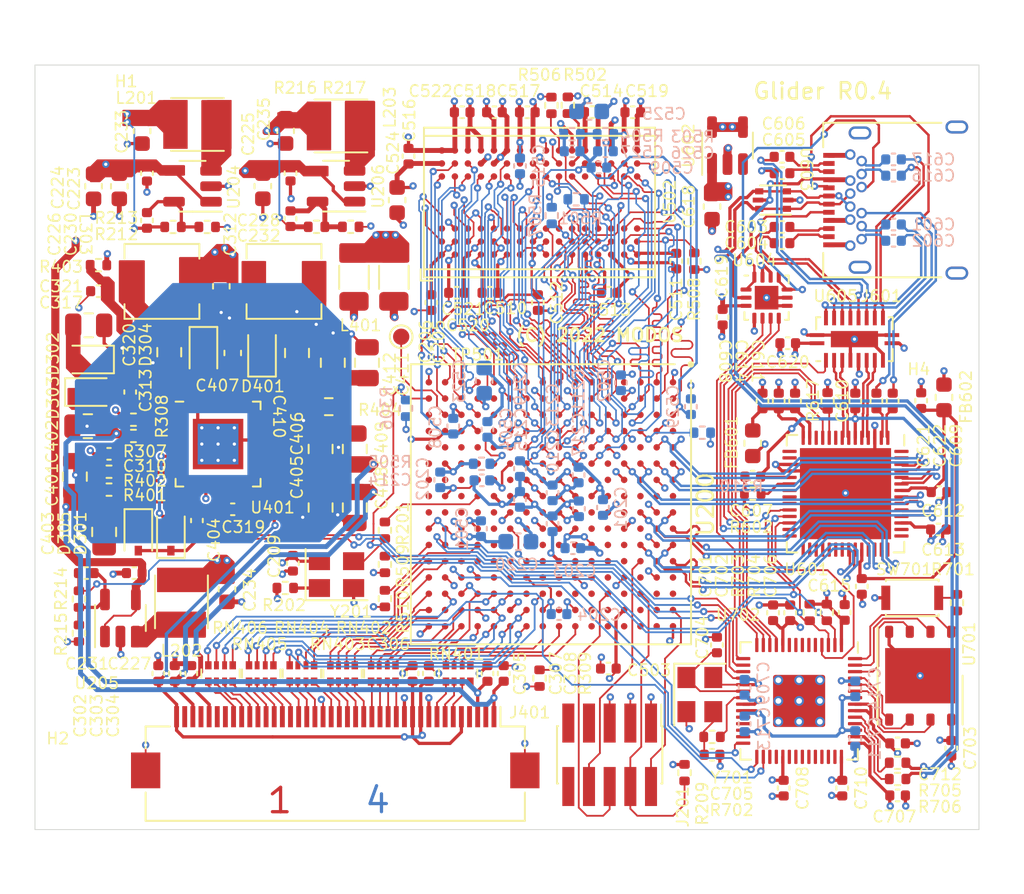
<source format=kicad_pcb>
(kicad_pcb (version 20211014) (generator pcbnew)
  (layers (0 "F.Cu" signal) (1 "In1.Cu" signal) (2 "In2.Cu" signal) (31 "B.Cu" signal) (34 "B.Paste" user) (35 "F.Paste" user) (36 "B.SilkS" user "B.Silkscreen") (37 "F.SilkS" user "F.Silkscreen") (38 "B.Mask" user) (39 "F.Mask" user) (44 "Edge.Cuts" user))
  (net 0 "")
  (net 1 "GND")
  (net 2 "+3V3")
  (net 3 "+1V35")
  (net 4 "+1V1")
  (net 5 "VNEG")
  (net 6 "VCOM")
  (net 7 "VPOS")
  (net 8 "VGH")
  (net 9 "VGL")
  (net 10 "Net-(C310-Pad2)")
  (net 11 "Net-(C313-Pad1)")
  (net 12 "Net-(C313-Pad2)")
  (net 13 "Net-(C319-Pad1)")
  (net 14 "+DRAM_VREF")
  (net 15 "/fpga/FPGA_TMS")
  (net 16 "/fpga/FPGA_TCK")
  (net 17 "/fpga/FPGA_TDO")
  (net 19 "/fpga/FPGA_TDI")
  (net 21 "EPDC_GDOE")
  (net 22 "EPDC_GDCLK")
  (net 23 "EPDC_GDSP")
  (net 24 "EPDC_SDCE0")
  (net 25 "Net-(R201-Pad2)")
  (net 26 "Net-(R202-Pad2)")
  (net 27 "/dp_in/TX1N")
  (net 28 "/fpga/CRESET")
  (net 29 "/fpga_ddr/DRAM_CKP")
  (net 30 "/fpga_ddr/DRAM_CKN")
  (net 31 "Net-(R502-Pad1)")
  (net 32 "EPDC_D8")
  (net 33 "EPDC_D1")
  (net 34 "EPDC_D0")
  (net 35 "EPDC_SDCLK")
  (net 36 "EPDC_D10")
  (net 37 "EPDC_D3")
  (net 38 "EPDC_D2")
  (net 39 "EPDC_D9")
  (net 40 "EPDC_D12")
  (net 41 "EPDC_D5")
  (net 42 "EPDC_D4")
  (net 43 "EPDC_D11")
  (net 44 "EPDC_D14")
  (net 45 "EPDC_D7")
  (net 46 "EPDC_D6")
  (net 47 "EPDC_D13")
  (net 48 "EPDC_SDLE")
  (net 49 "EPDC_SDOE")
  (net 50 "EPDC_D15")
  (net 51 "/fpga_ddr/DRAM_ADDR14")
  (net 52 "/fpga_ddr/DRAM_ADDR10")
  (net 53 "/fpga_ddr/DRAM_ADDR6")
  (net 54 "/fpga_ddr/DRAM_ADDR1")
  (net 55 "/fpga_ddr/DRAM_ADDR0")
  (net 56 "/fpga_ddr/DRAM_CSB")
  (net 57 "/fpga_ddr/DRAM_CASB")
  (net 58 "/fpga_ddr/DRAM_DATA7")
  (net 59 "/fpga_ddr/DRAM_DATA5")
  (net 60 "/fpga_ddr/DRAM_LDQSP")
  (net 61 "/fpga_ddr/DRAM_DATA1")
  (net 62 "/fpga_ddr/DRAM_ADDR13")
  (net 63 "/fpga_ddr/DRAM_ADDR9")
  (net 64 "/fpga_ddr/DRAM_ADDR5")
  (net 65 "/fpga_ddr/DRAM_ADDR2")
  (net 66 "/fpga_ddr/DRAM_BA0")
  (net 67 "/fpga_ddr/DRAM_RASB")
  (net 68 "/fpga_ddr/DRAM_WEB")
  (net 69 "/fpga_ddr/DRAM_DATA6")
  (net 70 "/fpga_ddr/DRAM_DATA4")
  (net 71 "/fpga_ddr/DRAM_LDQSN")
  (net 72 "/fpga_ddr/DRAM_DATA13")
  (net 73 "/fpga_ddr/DRAM_DATA12")
  (net 74 "/dp_in/TX1P")
  (net 75 "/fpga_ddr/DRAM_ADDR12")
  (net 76 "/fpga_ddr/DRAM_ADDR11")
  (net 77 "/fpga_ddr/DRAM_ADDR8")
  (net 78 "/fpga_ddr/DRAM_ADDR7")
  (net 79 "/fpga_ddr/DRAM_BA1")
  (net 80 "/fpga_ddr/DRAM_CKE")
  (net 81 "/fpga_ddr/DRAM_ODT")
  (net 82 "/fpga_ddr/DRAM_DATA3")
  (net 83 "/fpga_ddr/DRAM_DATA2")
  (net 84 "/fpga_ddr/DRAM_LDM")
  (net 85 "/fpga_ddr/DRAM_DATA14")
  (net 86 "/fpga_ddr/DRAM_DATA10")
  (net 87 "/fpga_ddr/DRAM_DATA8")
  (net 88 "FPGA_PROG")
  (net 89 "FPGA_SUSP")
  (net 90 "Net-(R310-Pad2)")
  (net 91 "/fpga_ddr/FPGA_INIT")
  (net 92 "/fpga_ddr/DRAM_ADDR4")
  (net 93 "/fpga_ddr/DRAM_ADDR3")
  (net 94 "/fpga_ddr/DRAM_BA2")
  (net 95 "/fpga_ddr/DRAM_RST")
  (net 96 "/fpga_ddr/DRAM_DATA0")
  (net 97 "/fpga_ddr/DRAM_DATA15")
  (net 98 "/fpga_ddr/DRAM_DATA11")
  (net 99 "/fpga_ddr/DRAM_DATA9")
  (net 100 "/fpga_ddr/DRAM_UDQSN")
  (net 106 "/fpga_ddr/DRAM_UDM")
  (net 107 "/fpga_ddr/DRAM_UDQSP")
  (net 115 "/dp_in/DP0P")
  (net 121 "/dp_in/DP0N")
  (net 129 "Net-(R505-Pad1)")
  (net 131 "Net-(C403-Pad2)")
  (net 134 "/dp_in/DP1P")
  (net 136 "Net-(C404-Pad1)")
  (net 137 "Net-(D304-Pad2)")
  (net 138 "/eink/ESDCLK")
  (net 139 "/eink/ED0")
  (net 140 "/eink/ED8")
  (net 141 "/eink/ED1")
  (net 142 "/eink/ED9")
  (net 143 "/eink/ED2")
  (net 144 "/eink/ED10")
  (net 145 "/eink/ED3")
  (net 146 "/eink/ED11")
  (net 147 "/eink/ED4")
  (net 148 "/eink/ED12")
  (net 149 "/eink/ED5")
  (net 150 "/eink/ED13")
  (net 151 "/eink/ED6")
  (net 152 "/eink/ED14")
  (net 153 "/eink/ED7")
  (net 154 "/eink/ED15")
  (net 155 "/eink/ESDLE")
  (net 156 "/eink/ESDOE")
  (net 157 "+5V")
  (net 158 "Net-(C230-Pad1)")
  (net 159 "Net-(C231-Pad1)")
  (net 160 "Net-(C232-Pad1)")
  (net 161 "Net-(L201-Pad1)")
  (net 162 "Net-(L202-Pad1)")
  (net 163 "Net-(L203-Pad1)")
  (net 164 "Net-(C317-Pad1)")
  (net 165 "Net-(C319-Pad2)")
  (net 166 "Net-(C320-Pad2)")
  (net 167 "Net-(C321-Pad2)")
  (net 168 "Net-(R307-Pad2)")
  (net 170 "Net-(C404-Pad2)")
  (net 171 "Net-(C410-Pad2)")
  (net 172 "Net-(C411-Pad2)")
  (net 174 "Net-(D401-Pad1)")
  (net 176 "Net-(R401-Pad2)")
  (net 177 "/dp_in/RX1N")
  (net 181 "GNDPWR")
  (net 185 "/dp_in/RX1P")
  (net 187 "/dp_in/TX2N")
  (net 195 "/dp_in/TX2P")
  (net 196 "/dp_in/DP1N")
  (net 205 "/dp_in/DPAUXP")
  (net 227 "Net-(R509-Pad2)")
  (net 232 "/dp_in/DPAUXN")
  (net 235 "Net-(C607-Pad1)")
  (net 236 "Net-(C608-Pad1)")
  (net 237 "Net-(C609-Pad1)")
  (net 238 "/dp_in/RX2N")
  (net 239 "/dp_in/RX2P")
  (net 240 "/mcu/XIN")
  (net 241 "Net-(C705-Pad1)")
  (net 242 "FPGA_DONE")
  (net 243 "/dp_in/VBUS")
  (net 244 "Net-(R602-Pad2)")
  (net 245 "USB_DP")
  (net 246 "USB_DN")
  (net 247 "LVDS_ODD_AP")
  (net 248 "LVDS_ODD_AN")
  (net 249 "LVDS_ODD_BP")
  (net 250 "LVDS_ODD_BN")
  (net 251 "LVDS_ODD_CP")
  (net 252 "LVDS_ODD_CN")
  (net 253 "LVDS_ODD_CKP")
  (net 254 "LVDS_ODD_CKN")
  (net 255 "Net-(U200-PadN11)")
  (net 256 "/mcu/QSPI_SS")
  (net 257 "LVDS_EVEN_AP")
  (net 258 "LVDS_EVEN_AN")
  (net 259 "LVDS_EVEN_BP")
  (net 260 "LVDS_EVEN_BN")
  (net 261 "LVDS_EVEN_CP")
  (net 262 "LVDS_EVEN_CN")
  (net 263 "Net-(R701-Pad2)")
  (net 264 "/mcu/XOUT")
  (net 265 "Net-(R705-Pad2)")
  (net 266 "Net-(R706-Pad2)")
  (net 268 "DP_PDN")
  (net 273 "I2C_SDA")
  (net 274 "I2C_SCL")
  (net 281 "+3V3_LCD")
  (net 288 "/eink/GDOE")
  (net 289 "/eink/GDCLK")
  (net 290 "/eink/GDSP")
  (net 291 "/eink/SDCE0")
  (net 306 "FPGA_CS")
  (net 307 "FPGA_MOSI")
  (net 309 "FPGA_SCLK")
  (net 312 "FPGA_MISO")
  (net 313 "DP_HPD")
  (net 316 "DP_VALID")
  (net 326 "TYPEC_ORI")
  (net 327 "/mcu/QSPI_SD1")
  (net 328 "/mcu/QSPI_SD2")
  (net 329 "/mcu/QSPI_SD0")
  (net 330 "/mcu/QSPI_SCLK")
  (net 331 "/mcu/QSPI_SD3")
  (net 332 "/mcu/GPIO3")
  (net 333 "UART_TX")
  (net 334 "UART_RX")
  (net 335 "/mcu/GPIO6")
  (net 336 "/mcu/GPIO7")
  (net 337 "/mcu/SWCLK")
  (net 338 "/mcu/SWD")
  (net 339 "/mcu/RUN")
  (net 340 "/mcu/GPIO20")
  (net 341 "/mcu/GPIO21")
  (net 342 "/mcu/GPIO22")
  (net 343 "/mcu/GPIO23")
  (net 344 "/mcu/GPIO24")
  (net 345 "/mcu/GPIO26_ADC0")
  (net 346 "/mcu/GPIO27_ADC1")
  (net 347 "/mcu/GPIO28_ADC2")
  (net 348 "/mcu/GPIO29_ADC3")
  (net 349 "TCPC_INT")
  (net 350 "/dp_in/CC1")
  (net 351 "/dp_in/CC2")
  (net 352 "/mcu/MCU_1V1")
  (net 353 "/dp_in/TX1NC")
  (net 354 "/dp_in/TX1PC")
  (net 355 "/dp_in/RX1NC")
  (net 356 "/dp_in/RX1PC")
  (net 357 "/dp_in/TX2NC")
  (net 358 "/dp_in/TX2PC")
  (net 359 "/dp_in/RX2NC")
  (net 360 "/dp_in/RX2PC")
  (net 361 "/dp_in/SBU1")
  (net 362 "/dp_in/SBU2")
  (net 363 "/mcu/GPIO25")
  (net 364 "GCLK")
  (net 366 "/mcu/GPIO16")
  (footprint "Resistor_SMD:R_0402_1005Metric" (layer "F.Cu") (at 106.05 75.8)
    (fp_text reference "R307")
    (fp_text value "562K/1%")
  )
  (footprint "Capacitor_SMD:C_0402_1005Metric" (layer "F.Cu") (at 146.4 86.67 90)
    (fp_text reference "C702")
    (fp_text value "100nF")
  )
  (footprint "Capacitor_SMD:C_0402_1005Metric" (layer "F.Cu") (at 146.25 70.1 180)
    (fp_text reference "C620")
    (fp_text value "100nF")
  )
  (footprint "Resistor_SMD:R_Array_Convex_4x0402" (layer "F.Cu") (at 121.4 90.4 90)
    (fp_text reference "RN402")
    (fp_text value "33")
  )
  (footprint "Capacitor_SMD:C_0402_1005Metric" (layer "F.Cu") (at 109.6 90.4 90)
    (fp_text reference "C304")
    (fp_text value "220nF")
  )
  (footprint "Capacitor_SMD:C_0805_2012Metric" (layer "F.Cu") (at 102.45 78.3 -90)
    (fp_text reference "C401")
    (fp_text value "1uF/25V")
  )
  (footprint "Capacitor_SMD:C_0402_1005Metric" (layer "F.Cu") (at 153 94.7)
    (fp_text reference "C712")
    (fp_text value "100nF")
  )
  (footprint "Connector_USB:USB_C_Receptacle_Amphenol_12401548E4-2A" (layer "F.Cu") (at 153.8 61.3 90)
    (fp_text reference "J601")
    (fp_text value "USB_C_Receptacle")
  )
  (footprint "Resistor_SMD:R_0402_1005Metric" (layer "F.Cu") (at 153 95.89 180)
    (fp_text reference "R705")
    (fp_text value "27")
  )
  (footprint "Resistor_SMD:R_0402_1005Metric" (layer "F.Cu") (at 106.05 74.8)
    (fp_text reference "R308")
    (fp_text value "27K/1%")
  )
  (footprint "Capacitor_SMD:C_0402_1005Metric" (layer "F.Cu") (at 103.15 84.23 180)
    (fp_text reference "C231")
    (fp_text value "220nF")
  )
  (footprint "Diode_SMD:D_SOD-323" (layer "F.Cu") (at 108.35 81.8 90)
    (fp_text reference "D301")
    (fp_text value "B0530WS")
  )
  (footprint "Package_TO_SOT_SMD:SOT-666" (layer "F.Cu") (at 145.35 61.3 180)
    (fp_text reference "U603")
    (fp_text value "USBLC6-2P6")
  )
  (footprint "Capacitor_SMD:C_0402_1005Metric" (layer "F.Cu") (at 125.900002 67.000001 180)
    (fp_text reference "C521")
    (fp_text value "220nF")
  )
  (footprint "Capacitor_SMD:C_0402_1005Metric" (layer "F.Cu") (at 156.3 95 -90)
    (fp_text reference "C703")
    (fp_text value "100nF")
  )
  (footprint "Capacitor_SMD:C_0402_1005Metric" (layer "F.Cu") (at 115.7 59.64375 90)
    (fp_text reference "C228")
    (fp_text value "100nF")
  )
  (footprint "Capacitor_SMD:C_0402_1005Metric" (layer "F.Cu") (at 149.6 97.45 -90)
    (fp_text reference "C710")
    (fp_text value "100nF")
  )
  (footprint "Capacitor_SMD:C_0402_1005Metric" (layer "F.Cu") (at 128.230001 55.900002)
    (fp_text reference "C518")
    (fp_text value "220nF")
  )
  (footprint "Resistor_SMD:R_0402_1005Metric" (layer "F.Cu") (at 110.58125 62.95 180)
    (fp_text reference "R213")
    (fp_text value "27K/1%")
  )
  (footprint "Resistor_SMD:R_0402_1005Metric" (layer "F.Cu") (at 115.3775 85.145)
    (fp_text reference "R202")
    (fp_text value "4.7K")
  )
  (footprint "Package_DFN_QFN:QFN-56-1EP_7x7mm_P0.4mm_EP5.6x5.6mm" (layer "F.Cu") (at 149.8 79.35 -90)
    (fp_text reference "U601")
    (fp_text value "PTN3460")
  )
  (footprint "Capacitor_SMD:C_0402_1005Metric" (layer "F.Cu") (at 124.350002 67.600001 -90)
    (fp_text reference "C520")
    (fp_text value "220nF")
  )
  (footprint "Capacitor_SMD:C_0402_1005Metric" (layer "F.Cu") (at 146 97.45 -90)
    (fp_text reference "C708")
    (fp_text value "100nF")
  )
  (footprint "Capacitor_SMD:C_0402_1005Metric" (layer "F.Cu") (at 115.8475 83.625 90)
    (fp_text reference "C209")
    (fp_text value "220nF")
  )
  (footprint "Capacitor_SMD:C_0805_2012Metric" (layer "F.Cu") (at 103.299999 69)
    (fp_text reference "C317")
    (fp_text value "1uF/25V")
  )
  (footprint "Capacitor_SMD:C_0402_1005Metric" (layer "F.Cu") (at 127.950002 67.000001 180)
    (fp_text reference "C510")
    (fp_text value "220nF")
  )
  (footprint "Capacitor_SMD:C_0402_1005Metric" (layer "F.Cu") (at 130.900002 67.600001 -90)
    (fp_text reference "C512")
    (fp_text value "220nF")
  )
  (footprint "Capacitor_SMD:C_0402_1005Metric" (layer "F.Cu") (at 142.25 68.5 -90)
    (fp_text reference "C619")
    (fp_text value "100nF")
  )
  (footprint "Capacitor_SMD:C_0805_2012Metric" (layer "F.Cu") (at 117.55 80.2 90)
    (fp_text reference "C405")
    (fp_text value "4.7uF/25V")
  )
  (footprint "Package_SON:WSON-8-1EP_6x5mm_P1.27mm_EP3.4x4.3mm" (layer "F.Cu") (at 154.385 90.54 -90)
    (fp_text reference "U701")
    (fp_text value "W25X16JVP")
  )
  (footprint "footprints:L_1212" (layer "F.Cu") (at 118.8 56.74375 180)
    (fp_text reference "L203")
    (fp_text value "4.7uH")
  )
  (footprint "Capacitor_SMD:C_0402_1005Metric" (layer "F.Cu") (at 108.59 90.4 90)
    (fp_text reference "C303")
    (fp_text value "220nF")
  )
  (footprint "Capacitor_SMD:C_0805_2012Metric" (layer "F.Cu") (at 104.25 81.7 90)
    (fp_text reference "C403")
    (fp_text value "1uF/25V")
  )
  (footprint "Resistor_SMD:R_0402_1005Metric" (layer "F.Cu") (at 121.5 83.7 90)
    (fp_text reference "R509")
    (fp_text value "0")
  )
  (footprint "Capacitor_SMD:C_0805_2012Metric" (layer "F.Cu") (at 119.65 80.2 90)
    (fp_text reference "C408")
    (fp_text value "4.7uF/25V")
  )
  (footprint "Capacitor_SMD:C_0402_1005Metric" (layer "F.Cu") (at 109.95 81 90)
    (fp_text reference "C404")
    (fp_text value "100nF")
  )
  (footprint "Capacitor_SMD:C_0402_1005Metric" (layer "F.Cu") (at 144.7 73.65 90)
    (fp_text reference "C608")
    (fp_text value "1uF")
  )
  (footprint "Capacitor_SMD:C_0402_1005Metric" (layer "F.Cu") (at 122.950002 58.600001 90)
    (fp_text reference "C516")
    (fp_text value "220nF")
  )
  (footprint "Resistor_SMD:R_0402_1005Metric" (layer "F.Cu") (at 147.6 86.65 -90)
    (fp_text reference "R703")
    (fp_text value "4.7K")
  )
  (footprint "Resistor_SMD:R_Array_Convex_4x0402" (layer "F.Cu") (at 116.4 90.4 90)
    (fp_text reference "RN404")
    (fp_text value "33")
  )
  (footprint "Capacitor_SMD:C_0402_1005Metric" (layer "F.Cu") (at 145.9 63.95 180)
    (fp_text reference "C604")
    (fp_text value "100nF")
  )
  (footprint "Capacitor_SMD:C_0402_1005Metric" (layer "F.Cu") (at 145.9 62.95 180)
    (fp_text reference "C603")
    (fp_text value "100nF")
  )
  (footprint "Diode_SMD:D_SOD-323" (layer "F.Cu") (at 103.35 71.1 180)
    (fp_text reference "D302")
    (fp_text value "B0530WS")
  )
  (footprint "Oscillator:Oscillator_SMD_Abracon_ASE-4Pin_3.2x2.5mm" (layer "F.Cu") (at 118.5275 84.325)
    (fp_text reference "Y201")
    (fp_text value "24MHz")
  )
  (footprint "Capacitor_SMD:C_0402_1005Metric" (layer "F.Cu") (at 141.9 88.65 90)
    (fp_text reference "C704")
    (fp_text value "18pF")
  )
  (footprint "Package_TO_SOT_SMD:TSOT-23-5" (layer "F.Cu") (at 109.68125 60.45 180)
    (fp_text reference "U204")
    (fp_text value "SY8008")
  )
  (footprint "Capacitor_SMD:C_0805_2012Metric" (layer "F.Cu") (at 118.3 71.3 -90)
    (fp_text reference "C412")
    (fp_text value "4.7uF/25V")
  )
  (footprint "Button_Switch_SMD:SW_SPST_CK_KXT3" (layer "F.Cu") (at 153.9 85.7525 180)
    (fp_text reference "SW701")
    (fp_text value "EVQPUJ02K")
  )
  (footprint "Capacitor_SMD:C_0603_1608Metric" (layer "F.Cu") (at 103.6 60.45 90)
    (fp_text reference "C224")
    (fp_text value "10uF")
  )
  (footprint "Resistor_SMD:R_0402_1005Metric" (layer "F.Cu") (at 139.91 96.5 -90)
    (fp_text reference "R209")
    (fp_text value "4.7K")
  )
  (footprint "Resistor_SMD:R_0402_1005Metric" (layer "F.Cu") (at 153 96.89 180)
    (fp_text reference "R706")
    (fp_text value "27")
  )
  (footprint "Capacitor_SMD:C_0402_1005Metric" (layer "F.Cu") (at 103.9 66.9)
    (fp_text reference "C321")
    (fp_text value "1uF")
  )
  (footprint "Connector_PinHeader_1.27mm:PinHeader_2x05_P1.27mm_Vertical_SMD" (layer "F.Cu") (at 135.31 95.4 -90)
    (fp_text reference "J201")
    (fp_text value "Conn_02x05_Odd_Even")
  )
  (footprint "Capacitor_SMD:C_0402_1005Metric" (layer "F.Cu") (at 135.280002 67.000001)
    (fp_text reference "C513")
    (fp_text value "220nF")
  )
  (footprint "Capacitor_SMD:C_0402_1005Metric" (layer "F.Cu") (at 155.55 79.25)
    (fp_text reference "C612")
    (fp_text value "100nF")
  )
  (footprint "Capacitor_SMD:C_0402_1005Metric" (layer "F.Cu") (at 150.4 73.65 90)
    (fp_text reference "C610")
    (fp_text value "100nF")
  )
  (footprint "Capacitor_SMD:C_0402_1005Metric" (layer "F.Cu") (at 150.8 85.05 -90)
    (fp_text reference "C615")
    (fp_text value "100nF")
  )
  (footprint "MountingHole:MountingHole_2.2mm_M2_DIN965" (layer "F.Cu") (at 103 56)
    (fp_text reference "H1")
    (fp_text value "MountingHole")
  )
  (footprint "Capacitor_SMD:C_0805_2012Metric" (layer "F.Cu") (at 117.55 76.6 -90)
    (fp_text reference "C406")
    (fp_text value "4.7uF/25V")
  )
  (footprint "Resistor_SMD:R_0402_1005Metric" (layer "F.Cu") (at 132.74 55.47 90)
    (fp_text reference "R502")
    (fp_text value "240R/1%")
  )
  (footprint "Resistor_SMD:R_0402_1005Metric" (layer "F.Cu") (at 102.7 85.83 90)
    (fp_text reference "R214")
    (fp_text value "22.6K/1%")
  )
  (footprint "Capacitor_SMD:C_0805_2012Metric" (layer "F.Cu") (at 116.1 70.7 -90)
    (fp_text reference "C410")
    (fp_text value "4.7uF/25V")
  )
  (footprint "Package_DFN_QFN:WQFN-20-1EP_2.5x4.5mm_P0.5mm_EP1x2.9mm" (layer "F.Cu") (at 150.35 69.85 90)
    (fp_text reference "U605")
    (fp_text value "CBTL02043A")
  )
  (footprint "Capacitor_SMD:C_0402_1005Metric" (layer "F.Cu") (at 106.88125 62.55 -90)
    (fp_text reference "C230")
    (fp_text value "220nF")
  )
  (footprint "Capacitor_SMD:C_0603_1608Metric" (layer "F.Cu") (at 122.250002 61.300001 -90)
    (fp_text reference "C524")
    (fp_text value "22uF")
  )
  (footprint "Resistor_SMD:R_0402_1005Metric" (layer "F.Cu") (at 148.65 86.65 -90)
    (fp_text reference "R704")
    (fp_text value "4.7K")
  )
  (footprint "footprints:Xilinx_FTG256" (layer "F.Cu") (at 131.7 80 -90)
    (fp_text reference "U200")
    (fp_text value "XC6SLX16-FTG256")
  )
  (footprint "Capacitor_SMD:C_0805_2012Metric" (layer "F.Cu") (at 120.4 71.3 -90)
    (fp_text reference "C411")
    (fp_text value "4.7uF/25V")
  )
  (footprint "Capacitor_SMD:C_0402_1005Metric" (layer "F.Cu") (at 149.749999 86.649999 90)
    (fp_text reference "C706")
    (fp_text value "100nF")
  )
  (footprint "Capacitor_SMD:C_0402_1005Metric" (layer "F.Cu") (at 153 97.9)
    (fp_text reference "C707")
    (fp_text value "100nF")
  )
  (footprint "footprints:L_FXL0420" (layer "F.Cu") (at 115.3 66.3)
    (fp_text reference "L401")
    (fp_text value "4.7uH")
  )
  (footprint "Package_TO_SOT_SMD:TSOT-23-5" (layer "F.Cu") (at 118.5 60.44375 180)
    (fp_text reference "U206")
    (fp_text value "SY8008")
  )
  (footprint "Capacitor_SMD:C_0402_1005Metric" (layer "F.Cu") (at 139.400003 65.050001 90)
    (fp_text reference "C511")
    (fp_text value "220nF")
  )
  (footprint "MountingHole:MountingHole_2.2mm_M2_DIN965" (layer "F.Cu") (at 103 97)
    (fp_text reference "H2")
    (fp_text value "MountingHole")
  )
  (footprint "Capacitor_SMD:C_0805_2012Metric" (layer "F.Cu") (at 119.65 76.6 -90)
    (fp_text reference "C409")
    (fp_text value "4.7uF/25V")
  )
  (footprint "Oscillator:Oscillator_SMD_Abracon_ASE-4Pin_3.2x2.5mm" (layer "F.Cu") (at 140.85 91.7 -90)
    (fp_text reference "Y701")
    (fp_text value "12MHz")
  )
  (footprint "Resistor_SMD:R_0402_1005Metric" (layer "F.Cu") (at 148.7 73.65 -90)
    (fp_text reference "R617")
    (fp_text value "4.7K")
  )
  (footprint "Capacitor_SMD:C_0603_1608Metric" (layer "F.Cu") (at 111.8 85.225 90)
    (fp_text reference "C234")
    (fp_text value "10uF")
  )
  (footprint "Resistor_SMD:R_0402_1005Metric" (layer "F.Cu") (at 131 90.69 -90)
    (fp_text reference "R309")
    (fp_text value "4.7K")
  )
  (footprint "Capacitor_SMD:C_0402_1005Metric" (layer "F.Cu") (at 151.7 73.65 -90)
    (fp_text reference "C621")
    (fp_text value "100nF")
  )
  (footprint "Capacitor_SMD:C_0402_1005Metric" (layer "F.Cu") (at 106.1 84.23)
    (fp_text reference "C227")
    (fp_text value "100nF")
  )
  (footprint "Capacitor_SMD:C_0805_2012Metric" (layer "F.Cu") (at 103.25 75.2)
    (fp_text reference "C402")
    (fp_text value "1uF/25V")
  )
  (footprint "Resistor_SMD:R_0402_1005Metric" (layer "F.Cu") (at 141.6 94.3 180)
    (fp_text reference "R702")
    (fp_text value "1K")
  )
  (footprint "Capacitor_SMD:C_0603_1608Metric" (layer "F.Cu") (at 111.45 66.6 90)
    (fp_text reference "C312")
    (fp_text value "10uF")
  )
  (footprint "Resistor_SMD:R_0402_1005Metric" (layer "F.Cu") (at 104.55 78)
    (fp_text reference "R402")
    (fp_text value "49.9K/1%")
  )
  (footprint "Inductor_SMD:L_0603_1608Metric" (layer "F.Cu") (at 155.85 73.43 -90)
    (fp_text reference "FB602")
    (fp_text value "120")
  )
  (footprint "Capacitor_SMD:C_1206_3216Metric" (layer "F.Cu") (at 119.6 66.05 90)
    (fp_text reference "C206")
    (fp_text value "100uF/6.3V")
  )
  (footprint "Resistor_SMD:R_0402_1005Metric" (layer "F.Cu") (at 156.65 86.05 90)
    (fp_text reference "R701")
    (fp_text value "1K")
  )
  (footprint "Package_DFN_QFN:QFN-32-1EP_5x5mm_P0.5mm_EP3.1x3.1mm_ThermalVias" (layer "F.Cu") (at 111.25 76.3)
    (fp_text reference "U401")
    (fp_text value "MAX17135")
  )
  (footprint "Capacitor_SMD:C_0402_1005Metric" (layer "F.Cu") (at 145.9 58.64 180)
    (fp_text reference "C606")
    (fp_text value "100nF")
  )
  (footprint "Capacitor_SMD:C_0805_2012Metric" (layer "F.Cu") (at 108.25 70.65 90)
    (fp_text reference "C320")
    (fp_text value "4.7uF/25V")
  )
  (footprint "Capacitor_SMD:C_0402_1005Metric" (layer "F.Cu") (at 106.88125 59.65 90)
    (fp_text reference "C226")
    (fp_text value "100nF")
  )
  (footprint "Resistor_SMD:R_Array_Convex_4x0402" (layer "F.Cu") (at 118.9 90.4 90)
    (fp_text reference "RN403")
    (fp_text value "33")
  )
  (footprint "Capacitor_SMD:C_0402_1005Metric" (layer "F.Cu") (at 155.51 81.55)
    (fp_text reference "C613")
    (fp_text value "100nF")
  )
  (footprint "Diode_SMD:D_SOD-323" (layer "F.Cu") (at 106.35 81.8 -90)
    (fp_text reference "D305")
    (fp_text value "B0530WS")
  )
  (footprint "Resistor_SMD:R_Array_Convex_4x0402" (layer "F.Cu") (at 111.4 90.4 90)
    (fp_text reference "RN406")
    (fp_text value "33")
  )
  (footprint "Capacitor_SMD:C_0402_1005Metric" (layer "F.Cu") (at 105.85 73.1 -90)
    (fp_text reference "C313")
    (fp_text value "100nF")
  )
  (footprint "Resistor_SMD:R_0402_1005Metric" (layer "F.Cu") (at 119.4 62.94375 180)
    (fp_text reference "R217")
    (fp_text value "27K/1%")
  )
  (footprint "Package_TO_SOT_SMD:TSOT-23-5" (layer "F.Cu") (at 105.25 86.9925 90)
    (fp_text reference "U205")
    (fp_text value "SY8008")
  )
  (footprint "Capacitor_SMD:C_0603_1608Metric" (layer "F.Cu") (at 105.18125 60.45 90)
    (fp_text reference "C223")
    (fp_text value "10uF")
  )
  (footprint "Capacitor_SMD:C_0402_1005Metric" (layer "F.Cu") (at 145.7 73.65 90)
    (fp_text reference "C614")
    (fp_text value "100nF")
  )
  (footprint "Resistor_SMD:R_0402_1005Metric" (layer "F.Cu") (at 121.5 81.6 -90)
    (fp_text reference "R201")
    (fp_text value "22R")
  )
  (footprint "Capacitor_SMD:C_0603_1608Metric" (layer "F.Cu") (at 141.6 61.7 90)
    (fp_text reference "C618")
    (fp_text value "10uF")
  )
  (footprint "Capacitor_SMD:C_0402_1005Metric" (layer "F.Cu") (at 130.250002 55.9 180)
    (fp_text reference "C517")
    (fp_text value "220nF")
  )
  (footprint "Diode_SMD:D_SOD-323" (layer "F.Cu") (at 113.95 70.65 90)
    (fp_text reference "D401")
    (fp_text value "B0530WS")
  )
  (footprint "Capacitor_SMD:C_0402_1005Metric" (layer "F.Cu") (at 136.730002 55.9)
    (fp_text reference "C519")
    (fp_text value "220nF")
  )
  (footprint "Resistor_SMD:R_0603_1608Metric" (layer "F.Cu") (at 118.05 74 180)
    (fp_text reference "R404")
    (fp_text value "0.5R")
  )
  (footprint "Capacitor_SMD:C_0402_1005Metric" (layer "F.Cu") (at 135.23 90.1 180)
    (fp_text reference "C503")
    (fp_text value "220nF")
  )
  (footprint "Capacitor_SMD:C_0402_1005Metric" (layer "F.Cu") (at 104.55 76.9)
    (fp_text reference "C310")
    (fp_text value "100nF")
  )
  (footprint "Resistor_SMD:R_0402_1005Metric" (layer "F.Cu") (at 104.55 79.1)
    (fp_text reference "R401")
    (fp_text value "806K/1%")
  )
  (footprint "Capacitor_SMD:C_1206_3216Metric" (layer "F.Cu") (at 122.05 66.05 90)
    (fp_text reference "C205")
    (fp_text value "100uF/6.3V")
  )
  (footprint "Capacitor_SMD:C_0402_1005Metric" (layer "F.Cu") (at 152.7 73.65 -90)
    (fp_text reference "C622")
    (fp_text value "100nF")
  )
  (footprint "Inductor_SMD:L_0603_1608Metric" (layer "F.Cu") (at 144.1 76.25 90)
    (fp_text reference "FB601")
    (fp_text value "120")
  )
  (footprint "footprints:BGA-96_9.0x14.0mm_P0.8mm" (layer "F.Cu") (at 131.000002 61.450001 90)
    (fp_text reference "U502")
    (fp_text value "MT41K64M16TW")
  )
  (footprint "Resistor_SMD:R_Array_Convex_4x0402" (layer "F.Cu") (at 113.9 90.4 90)
    (fp_text reference "RN405")
    (fp_text value "33")
  )
  (footprint "Resistor_SMD:R_0402_1005Metric" (layer "F.Cu") (at 144.1 79.35)
    (fp_text reference "R602")
    (fp_text value "4.7K")
  )
  (footprint "Capacitor_SMD:C_0402_1005Metric" (layer "F.Cu") (at 107.58 90.4 90)
    (fp_text reference "C302")
    (fp_text value "220nF")
  )
  (footprint "Capacitor_SMD:C_0603_1608Metric" (layer "F.Cu") (at 112.15 70.7 -90)
    (fp_text reference "C407")
    (fp_text value "10uF")
  )
  (footprint "Capacitor_SMD:C_0402_1005Metric" (layer "F.Cu") (at 127.8 90.4 90)
    (fp_text reference "C307")
    (fp_text value "220nF")
  )
  (footprint "Capacitor_SMD:C_0402_1005Metric" (layer "F.Cu") (at 146.7 73.65 90)
    (fp_text reference "C611")
    (fp_text value "100nF")
  )
  (footprint "Package_TO_SOT_SMD:SOT-23-5" (layer "F.Cu") (at 142.55 57.95 90)
    (fp_text reference "U602")
    (fp_text value "TPS2001D")
  )
  (footprint "Capacitor_SMD:C_0402_1005Metric" (layer "F.Cu") (at 144.1 78.3 180)
    (fp_text reference "C607")
    (fp_text value "1uF")
  )
  (footprint "Resistor_SMD:R_0402_1005Metric" (layer "F.Cu") (at 140.51 65.06 -90)
    (fp_text reference "R508")
    (fp_text value "4.7K")
  )
  (footprint "Capacitor_SMD:C_0402_1005Metric" (layer "F.Cu") (at 123.2 90.4 90)
    (fp_text reference "C306")
    (fp_text value "220nF")
  )
  (footprint "Diode_SMD:D_SOD-323" (layer "F.Cu") (at 110.35 70.6 -90)
    (fp_text reference "D304")
    (fp_text value "B0530WS")
  )
  (footprint "Diode_SMD:D_SOD-323" (layer "F.Cu") (at 103.35 73.1)
    (fp_text reference "D303")
    (fp_text value "B0530WS")
  )
  (footprint "footprints:Hirose_FH12-40S-0.5SH_1x40-1MP_P0.50mm_Horizontal_Reversed" (layer "F.Cu") (at 118.45 94.96)
    (fp_text reference "J401")
    (fp_text value "FH12-40S-0.5SH")
  )
  (footprint "footprints:L_FXL0420" (layer "F.Cu") (at 107.8 66.3 180)
    (fp_text reference "L303")
    (fp_text value "4.7uH")
  )
  (footprint "Resistor_SMD:R_0402_1005Metric" (layer "F.Cu") (at 131.73 55.48 90)
    (fp_text reference "R506")
    (fp_text value "4.7K")
  )
  (footprint "Capacitor_SMD:C_0603_1608Metric" (layer "F.Cu") (at 106.58125 57.05 90)
    (fp_text reference "C233")
    (fp_text value "10uF")
  )
  (footprint "Capacitor_SMD:C_0402_1005Metric" (layer "F.Cu") (at 134.24 55.89 180)
    (fp_text reference "C514")
    (fp_text value "220nF")
  )
  (footprint "TestPoint:TestPoint_Pad_D1.0mm" (layer "F.Cu") (at 122.5 69.7)
    (fp_text reference "TP501")
    (fp_text value "TestPoint")
  )
  (footprint "footprints:L_1212" (layer "F.Cu") (at 109.98125 56.65 180)
    (fp_text reference "L201")
    (fp_text value "4.7uH")
  )
  (footprint "Capacitor_SMD:C_0402_1005Metric" (layer "F.Cu") (at 154.45 73.63 90)
    (fp_text reference "C609")
    (fp_text value "1uF")
  )
  (footprint "Capacitor_SMD:C_0402_1005Metric" (layer "F.Cu") (at 128.8 90.4 90)
    (fp_text reference "C308")
    (fp_text value "220nF")
  )
  (footprint "Capacitor_SMD:C_0402_1005Metric" (layer "F.Cu") (at 115.7 62.44375 -90)
    (fp_text reference "C232")
    (fp_text value "220nF")
  )
  (footprint "Capacitor_SMD:C_0402_1005Metric" (layer "F.Cu") (at 126.250002 55.9 180)
    (fp_text reference "C522")
    (fp_text value "220nF")
  )
  (footprint "Package_DFN_QFN:WQFN-14-1EP_2.5x2.5mm_P0.5mm_EP1.45x1.45mm" (layer "F.Cu") (at 144.95 67.3)
    (fp_text reference "U604")
    (fp_text value "FUSB302BMPX")
  )
  (footprint "Resistor_SMD:R_Array_Convex_4x0402" (layer "F.Cu") (at 126 90.4 90)
    (fp_text reference "RN401")
    (fp_text value "33")
  )
  (footprint "Resistor_SMD:R_0402_1005Metric" (layer "F.Cu") (at 117.3 62.94375 180)
    (fp_text reference "R216")
    (fp_text value "34.8K/1%")
  )
  (footprint "Capacitor_SMD:C_0402_1005Metric" (layer "F.Cu") (at 112.15 80.31 180)
    (fp_text reference "C319")
    (fp_text value "2.2nF")
  )
  (footprint "Capacitor_SMD:C_0603_1608Metric" (layer "F.Cu") (at 114 60.44375 90)
    (fp_text reference "C225")
    (fp_text value "10uF")
  )
  (footprint "Capacitor_SMD:C_0402_1005Metric" (layer "F.Cu") (at 145.35 86.67 90)
    (fp_text reference "C701")
    (fp_text value "1uF")
  )
  (footprint "Capacitor_SMD:C_0402_1005Metric" (layer "F.Cu") (at 145.9 59.65 180)
    (fp_text reference "C605")
    (fp_text value "100nF")
  )
  (footprint "MountingHole:MountingHole_2.2mm_M2_DIN965" (layer "F.Cu") (at 155.5 69)
    (fp_text reference "H4")
    (fp_text value "MountingHole")
  )
  (footprint "Resistor_SMD:R_0402_1005Metric" (layer "F.Cu") (at 108.48125 62.95 180)
    (fp_text reference "R212")
    (fp_text value "121K/1%")
  )
  (footprint "Capacitor_SMD:C_0402_1005Metric" (layer "F.Cu") (at 124.2 90.4 90)
    (fp_text reference "C305")
    (fp_text value "220nF")
  )
  (footprint "Resistor_SMD:R_0402_1005Metric" (layer "F.Cu") (at 102.7 87.93 90)
    (fp_text reference "R215")
    (fp_text value "27K/1%")
  )
  (footprint "Resistor_SMD:R_0402_1005Metric" (layer "F.Cu") (at 103.9 65.3)
    (fp_text reference "R403")
    (fp_text value "10R")
  )
  (footprint "Capacitor_SMD:C_0402_1005Metric" (layer "F.Cu") (at 141.6 95.4)
    (fp_text reference "C705")
    (fp_text value "18pF")
  )
  (footprint "Resistor_SMD:R_0402_1005Metric" (layer "F.Cu") (at 121.5 85.8 90)
    (fp_text reference "R510")
    (fp_text value "0")
  )
  (footprint "Capacitor_SMD:C_0603_1608Metric" (layer "F.Cu") (at 115.4 57.04375 90)
    (fp_text reference "C235")
    (fp_text value "10uF")
  )
  (footprint "footprints:L_1212" (layer "F.Cu") (at 109 86 90)
    (fp_text reference "L202")
    (fp_text value "4.7uH")
  )
  (footprint "footprints:RP2040-QFN-56" (layer "F.Cu") (at 146.95 92.09 -90)
    (fp_text reference "U702")
    (fp_text value "RP2040")
  )
  (footprint "Capacitor_SMD:C_0402_1005Metric" (layer "B.Cu") (at 150.4 94.4 -90)
    (fp_text reference "C711")
    (fp_text value "100nF")
  )
  (footprint "Capacitor_SMD:C_0603_1608Metric" (layer "B.Cu") (at 129.7 82.3 180)
    (fp_text reference "C220")
    (fp_text value "22uF")
  )
  (footprint "Capacitor_SMD:C_0402_1005Metric" (layer "B.Cu") (at 133.4 78.2 -90)
    (fp_text reference "C211")
    (fp_text value "220nF")
  )
  (footprint "Capacitor_SMD:C_0402_1005Metric" (layer "B.Cu") (at 135.050002 58.300001 180)
    (fp_text reference "C526")
    (fp_text value "100nF")
  )
  (footprint "Capacitor_SMD:C_0402_1005Metric" (layer "B.Cu") (at 129.8 79.7 90)
    (fp_text reference "C215")
    (fp_text value "220nF")
  )
  (footprint "Capacitor_SMD:C_0402_1005Metric" (layer "B.Cu") (at 127.8 75.4 90)
    (fp_text reference "C504")
    (fp_text value "220nF")
  )
  (footprint "Capacitor_SMD:C_0402_1005Metric" (layer "B.Cu") (at 131.8 79.3 -90)
    (fp_text reference "C213")
    (fp_text value "220nF")
  )
  (footprint "Capacitor_SMD:C_0402_1005Metric" (layer "B.Cu") (at 152.75 58.8)
    (fp_text reference "C617")
    (fp_text value "100nF")
  )
  (footprint "Capacitor_SMD:C_0402_1005Metric" (layer "B.Cu") (at 127.46 78.53 180)
    (fp_text reference "C214")
    (fp_text value "220nF")
  )
  (footprint "Capacitor_SMD:C_0402_1005Metric" (layer "B.Cu") (at 133.42 80.28 -90)
    (fp_text reference "C217")
    (fp_text value "220nF")
  )
  (footprint "Resistor_SMD:R_0402_1005Metric" (layer "B.Cu") (at 122.8 74.1 90)
    (fp_text reference "R306")
    (fp_text value "4.7K")
  )
  (footprint "Capacitor_SMD:C_0402_1005Metric" (layer "B.Cu") (at 143.6 93.5 -90)
    (fp_text reference "C713")
    (fp_text value "100nF")
  )
  (footprint "Capacitor_SMD:C_0402_1005Metric" (layer "B.Cu") (at 129.800002 59.200001 90)
    (fp_text reference "C515")
    (fp_text value "220nF")
  )
  (footprint "Resistor_SMD:R_0402_1005Metric" (layer "B.Cu") (at 141 75.6 180)
    (fp_text reference "R310")
    (fp_text value "4.7K")
  )
  (footprint "Capacitor_SMD:C_0402_1005Metric" (layer "B.Cu") (at 134.65 59.3)
    (fp_text reference "C509")
    (fp_text value "220nF")
  )
  (footprint "Capacitor_SMD:C_0402_1005Metric" (layer "B.Cu") (at 134.9 80.2 -90)
    (fp_text reference "C201")
    (fp_text value "220nF")
  )
  (footprint "Capacitor_SMD:C_0603_1608Metric" (layer "B.Cu") (at 127.6 72.4 90)
    (fp_text reference "C523")
    (fp_text value "22uF")
  )
  (footprint "Resistor_SMD:R_0402_1005Metric" (layer "B.Cu") (at 131.75 62.25 90)
    (fp_text reference "R507")
    (fp_text value "4.7K")
  )
  (footprint "Capacitor_SMD:C_0402_1005Metric" (layer "B.Cu") (at 125.7 75.2 90)
    (fp_text reference "C508")
    (fp_text value "220nF")
  )
  (footprint "Capacitor_SMD:C_0603_1608Metric" (layer "B.Cu") (at 134.050002 55.850001 180)
    (fp_text reference "C525")
    (fp_text value "10uF")
  )
  (footprint "Capacitor_SMD:C_0402_1005Metric" (layer "B.Cu") (at 133.05 82.7)
    (fp_text reference "C203")
    (fp_text value "220nF")
  )
  (footprint "Capacitor_SMD:C_0402_1005Metric" (layer "B.Cu") (at 152.75 63.8)
    (fp_text reference "C602")
    (fp_text value "100nF")
  )
  (footprint "Capacitor_SMD:C_0402_1005Metric" (layer "B.Cu") (at 150.4 91.35 90)
    (fp_text reference "C714")
    (fp_text value "1uF")
  )
  (footprint "Resistor_SMD:R_0402_1005Metric" (layer "B.Cu") (at 133.000002 57.250001 180)
    (fp_text reference "R504")
    (fp_text value "1.5K/0.5%")
  )
  (footprint "Capacitor_SMD:C_0402_1005Metric" (layer "B.Cu") (at 143.6 91.25 90)
    (fp_text reference "C709")
    (fp_text value "100nF")
  )
  (footprint "Capacitor_SMD:C_0402_1005Metric" (layer "B.Cu") (at 124.9 78.5 90)
    (fp_text reference "C202")
    (fp_text value "220nF")
  )
  (footprint "Capacitor_SMD:C_0402_1005Metric" (layer "B.Cu") (at 152.75 62.8)
    (fp_text reference "C601")
    (fp_text value "100nF")
  )
  (footprint "Capacitor_SMD:C_0402_1005Metric" (layer "B.Cu") (at 132.2 86.75)
    (fp_text reference "C204")
    (fp_text value "220nF")
  )
  (footprint "Capacitor_SMD:C_0402_1005Metric" (layer "B.Cu") (at 131.8 81.2 -90)
    (fp_text reference "C210")
    (fp_text value "220nF")
  )
  (footprint "Capacitor_SMD:C_0402_1005Metric" (layer "B.Cu") (at 136 72.53 90)
    (fp_text reference "C502")
    (fp_text value "220nF")
  )
  (footprint "Capacitor_SMD:C_0402_1005Metric" (layer "B.Cu") (at 152.75 59.8)
    (fp_text reference "C616")
    (fp_text value "100nF")
  )
  (footprint "Resistor_SMD:R_0402_1005Metric" (layer "B.Cu") (at 135.050002 57.250001 180)
    (fp_text reference "R503")
    (fp_text value "1.5K/0.5%")
  )
  (footprint "Resistor_SMD:R_0402_1005Metric" (layer "B.Cu") (at 127.44 77.51 180)
    (fp_text reference "R505")
    (fp_text value "100R 1%")
  )
  (footprint "Capacitor_SMD:C_0402_1005Metric" (layer "B.Cu") (at 129.8 77.81 -90)
    (fp_text reference "C219")
    (fp_text value "220nF")
  )
  (footprint "Capacitor_SMD:C_0402_1005Metric" (layer "B.Cu") (at 140.3 74 90)
    (fp_text reference "C529")
    (fp_text value "220nF")
  )
  (footprint "Resistor_SMD:R_0402_1005Metric" (layer "B.Cu") (at 133.25 61.25)
    (fp_text reference "R501")
    (fp_text value "470R")
  )
  (footprint "Capacitor_SMD:C_0402_1005Metric" (layer "B.Cu") (at 133.000002 58.3 180)
    (fp_text reference "C527")
    (fp_text value "100nF")
  )
  (footprint "Capacitor_SMD:C_0402_1005Metric" (layer "B.Cu") (at 127.4 81.5 -90)
    (fp_text reference "C501")
    (fp_text value "220nF")
  )
  (gr_line (start 115.089294 98.900001) (end 115.489294 98.900001) (layer "F.Cu") (width 0.2))
  (gr_line (start 115.089294 97.400001) (end 115.089294 98.900001) (layer "F.Cu") (width 0.2))
  (gr_line (start 114.589294 97.800001) (end 115.089294 97.400001) (layer "F.Cu") (width 0.2))
  (gr_line (start 114.589294 98.900001) (end 115.089294 98.900001) (layer "F.Cu") (width 0.2))
  (gr_line (start 121.289294 97.800001) (end 121.289294 98.900001) (layer "B.Cu") (width 0.2))
  (gr_line (start 120.989294 97.300001) (end 120.589294 98.400001) (layer "B.Cu") (width 0.2))
  (gr_line (start 120.589294 98.400001) (end 121.589294 98.400001) (layer "B.Cu") (width 0.2))
  (gr_line (start 100 100) (end 158 100) (layer "Edge.Cuts") (width 0.05))
  (gr_line (start 158 100) (end 158 53) (layer "Edge.Cuts") (width 0.05))
  (gr_line (start 100 53) (end 100 100) (layer "Edge.Cuts") (width 0.05))
  (gr_line (start 158 53) (end 100 53) (layer "Edge.Cuts") (width 0.05))
  (gr_text "(C) 2022 MODOS" (at 134.7 69.6) (layer "F.SilkS") (effects (font (size 0.8 0.8))))
  (gr_text "Glider R0.4" (at 148.4 54.6) (layer "F.SilkS") (effects (font (size 1 1))))
  (segment (start 137.000002 58.250001) (end 137.000003 56.110001) (width 0.3) (layer "F.Cu") (net 1))
  (segment (start 141.675 90.65) (end 142.115 91.09) (width 0.11) (layer "F.Cu") (net 1))
  (segment (start 119.6375 60.44375) (end 120.5875 60.44375) (width 0.2) (layer "F.Cu") (net 1))
  (segment (start 123.1 89.92) (end 123.079263 89.92) (width 0.2) (layer "F.Cu") (net 1))
  (segment (start 129.000002 58.250001) (end 129.000002 56.190001) (width 0.3) (layer "F.Cu") (net 1))
  (segment (start 145.7 73.17) (end 145.7 72.5) (width 0.2) (layer "F.Cu") (net 1))
  (segment (start 125.770002 55.900001) (end 125.770001 55.220001) (width 0.2) (layer "F.Cu") (net 1))
  (segment (start 155.76598 81.62402) (end 155.99 81.4) (width 0.2) (layer "F.Cu") (net 1))
  (segment (start 156.3 95.48) (end 156.3 96.1) (width 0.2) (layer "F.Cu") (net 1))
  (segment (start 128.200002 59.050001) (end 128.220002 59.050001) (width 0.3) (layer "F.Cu") (net 1))
  (segment (start 125.800001 55.930001) (end 125.770002 55.900001) (width 0.3) (layer "F.Cu") (net 1))
  (segment (start 152.48 88.635) (end 154.385 90.54) (width 0.2) (layer "F.Cu") (net 1))
  (segment (start 135.31 93.45) (end 135.31 91.890838) (width 0.11) (layer "F.Cu") (net 1))
  (segment (start 146.7 73.17) (end 146.7 72.5) (width 0.2) (layer "F.Cu") (net 1))
  (segment (start 125.420002 67.000001) (end 125.420002 65.01301) (width 0.2) (layer "F.Cu") (net 1))
  (segment (start 130.210003 64.24) (end 129.800002 64.650001) (width 0.1) (layer "F.Cu") (net 1))
  (segment (start 144.51 86.19) (end 144.5 86.2) (width 0.2) (layer "F.Cu") (net 1))
  (segment (start 136.2 75.5) (end 136.7 76) (width 0.11) (layer "F.Cu") (net 1))
  (segment (start 143.59 80.09) (end 144 80.5) (width 0.2) (layer "F.Cu") (net 1))
  (segment (start 119.91 62.94375) (end 120.5875 62.94375) (width 0.1) (layer "F.Cu") (net 1))
  (segment (start 104.07 76.9) (end 103.6 76.9) (width 0.2) (layer "F.Cu") (net 1))
  (segment (start 131.2 79.5) (end 130.7 79) (width 0.15) (layer "F.Cu") (net 1))
  (segment (start 132.72 73.02) (end 132.7155 73.02) (width 0.11) (layer "F.Cu") (net 1))
  (segment (start 124.2 93.06) (end 124.2 91.9) (width 0.2) (layer "F.Cu") (net 1))
  (segment (start 131.065534 54.939644) (end 131.699644 54.939644) (width 0.11) (layer "F.Cu") (net 1))
  (segment (start 124.68 90.4) (end 124.2 89.92) (width 0.11) (layer "F.Cu") (net 1))
  (segment (start 110.81875 60.45) (end 111.84875 60.45) (width 0.2) (layer "F.Cu") (net 1))
  (segment (start 151.6 75.9125) (end 151.6 75.15) (width 0.2) (layer "F.Cu") (net 1))
  (segment (start 148.78 64.05) (end 150.04 64.05) (width 0.3) (layer "F.Cu") (net 1))
  (segment (start 131.2 76.5) (end 131.7 77) (width 0.11) (layer "F.Cu") (net 1))
  (segment (start 135.400002 58.250001) (end 135.400002 57.799998) (width 0.3) (layer "F.Cu") (net 1))
  (segment (start 144.7 72.5) (end 144.7 73.17) (width 0.2) (layer "F.Cu") (net 1))
  (segment (start 132.2 78.5) (end 132.7 79) (width 0.15) (layer "F.Cu") (net 1))
  (segment (start 150.4 73.17) (end 150.4 72.5) (width 0.2) (layer "F.Cu") (net 1))
  (segment (start 135.760002 66.799998) (end 136.62 65.94) (width 0.2) (layer "F.Cu") (net 1))
  (segment (start 133.2 73.5) (end 132.72 73.02) (width 0.11) (layer "F.Cu") (net 1))
  (segment (start 152.48 87.84) (end 152.48 88.635) (width 0.2) (layer "F.Cu") (net 1))
  (segment (start 148.05 69.6) (end 147.450391 69.6) (width 0.2) (layer "F.Cu") (net 1))
  (segment (start 129.7 86) (end 129.2 86.5) (width 0.15) (layer "F.Cu") (net 1))
  (segment (start 150.1 71.15) (end 150.1 70.1) (width 0.2) (layer "F.Cu") (net 1))
  (segment (start 115.4 57.81875) (end 114.4625 57.81875) (width 0.2) (layer "F.Cu") (net 1))
  (segment (start 125.000002 58.250001) (end 125.800002 58.250001) (width 0.3) (layer "F.Cu") (net 1))
  (segment (start 123.665109 87.971587) (end 123.728413 87.971587) (width 0.15) (layer "F.Cu") (net 1))
  (segment (start 128.8 89.92) (end 129.42 89.92) (width 0.11) (layer "F.Cu") (net 1))
  (segment (start 131.02 64.24) (end 131.02 64.230003) (width 0.11) (layer "F.Cu") (net 1))
  (segment (start 129.2 73.5) (end 128.7 73) (width 0.11) (layer "F.Cu") (net 1))
  (segment (start 125.800002 58.250001) (end 125.800001 55.930001) (width 0.3) (layer "F.Cu") (net 1))
  (segment (start 127.2 84.5) (end 127.2 84.45) (width 0.11) (layer "F.Cu") (net 1))
  (segment (start 104.87 84.23) (end 104.8 84.3) (width 0.3) (layer "F.Cu") (net 1))
  (segment (start 132.1 66.3) (end 132.1 66.027705) (width 0.11) (layer "F.Cu") (net 1))
  (segment (start 131.02 64.230003) (end 131.400002 63.850001) (width 0.11) (layer "F.Cu") (net 1))
  (segment (start 120.5875 60.44375) (end 120.59375 60.44375) (width 0.2) (layer "F.Cu") (net 1))
  (segment (start 129.000002 58.250001) (end 129.000002 58.270001) (width 0.3) (layer "F.Cu") (net 1))
  (segment (start 148.98 97.93) (end 148.95 97.9) (width 0.2) (layer "F.Cu") (net 1))
  (segment (start 143.62 78.3) (end 143.62 79.32) (width 0.2) (layer "F.Cu") (net 1))
  (segment (start 142.08 96.08) (end 142.1 96.1) (width 0.2) (layer "F.Cu") (net 1))
  (segment (start 115.7 60.12375) (end 115.7 61.17625) (width 0.2) (layer "F.Cu") (net 1))
  (segment (start 136.58 93.45) (end 136.58 91.82) (width 0.11) (layer "F.Cu") (net 1))
  (segment (start 134.78 89.42) (end 134.8 89.4) (width 0.11) (layer "F.Cu") (net 1))
  (segment (start 106.88125 60.13) (end 106.88125 60.8075) (width 0.2) (layer "F.Cu") (net 1))
  (segment (start 133.35 54.9) (end 132.8 54.9) (width 0.11) (layer "F.Cu") (net 1))
  (segment (start 117.7 93.06) (end 117.7 92.1) (width 0.11) (layer "F.Cu") (net 1))
  (segment (start 129.000002 58.270001) (end 128.600002 58.670001) (width 0.3) (layer "F.Cu") (net 1))
  (segment (start 105.62 84.23) (end 104.87 84.23) (width 0.3) (layer "F.Cu") (net 1))
  (segment (start 139.400002 64.570001) (end 137.080002 64.57) (width 0.2) (layer "F.Cu") (net 1))
  (segment (start 143.59 79.35) (end 143.59 80.09) (width 0.2) (layer "F.Cu") (net 1))
  (segment (start 148.05 69.6) (end 150.1 69.6) (width 0.2) (layer "F.Cu") (net 1))
  (segment (start 131.02 64.24) (end 130.210003 64.24) (width 0.1) (layer "F.Cu") (net 1))
  (segment (start 142.25 69.65) (end 142.2 69.7) (width 0.3) (layer "F.Cu") (net 1))
  (segment (start 148.4 77.95) (end 149.8 79.35) (width 0.2) (layer "F.Cu") (net 1))
  (segment (start 135.760002 67.000001) (end 135.760002 66.799998) (width 0.2) (layer "F.Cu") (net 1))
  (segment (start 132.1 66.027705) (end 133.000002 65.127703) (width 0.11) (layer "F.Cu") (net 1))
  (segment (start 105.70375 57.825) (end 105.67875 57.85) (width 0.2) (layer "F.Cu") (net 1))
  (segment (start 145.32 97.93) (end 145.3 97.95) (width 0.2) (layer "F.Cu") (net 1))
  (segment (start 124.21 71.84) (end 124.2 71.85) (width 0.11) (layer "F.Cu") (net 1))
  (segment (start 111.5 76.05) (end 111.25 76.3) (width 0.2) (layer "F.Cu") (net 1))
  (segment (start 127.299522 90.399508) (end 127.320492 90.399508) (width 0.2) (layer "F.Cu") (net 1))
  (segment (start 155.530233 79.868916) (end 155.98 79.419149) (width 0.2) (layer "F.Cu") (net 1))
  (segment (start 105.18125 62.2925) (end 105.18875 62.3) (width 0.3) (layer "F.Cu") (net 1))
  (segment (start 124.2 71.85) (end 124.2 72.5) (width 0.11) (layer "F.Cu") (net 1))
  (segment (start 144.41 91.09) (end 144.45 91.05) (width 0.2) (layer "F.Cu") (net 1))
  (segment (start 150.04 64.05) (end 150.09 64.1) (width 0.3) (layer "F.Cu") (net 1))
  (segment (start 124.8 90.4) (end 124.68 90.4) (width 0.11) (layer "F.Cu") (net 1))
  (segment (start 150.8 85.53) (end 150.8 86.1) (width 0.2) (layer "F.Cu") (net 1))
  (segment (start 125.2 77.5) (end 125.7 78) (width 0.15) (layer "F.Cu") (net 1))
  (segment (start 129.42 89.92) (end 129.5 90) (width 0.11) (layer "F.Cu") (net 1))
  (segment (start 125.420002 67.679998) (end 125.4 67.7) (width 0.11) (layer "F.Cu") (net 1))
  (segment (start 131.400002 57.800002) (end 131.2 57.6) (width 0.11) (layer "F.Cu") (net 1))
  (segment (start 127.470002 67.000001) (end 127.470002 65.603398) (width 0.2) (layer "F.Cu") (net 1))
  (segment (start 146.4 86.19) (end 145.35 86.19) (width 0.2) (layer "F.Cu") (net 1))
  (segment (start 113.6875 76.05) (end 111.5 76.05) (width 0.2) (layer "F.Cu") (net 1))
  (segment (start 136.58 91.82) (end 136.6 91.8) (width 0.11) (layer "F.Cu") (net 1))
  (segment (start 145.77 70.77) (end 145.8 70.8) (width 0.3) (layer "F.Cu") (net 1))
  (segment (start 131.23 68.1) (end 131.210001 68.080001) (width 0.15) (layer "F.Cu") (net 1))
  (segment (start 145.35 86.19) (end 144.51 86.19) (width 0.2) (layer "F.Cu") (net 1))
  (segment (start 123.080003 58.250001) (end 122.950002 58.120001) (width 0.3) (layer "F.Cu") (net 1))
  (segment (start 127.024011 65.025991) (end 127.024011 65.157407) (width 0.11) (layer "F.Cu") (net 1))
  (segment (start 141.6 62.475) (end 141.6 63.2) (width 0.5) (layer "F.Cu") (net 1))
  (segment (start 114 61.39375) (end 114 62.37125) (width 0.2) (layer "F.Cu") (net 1))
  (segment (start 134.75 90.1) (end 134.75 89.42) (width 0.11) (layer "F.Cu") (net 1))
  (segment (start 112.7 86) (end 111.8 86) (width 0.3) (layer "F.Cu") (net 1))
  (segment (start 146.2125 67.8) (end 145.45 67.8) (width 0.2) (layer "F.Cu") (net 1))
  (segment (start 149.749999 85.650837) (end 149.574581 85.475419) (width 0.2) (layer "F.Cu") (net 1))
  (segment (start 133.2 86.5) (end 132.7 86) (width 0.11) (layer "F.Cu") (net 1))
  (segment (start 127.470002 65.603398) (end 127.024011 65.157407) (width 0.2) (layer "F.Cu") (net 1))
  (segment (start 146.275 61.3) (end 147 61.3) (width 0.2) (layer "F.Cu") (net 1))
  (segment (start 105.54 74.79) (end 104.95 74.2) (width 0.2) (layer "F.Cu") (net 1))
  (segment (start 106.8 96.36) (end 106.8 94.8) (width 0.11) (layer "F.Cu") (net 1))
  (segment (start 151.6 75.9125) (end 151.6 77.55) (width 0.2) (layer "F.Cu") (net 1))
  (segment (start 111.09125 62.95) (end 111.76875 62.95) (width 0.11) (layer "F.Cu") (net 1))
  (segment (start 123.369999 68.080001) (end 123.3 68.15) (width 0.11) (layer "F.Cu") (net 1))
  (segment (start 109.6 89.92) (end 109.42 89.92) (width 0.3) (layer "F.Cu") (net 1))
  (segment (start 151.2 69.85) (end 150.35 69.85) (width 0.2) (layer "F.Cu") (net 1))
  (segment (start 102.7 88.44) (end 102.01 88.44) (width 0.1) (layer "F.Cu") (net 1))
  (segment (start 138.7 79) (end 138.2 78.5) (width 0.11) (layer "F.Cu") (net 1))
  (segment (start 124.350002 68.080001) (end 123.369999 68.080001) (width 0.11) (layer "F.Cu") (net 1))
  (segment (start 137.000003 56.110001) (end 137.210002 55.900002) (width 0.3) (layer "F.Cu") (net 1))
  (segment (start 141.33 88.17) (end 141.2 88.3) (width 0.11) (layer "F.Cu") (net 1))
  (segment (start 149.6 97.93) (end 148.98 97.93) (width 0.2) (layer "F.Cu") (net 1))
  (segment (start 129.800002 55.930002) (end 129.770002 55.900001) (width 0.3) (layer "F.Cu") (net 1))
  (segment (start 133.000002 65.127703) (end 133.000002 64.650001) (width 0.11) (layer "F.Cu") (net 1))
  (segment (start 152.275 85.7525) (end 151.6025 85.7525) (width 0.2) (layer "F.Cu") (net 1))
  (segment (start 131.7 68.1) (end 131.23 68.1) (width 0.15) (layer "F.Cu") (net 1))
  (segment (start 125.2 81.5) (end 125.25 81.5) (width 0.11) (layer "F.Cu") (net 1))
  (segment (start 131.400003 59.050001) (end 131.010002 58.660001) (width 0.15) (layer "F.Cu") (net 1))
  (segment (start 152.1 70.75) (end 151.2 69.85) (width 0.2) (layer "F.Cu") (net 1))
  (segment (start 108.72 89.8) (end 108.6 89.92) (width 0.3) (layer "F.Cu") (net 1))
  (segment (start 150.04 58.55) (end 150.09 58.5) (width 0.3) (layer "F.Cu") (net 1))
  (segment (start 131.699644 54.939644) (end 131.73 54.97) (width 0.11) (layer "F.Cu") (net 1))
  (segment (start 106.88125 60.8075) (end 106.87875 60.81) (width 0.2) (layer "F.Cu") (net 1))
  (segment (start 129.7 80) (end 128.7 80) (width 0.15) (layer "F.Cu") (net 1))
  (segment (start 129.770002 55.900001) (end 129.770002 55.260001) (width 0.2) (layer "F.Cu") (net 1))
  (segment (start 130.1 96.36) (end 130.1 94.7) (width 0.11) (layer "F.Cu") (net 1))
  (segment (start 143.62 79.32) (end 143.59 79.35) (width 0.2) (layer "F.Cu") (net 1))
  (segment (start 125.000002 58.250001) (end 123.080003 58.250001) (width 0.3) (layer "F.Cu") (net 1))
  (segment (start 135.400002 64.650001) (end 135.400002 64.720002) (width 0.2) (layer "F.Cu") (net 1))
  (segment (start 152.1 71.15) (end 152.1 70.75) (width 0.2) (layer "F.Cu") (net 1))
  (segment (start 153.5 98.55) (end 153.48 98.53) (width 0.2) (layer "F.Cu") (net 1))
  (segment (start 122.05 67.525) (end 122.05 68.45) (width 0.5) (layer "F.Cu") (net 1))
  (segment (start 122.950002 57.440001) (end 122.940002 57.430001) (width 0.2) (layer "F.Cu") (net 1))
  (segment (start 139 88.4) (end 139.2 88.2) (width 0.15) (layer "F.Cu") (net 1))
  (segment (start 149.8 79.35) (end 149.8 79.3105) (width 0.11) (layer "F.Cu") (net 1))
  (segment (start 132.2 80.5) (end 132.7 81) (width 0.15) (layer "F.Cu") (net 1))
  (segment (start 135.400002 64.720002) (end 136.62 65.94) (width 0.2) (layer "F.Cu") (net 1))
  (segment (start 155.76598 82.3) (end 155.76598 81.62402) (width 0.2) (layer "F.Cu") (net 1))
  (segment (start 133.670002 55.900002) (end 133.670002 55.420001) (width 0.2) (layer "F.Cu") (net 1))
  (segment (start 103.6 61.225) (end 103.6 62.3) (width 0.3) (layer "F.Cu") (net 1))
  (segment (start 148 77.55) (end 149.8 79.35) (width 0.2) (layer "F.Cu") (net 1))
  (segment (start 139.2 72) (end 139.3 71.9) (width 0.11) (layer "F.Cu") (net 1))
  (segment (start 142.25 68.98) (end 142.25 69.65) (width 0.3) (layer "F.Cu") (net 1))
  (segment (start 110 73.8625) (end 110 75.05) (width 0.2) (layer "F.Cu") (net 1))
  (segment (start 140.025 93.625) (end 140.2 93.8) (width 0.11) (layer "F.Cu") (net 1))
  (segment (start 155.98 79.419149) (end 155.98 79.25) (width 0.2) (layer "F.Cu") (net 1))
  (segment (start 106.58125 57.825) (end 105.70375 57.825) (width 0.2) (layer "F.Cu") (net 1))
  (segment (start 129.770002 55.260001) (end 129.760002 55.250001) (width 0.2) (layer "F.Cu") (net 1))
  (segment (start 119.5775 85.15) (end 119.5775 86.0275) (width 0.2) (layer "F.Cu") (net 1))
  (segment (start 137.210002 55.900002) (end 137.210002 55.230001) (width 0.2) (layer "F.Cu") (net 1))
  (segment (start 135.126071 57.799998) (end 135.400002 57.799998) (width 0.13) (layer "F.Cu") (net 1))
  (segment (start 122.7 93.06) (end 122.7 91.9) (width 0.2) (layer "F.Cu") (net 1))
  (segment (start 135.7 85) (end 136.2 84.5) (width 0.11) (layer "F.Cu") (net 1))
  (segment (start 142.55 59.0875) (end 142.55 58.15) (width 0.5) (layer "F.Cu") (net 1))
  (segment (start 132.8 54.9) (end 132.74 54.96) (width 0.11) (layer "F.Cu") (net 1))
  (segment (start 129.000002 56.190001) (end 128.710002 55.900001) (width 0.3) (layer "F.Cu") (net 1))
  (segment (start 130.2 80.5) (end 129.7 80) (width 0.15) (layer "F.Cu") (net 1))
  (segment (start 128.710002 55.900001) (end 128.710002 55.250001) (width 0.2) (layer "F.Cu") (net 1))
  (segment (start 142.115 91.09) (end 143.5125 91.09) (width 0.11) (layer "F.Cu") (net 1))
  (segment (start 128.2 79.5) (end 128.7 80) (width 0.2) (layer "F.Cu") (net 1))
  (segment (start 133.670002 55.420001) (end 133.920002 55.17) (width 0.2) (layer "F.Cu") (net 1))
  (segment (start 153.48 94.7) (end 154.2 94.7) (width 0.2) (layer "F.Cu") (net 1))
  (segment (start 114.4625 57.81875) (end 114.4475 57.83375) (width 0.2) (layer "F.Cu") (net 1))
  (segment (start 128.600002 64.250001) (end 128.638699 64.250001) (width 0.11) (layer "F.Cu") (net 1))
  (segment (start 131.210001 68.080001) (end 130.900002 68.080001) (width 0.15) (layer "F.Cu") (net 1))
  (segment (start 120.59375 60.44375) (end 120.6 60.45) (width 0.2) (layer "F.Cu") (net 1))
  (segment (start 154.45 73.15) (end 154.45 72.45) (width 0.2) (layer "F.Cu") (net 1))
  (segment (start 122.950002 58.120001) (end 122.950002 57.440001) (width 0.2) (layer "F.Cu") (net 1))
  (segment (start 140.025 92.75) (end 140.025 93.625) (width 0.11) (layer "F.Cu") (net 1))
  (segment (start 142.55 58.15) (end 142.6 58.1) (width 0.5) (layer "F.Cu") (net 1))
  (segment (start 153.48 98.53) (end 153.48 97.9) (width 0.2) (layer "F.Cu") (net 1))
  (segment (start 148.7 73.14) (end 148.7 72.5) (width 0.2) (layer "F.Cu") (net 1))
  (segment (start 129.800002 58.250001) (end 129.800002 57.750001) (width 0.3) (layer "F.Cu") (net 1))
  (segment (start 122.250002 62.075001) (end 122.250002 62.45605) (width 0.2) (layer "F.Cu") (net 1))
  (segment (start 127.400001 59.050001) (end 127.430003 59.050001) (width 0.3) (layer "F.Cu") (net 1))
  (segment (start 137.080002 64.57) (end 137.000002 64.65) (width 0.2) (layer "F.Cu") (net 1))
  (segment (start 129.800002 59.050001) (end 129.800002 58.250001) (width 0.3) (layer "F.Cu") (net 1))
  (segment (start 135.400002 56.620001) (end 135.640002 56.380001) (width 0.3) (layer "F.Cu") (net 1))
  (segment (start 114 62.37125) (end 113.9975 62.37375) (width 0.2) (layer "F.Cu") (net 1))
  (segment (start 122.05 68.45) (end 122.1 68.5) (width 0.5) (layer "F.Cu") (net 1))
  (segment (start 102.01 88.44) (end 102 88.45) (width 0.1) (layer "F.Cu") (net 1))
  (segment (start 128.638699 64.250001) (end 128.639527 64.250829) (width 0.11) (layer "F.Cu") (net 1))
  (segment (start 107.6 89.92) (end 107.6 89.35) (width 0.3) (layer "F.Cu") (net 1))
  (segment (start 109.3 89.8) (end 108.72 89.8) (width 0.3) (layer "F.Cu") (net 1))
  (segment (start 150.1 69.6) (end 150.35 69.85) (width 0.2) (layer "F.Cu") (net 1))
  (segment (start 131.400002 58.250001) (end 131.400002 57.800002) (width 0.11) (layer "F.Cu") (net 1))
  (segment (start 146.3625 77.55) (end 145.5 77.55) (width 0.2) (layer "F.Cu") (net 1))
  (segment (start 151.6 77.55) (end 149.8 79.35) (width 0.2) (layer "F.Cu") (net 1))
  (segment (start 128.600829 64.250829) (end 128.639527 64.250829) (width 0.11) (layer "F.Cu") (net 1))
  (segment (start 137.7 82) (end 138.2 82.5) (width 0.11) (layer "F.Cu") (net 1))
  (segment (start 140.51 65.57) (end 141.17 65.57) (width 0.15) (layer "F.Cu") (net 1))
  (segment (start 139.2 72.5) (end 139.2 72) (width 0.11) (layer "F.Cu") (net 1))
  (segment (start 141.9 88.17) (end 141.33 88.17) (width 0.11) (layer "F.Cu") (net 1))
  (segment (start 122.250002 62.45605) (end 122.634921 62.840969) (width 0.2) (layer "F.Cu") (net 1))
  (segment (start 109.42 89.92) (end 109.3 89.8) (width 0.3) (layer "F.Cu") (net 1))
  (segment (start 108.6 89.25) (end 108.6 89.92) (width 0.3) (layer "F.Cu") (net 1))
  (segment (start 128.220002 59.050001) (end 128.600002 58.670001) (width 0.3) (layer "F.Cu") (net 1))
  (segment (start 110 75.05) (end 111.25 76.3) (width 0.2) (layer "F.Cu") (net 1))
  (segment (start 151.6025 85.7525) (end 151.6 85.75) (width 0.2) (layer "F.Cu") (net 1))
  (segment (start 137.210002 55.230001) (end 137.220002 55.220001) (width 0.2) (layer "F.Cu") (net 1))
  (segment (start 146 97.93) (end 145.32 97.93) (width 0.2) (layer "F.Cu") (net 1))
  (segment (start 128.710002 55.250001) (end 128.730002 55.230002) (width 0.2) (layer "F.Cu") (net 1))
  (segment (start 133.000002 57.300002) (end 132.3 56.6) (width 0.2) (layer "F.Cu") (net 1))
  (segment (start 133.2 79.5) (end 132.7 79) (width 0.15) (layer "F.Cu") (net 1))
  (segment (start 135.400002 57.799998) (end 135.400002 56.620001) (width 0.3) (layer "F.Cu") (net 1))
  (segment (start 135.2 80.5) (end 135.7 80) (width 0.15) (layer "F.Cu") (net 1))
  (segment (start 130.2 78.5) (end 130.7 79) (width 0.15) (layer "F.Cu") (net 1))
  (segment (start 105.18125 61.225) (end 105.18125 62.2925) (width 0.3) (layer "F.Cu") (net 1))
  (segment (start 146.3625 77.95) (end 148.4 77.95) (width 0.2) (layer "F.Cu") (net 1))
  (segment (start 103.57 66.9) (end 102.7 67.77) (width 0.1) (layer "F.Cu") (net 1))
  (segment (start 146.3625 77.95) (end 145.9 77.95) (width 0.2) (layer "F.Cu") (net 1))
  (segment (start 128.200002 64.650001) (end 128.600002 64.250001) (width 0.11) (layer "F.Cu") (net 1))
  (segment (start 146.3625 77.55) (end 148 77.55) (width 0.2) (layer "F.Cu") (net 1))
  (segment (start 150.6 69.6) (end 150.35 69.85) (width 0.2) (layer "F.Cu") (net 1))
  (segment (start 133.87 64.719999) (end 133.800002 64.650001) (width 0.2) (layer "F.Cu") (net 1))
  (segment (start 127.430003 59.050001) (end 127.830002 58.650001) (width 0.3) (layer "F.Cu") (net 1))
  (segment (start 147.450391 69.6) (end 147.250478 69.400087) (width 0.2) (layer "F.Cu") (net 1))
  (segment (start 133.87 65.746708) (end 133.87 64.719999) (width 0.2) (layer "F.Cu") (net 1))
  (segment (start 115.395 84.105) (end 115.8475 84.105) (width 0.2) (layer "F.Cu") (net 1))
  (segment (start 133.800002 56.030001) (end 133.670002 55.900002) (width 0.3) (layer "F.Cu") (net 1))
  (segment (start 125.420002 67.000001) (end 125.420002 67.679998) (width 0.11) (layer "F.Cu") (net 1))
  (segment (start 145.45 67.8) (end 144.95 67.3) (width 0.2) (layer "F.Cu") (net 1))
  (segment (start 123.728413 87.971587) (end 124.2 87.5) (width 0.15) (layer "F.Cu") (net 1))
  (segment (start 139.2 88.2) (end 139.2 87.5) (width 0.15) (layer "F.Cu") (net 1))
  (segment (start 126.2 74.5) (end 125.7 74) (width 0.15) (layer "F.Cu") (net 1))
  (segment (start 143.5125 91.09) (end 144.41 91.09) (width 0.2) (layer "F.Cu") (net 1))
  (segment (start 145.77 70.1) (end 145.77 70.77) (width 0.3) (layer "F.Cu") (net 1))
  (segment (start 125.25 81.5) (end 125.75 82) (width 0.11) (layer "F.Cu") (net 1))
  (segment (start 107.6 89.35) (end 107.55 89.3) (width 0.3) (layer "F.Cu") (net 1))
  (segment (start 132.5 66.7) (end 132.1 66.3) (width 0.11) (layer "F.Cu") (net 1))
  (segment (start 115.7 61.17625) (end 115.7375 61.21375) (width 0.2) (layer "F.Cu") (net 1))
  (segment (start 125.800003 64.650001) (end 125.437907 65.012097) (width 0.11) (layer "F.Cu") (net 1))
  (segment (start 134.247702 66.12441) (end 133.87 65.746708) (width 0.2) (layer "F.Cu") (net 1))
  (segment (start 150.1 70.1) (end 150.35 69.85) (width 0.2) (layer "F.Cu") (net 1))
  (segment (start 102.7 67.77) (end 102.7 67.925) (width 0.1) (layer "F.Cu") (net 1))
  (segment (start 131 91.2) (end 130.2 91.2) (width 0.11) (layer "F.Cu") (net 1))
  (segment (start 105.54 74.8) (end 105.54 74.79) (width 0.2) (layer "F.Cu") (net 1))
  (segment (start 142.08 95.4) (end 142.08 96.08) (width 0.2) (layer "F.Cu") (net 1))
  (segment (start 137.000002 64.65) (end 136.600002 64.250001) (width 0.11) (layer "F.Cu") (net 1))
  (segment (start 128.200001 63.850001) (end 128.600829 64.250829) (width 0.11) (layer "F.Cu") (net 1))
  (segment (start 123.079263 89.92) (end 122.604794 90.394469) (width 0.2) (layer "F.Cu") (net 1))
  (segment (start 131.400002 64.620002) (end 131.400002 64.650001) (width 0.11) (layer "F.Cu") (net 1))
  (segment (start 145.9 77.95) (end 145.5 77.55) (width 0.2) (layer "F.Cu") (net 1))
  (segment (start 127.320492 90.399508) (end 127.8 89.92) (width 0.2) (layer "F.Cu") (net 1))
  (segment (start 149.749999 86.169999) (end 149.749999 85.650837) (width 0.2) (layer "F.Cu") (net 1))
  (segment (start 131.02 64.24) (end 131.400002 64.620002) (width 0.11) (layer "F.Cu") (net 1))
  (segment (start 133.000002 58.250001) (end 133.000002 57.300002) (width 0.2) (layer "F.Cu") (net 1))
  (segment (start 115.2 84.3) (end 115.395 84.105) (width 0.2) (layer "F.Cu") (net 1))
  (segment (start 129.800002 57.750001) (end 129.800002 55.930002) (width 0.3) (layer "F.Cu") (net 1))
  (segment (start 127.400001 64.650001) (end 127.024011 65.025991) (width 0.11) (layer "F.Cu") (net 1))
  (segment (start 131.7 83) (end 132.2 83.5) (width 0.2) (layer "F.Cu") (net 1))
  (segment (start 135.31 91.890838) (end 135.350419 91.850419) (width 0.11) (layer "F.Cu") (net 1))
  (segment (start 152.65 69.6) (end 150.6 69.6) (width 0.2) (layer "F.Cu") (net 1))
  (segment (start 150.8 86.1) (end 150.85 86.15) (width 0.2) (layer "F.Cu") (net 1))
  (segment (start 135.089146 57.763073) (end 135.126071 57.799998) (width 0.13) (layer "F.Cu") (net 1))
  (segment (start 134.75 89.42) (end 134.78 89.42) (width 0.11) (layer "F.Cu") (net 1))
  (segment (start 148.78 58.55) (end 150.04 58.55) (width 0.3) (layer "F.Cu") (net 1))
  (segment (start 146.2125 67.3) (end 144.95 67.3) (width 0.2) (layer "F.Cu") (net 1))
  (segment (start 103.6 76.9) (end 103.4 76.7) (width 0.2) (layer "F.Cu") (net 1))
  (segment (start 105.25 88.13) (end 105.25 89.2) (width 0.2) (layer "F.Cu") (net 1))
  (segment (start 119.5775 86.0275) (end 119.6 86.05) (width 0.2) (layer "F.Cu") (net 1))
  (segment (start 127.2 84.45) (end 126.75 84) (width 0.11) (layer "F.Cu") (net 1))
  (segment (start 125.437907 65.012097) (end 125.420915 65.012097) (width 0.11) (layer "F.Cu") (net 1))
  (segment (start 141.17 65.57) (end 141.27 65.57) (width 0.11) (layer "F.Cu") (net 1))
  (segment (start 119.6 67.525) (end 119.6 68.5) (width 0.5) (layer "F.Cu") (net 1))
  (segment (start 125.420002 65.01301) (end 125.420915 65.012097) (width 0.2) (layer "F.Cu") (net 1))
  (segment (start 117.7 92.1) (end 117.6 92) (width 0.11) (layer "F.Cu") (net 1))
  (segment (start 125.800002 63.050001) (end 125.41 62.66) (width 0.15) (layer "F.Cu") (net 1))
  (segment (start 133.800002 58.250001) (end 133.800002 56.030001) (width 0.3) (layer "F.Cu") (net 1))
  (via (at 146.7 72.5) (size 0.45) (drill 0.2) (layers "F.Cu" "B.Cu") (net 1))
  (via (at 156.3 96.1) (size 0.45) (drill 0.2) (layers "F.Cu" "B.Cu") (net 1))
  (via (at 151.6 75.15) (size 0.45) (drill 0.2) (layers "F.Cu" "B.Cu") (net 1))
  (via (at 132.7 86) (size 0.45) (drill 0.2) (layers "F.Cu" "B.Cu") (net 1))
  (via (at 145.3 97.95) (size 0.45) (drill 0.2) (layers "F.Cu" "B.Cu") (net 1))
  (via (at 119.6 86.05) (size 0.45) (drill 0.2) (layers "F.Cu" "B.Cu") (net 1))
  (via (at 138.7 79) (size 0.45) (drill 0.2) (layers "F.Cu" "B.Cu") (net 1))
  (via (at 136.62 65.94) (size 0.45) (drill 0.2) (layers "F.Cu" "B.Cu") (net 1))
  (via (at 120.6375 62.89375) (size 0.45) (drill 0.2) (layers "F.Cu" "B.Cu") (net 1))
  (via (at 132.5 66.7) (size 0.45) (drill 0.2) (layers "F.Cu" "B.Cu") (net 1))
  (via (at 144.95 67.3) (size 0.45) (drill 0.2) (layers "F.Cu" "B.Cu") (net 1))
  (via (at 134.247702 66.12441) (size 0.45) (drill 0.2) (layers "F.Cu" "B.Cu") (net 1))
  (via (at 142.6 58.1) (size 0.45) (drill 0.2) (layers "F.Cu" "B.Cu") (net 1))
  (via (at 130.2 91.2) (size 0.45) (drill 0.2) (layers "F.Cu" "B.Cu") (net 1))
  (via (at 120.6 60.45) (size 0.45) (drill 0.2) (layers "F.Cu" "B.Cu") (net 1))
  (via (at 114.4475 57.83375) (size 0.45) (drill 0.2) (layers "F.Cu" "B.Cu") (net 1))
  (via (at 135.7 85) (size 0.45) (drill 0.2) (layers "F.Cu" "B.Cu") (net 1))
  (via (at 131.02 64.24) (size 0.45) (drill 0.2) (layers "F.Cu" "B.Cu") (net 1))
  (via (at 112.7 86) (size 0.45) (drill 0.2) (layers "F.Cu" "B.Cu") (net 1))
  (via (at 115.2 84.3) (size 0.45) (drill 0.2) (layers "F.Cu" "B.Cu") (net 1))
  (via (at 126.75 84) (size 0.45) (drill 0.2) (layers "F.Cu" "B.Cu") (net 1))
  (via (at 150.4 72.5) (size 0.45) (drill 0.2) (layers "F.Cu" "B.Cu") (net 1))
  (via (at 125.770001 55.220001) (size 0.45) (drill 0.2) (layers "F.Cu" "B.Cu") (net 1))
  (via (at 106.8 94.8) (size 0.45) (drill 0.2) (layers "F.Cu" "B.Cu") (net 1))
  (via (at 127.024011 65.157407) (size 0.45) (drill 0.2) (layers "F.Cu" "B.Cu") (net 1))
  (via (at 133.920002 55.17) (size 0.45) (drill 0.2) (layers "F.Cu" "B.Cu") (net 1))
  (via (at 145.5 77.55) (size 0.45) (drill 0.2) (layers "F.Cu" "B.Cu") (net 1))
  (via (at 128.600002 58.670001) (size 0.45) (drill 0.2) (layers "F.Cu" "B.Cu") (net 1))
  (via (at 149.55 90.85) (size 0.45) (drill 0.2) (layers "F.Cu" "B.Cu") (net 1))
  (via (at 124.8 90.4) (size 0.45) (drill 0.2) (layers "F.Cu" "B.Cu") (net 1))
  (via (at 150.4 95.65) (size 0.45) (drill 0.2) (layers "F.Cu" "B.Cu") (net 1))
  (via (at 122.634921 62.840969) (size 0.45) (drill 0.2) (layers "F.Cu" "B.Cu") (net 1))
  (via (at 144.4 94) (size 0.45) (drill 0.2) (layers "F.Cu" "B.Cu") (net 1))
  (via (at 102.7 67.925) (size 0.45) (drill 0.2) (layers "F.Cu" "B.Cu") (net 1))
  (via (at 135.640002 56.380001) (size 0.45) (drill 0.2) (layers "F.Cu" "B.Cu") (net 1))
  (via (at 131.010002 58.660001) (size 0.45) (drill 0.2) (layers "F.Cu" "B.Cu") (net 1))
  (via (at 122.1 68.5) (size 0.45) (drill 0.2) (layers "F.Cu" "B.Cu") (net 1))
  (via (at 130.7 79) (size 0.45) (drill 0.2) (layers "F.Cu" "B.Cu") (net 1))
  (via (at 127.830002 58.650001) (size 0.45) (drill 0.2) (layers "F.Cu" "B.Cu") (net 1))
  (via (at 155.530233 79.868916) (size 0.45) (drill 0.2) (layers "F.Cu" "B.Cu") (net 1))
  (via (at 103.4 76.7) (size 0.45) (drill 0.2) (layers "F.Cu" "B.Cu") (net 1))
  (via (at 125.4 67.7) (size 0.45) (drill 0.2) (layers "F.Cu" "B.Cu") (net 1))
  (via (at 119.6 68.5) (size 0.45) (drill 0.2) (layers "F.Cu" "B.Cu") (net 1))
  (via (at 105.67875 57.85) (size 0.45) (drill 0.2) (layers "F.Cu" "B.Cu") (net 1))
  (via (at 136.7 72) (size 0.45) (drill 0.2) (layers "F.Cu" "B.Cu") (net 1))
  (via (at 154.45 72.45) (size 0.45) (drill 0.2) (layers "F.Cu" "B.Cu") (net 1))
  (via (at 132.3 56.6) (size 0.45) (drill 0.2) (layers "F.Cu" "B.Cu") (net 1))
  (via (at 155.76598 82.3) (size 0.45) (drill 0.2) (layers "F.Cu" "B.Cu") (net 1))
  (via (at 139.3 71.9) (size 0.45) (drill 0.2) (layers "F.Cu" "B.Cu") (net 1))
  (via (at 147 61.3) (size 0.45) (drill 0.2) (layers "F.Cu" "B.Cu") (net 1))
  (via (at 153.5 98.55) (size 0.45) (drill 0.2) (layers "F.Cu" "B.Cu") (net 1))
  (via (at 105.28 89.23) (size 0.45) (drill 0.2) (layers "F.Cu" "B.Cu") (net 1))
  (via (at 149.8 79.3105) (size 0.45) (drill 0.2) (layers "F.Cu" "B.Cu") (net 1))
  (via (at 105.18875 62.3) (size 0.45) (drill 0.2) (layers "F.Cu" "B.Cu") (net 1))
  (via (at 125.420915 65.012097) (size 0.45) (drill 0.2) (layers "F.Cu" "B.Cu") (net 1))
  (via (at 128.7 73) (size 0.45) (drill 0.2) (layers "F.Cu" "B.Cu") (net 1))
  (via (at 135.7 80) (size 0.45) (drill 0.2) (layers "F.Cu" "B.Cu") (net 1))
  (via (at 129.7 86) (size 0.45) (drill 0.2) (layers "F.Cu" "B.Cu") (net 1))
  (via (at 142.1 96.1) (size 0.45) (drill 0.2) (layers "F.Cu" "B.Cu") (net 1))
  (via (at 104.95 74.2) (size 0.45) (drill 0.2) (layers "F.Cu" "B.Cu") (net 1))
  (via (at 130.1 94.7) (size 0.45) (drill 0.2) (layers "F.Cu" "B.Cu") (net 1))
  (via (at 154.2 94.7) (size 0.45) (drill 0.2) (layers "F.Cu" "B.Cu") (net 1))
  (via (at 106.87875 60.81) (size 0.45) (drill 0.2) (layers "F.Cu" "B.Cu") (net 1))
  (via (at 142.2 69.7) (size 0.45) (drill 0.2) (layers "F.Cu" "B.Cu") (net 1))
  (via (at 128.730002 55.230002) (size 0.45) (drill 0.2) (layers "F.Cu" "B.Cu") (net 1))
  (via (at 137.220002 55.220001) (size 0.45) (drill 0.2) (layers "F.Cu" "B.Cu") (net 1))
  (via (at 111.87875 60.42) (size 0.45) (drill 0.2) (layers "F.Cu" "B.Cu") (net 1))
  (via (at 126.7 82) (size 0.45) (drill 0.2) (layers "F.Cu" "B.Cu") (net 1))
  (via (at 141.2 88.3) (size 0.45) (drill 0.2) (layers "F.Cu" "B.Cu") (net 1))
  (via (at 145.7 72.5) (size 0.45) (drill 0.2) (layers "F.Cu" "B.Cu") (net 1))
  (via (at 108.6 89.25) (size 0.45) (drill 0.2) (layers "F.Cu" "B.Cu") (net 1))
  (via (at 147.250478 69.400087) (size 0.45) (drill 0.2) (layers "F.Cu" "B.Cu") (net 1))
  (via (at 144.7 72.5) (size 0.45) (drill 0.2) (layers "F.Cu" "B.Cu") (net 1))
  (via (at 122.7 91.9) (size 0.45) (drill 0.2) (layers "F.Cu" "B.Cu") (net 1))
  (via (at 144.5 86.2) (size 0.45) (drill 0.2) (layers "F.Cu" "B.Cu") (net 1))
  (via (at 141.27 65.57) (size 0.45) (drill 0.2) (layers "F.Cu" "B.Cu") (net 1))
  (via (at 151.6 85.75) (size 0.45) (drill 0.2) (layers "F.Cu" "B.Cu") (net 1))
  (via (at 136.600002 64.250001) (size 0.45) (drill 0.2) (layers "F.Cu" "B.Cu") (net 1))
  (via (at 139 88.4) (size 0.45) (drill 0.2) (layers "F.Cu" "B.Cu") (net 1))
  (via (at 141.6 63.2) (size 0.45) (drill 0.2) (layers "F.Cu" "B.Cu") (net 1))
  (via (at 141.5 76.3) (size 0.45) (drill 0.2) (layers "F.Cu" "B.Cu") (net 1))
  (via (at 117.6 92) (size 0.45) (drill 0.2) (layers "F.Cu" "B.Cu") (net 1))
  (via (at 128.7 80) (size 0.45) (drill 0.2) (layers "F.Cu" "B.Cu") (net 1))
  (via (at 132.7 81) (size 0.45) (drill 0.2) (layers "F.Cu" "B.Cu") (net 1))
  (via (at 148.7 72.5) (size 0.45) (drill 0.2) (layers "F.Cu" "B.Cu") (net 1))
  (via (at 150.35 69.85) (size 0.45) (drill 0.2) (layers "F.Cu" "B.Cu") (net 1))
  (via (at 140.3 72.7) (size 0.45) (drill 0.2) (layers "F.Cu" "B.Cu") (net 1))
  (via (at 123.3 68.15) (size 0.45) (drill 0.2) (layers "F.Cu" "B.Cu") (net 1))
  (via (at 122.604794 90.394469) (size 0.45) (drill 0.2) (layers "F.Cu" "B.Cu") (net 1))
  (via (at 136.6 91.8) (size 0.45) (drill 0.2) (layers "F.Cu" "B.Cu") (net 1))
  (via (at 124.2 91.9) (size 0.45) (drill 0.2) (layers "F.Cu" "B.Cu") (net 1))
  (via (at 129.5 90) (size 0.45) (drill 0.2) (layers "F.Cu" "B.Cu") (net 1))
  (via (at 127.299522 90.399508) (size 0.45) (drill 0.2) (layers "F.Cu" "B.Cu") (net 1))
  (via (at 131.7 83) (size 0.45) (drill 0.2) (layers "F.Cu" "B.Cu") (net 1))
  (via (at 131.7 68.1) (size 0.45) (drill 0.2) (layers "F.Cu" "B.Cu") (net 1))
  (via (at 131.7 77) (size 0.45) (drill 0.2) (layers "F.Cu" "B.Cu") (net 1))
  (via (at 148.95 97.9) (size 0.45) (drill 0.2) (layers "F.Cu" "B.Cu") (net 1))
  (via (at 131.065534 54.939644) (size 0.45) (drill 0.2) (layers "F.Cu" "B.Cu") (net 1))
  (via (at 104.8 84.3) (size 0.45) (drill 0.2) (layers "F.Cu" "B.Cu") (net 1))
  (via (at 136.7 76) (size 0.45) (drill 0.2) (layers "F.Cu" "B.Cu") (net 1))
  (via (at 129.760002 55.250001) (size 0.45) (drill 0.2) (layers "F.Cu" "B.Cu") (net 1))
  (via (at 135.350419 91.850419) (size 0.45) (drill 0.2) (layers "F.Cu" "B.Cu") (net 1))
  (via (at 145.8 70.8) (size 0.45) (drill 0.2) (layers "F.Cu" "B.Cu") (net 1))
  (via (at 103.6 62.3) (size 0.45) (drill 0.2) (layers "F.Cu" "B.Cu") (net 1))
  (via (at 131.61402 61.1) (size 0.45) (drill 0.2) (layers "F.Cu" "B.Cu") (net 1))
  (via (at 144 80.5) (size 0.45) (drill 0.2) (layers "F.Cu" "B.Cu") (net 1))
  (via (at 125.7 78) (size 0.45) (drill 0.2) (layers "F.Cu" "B.Cu") (net 1))
  (via (at 125.75 82) (size 0.45) (drill 0.2) (layers "F.Cu" "B.Cu") (net 1))
  (via (at 113.9975 62.37375) (size 0.45) (drill 0.2) (layers "F.Cu" "B.Cu") (net 1))
  (via (at 111.81875 63) (size 0.45) (drill 0.2) (layers "F.Cu" "B.Cu") (net 1))
  (via (at 107.55 89.3) (size 0.45) (drill 0.2) (layers "F.Cu" "B.Cu") (net 1))
  (via (at 125.7 74) (size 0.45) (drill 0.2) (layers "F.Cu" "B.Cu") (net 1))
  (via (at 144.45 91.05) (size 0.45) (drill 0.2) (layers "F.Cu" "B.Cu") (net 1))
  (via (at 131.2 57.6) (size 0.45) (drill 0.2) (layers "F.Cu" "B.Cu") (net 1))
  (via (at 115.7375 61.21375) (size 0.45) (drill 0.2) (layers "F.Cu" "B.Cu") (net 1))
  (via (at 137.7 82) (size 0.45) (drill 0.2) (layers "F.Cu" "B.Cu") (net 1))
  (via (at 133.35 54.9) (size 0.45) (drill 0.2) (layers "F.Cu" "B.Cu") (net 1))
  (via (at 102 88.45) (size 0.45) (drill 0.2) (layers "F.Cu" "B.Cu") (net 1))
  (via (at 129.800002 57.750001) (size 0.45) (drill 0.2) (layers "F.Cu" "B.Cu") (net 1))
  (via (at 122.940002 57.430001) (size 0.45) (drill 0.2) (layers "F.Cu" "B.Cu") (net 1))
  (via (at 149.574581 85.475419) (size 0.45) (drill 0.2) (layers "F.Cu" "B.Cu") (net 1))
  (via (at 132.7155 73.02) (size 0.45) (drill 0.2) (layers "F.Cu" "B.Cu") (net 1))
  (via (at 128.639527 64.250829) (size 0.45) (drill 0.2) (layers "F.Cu" "B.Cu") (net 1))
  (via (at 132.7 79) (size 0.45) (drill 0.2) (layers "F.Cu" "B.Cu") (net 1))
  (via (at 123.665109 87.971587) (size 0.45) (drill 0.2) (layers "F.Cu" "B.Cu") (net 1))
  (via (at 150.85 86.15) (size 0.45) (drill 0.2) (layers "F.Cu" "B.Cu") (net 1))
  (via (at 134.8 89.4) (size 0.45) (drill 0.2) (layers "F.Cu" "B.Cu") (net 1))
  (via (at 125.41 62.66) (size 0.45) (drill 0.2) (layers "F.Cu" "B.Cu") (net 1))
  (via (at 140.2 93.8) (size 0.45) (drill 0.2) (layers "F.Cu" "B.Cu") (net 1))
  (via (at 124.21 71.84) (size 0.45) (drill 0.2) (layers "F.Cu" "B.Cu") (net 1))
  (via (at 135.089146 57.763073) (size 0.45) (drill 0.2) (layers "F.Cu" "B.Cu") (net 1))
  (via (at 154.385 90.54) (size 0.45) (drill 0.2) (layers "F.Cu" "B.Cu") (net 1))
  (via (at 134.7 83) (size 0.45) (drill 0.2) (layers "F.Cu" "B.Cu") (net 1))
  (segment (start 141.51 75.6) (end 141.51 76.29) (width 0.11) (layer "B.Cu") (net 1))
  (segment (start 131.8 82.9) (end 131.7 83) (width 0.2) (layer "B.Cu") (net 1))
  (segment (start 125.68 78.02) (end 125.7 78) (width 0.2) (layer "B.Cu") (net 1))
  (segment (start 125.7 74.72) (end 125.7 74) (width 0.2) (layer "B.Cu") (net 1))
  (segment (start 150.4 94.88) (end 150.4 95.65) (width 0.2) (layer "B.Cu") (net 1))
  (segment (start 132.7 86) (end 132.7 86.73) (width 0.11) (layer "B.Cu") (net 1))
  (segment (start 128.925 82.3) (end 127.72 82.3) (width 0.2) (layer "B.Cu") (net 1))
  (segment (start 131.92 79.78) (end 132.7 79) (width 0.2) (layer "B.Cu") (net 1))
  (segment (start 149.57 90.87) (end 149.55 90.85) (width 0.2) (layer "B.Cu") (net 1))
  (segment (start 132.7 79) (end 133.08 79) (width 0.2) (layer "B.Cu") (net 1))
  (segment (start 131.75 61.74) (end 131.75 61.23598) (width 0.11) (layer "B.Cu") (net 1))
  (segment (start 135.05 57.802219) (end 135.089146 57.763073) (width 0.13) (layer "B.Cu") (net 1))
  (segment (start 133.42 80.76) (end 132.94 80.76) (width 0.15) (layer "B.Cu") (net 1))
  (segment (start 127.4 81.98) (end 126.72 81.98) (width 0.2) (layer "B.Cu") (net 1))
  (segment (start 126.98 79.08) (end 127.9 80) (width 0.2) (layer "B.Cu") (net 1))
  (segment (start 126.72 81.98) (end 126.7 82) (width 0.2) (layer "B.Cu") (net 1))
  (segment (start 143.6 93.98) (end 144.38 93.98) (width 0.2) (layer "B.Cu") (net 1))
  (segment (start 144.17 90.77) (end 144.45 91.05) (width 0.2) (layer "B.Cu") (net 1))
  (segment (start 136.65 72.05) (end 136.7 72) (width 0.11) (layer "B.Cu") (net 1))
  (segment (start 131.8 79.78) (end 131.92 79.78) (width 0.2) (layer "B.Cu") (net 1))
  (segment (start 129.800003 58.720001) (end 129.800002 57.750001) (width 0.15) (layer "B.Cu") (net 1))
  (segment (start 129.02 80) (end 129.8 79.22) (width 0.2) (layer "B.Cu") (net 1))
  (segment (start 132.3 56.6) (end 132.3 57.059999) (width 0.2) (layer "B.Cu") (net 1))
  (segment (start 126.98 78.53) (end 126.98 79.08) (width 0.2) (layer "B.Cu") (net 1))
  (segment (start 134.9 80.68) (end 135.02 80.68) (width 0.2) (layer "B.Cu") (net 1))
  (segment (start 135.02 80.68) (end 135.7 80) (width 0.2) (layer "B.Cu") (net 1))
  (segment (start 127.8 74.92) (end 127.8 74.9) (width 0.2) (layer "B.Cu") (net 1))
  (segment (start 126.93 77.51) (end 126.19 77.51) (width 0.2) (layer "B.Cu") (net 1))
  (segment (start 132.94 80.76) (end 132.7 81) (width 0.15) (layer "B.Cu") (net 1))
  (segment (start 134.4 82.7) (end 134.7 83) (width 0.3) (layer "B.Cu") (net 1))
  (segment (start 133.08 79) (end 133.4 78.68) (width 0.2) (layer "B.Cu") (net 1))
  (segment (start 132.7 86.73) (end 132.68 86.75) (width 0.11) (layer "B.Cu") (net 1))
  (segment (start 131.8 81.68) (end 131.8 82.9) (width 0.2) (layer "B.Cu") (net 1))
  (segment (start 143.6 90.77) (end 144.17 90.77) (width 0.2) (layer "B.Cu") (net 1))
  (segment (start 141.51 76.29) (end 141.5 76.3) (width 0.11) (layer "B.Cu") (net 1))
  (segment (start 140.3 73.52) (end 140.3 72.7) (width 0.11) (layer "B.Cu") (net 1))
  (segment (start 129.8 78.29) (end 129.8 79.22) (width 0.2) (layer "B.Cu") (net 1))
  (segment (start 133.53 82.7) (end 134.4 82.7) (width 0.3) (layer "B.Cu") (net 1))
  (segment (start 132.520002 57.280001) (end 132.490002 57.250001) (width 0.2) (layer "B.Cu") (net 1))
  (segment (start 131.75 61.23598) (end 131.61402 61.1) (width 0.11) (layer "B.Cu") (net 1))
  (segment (start 128.7 72.725) (end 127.6 71.625) (width 0.2) (layer "B.Cu") (net 1))
  (segment (start 132.520002 58.300001) (end 132.520002 57.280001) (width 0.2) (layer "B.Cu") (net 1))
  (segment (start 126.19 77.51) (end 125.7 78) (width 0.2) (layer "B.Cu") (net 1))
  (segment (start 127.72 82.3) (end 127.4 81.98) (width 0.2) (layer "B.Cu") (net 1))
  (segment (start 124.9 78.02) (end 125.68 78.02) (width 0.2) (layer "B.Cu") (net 1))
  (segment (start 135.05 58.23) (end 135.05 57.802219) (width 0.13) (layer "B.Cu") (net 1))
  (segment (start 135.13 59.3) (end 135.05 59.22) (width 0.13) (layer "B.Cu") (net 1))
  (segment (start 144.38 93.98) (end 144.4 94) (width 0.2) (layer "B.Cu") (net 1))
  (segment (start 132.3 57.059999) (end 132.490002 57.250001) (width 0.2) (layer "B.Cu") (net 1))
  (segment (start 128.7 74) (end 128.7 73) (width 0.2) (layer "B.Cu") (net 1))
  (segment (start 127.9 80) (end 128.7 80) (width 0.2) (layer "B.Cu") (net 1))
  (segment (start 133.275002 55.850001) (end 133.275002 55.815) (width 0.2) (layer "B.Cu") (net 1))
  (segment (start 133.275002 55.815) (end 133.920002 55.17) (width 0.2) (layer "B.Cu") (net 1))
  (segment (start 128.7 73) (end 128.7 72.725) (width 0.2) (layer "B.Cu") (net 1))
  (segment (start 128.7 80) (end 129.02 80) (width 0.2) (layer "B.Cu") (net 1))
  (segment (start 150.4 90.87) (end 149.57 90.87) (width 0.2) (layer "B.Cu") (net 1))
  (segment (start 135.05 59.22) (end 135.05 58.23) (width 0.13) (layer "B.Cu") (net 1))
  (segment (start 136 72.05) (end 136.65 72.05) (width 0.11) (layer "B.Cu") (net 1))
  (segment (start 127.8 74.9) (end 128.7 74) (width 0.2) (layer "B.Cu") (net 1))
  (segment (start 125.2 79.5) (end 125.7 79) (width 0.15) (layer "F.Cu") (net 2))
  (segment (start 145.95 96.92) (end 146 96.97) (width 0.2) (layer "F.Cu") (net 2))
  (segment (start 106.95625 56.65) (end 106.58125 56.275) (width 0.2) (layer "F.Cu") (net 2))
  (segment (start 150.3875 94.69) (end 150.94 94.69) (width 0.2) (layer "F.Cu") (net 2))
  (segment (start 121.5 86.31) (end 120.81 86.31) (width 0.11) (layer "F.Cu") (net 2))
  (segment (start 147.6 86.14) (end 148.65 86.14) (width 0.2) (layer "F.Cu") (net 2))
  (segment (start 146.73 70.77) (end 146.7 70.8) (width 0.3) (layer "F.Cu") (net 2))
  (segment (start 144.7 65.396138) (end 144.626931 65.323069) (width 0.2) (layer "F.Cu") (net 2))
  (segment (start 137.7 84.1) (end 138.1 84.5) (width 0.11) (layer "F.Cu") (net 2))
  (segment (start 156.3 94.52) (end 155.62 94.52) (width 0.2) (layer "F.Cu") (net 2))
  (segment (start 127.2 81.5) (end 126.7 81) (width 0.15) (layer "F.Cu") (net 2))
  (segment (start 135.2 76.5) (end 135.25 76.5) (width 0.11) (layer "F.Cu") (net 2))
  (segment (start 134.2 82.5) (end 134.2 82.45) (width 0.11) (layer "F.Cu") (net 2))
  (segment (start 144.1 77.0375) (end 144.1125 77.0375) (width 0.2) (layer "F.Cu") (net 2))
  (segment (start 105.66875 56) (end 105.94375 56.275) (width 0.2) (layer "F.Cu") (net 2))
  (segment (start 146.4 87.15) (end 146.616235 87.15) (width 0.2) (layer "F.Cu") (net 2))
  (segment (start 138.25 75.5) (end 138.75 75) (width 0.11) (layer "F.Cu") (net 2))
  (segment (start 151.35644 92.95644) (end 151.35644 93.433527) (width 0.2) (layer "F.Cu") (net 2))
  (segment (start 151.3 94.65) (end 151.3 95.05) (width 0.2) (layer "F.Cu") (net 2))
  (segment (start 143.6875 67.8) (end 142.47 67.8) (width 0.2) (layer "F.Cu") (net 2))
  (segment (start 116.2025 83.5) (end 115.8475 83.145) (width 0.2) (layer "F.Cu") (net 2))
  (segment (start 139.9 96) (end 139.91 95.99) (width 0.2) (layer "F.Cu") (net 2))
  (segment (start 150.3875 92.69) (end 151.09 92.69) (width 0.2) (layer "F.Cu") (net 2))
  (segment (start 153.1 70.1) (end 152.65 70.1) (width 0.2) (layer "F.Cu") (net 2))
  (segment (start 117.4775 83.5) (end 116.2025 83.5) (width 0.2) (layer "F.Cu") (net 2))
  (segment (start 150.3875 92.29) (end 151.18 92.29) (width 0.2) (layer "F.Cu") (net 2))
  (segment (start 145.95 87.6) (end 146.4 87.15) (width 0.2) (layer "F.Cu") (net 2))
  (segment (start 115.740508 83.145) (end 115.8475 83.145) (width 0.2) (layer "F.Cu") (net 2))
  (segment (start 128.7 78) (end 128.7 79) (width 0.15) (layer "F.Cu") (net 2))
  (segment (start 114.9 85.8) (end 114.8675 85.7675) (width 0.2) (layer "F.Cu") (net 2))
  (segment (start 151.09 92.69) (end 151.35644 92.95644) (width 0.2) (layer "F.Cu") (net 2))
  (segment (start 136.2 86.5) (end 135.7 87) (width 0.2) (layer "F.Cu") (net 2))
  (segment (start 151.35644 92.45) (end 151.35644 92.95644) (width 0.2) (layer "F.Cu") (net 2))
  (segment (start 155.85 72.6425) (end 155.85 71.8) (width 0.2) (layer "F.Cu") (net 2))
  (segment (start 145.8 87.6) (end 145.35 87.15) (width 0.2) (layer "F.Cu") (net 2))
  (segment (start 145.2 65.75) (end 144.773069 65.323069) (width 0.2) (layer "F.Cu") (net 2))
  (segment (start 156.29 94.51) (end 156.3 94.52) (width 0.2) (layer "F.Cu") (net 2))
  (segment (start 145.2 66.0375) (end 145.2 65.75) (width 0.2) (layer "F.Cu") (net 2))
  (segment (start 146 96.97) (end 145.32 96.97) (width 0.2) (layer "F.Cu") (net 2))
  (segment (start 151.523739 93.600826) (end 151.523739 93.815116) (width 0.2) (layer "F.Cu") (net 2))
  (segment (start 138.2 75.5) (end 138.25 75.5) (width 0.11) (layer "F.Cu") (net 2))
  (segment (start 134.2 82.45) (end 133.75 82) (width 0.11) (layer "F.Cu") (net 2))
  (segment (start 151.3 95.05) (end 151.3 96.68) (width 0.2) (layer "F.Cu") (net 2))
  (segment (start 129.2 80.5) (end 128.7 81) (width 0.15) (layer "F.Cu") (net 2))
  (segment (start 131.5 85) (end 131.7 85.2) (width 0.13) (layer "F.Cu") (net 2))
  (segment (start 106.96125 62.95) (end 106.88125 63.03) (width 0.2) (layer "F.Cu") (net 2))
  (segment (start 145.32 96.97) (end 145.3 96.95) (width 0.2) (layer "F.Cu") (net 2))
  (segment (start 130.2 84.5) (end 130.7 85) (width 0.13) (layer "F.Cu") (net 2))
  (segment (start 155.62 94.52) (end 155.6 94.5) (width 0.2) (layer "F.Cu") (net 2))
  (segment (start 151.35644 93.433527) (end 151.523739 93.600826) (width 0.2) (layer "F.Cu") (net 2))
  (segment (start 130.7 85) (end 131.5 85) (width 0.13) (layer "F.Cu") (net 2))
  (segment (start 110.5 78.7375) (end 110.5 79.65) (width 0.2) (layer "F.Cu") (net 2))
  (segment (start 145.95 95.5275) (end 145.95 96.92) (width 0.2) (layer "F.Cu") (net 2))
  (segment (start 127.2 86.5) (end 127.7 87) (width 0.11) (layer "F.Cu") (net 2))
  (segment (start 131.2 86.5) (end 131.7 86) (width 0.11) (layer "F.Cu") (net 2))
  (segment (start 135.7 90.09) (end 135.71 90.1) (width 0.2) (layer "F.Cu") (net 2))
  (segment (start 149.639999 87.129999) (end 148.65 86.14) (width 0.2) (layer "F.Cu") (net 2))
  (segment (start 129.2 77.5) (end 128.7 78) (width 0.15) (layer "F.Cu") (net 2))
  (segment (start 134.2 79.5) (end 134.7 79) (width 0.15) (layer "F.Cu") (net 2))
  (segment (start 144.1125 77.0375) (end 144.85 76.3) (width 0.2) (layer "F.Cu") (net 2))
  (segment (start 144.773069 65.323069) (end 144.626931 65.323069) (width 0.2) (layer "F.Cu") (net 2))
  (segment (start 125.2 75.5) (end 124.7 76) (width 0.2) (layer "F.Cu") (net 2))
  (segment (start 120.81 86.31) (end 120.8 86.3) (width 0.11) (layer "F.Cu") (net 2))
  (segment (start 106.58125 56.275) (end 105.89375 56.275) (width 0.11) (layer "F.Cu") (net 2))
  (segment (start 136.2 78.5) (end 135.7 78) (width 0.15) (layer "F.Cu") (net 2))
  (segment (start 143.5125 92.29) (end 144.21 92.29) (width 0.2) (layer "F.Cu") (net 2))
  (segment (start 150.94 94.29) (end 151.3 94.65) (width 0.2) (layer "F.Cu") (net 2))
  (segment (start 146.616235 87.15) (end 147.030122 87.563887) (width 0.2) (layer "F.Cu") (net 2))
  (segment (start 151.523739 93.815116) (end 152.408623 94.7) (width 0.2) (layer "F.Cu") (net 2))
  (segment (start 115.2 83.6) (end 115.285508 83.6) (width 0.2) (layer "F.Cu") (net 2))
  (segment (start 150.94 94.69) (end 151.3 95.05) (width 0.2) (layer "F.Cu") (net 2))
  (segment (start 151.18 92.29) (end 151.34 92.45) (width 0.2) (layer "F.Cu") (net 2))
  (segment (start 150.6 71.15) (end 150.6 71.949348) (width 0.2) (layer "F.Cu") (net 2))
  (segment (start 127.2 78.5) (end 126.7 79) (width 0.11) (layer "F.Cu") (net 2))
  (segment (start 121.5 84.21) (end 120.81 84.21) (width 0.11) (layer "F.Cu") (net 2))
  (segment (start 149.55 88.6525) (end 149.55 87.329998) (width 0.2) (layer "F.Cu") (net 2))
  (segment (start 120.81 84.21) (end 120.8 84.2) (width 0.11) (layer "F.Cu") (net 2))
  (segment (start 115.285508 83.6) (end 115.740508 83.145) (width 0.2) (layer "F.Cu") (net 2))
  (segment (start 146.73 70.1) (end 146.73 70.77) (width 0.3) (layer "F.Cu") (net 2))
  (segment (start 148.97 96.97) (end 148.95 96.95) (width 0.2) (layer "F.Cu") (net 2))
  (segment (start 125.25 84.5) (end 125.75 85) (width 0.11) (layer "F.Cu") (net 2))
  (segment (start 125.2 84.5) (end 125.25 84.5) (width 0.11) (layer "F.Cu") (net 2))
  (segment (start 145.95 88.6525) (end 145.95 87.6) (width 0.2) (layer "F.Cu") (net 2))
  (segment (start 156.29 93.24) (end 156.29 94.51) (width 0.2) (layer "F.Cu") (net 2))
  (segment (start 135.7 87) (end 135.7 90.09) (width 0.2) (layer "F.Cu") (net 2))
  (segment (start 148.05 70.1) (end 146.73 70.1) (width 0.2) (layer "F.Cu") (net 2))
  (segment (start 153.4 70.4) (end 153.1 70.1) (width 0.2) (layer "F.Cu") (net 2))
  (segment (start 137.85 93.45) (end 137.85 91.85) (width 0.11) (layer "F.Cu") (net 2))
  (segment (start 114.8675 85.7675) (end 114.8675 85.145) (width 0.2) (layer "F.Cu") (net 2))
  (segment (start 105.94375 56.275) (end 106.58125 56.275) (width 0.2) (layer "F.Cu") (net 2))
  (segment (start 150.3875 94.29) (end 150.94 94.29) (width 0.2) (layer "F.Cu") (net 2))
  (segment (start 144.7 66.0375) (end 144.7 65.396138) (width 0.2) (layer "F.Cu") (net 2))
  (segment (start 139.2 96) (end 139.9 96) (width 0.2) (layer "F.Cu") (net 2))
  (segment (start 142.47 67.8) (end 142.25 68.02) (width 0.2) (layer "F.Cu") (net 2))
  (segment (start 145.95 87.6) (end 145.8 87.6) (width 0.2) (layer "F.Cu") (net 2))
  (segment (start 138.2 80.5) (end 137.7 80) (width 0.11) (layer "F.Cu") (net 2))
  (segment (start 152.52 98.52) (end 152.55 98.55) (width 0.2) (layer "F.Cu") (net 2))
  (segment (start 152.52 94.82) (end 153 95.3) (width 0.2) (layer "F.Cu") (net 2))
  (segment (start 151.3 96.68) (end 152.52 97.9) (width 0.2) (layer "F.Cu") (net 2))
  (segment (start 148.65 86.14) (end 148.65 85.45) (width 0.2) (layer "F.Cu") (net 2))
  (segment (start 138.1 84.5) (end 138.2 84.5) (width 0.11) (layer "F.Cu") (net 2))
  (segment (start 108.63125 56.65) (end 106.95625 56.65) (width 0.2) (layer "F.Cu") (net 2))
  (segment (start 131.2 81.5) (end 130.7 81) (width 0.15) (layer "F.Cu") (net 2))
  (segment (start 152.408623 94.7) (end 152.52 94.7) (width 0.2) (layer "F.Cu") (net 2))
  (segment (start 106.88125 63.03) (end 106.12 63.03) (width 0.2) (layer "F.Cu") (net 2))
  (segment (start 133.25 84.5) (end 133.75 85) (width 0.11) (layer "F.Cu") (net 2))
  (segment (start 135.3 90.7) (end 135.71 90.29) (width 0.11) (layer "F.Cu") (net 2))
  (segment (start 142.25 67.3) (end 142.2 67.25) (width 0.3) (layer "F.Cu") (net 2))
  (segment (start 151.34 92.45) (end 151.35644 92.45) (width 0.2) (layer "F.Cu") (net 2))
  (segment (start 135.25 76.5) (end 135.75 77) (width 0.11) (layer "F.Cu") (net 2))
  (segment (start 105.89375 56.275) (end 105.66875 56.5) (width 0.11) (layer "F.Cu") (net 2))
  (segment (start 149.55 96.92) (end 149.6 96.97) (width 0.2) (layer "F.Cu") (net 2))
  (segment (start 149.55 95.5275) (end 149.55 96.92) (width 0.2) (layer "F.Cu") (net 2))
  (segment (start 149.6 96.97) (end 148.97 96.97) (width 0.2) (layer "F.Cu") (net 2))
  (segment (start 131.7 85.2) (end 131.7 86) (width 0.13) (layer "F.Cu") (net 2))
  (segment (start 135.71 90.29) (end 135.71 90.1) (width 0.11) (layer "F.Cu") (net 2))
  (segment (start 124.7 76) (end 123.1205 76) (width 0.2) (layer "F.Cu") (net 2))
  (segment (start 126.7 79) (end 125.7 79) (width 0.11) (layer "F.Cu") (net 2))
  (segment (start 150.6 71.949348) (end 150.650217 71.999565) (width 0.2) (layer "F.Cu") (net 2))
  (segment (start 132.2 77.5) (end 132.7 77) (width 0.11) (layer "F.Cu") (net 2))
  (segment (start 142.25 68.02) (end 142.25 67.3) (width 0.3) (layer "F.Cu") (net 2))
  (segment (start 152.52 97.9) (end 152.52 98.52) (width 0.2) (layer "F.Cu") (net 2))
  (segment (start 144.2 68.5625) (end 144.2 69.35) (width 0.2) (layer "F.Cu") (net 2))
  (segment (start 144.21 92.29) (end 144.45 92.05) (width 0.2) (layer "F.Cu") (net 2))
  (segment (start 149.749999 87.129999) (end 149.639999 87.129999) (width 0.2) (layer "F.Cu") (net 2))
  (segment (start 106.12 63.03) (end 106.1 63.05) (width 0.2) (layer "F.Cu") (net 2))
  (segment (start 149.55 87.329998) (end 149.749999 87.129999) (width 0.2) (layer "F.Cu") (net 2))
  (segment (start 107.97125 62.95) (end 106.96125 62.95) (width 0.2) (layer "F.Cu") (net 2))
  (segment (start 152.52 94.7) (end 152.52 94.82) (width 0.2) (layer "F.Cu") (net 2))
  (segment (start 136.2 81.5) (end 136.7 81) (width 0.2) (layer "F.Cu") (net 2))
  (segment (start 133.2 84.5) (end 133.25 84.5) (width 0.11) (layer "F.Cu") (net 2))
  (segment (start 133.2 81.5) (end 132.7 82) (width 0.15) (layer "F.Cu") (net 2))
  (via (at 131.7 86) (size 0.45) (drill 0.2) (layers "F.Cu" "B.Cu") (net 2))
  (via (at 144.2 69.35) (size 0.45) (drill 0.2) (layers "F.Cu" "B.Cu") (net 2))
  (via (at 128.7 79) (size 0.45) (drill 0.2) (layers "F.Cu" "B.Cu") (net 2))
  (via (at 155.6 94.5) (size 0.45) (drill 0.2) (layers "F.Cu" "B.Cu") (net 2))
  (via (at 148.65 85.45) (size 0.45) (drill 0.2) (layers "F.Cu" "B.Cu") (net 2))
  (via (at 122.8 75.4) (size 0.45) (drill 0.2) (layers "F.Cu" "B.Cu") (net 2))
  (via (at 144.45 92.05) (size 0.45) (drill 0.2) (layers "F.Cu" "B.Cu") (net 2))
  (via (at 152.55 98.55) (size 0.45) (drill 0.2) (layers "F.Cu" "B.Cu") (net 2))
  (via (at 137.85 91.85) (size 0.45) (drill 0.2) (layers "F.Cu" "B.Cu") (net 2))
  (via (at 133.75 85) (size 0.45) (drill 0.2) (layers "F.Cu" "B.Cu") (net 2))
  (via (at 120.8 84.2) (size 0.45) (drill 0.2) (layers "F.Cu" "B.Cu") (net 2))
  (via (at 137.7 80) (size 0.45) (drill 0.2) (layers "F.Cu" "B.Cu") (net 2))
  (via (at 138.75 75) (size 0.45) (drill 0.2) (layers "F.Cu" "B.Cu") (net 2))
  (via (at 144.626931 65.323069) (size 0.45) (drill 0.2) (layers "F.Cu" "B.Cu") (net 2))
  (via (at 147.030122 87.563887) (size 0.45) (drill 0.2) (layers "F.Cu" "B.Cu") (net 2))
  (via (at 153.4 70.4) (size 0.45) (drill 0.2) (layers "F.Cu" "B.Cu") (net 2))
  (via (at 128.7 81) (size 0.45) (drill 0.2) (layers "F.Cu" "B.Cu") (net 2))
  (via (at 125.75 85) (size 0.45) (drill 0.2) (layers "F.Cu" "B.Cu") (net 2))
  (via (at 135.75 77) (size 0.45) (drill 0.2) (layers "F.Cu" "B.Cu") (net 2))
  (via (at 142.2 67.25) (size 0.45) (drill 0.2) (layers "F.Cu" "B.Cu") (net 2))
  (via (at 114.9 85.8) (size 0.45) (drill 0.2) (layers "F.Cu" "B.Cu") (net 2))
  (via (at 150.650217 71.999565) (size 0.45) (drill 0.2) (layers "F.Cu" "B.Cu") (net 2))
  (via (at 106.1 63.05) (size 0.45) (drill 0.2) (layers "F.Cu" "B.Cu") (net 2))
  (via (at 133.75 82) (size 0.45) (drill 0.2) (layers "F.Cu" "B.Cu") (net 2))
  (via (at 105.66875 56.5) (size 0.45) (drill 0.2) (layers "F.Cu" "B.Cu") (net 2))
  (via (at 136.7 81) (size 0.45) (drill 0.2) (layers "F.Cu" "B.Cu") (net 2))
  (via (at 132.7 82) (size 0.45) (drill 0.2) (layers "F.Cu" "B.Cu") (net 2))
  (via (at 115.2 83.6) (size 0.45) (drill 0.2) (layers "F.Cu" "B.Cu") (net 2))
  (via (at 130.7 81) (size 0.45) (drill 0.2) (layers "F.Cu" "B.Cu") (net 2))
  (via (at 120.8 86.3) (size 0.45) (drill 0.2) (layers "F.Cu" "B.Cu") (net 2))
  (via (at 110.5 79.65) (size 0.45) (drill 0.2) (layers "F.Cu" "B.Cu") (net 2))
  (via (at 144.85 76.3) (size 0.45) (drill 0.2) (layers "F.Cu" "B.Cu") (net 2))
  (via (at 145.3 96.95) (size 0.45) (drill 0.2) (layers "F.Cu" "B.Cu") (net 2))
  (via (at 139.2 96) (size 0.45) (drill 0.2) (layers "F.Cu" "B.Cu") (net 2))
  (via (at 132.7 77) (size 0.45) (drill 0.2) (layers "F.Cu" "B.Cu") (net 2))
  (via (at 134.7 79) (size 0.45) (drill 0.2) (layers "F.Cu" "B.Cu") (net 2))
  (via (at 153 95.3) (size 0.45) (drill 0.2) (layers "F.Cu" "B.Cu") (net 2))
  (via (at 155.85 71.8) (size 0.45) (drill 0.2) (layers "F.Cu" "B.Cu") (net 2))
  (via (at 148.95 96.95) (size 0.45) (drill 0.2) (layers "F.Cu" "B.Cu") (net 2))
  (via (at 123.1205 76) (size 0.45) (drill 0.2) (layers "F.Cu" "B.Cu") (net 2))
  (via (at 135.3 90.7) (size 0.45) (drill 0.2) (layers "F.Cu" "B.Cu") (net 2))
  (via (at 125.7 79) (size 0.45) (drill 0.2) (layers "F.Cu" "B.Cu") (net 2))
  (via (at 135.7 78) (size 0.45) (drill 0.2) (layers "F.Cu" "B.Cu") (net 2))
  (via (at 137.7 84.1) (size 0.45) (drill 0.2) (layers "F.Cu" "B.Cu") (net 2))
  (via (at 146.7 70.8) (size 0.45) (drill 0.2) (layers "F.Cu" "B.Cu") (net 2))
  (via (at 105.66875 56) (size 0.45) (drill 0.2) (layers "F.Cu" "B.Cu") (net 2))
  (via (at 127.7 87) (size 0.45) (drill 0.2) (layers "F.Cu" "B.Cu") (net 2))
  (via (at 126.7 81) (size 0.45) (drill 0.2) (layers "F.Cu" "B.Cu") (net 2))
  (segment (start 133.75 82) (end 132.7 82) (width 0.2) (layer "B.Cu") (net 2))
  (segment (start 133.4 77.72) (end 133.4 77.7) (width 0.2) (layer "B.Cu") (net 2))
  (segment (start 131.7 86.73) (end 131.72 86.75) (width 0.11) (layer "B.Cu") (net 2))
  (segment (start 106.1 56.93125) (end 105.66875 56.5) (width 0.11) (layer "B.Cu") (net 2))
  (segment (start 133.72 77.72) (end 134.7 78.7) (width 0.2) (layer "B.Cu") (net 2))
  (segment (start 133.4 77.7) (end 132.7 77) (width 0.2) (layer "B.Cu") (net 2))
  (segment (start 134.9 79.2) (end 134.7 79) (width 0.2) (layer "B.Cu") (net 2))
  (segment (start 127.4 81.02) (end 126.72 81.02) (width 0.2) (layer "B.Cu") (net 2))
  (segment (start 126.72 81.02) (end 126.7 81) (width 0.2) (layer "B.Cu") (net 2))
  (segment (start 144.45 92.05) (end 143.92 92.05) (width 0.2) (layer "B.Cu") (net 2))
  (segment (start 132.57 82.7) (end 132.57 82.13) (width 0.2) (layer "B.Cu") (net 2))
  (segment (start 128.7 79) (end 128.23 78.53) (width 0.2) (layer "B.Cu") (net 2))
  (segment (start 125.68 78.98) (end 125.7 79) (width 0.2) (layer "B.Cu") (net 2))
  (segment (start 128.23 78.53) (end 127.94 78.53) (width 0.2) (layer "B.Cu") (net 2))
  (segment (start 133.4 77.72) (end 133.72 77.72) (width 0.2) (layer "B.Cu") (net 2))
  (segment (start 131.7 86) (end 131.7 86.73) (width 0.11) (layer "B.Cu") (net 2))
  (segment (start 124.9 78.98) (end 125.68 78.98) (width 0.2) (layer "B.Cu") (net 2))
  (segment (start 132.57 82.13) (end 132.7 82) (width 0.2) (layer "B.Cu") (net 2))
  (segment (start 134.9 79.72) (end 134.9 79.2) (width 0.2) (layer "B.Cu") (net 2))
  (segment (start 134.7 78.7) (end 134.7 79) (width 0.2) (layer "B.Cu") (net 2))
  (segment (start 106.1 63.05) (end 106.1 56.93125) (width 0.11) (layer "B.Cu") (net 2))
  (segment (start 122.8 74.61) (end 122.8 75.4) (width 0.11) (layer "B.Cu") (net 2))
  (segment (start 143.92 92.05) (end 143.6 91.73) (width 0.2) (layer "B.Cu") (net 2))
  (segment (start 128.629528 65.020475) (end 129.000002 64.650001) (width 0.11) (layer "F.Cu") (net 3))
  (segment (start 132.600002 64.95931) (end 132.600002 64.250001) (width 0.11) (layer "F.Cu") (net 3))
  (segment (start 136.300002 64.750002) (end 136.300002 64.650001) (width 0.11) (layer "F.Cu") (net 3))
  (segment (start 126.730002 56.810001) (end 126.730001 55.900001) (width 0.3) (layer "F.Cu") (net 3))
  (segment (start 123.135002 60.525) (end 123.230002 60.430002) (width 0.2) (layer "F.Cu") (net 3))
  (segment (start 126.600002 64.650001) (end 127.000002 64.250001) (width 0.11) (layer "F.Cu") (net 3))
  (segment (start 126.730001 55.900001) (end 126.730002 55.220001) (width 0.2) (layer "F.Cu") (net 3))
  (segment (start 127.2 73.5) (end 127.7 74) (width 0.11) (layer "F.Cu") (net 3))
  (segment (start 131.754047 76.054047) (end 132.1951 76.054047) (width 0.11) (layer "F.Cu") (net 3))
  (segment (start 134.900002 55.900001) (end 135.570002 55.230001) (width 0.2) (layer "F.Cu") (net 3))
  (segment (start 130.600003 56.030001) (end 130.730002 55.900002) (width 0.3) (layer "F.Cu") (net 3))
  (segment (start 131.810502 58.660501) (end 132.200002 59.050001) (width 0.11) (layer "F.Cu") (net 3))
  (segment (start 130.600002 63.850001) (end 130.600002 63.839998) (width 0.11) (layer "F.Cu") (net 3))
  (segment (start 139.400002 65.450001) (end 139.400002 65.530001) (width 0.2) (layer "F.Cu") (net 3))
  (segment (start 124.350002 65.300001) (end 124.350003 67.120001) (width 0.2) (layer "F.Cu") (net 3))
  (segment (start 127.400002 57.480001) (end 126.730002 56.810001) (width 0.3) (layer "F.Cu") (net 3))
  (segment (start 130.730002 55.380002) (end 130.730002 55.900002) (width 0.2) (layer "F.Cu") (net 3))
  (segment (start 130.600002 63.839998) (end 131 63.44) (width 0.11) (layer "F.Cu") (net 3))
  (segment (start 134.600002 58.250001) (end 134.600002 55.930001) (width 0.3) (layer "F.Cu") (net 3))
  (segment (start 135.000001 66.800001) (end 135.000001 65.734304) (width 0.2) (layer "F.Cu") (net 3))
  (segment (start 115.4 56.43125) (end 114.8375 56.99375) (width 0.13) (layer "F.Cu") (net 3))
  (segment (start 128.200002 56.350001) (end 127.750003 55.900001) (width 0.3) (layer "F.Cu") (net 3))
  (segment (start 136.61 65.06) (end 136.700002 65.150002) (width 0.2) (layer "F.Cu") (net 3))
  (segment (start 122.250002 59.78) (end 122.250002 60.525001) (width 0.3) (layer "F.Cu") (net 3))
  (segment (start 128.629528 65.08) (end 128.629528 65.020475) (width 0.11) (layer "F.Cu") (net 3))
  (segment (start 134.700002 64.650001) (end 134.700002 65.093303) (width 0.11) (layer "F.Cu") (net 3))
  (segment (start 136.250002 55.260001) (end 136.310002 55.200001) (width 0.2) (layer "F.Cu") (net 3))
  (segment (start 127.750002 55.240001) (end 127.740002 55.230001) (width 0.2) (layer "F.Cu") (net 3))
  (segment (start 130.600003 58.250001) (end 130.600003 56.030001) (width 0.3) (layer "F.Cu") (net 3))
  (segment (start 128.430002 65.279526) (end 128.430002 67) (width 0.2) (layer "F.Cu") (net 3))
  (segment (start 126.600002 58.250002) (end 126.600002 56.940001) (width 0.3) (layer "F.Cu") (net 3))
  (segment (start 136.250002 55.900001) (end 136.250002 55.260001) (width 0.2) (layer "F.Cu") (net 3))
  (segment (start 125.000002 64.650001) (end 124.350002 65.300001) (width 0.2) (layer "F.Cu") (net 3))
  (segment (start 131.810502 57.73) (end 131.810502 58.660501) (width 0.11) (layer "F.Cu") (net 3))
  (segment (start 127.400002 63.850001) (end 127.024011 64.225992) (width 0.11) (layer "F.Cu") (net 3))
  (segment (start 115.4 56.26875) (end 115.4 56.43125) (width 0.13) (layer "F.Cu") (net 3))
  (segment (start 128.200001 58.250001) (end 128.200002 56.350001) (width 0.3) (layer "F.Cu") (net 3))
  (segment (start 122.250002 59.78) (end 122.950003 59.080001) (width 0.3) (layer "F.Cu") (net 3))
  (segment (start 135.000001 65.734304) (end 134.529501 65.263804) (width 0.2) (layer "F.Cu") (net 3))
  (segment (start 134.600002 55.930001) (end 134.630002 55.900001) (width 0.3) (layer "F.Cu") (net 3))
  (segment (start 132.749147 75.5) (end 133.2 75.5) (width 0.11) (layer "F.Cu") (net 3))
  (segment (start 125.800002 63.850001) (end 125.400002 64.250001) (width 0.11) (layer "F.Cu") (net 3))
  (segment (start 136.200002 55.950001) (end 136.250002 55.900001) (width 0.3) (layer "F.Cu") (net 3))
  (segment (start 128.629528 65.08) (end 128.430002 65.279526) (width 0.2) (layer "F.Cu") (net 3))
  (segment (start 132.1951 76.054047) (end 132.749147 75.5) (width 0.11) (layer "F.Cu") (net 3))
  (segment (start 126.600002 56.940001) (end 126.730002 56.810001) (width 0.3) (layer "F.Cu") (net 3))
  (segment (start 136.200002 57.3) (end 136.200002 55.950001) (width 0.3) (layer "F.Cu") (net 3))
  (segment (start 117.45 56.74375) (end 115.875 56.74375) (width 0.2) (layer "F.Cu") (net 3))
  (segment (start 116.79 62.94375) (end 115.72 62.94375) (width 0.3) (layer "F.Cu") (net 3))
  (segment (start 136.200003 58.250001) (end 136.200002 57.3) (width 0.3) (layer "F.Cu") (net 3))
  (segment (start 115.72 62.94375) (end 115.7 62.92375) (width 0.3) (layer "F.Cu") (net 3))
  (segment (start 122.250002 60.525001) (end 123.135002 60.525) (width 0.2) (layer "F.Cu") (net 3))
  (segment (start 125.000002 64.650001) (end 125.400002 64.250001) (width 0.11) (layer "F.Cu") (net 3))
  (segment (start 130.6 55.25) (end 130.730002 55.380002) (width 0.2) (layer "F.Cu") (net 3))
  (segment (start 134.630002 55.900001) (end 134.900002 55.900001) (width 0.2) (layer "F.Cu") (net 3))
  (segment (start 132.600002 64.250001) (end 132.200001 63.850001) (width 0.11) (layer "F.Cu") (net 3))
  (segment (start 129.800002 59.850001) (end 129.800002 60.450001) (width 0.11) (layer "F.Cu") (net 3))
  (segment (start 132.0945 65.464812) (end 132.600002 64.95931) (width 0.11) (layer "F.Cu") (net 3))
  (segment (start 131.2 73.5) (end 130.7 73) (width 0.11) (layer "F.Cu") (net 3))
  (segment (start 115.56 62.92375) (end 115.015 62.37875) (width 0.11) (layer "F.Cu") (net 3))
  (segment (start 114.3 56.99375) (end 114.8375 56.99375) (width 0.3) (layer "F.Cu") (net 3))
  (segment (start 130.2 75.5) (end 129.7 76) (width 0.11) (layer "F.Cu") (net 3))
  (segment (start 115.7 62.92375) (end 115.56 62.92375) (width 0.11) (layer "F.Cu") (net 3))
  (segment (start 127.024011 64.225992) (end 127.024011 64.250001) (width 0.11) (layer "F.Cu") (net 3))
  (segment (start 114.265 57.02875) (end 114.3 56.99375) (width 0.3) (layer "F.Cu") (net 3))
  (segment (start 127.400002 58.250001) (end 127.400002 57.480001) (width 0.3) (layer "F.Cu") (net 3))
  (segment (start 134.800002 67) (end 135.000001 66.800001) (width 0.2) (layer "F.Cu") (net 3))
  (segment (start 126.380002 64.870001) (end 126.380002 67) (width 0.2) (layer "F.Cu") (net 3))
  (segment (start 126.600002 64.650001) (end 126.380002 64.870001) (width 0.2) (layer "F.Cu") (net 3))
  (segment (start 127.750003 55.900001) (end 127.750002 55.240001) (width 0.2) (layer "F.Cu") (net 3))
  (segment (start 134.700002 65.093303) (end 134.529501 65.263804) (width 0.11) (layer "F.Cu") (net 3))
  (segment (start 136.700002 65.150002) (end 139.100003 65.150002) (width 0.2) (layer "F.Cu") (net 3))
  (segment (start 115.875 56.74375) (end 115.4 56.26875) (width 0.2) (layer "F.Cu") (net 3))
  (segment (start 122.980001 59.050001) (end 122.950003 59.080001) (width 0.3) (layer "F.Cu") (net 3))
  (segment (start 136.61 65.06) (end 136.300002 64.750002) (width 0.11) (layer "F.Cu") (net 3))
  (segment (start 127.000002 64.250001) (end 127.024011 64.250001) (width 0.11) (layer "F.Cu") (net 3))
  (segment (start 139.100003 65.150002) (end 139.400002 65.450001) (width 0.2) (layer "F.Cu") (net 3))
  (segment (start 125.000002 59.050001) (end 122.980001 59.050001) (width 0.3) (layer "F.Cu") (net 3))
  (segment (start 136.2 73.5) (end 136.7 73) (width 0.11) (layer "F.Cu") (net 3))
  (via (at 135.570002 55.230001) (size 0.45) (drill 0.2) (layers "F.Cu" "B.Cu") (net 3))
  (via (at 130.6 55.25) (size 0.45) (drill 0.2) (layers "F.Cu" "B.Cu") (net 3))
  (via (at 131.810502 57.73) (size 0.45) (drill 0.2) (layers "F.Cu" "B.Cu") (net 3))
  (via (at 123.230002 60.430002) (size 0.45) (drill 0.2) (layers "F.Cu" "B.Cu") (net 3))
  (via (at 136.61 65.06) (size 0.45) (drill 0.2) (layers "F.Cu" "B.Cu") (net 3))
  (via (at 125.400002 64.250001) (size 0.45) (drill 0.2) (layers "F.Cu" "B.Cu") (net 3))
  (via (at 134.529501 65.263804) (size 0.45) (drill 0.2) (layers "F.Cu" "B.Cu") (net 3))
  (via (at 114.8375 56.99375) (size 0.45) (drill 0.2) (layers "F.Cu" "B.Cu") (net 3))
  (via (at 131 63.44) (size 0.45) (drill 0.2) (layers "F.Cu" "B.Cu") (net 3))
  (via (at 127.024011 64.250001) (size 0.45) (drill 0.2) (layers "F.Cu" "B.Cu") (net 3))
  (via (at 128.629528 65.08) (size 0.45) (drill 0.2) (layers "F.Cu" "B.Cu") (net 3))
  (via (at 115.015 62.37875) (size 0.45) (drill 0.2) (layers "F.Cu" "B.Cu") (net 3))
  (via (at 127.7 74) (size 0.45) (drill 0.2) (layers "F.Cu" "B.Cu") (net 3))
  (via (at 130.7 73) (size 0.45) (drill 0.2) (layers "F.Cu" "B.Cu") (net 3))
  (via (at 129.7 76) (size 0.45) (drill 0.2) (layers "F.Cu" "B.Cu") (net 3))
  (via (at 132.0945 65.464812) (size 0.45) (drill 0.2) (layers "F.Cu" "B.Cu") (net 3))
  (via (at 131.754047 76.054047) (size 0.45) (drill 0.2) (layers "F.Cu" "B.Cu") (net 3))
  (via (at 129.800002 60.450001) (size 0.45) (drill 0.2) (layers "F.Cu" "B.Cu") (net 3))
  (via (at 136.310002 55.200001) (size 0.45) (drill 0.2) (layers "F.Cu" "B.Cu") (net 3))
  (via (at 127.740002 55.230001) (size 0.45) (drill 0.2) (layers "F.Cu" "B.Cu") (net 3))
  (via (at 136.200002 57.3) (size 0.45) (drill 0.2) (layers "F.Cu" "B.Cu") (net 3))
  (via (at 136.7 73) (size 0.45) (drill 0.2) (layers "F.Cu" "B.Cu") (net 3))
  (via (at 126.730002 55.220001) (size 0.45) (drill 0.2) (layers "F.Cu" "B.Cu") (net 3))
  (via (at 114.265 57.02875) (size 0.45) (drill 0.2) (layers "F.Cu" "B.Cu") (net 3))
  (segment (start 129.800002 59.680001) (end 129.800002 60.450001) (width 0.15) (layer "B.Cu") (net 3))
  (segment (start 129.2 76.5) (end 129.7 76) (width 0.2) (layer "B.Cu") (net 3))
  (segment (start 135.530002 58.3) (end 135.530003 57.280001) (width 0.2) (layer "B.Cu") (net 3))
  (segment (start 127.85 75.95) (end 128.4 76.5) (width 0.2) (layer "B.Cu") (net 3))
  (segment (start 136 73.01) (end 136.69 73.01) (width 0.11) (layer "B.Cu") (net 3))
  (segment (start 127.6 73.175) (end 127.6 73.9) (width 0.2) (layer "B.Cu") (net 3))
  (segment (start 136.69 73.01) (end 136.7 73) (width 0.11) (layer "B.Cu") (net 3))
  (segment (start 135.560003 57.250001) (end 136.150003 57.250001) (width 0.2) (layer "B.Cu") (net 3))
  (segment (start 128.4 76.5) (end 129.2 76.5) (width 0.2) (layer "B.Cu") (net 3))
  (segment (start 127.6 73.9) (end 127.7 74) (width 0.2) (layer "B.Cu") (net 3))
  (segment (start 136.150003 57.250001) (end 136.200002 57.3) (width 0.2) (layer "B.Cu") (net 3))
  (segment (start 134.825003 55.850001) (end 134.950002 55.850001) (width 0.2) (layer "B.Cu") (net 3))
  (segment (start 115.015 57.17125) (end 114.8375 56.99375) (width 0.11) (layer "B.Cu") (net 3))
  (segment (start 134.950002 55.850001) (end 135.570002 55.230001) (width 0.2) (layer "B.Cu") (net 3))
  (segment (start 115.015 62.37875) (end 115.015 57.17125) (width 0.11) (layer "B.Cu") (net 3))
  (segment (start 135.530003 57.280001) (end 135.560003 57.250001) (width 0.2) (layer "B.Cu") (net 3))
  (segment (start 127.82 75.95) (end 127.85 75.95) (width 0.2) (layer "B.Cu") (net 3))
  (segment (start 132.2 81.5) (end 131.2 80.5) (width 0.15) (layer "F.Cu") (net 4))
  (segment (start 131.2 78.5) (end 130.7 78) (width 0.15) (layer "F.Cu") (net 4))
  (segment (start 103.8 84.9) (end 103.38 85.32) (width 0.11) (layer "F.Cu") (net 4))
  (segment (start 130.2 81.5) (end 129.7 81) (width 0.15) (layer "F.Cu") (net 4))
  (segment (start 133.2 80.5) (end 132.7 80) (width 0.15) (layer "F.Cu") (net 4))
  (segment (start 102.7 85.32) (end 102.7 84.26) (width 0.2) (layer "F.Cu") (net 4))
  (segment (start 131.2 80.5) (end 130.7 80) (width 0.15) (layer "F.Cu") (net 4))
  (segment (start 132.2 79.5) (end 132.7 80) (width 0.15) (layer "F.Cu") (net 4))
  (segment (start 130.2 79.5) (end 130.7 80) (width 0.15) (layer "F.Cu") (net 4))
  (segment (start 103.38 85.32) (end 102.7 85.32) (width 0.11) (layer "F.Cu") (net 4))
  (segment (start 133.2 78.5) (end 132.7 78) (width 0.15) (layer "F.Cu") (net 4))
  (via (at 132.7 78) (size 0.45) (drill 0.2) (layers "F.Cu" "B.Cu") (net 4))
  (via (at 129.7 81) (size 0.45) (drill 0.2) (layers "F.Cu" "B.Cu") (net 4))
  (via (at 103.8 84.9) (size 0.45) (drill 0.2) (layers "F.Cu" "B.Cu") (net 4))
  (via (at 132.7 80) (size 0.45) (drill 0.2) (layers "F.Cu" "B.Cu") (net 4))
  (via (at 111.8 83.45) (size 0.45) (drill 0.2) (layers "F.Cu" "B.Cu") (net 4))
  (via (at 130.7 80) (size 0.45) (drill 0.2) (layers "F.Cu" "B.Cu") (net 4))
  (via (at 130.7 78) (size 0.45) (drill 0.2) (layers "F.Cu" "B.Cu") (net 4))
  (via (at 111.2 83.45) (size 0.45) (drill 0.2) (layers "F.Cu" "B.Cu") (net 4))
  (segment (start 103.8 84.9) (end 106.7 84.9) (width 0.11) (layer "B.Cu") (net 4))
  (segment (start 132 80.72) (end 131.42 80.72) (width 0.2) (layer "B.Cu") (net 4))
  (segment (start 107 84.6) (end 107 84.1) (width 0.11) (layer "B.Cu") (net 4))
  (segment (start 107 84.1) (end 107.65 83.45) (width 0.11) (layer "B.Cu") (net 4))
  (segment (start 130.47 78) (end 129.8 77.33) (width 0.2) (layer "B.Cu") (net 4))
  (segment (start 132.7 80) (end 132.52 80) (width 0.2) (layer "B.Cu") (net 4))
  (segment (start 131.42 80.72) (end 130.7 80) (width 0.2) (layer "B.Cu") (net 4))
  (segment (start 130.52 80.18) (end 130.7 80) (width 0.2) (layer "B.Cu") (net 4))
  (segment (start 132.62 78) (end 131.8 78.82) (width 0.2) (layer "B.Cu") (net 4))
  (segment (start 130.7 78) (end 130.47 78) (width 0.2) (layer "B.Cu") (net 4))
  (segment (start 132.52 80) (end 131.8 80.72) (width 0.2) (layer "B.Cu") (net 4))
  (segment (start 132.7 78) (end 132.62 78) (width 0.2) (layer "B.Cu") (net 4))
  (segment (start 131.8 78.82) (end 131.52 78.82) (width 0.2) (layer "B.Cu") (net 4))
  (segment (start 107.65 83.45) (end 111.2 83.45) (width 0.11) (layer "B.Cu") (net 4))
  (segment (start 130.475 82.3) (end 130.475 81.775) (width 0.2) (layer "B.Cu") (net 4))
  (segment (start 130.475 81.775) (end 129.7 81) (width 0.2) (layer "B.Cu") (net 4))
  (segment (start 132.9 79.8) (end 132.7 80) (width 0.2) (layer "B.Cu") (net 4))
  (segment (start 129.8 80.18) (end 130.52 80.18) (width 0.2) (layer "B.Cu") (net 4))
  (segment (start 133.42 79.8) (end 132.9 79.8) (width 0.2) (layer "B.Cu") (net 4))
  (segment (start 106.7 84.9) (end 107 84.6) (width 0.11) (layer "B.Cu") (net 4))
  (segment (start 131.52 78.82) (end 130.7 78) (width 0.2) (layer "B.Cu") (net 4))
  (segment (start 116.1 76.05) (end 114.6 74.55) (width 0.15) (layer "F.Cu") (net 5))
  (segment (start 117.55 77.55) (end 116.35 77.55) (width 0.15) (layer "F.Cu") (net 5))
  (segment (start 108.6 91.2) (end 108.6 90.88) (width 0.2) (layer "F.Cu") (net 5))
  (segment (start 119.65 77.55) (end 120.8 77.55) (width 0.3) (layer "F.Cu") (net 5))
  (segment (start 109.7 93.06) (end 109.7 92.3) (width 0.2) (layer "F.Cu") (net 5))
  (segment (start 114.6 74.55) (end 113.6875 74.55) (width 0.15) (layer "F.Cu") (net 5))
  (segment (start 116.1 77.3) (end 116.1 76.05) (width 0.15) (layer "F.Cu") (net 5))
  (segment (start 109.7 92.3) (end 108.6 91.2) (width 0.2) (layer "F.Cu") (net 5))
  (segment (start 119.65 77.55) (end 117.55 77.55) (width 0.15) (layer "F.Cu") (net 5))
  (segment (start 108.619016 90.88) (end 109.099016 90.4) (width 0.3) (layer "F.Cu") (net 5))
  (segment (start 116.35 77.55) (end 116.1 77.3) (width 0.15) (layer "F.Cu") (net 5))
  (segment (start 108.59 90.88) (end 108.619016 90.88) (width 0.3) (layer "F.Cu") (net 5))
  (via (at 109.099016 90.4) (size 0.45) (drill 0.2) (layers "F.Cu" "B.Cu") (net 5))
  (via (at 120.8 77.55) (size 0.45) (drill 0.2) (layers "F.Cu" "B.Cu") (net 5))
  (segment (start 109.25 90.25) (end 109.25 87.55) (width 0.3) (layer "B.Cu") (net 5))
  (segment (start 119.8 78.5) (end 120.75 77.55) (width 0.3) (layer "B.Cu") (net 5))
  (segment (start 109.25 87.55) (end 114.2 82.6) (width 0.3) (layer "B.Cu") (net 5))
  (segment (start 120.75 77.55) (end 120.8 77.55) (width 0.3) (layer "B.Cu") (net 5))
  (segment (start 119.8 80.7) (end 119.8 78.5) (width 0.3) (layer "B.Cu") (net 5))
  (segment (start 109.1 90.4) (end 109.25 90.25) (width 0.3) (layer "B.Cu") (net 5))
  (segment (start 114.2 82.6) (end 117.9 82.6) (width 0.3) (layer "B.Cu") (net 5))
  (segment (start 117.9 82.6) (end 119.8 80.7) (width 0.3) (layer "B.Cu") (net 5))
  (segment (start 108.075206 90.405531) (end 107.600737 90.88) (width 0.2) (layer "F.Cu") (net 6))
  (segment (start 107.6 90.88) (end 107.6 91.2) (width 0.2) (layer "F.Cu") (net 6))
  (segment (start 114.7 81.25) (end 114.7 76.125001) (width 0.2) (layer "F.Cu") (net 6))
  (segment (start 114.6 94.3) (end 122.7 94.3) (width 0.2) (layer "F.Cu") (net 6))
  (segment (start 114.7 76.125001) (end 114.124999 75.55) (width 0.2) (layer "F.Cu") (net 6))
  (segment (start 123.8 94.2) (end 123.7 94.1) (width 0.2) (layer "F.Cu") (net 6))
  (segment (start 109.1 94.3) (end 114.6 94.3) (width 0.2) (layer "F.Cu") (net 6))
  (segment (start 114.124999 75.55) (end 113.6875 75.55) (width 0.2) (layer "F.Cu") (net 6))
  (segment (start 123.7 94.1) (end 123.7 93.06) (width 0.2) (layer "F.Cu") (net 6))
  (segment (start 108.9 94.1) (end 109.1 94.3) (width 0.2) (layer "F.Cu") (net 6))
  (segment (start 108.7 92.3) (end 108.7 93.06) (width 0.2) (layer "F.Cu") (net 6))
  (segment (start 107.600737 90.88) (end 107.6 90.88) (width 0.2) (layer "F.Cu") (net 6))
  (segment (start 123.7 91.18) (end 124 90.88) (width 0.2) (layer "F.Cu") (net 6))
  (segment (start 114.75 81.3) (end 114.7 81.25) (width 0.2) (layer "F.Cu") (net 6))
  (segment (start 108.7 93.06) (end 108.7 93.9) (width 0.2) (layer "F.Cu") (net 6))
  (segment (start 123.7 93.06) (end 123.7 91.18) (width 0.2) (layer "F.Cu") (net 6))
  (segment (start 107.6 91.2) (end 108.7 92.3) (width 0.2) (layer "F.Cu") (net 6))
  (segment (start 108.7 93.9) (end 108.9 94.1) (width 0.2) (layer "F.Cu") (net 6))
  (via (at 122.7 94.3) (size 0.45) (drill 0.2) (layers "F.Cu" "B.Cu") (net 6))
  (via (at 108.075206 90.405531) (size 0.45) (drill 0.2) (layers "F.Cu" "B.Cu") (net 6))
  (via (at 114.75 81.3) (size 0.45) (drill 0.2) (layers "F.Cu" "B.Cu") (net 6))
  (via (at 123.8 94.2) (size 0.45) (drill 0.2) (layers "F.Cu" "B.Cu") (net 6))
  (segment (start 123.7 94.3) (end 123.8 94.2) (width 0.2) (layer "B.Cu") (net 6))
  (segment (start 122.7 94.3) (end 123.7 94.3) (width 0.2) (layer "B.Cu") (net 6))
  (segment (start 108.075206 87.974794) (end 114.75 81.3) (width 0.2) (layer "B.Cu") (net 6))
  (segment (start 108.075206 90.405531) (end 108.075206 87.974794) (width 0.2) (layer "B.Cu") (net 6))
  (segment (start 110.7 92.3) (end 109.7 91.3) (width 0.2) (layer "F.Cu") (net 7))
  (segment (start 110.7 93.06) (end 110.7 92.3) (width 0.2) (layer "F.Cu") (net 7))
  (segment (start 115.55 78.2) (end 116.6 79.25) (width 0.15) (layer "F.Cu") (net 7))
  (segment (start 115.55 76.2) (end 115.55 78.2) (width 0.15) (layer "F.Cu") (net 7))
  (segment (start 109.9 89.1) (end 110.18 89.38) (width 0.3) (layer "F.Cu") (net 7))
  (segment (start 114.4 75.05) (end 115.55 76.2) (width 0.15) (layer "F.Cu") (net 7))
  (segment (start 116.6 79.25) (end 117.55 79.25) (width 0.15) (layer "F.Cu") (net 7))
  (segment (start 117.55 79.25) (end 119.65 79.25) (width 0.15) (layer "F.Cu") (net 7))
  (segment (start 110.18 89.38) (end 110.18 90.3) (width 0.3) (layer "F.Cu") (net 7))
  (segment (start 110.18 90.3) (end 109.6 90.88) (width 0.3) (layer "F.Cu") (net 7))
  (segment (start 113.6875 75.05) (end 114.4 75.05) (width 0.15) (layer "F.Cu") (net 7))
  (segment (start 109.7 91.3) (end 109.7 90.88) (width 0.2) (layer "F.Cu") (net 7))
  (via (at 120.8 79.25) (size 0.45) (drill 0.2) (layers "F.Cu" "B.Cu") (net 7))
  (via (at 109.9 89.1) (size 0.45) (drill 0.2) (layers "F.Cu" "B.Cu") (net 7))
  (segment (start 114.6 83.1) (end 109.9 87.8) (width 0.3) (layer "B.Cu") (net 7))
  (segment (start 120.3 80.85) (end 118.05 83.1) (width 0.3) (layer "B.Cu") (net 7))
  (segment (start 120.8 79.25) (end 120.3 79.75) (width 0.3) (layer "B.Cu") (net 7))
  (segment (start 109.9 87.8) (end 109.9 89.1) (width 0.3) (layer "B.Cu") (net 7))
  (segment (start 118.05 83.1) (end 114.6 83.1) (width 0.3) (layer "B.Cu") (net 7))
  (segment (start 120.3 79.75) (end 120.3 80.85) (width 0.3) (layer "B.Cu") (net 7))
  (segment (start 104.55 75.2) (end 105 75.65) (width 0.2) (layer "F.Cu") (net 8))
  (segment (start 127.2 91.48) (end 127.8 90.88) (width 0.2) (layer "F.Cu") (net 8))
  (segment (start 104.2 75.2) (end 104.55 75.2) (width 0.2) (layer "F.Cu") (net 8))
  (segment (start 127.2 93.06) (end 127.2 91.6) (width 0.2) (layer "F.Cu") (net 8))
  (segment (start 127.2 91.6) (end 127.2 91.48) (width 0.2) (layer "F.Cu") (net 8))
  (via (at 127.2 91.6) (size 0.45) (drill 0.2) (layers "F.Cu" "B.Cu") (net 8))
  (via (at 105 75.65) (size 0.45) (drill 0.2) (layers "F.Cu" "B.Cu") (net 8))
  (segment (start 101.9 78.95) (end 102.384511 79.434511) (width 0.3) (layer "B.Cu") (net 8))
  (segment (start 102.2 75.95) (end 101.9 76.25) (width 0.3) (layer "B.Cu") (net 8))
  (segment (start 103.274511 82.924511) (end 103.274511 89.874511) (width 0.3) (layer "B.Cu") (net 8))
  (segment (start 101.9 76.25) (end 101.9 78.95) (width 0.3) (layer "B.Cu") (net 8))
  (segment (start 102.384511 82.034511) (end 103.274511 82.924511) (width 0.3) (layer "B.Cu") (net 8))
  (segment (start 102.384511 79.434511) (end 102.384511 82.034511) (width 0.3) (layer "B.Cu") (net 8))
  (segment (start 105 75.65) (end 104.7 75.95) (width 0.3) (layer "B.Cu") (net 8))
  (segment (start 103.274511 89.874511) (end 104.3 90.9) (width 0.3) (layer "B.Cu") (net 8))
  (segment (start 126.5 90.9) (end 127.2 91.6) (width 0.3) (layer "B.Cu") (net 8))
  (segment (start 104.7 75.95) (end 102.2 75.95) (width 0.3) (layer "B.Cu") (net 8))
  (segment (start 104.3 90.9) (end 126.5 90.9) (width 0.3) (layer "B.Cu") (net 8))
  (segment (start 102.45 79.6) (end 102.45 79.25) (width 0.3) (layer "F.Cu") (net 9))
  (segment (start 128.2 93.06) (end 128.2 91.9) (width 0.2) (layer "F.Cu") (net 9))
  (segment (start 107.2 78.55) (end 105.9 79.85) (width 0.2) (layer "F.Cu") (net 9))
  (segment (start 107.75 78.55) (end 107.2 78.55) (width 0.2) (layer "F.Cu") (net 9))
  (segment (start 101.9 80.15) (end 102.45 79.6) (width 0.3) (layer "F.Cu") (net 9))
  (segment (start 108.8125 77.05) (end 107.75 77.05) (width 0.2) (layer "F.Cu") (net 9))
  (segment (start 128.2 91.48) (end 128.8 90.88) (width 0.2) (layer "F.Cu") (net 9))
  (segment (start 104.1 79.85) (end 104.04 79.79) (width 0.2) (layer "F.Cu") (net 9))
  (segment (start 105.9 79.85) (end 104.1 79.85) (width 0.2) (layer "F.Cu") (net 9))
  (segment (start 104.04 79.79) (end 104.04 79.1) (width 0.2) (layer "F.Cu") (net 9))
  (segment (start 107.85 80.75) (end 107.65 80.55) (width 0.2) (layer "F.Cu") (net 9))
  (segment (start 128.2 91.9) (end 128.2 91.48) (width 0.2) (layer "F.Cu") (net 9))
  (segment (start 108.35 80.75) (end 107.85 80.75) (width 0.2) (layer "F.Cu") (net 9))
  (via (at 101.9 80.15) (size 0.45) (drill 0.2) (layers "F.Cu" "B.Cu") (net 9))
  (via (at 128.2 91.9) (size 0.45) (drill 0.2) (layers "F.Cu" "B.Cu") (net 9))
  (via (at 107.75 78.55) (size 0.45) (drill 0.2) (layers "F.Cu" "B.Cu") (net 9))
  (via (at 107.75 77.05) (size 0.45) (drill 0.2) (layers "F.Cu" "B.Cu") (net 9))
  (via (at 107.65 80.55) (size 0.45) (drill 0.2) (layers "F.Cu" "B.Cu") (net 9))
  (segment (start 107.75 77.05) (end 107.75 78.55) (width 0.2) (layer "B.Cu") (net 9))
  (segment (start 107.65 78.65) (end 107.75 78.55) (width 0.2) (layer "B.Cu") (net 9))
  (segment (start 127.8 92.3) (end 127 92.3) (width 0.3) (layer "B.Cu") (net 9))
  (segment (start 127 92.3) (end 126.1 91.4) (width 0.3) (layer "B.Cu") (net 9))
  (segment (start 102.8 83.2) (end 101.9 82.3) (width 0.3) (layer "B.Cu") (net 9))
  (segment (start 107.65 80.55) (end 107.65 78.65) (width 0.2) (layer "B.Cu") (net 9))
  (segment (start 128.2 91.9) (end 127.8 92.3) (width 0.3) (layer "B.Cu") (net 9))
  (segment (start 103.8 91.4) (end 102.8 90.4) (width 0.3) (layer "B.Cu") (net 9))
  (segment (start 101.9 82.3) (end 101.9 80.15) (width 0.3) (layer "B.Cu") (net 9))
  (segment (start 126.1 91.4) (end 103.8 91.4) (width 0.3) (layer "B.Cu") (net 9))
  (segment (start 102.8 90.4) (end 102.8 83.2) (width 0.3) (layer "B.Cu") (net 9))
  (segment (start 105.03 76.9) (end 105.03 77.01) (width 0.2) (layer "F.Cu") (net 10))
  (segment (start 108.8125 77.55) (end 106.15 77.55) (width 0.2) (layer "F.Cu") (net 10))
  (segment (start 105.03 77.01) (end 104.04 78) (width 0.2) (layer "F.Cu") (net 10))
  (segment (start 106.15 77.55) (end 105.5 76.9) (width 0.2) (layer "F.Cu") (net 10))
  (segment (start 105.5 76.9) (end 105.03 76.9) (width 0.2) (layer "F.Cu") (net 10))
  (segment (start 105.85 72.62) (end 104.88 72.62) (width 0.2) (layer "F.Cu") (net 11))
  (segment (start 104.88 72.62) (end 104.4 73.1) (width 0.2) (layer "F.Cu") (net 11))
  (segment (start 104.4 73.1) (end 104.4 71.1) (width 0.2) (layer "F.Cu") (net 11))
  (segment (start 108.8125 74.55) (end 108.25 74.55) (width 0.2) (layer "F.Cu") (net 12))
  (segment (start 108.25 74.55) (end 107.28 73.58) (width 0.2) (layer "F.Cu") (net 12))
  (segment (start 107.28 73.58) (end 105.85 73.58) (width 0.2) (layer "F.Cu") (net 12))
  (segment (start 112.5 80.27) (end 112.63 80.4) (width 0.2) (layer "F.Cu") (net 13))
  (segment (start 112.5 78.7375) (end 112.5 80.27) (width 0.2) (layer "F.Cu") (net 13))
  (segment (start 127.35 67.85) (end 127.67 67.53) (width 0.15) (layer "F.Cu") (net 14))
  (segment (start 130.900002 67.120001) (end 130.517366 66.737365) (width 0.15) (layer "F.Cu") (net 14))
  (segment (start 125.9 67.85) (end 127.35 67.85) (width 0.15) (layer "F.Cu") (net 14))
  (segment (start 130.517366 65.224729) (end 130.517366 65.224728) (width 0.11) (layer "F.Cu") (net 14))
  (segment (start 139.6 74) (end 139.6 74.1) (width 0.15) (layer "F.Cu") (net 14))
  (segment (start 123.75 70) (end 125.9 67.85) (width 0.15) (layer "F.Cu") (net 14))
  (segment (start 127.2 75.5) (end 126.7 75) (width 0.15) (layer "F.Cu") (net 14))
  (segment (start 127.67 67.53) (end 128.668943 67.53) (width 0.15) (layer "F.Cu") (net 14))
  (segment (start 130.517366 65.224728) (end 130.551047 65.191047) (width 0.11) (layer "F.Cu") (net 14))
  (segment (start 123.75 70.84) (end 123.75 70) (width 0.15) (layer "F.Cu") (net 14))
  (segment (start 139.6 74.1) (end 139.2 74.5) (width 0.15) (layer "F.Cu") (net 14))
  (segment (start 133.800002 59.050001) (end 133.400002 59.450001) (width 0.11) (layer "F.Cu") (net 14))
  (segment (start 130.600002 64.650001) (end 130.600002 65.142093) (width 0.11) (layer "F.Cu") (net 14))
  (segment (start 128.668943 67.53) (end 129.078942 67.120001) (width 0.15) (layer "F.Cu") (net 14))
  (segment (start 129.078942 67.120001) (end 130.900002 67.120001) (width 0.15) (layer "F.Cu") (net 14))
  (segment (start 130.517366 66.737365) (end 130.517366 65.224729) (width 0.15) (layer "F.Cu") (net 14))
  (segment (start 130.600002 65.142093) (end 130.551047 65.191047) (width 0.11) (layer "F.Cu") (net 14))
  (via (at 133.400002 59.450001) (size 0.45) (drill 0.2) (layers "F.Cu" "B.Cu") (net 14))
  (via (at 139.6 74) (size 0.45) (drill 0.2) (layers "F.Cu" "B.Cu") (net 14))
  (via (at 130.551047 65.191047) (size 0.45) (drill 0.2) (layers "F.Cu" "B.Cu") (net 14))
  (via (at 126.7 75) (size 0.45) (drill 0.2) (layers "F.Cu" "B.Cu") (net 14))
  (via (at 123.75 70.84) (size 0.45) (drill 0.2) (layers "F.Cu" "B.Cu") (net 14))
  (segment (start 126.02 75.68) (end 125.7 75.68) (width 0.15) (layer "B.Cu") (net 14))
  (segment (start 139.6 72.37) (end 139.6 74) (width 0.15) (layer "B.Cu") (net 14))
  (segment (start 134.540002 57.250001) (end 133.510002 57.250001) (width 0.2) (layer "B.Cu") (net 14))
  (segment (start 130.551047 63.138953) (end 131.22 62.47) (width 0.11) (layer "B.Cu") (net 14))
  (segment (start 131.22 62.47) (end 131.22 59.94) (width 0.11) (layer "B.Cu") (net 14))
  (segment (start 136.55 58.65) (end 138.6 58.65) (width 0.15) (layer "B.Cu") (net 14))
  (segment (start 138.6 58.65) (end 140.65 60.7) (width 0.15) (layer "B.Cu") (net 14))
  (segment (start 123.75 70.84) (end 123.75 74.35) (width 0.15) (layer "B.Cu") (net 14))
  (segment (start 134.100002 59.270001) (end 133.580002 59.270001) (width 0.11) (layer "B.Cu") (net 14))
  (segment (start 123.75 74.35) (end 125.08 75.68) (width 0.15) (layer "B.Cu") (net 14))
  (segment (start 126.7 75) (end 126.02 75.68) (width 0.15) (layer "B.Cu") (net 14))
  (segment (start 125.08 75.68) (end 125.7 75.68) (width 0.15) (layer "B.Cu") (net 14))
  (segment (start 133.480002 58.300001) (end 133.480002 57.280001) (width 0.2) (layer "B.Cu") (net 14))
  (segment (start 134.570002 58.300001) (end 134.570002 58.450001) (width 0.2) (layer "B.Cu") (net 14))
  (segment (start 135.25 59.95) (end 134.55 59.95) (width 0.11) (layer "B.Cu") (net 14))
  (segment (start 140.65 71.32) (end 139.6 72.37) (width 0.15) (layer "B.Cu") (net 14))
  (segment (start 131.709999 59.450001) (end 133.400002 59.450001) (width 0.11) (layer "B.Cu") (net 14))
  (segment (start 134.55 59.95) (end 134.17 59.57) (width 0.11) (layer "B.Cu") (net 14))
  (segment (start 131.22 59.94) (end 131.709999 59.450001) (width 0.11) (layer "B.Cu") (net 14))
  (segment (start 133.480002 57.280001) (end 133.510002 57.250001) (width 0.2) (layer "B.Cu") (net 14))
  (segment (start 140.3 74.48) (end 140.08 74.48) (width 0.15) (layer "B.Cu") (net 14))
  (segment (start 134.100002 58.920001) (end 133.480002 58.300001) (width 0.2) (layer "B.Cu") (net 14))
  (segment (start 130.551047 65.191047) (end 130.551047 63.138953) (width 0.11) (layer "B.Cu") (net 14))
  (segment (start 133.580002 59.270001) (end 133.400002 59.450001) (width 0.11) (layer "B.Cu") (net 14))
  (segment (start 134.570002 58.450001) (end 134.100002 58.920001) (width 0.2) (layer "B.Cu") (net 14))
  (segment (start 140.65 60.7) (end 140.65 71.32) (width 0.15) (layer "B.Cu") (net 14))
  (segment (start 134.17 59.57) (end 134.17 59.3) (width 0.11) (layer "B.Cu") (net 14))
  (segment (start 140.08 74.48) (end 139.6 74) (width 0.15) (layer "B.Cu") (net 14))
  (segment (start 135.929999 59.270001) (end 135.25 59.95) (width 0.11) (layer "B.Cu") (net 14))
  (segment (start 135.929999 59.270001) (end 136.55 58.65) (width 0.15) (layer "B.Cu") (net 14))
  (segment (start 134.100001 59.270001) (end 134.100002 58.920001) (width 0.2) (layer "B.Cu") (net 14))
  (segment (start 139.69 88.51) (end 138.71 89.49) (width 0.11) (layer "F.Cu") (net 15))
  (segment (start 138.71 94.79) (end 137.85 95.65) (width 0.11) (layer "F.Cu") (net 15))
  (segment (start 139.69 86.99) (end 139.69 88.51) (width 0.11) (layer "F.Cu") (net 15))
  (segment (start 139.2 86.5) (end 139.69 86.99) (width 0.11) (layer "F.Cu") (net 15))
  (segment (start 138.71 89.49) (end 138.71 94.79) (width 0.11) (layer "F.Cu") (net 15))
  (segment (start 137.85 95.65) (end 137.85 97.35) (width 0.11) (layer "F.Cu") (net 15))
  (segment (start 139.91 97.01) (end 139.91 98.45) (width 0.11) (layer "F.Cu") (net 16))
  (segment (start 139.21 99.15) (end 137.01 99.15) (width 0.11) (layer "F.Cu") (net 16))
  (segment (start 137.01 99.15) (end 136.58 98.72) (width 0.11) (layer "F.Cu") (net 16))
  (segment (start 137.25 94.91) (end 137.25 89.75) (width 0.11) (layer "F.Cu") (net 16))
  (segment (start 139.91 98.45) (end 139.21 99.15) (width 0.11) (layer "F.Cu") (net 16))
  (segment (start 136.58 97.35) (end 136.58 95.58) (width 0.11) (layer "F.Cu") (net 16))
  (segment (start 136.58 95.58) (end 137.25 94.91) (width 0.11) (layer "F.Cu") (net 16))
  (segment (start 137.25 89.75) (end 137.7 89.3) (width 0.11) (layer "F.Cu") (net 16))
  (segment (start 136.58 98.72) (end 136.58 97.35) (width 0.11) (layer "F.Cu") (net 16))
  (segment (start 137.7 89.3) (end 137.7 86) (width 0.11) (layer "F.Cu") (net 16))
  (segment (start 137.7 86) (end 137.2 85.5) (width 0.11) (layer "F.Cu") (net 16))
  (segment (start 133.41 98.65) (end 133.41 90.01) (width 0.11) (layer "F.Cu") (net 17))
  (segment (start 133.91 99.15) (end 133.41 98.65) (width 0.11) (layer "F.Cu") (net 17))
  (segment (start 134.7 86) (end 134.7 88.1) (width 0.11) (layer "F.Cu") (net 17))
  (segment (start 135.31 97.35) (end 135.31 98.75) (width 0.11) (layer "F.Cu") (net 17))
  (segment (start 135.31 98.75) (end 134.91 99.15) (width 0.11) (layer "F.Cu") (net 17))
  (segment (start 135.2 85.5) (end 134.7 86) (width 0.11) (layer "F.Cu") (net 17))
  (segment (start 133.41 89.39) (end 133.41 90.01) (width 0.11) (layer "F.Cu") (net 17))
  (segment (start 134.7 88.1) (end 133.41 89.39) (width 0.11) (layer "F.Cu") (net 17))
  (segment (start 134.91 99.15) (end 133.91 99.15) (width 0.11) (layer "F.Cu") (net 17))
  (segment (start 134.71 91.94) (end 134.71 92.06) (width 0.11) (layer "F.Cu") (net 19))
  (segment (start 136.7 89.95) (end 134.71 91.94) (width 0.11) (layer "F.Cu") (net 19))
  (segment (start 136.7 84) (end 136.7 89.95) (width 0.11) (layer "F.Cu") (net 19))
  (segment (start 134.71 95.3) (end 134.71 92.06) (width 0.11) (layer "F.Cu") (net 19))
  (segment (start 134.04 95.97) (end 134.71 95.3) (width 0.11) (layer "F.Cu") (net 19))
  (segment (start 137.2 83.5) (end 136.7 84) (width 0.11) (layer "F.Cu") (net 19))
  (segment (start 134.04 97.35) (end 134.04 95.97) (width 0.11) (layer "F.Cu") (net 19))
  (segment (start 126.25 89.9) (end 126.25 89.57) (width 0.11) (layer "F.Cu") (net 21))
  (segment (start 126.51 89.31) (end 131.89 89.31) (width 0.11) (layer "F.Cu") (net 21))
  (segment (start 133.2 88) (end 133.2 87.5) (width 0.11) (layer "F.Cu") (net 21))
  (segment (start 126.25 89.57) (end 126.51 89.31) (width 0.11) (layer "F.Cu") (net 21))
  (segment (start 131.89 89.31) (end 133.2 88) (width 0.11) (layer "F.Cu") (net 21))
  (segment (start 131.20952 89.09048) (end 132.2 88.1) (width 0.11) (layer "F.Cu") (net 22))
  (segment (start 125.75 89.55) (end 126.20952 89.09048) (width 0.11) (layer "F.Cu") (net 22))
  (segment (start 132.2 88.1) (end 132.2 87.5) (width 0.11) (layer "F.Cu") (net 22))
  (segment (start 125.75 89.9) (end 125.75 89.55) (width 0.11) (layer "F.Cu") (net 22))
  (segment (start 126.20952 89.09048) (end 131.20952 89.09048) (width 0.11) (layer "F.Cu") (net 22))
  (segment (start 130.61904 88.87096) (end 125.92904 88.87096) (width 0.11) (layer "F.Cu") (net 23))
  (segment (start 125.25 89.9) (end 125.25 89.55) (width 0.11) (layer "F.Cu") (net 23))
  (segment (start 125.25 89.55) (end 125.92904 88.87096) (width 0.11) (layer "F.Cu") (net 23))
  (segment (start 131.2 88.29) (end 130.61904 88.87096) (width 0.11) (layer "F.Cu") (net 23))
  (segment (start 131.2 87.5) (end 131.2 88.29) (width 0.11) (layer "F.Cu") (net 23))
  (segment (start 111.65 89.9) (end 111.65 89.05) (width 0.11) (layer "F.Cu") (net 24))
  (segment (start 111.65 89.05) (end 111.7 89) (width 0.11) (layer "F.Cu") (net 24))
  (segment (start 129.2 85.5) (end 128.7 86) (width 0.11) (layer "F.Cu") (net 24))
  (via (at 111.7 89) (size 0.45) (drill 0.2) (layers "F.Cu" "B.Cu") (net 24))
  (via (at 128.7 86) (size 0.45) (drill 0.2) (layers "F.Cu" "B.Cu") (net 24))
  (segment (start 128.2 86.5) (end 126.4 86.5) (width 0.11) (layer "B.Cu") (net 24))
  (segment (start 111.7 88.663289) (end 111.7 89) (width 0.11) (layer "B.Cu") (net 24))
  (segment (start 125.5 87.4) (end 112.963289 87.4) (width 0.11) (layer "B.Cu") (net 24))
  (segment (start 128.7 86) (end 128.2 86.5) (width 0.11) (layer "B.Cu") (net 24))
  (segment (start 112.963289 87.4) (end 111.7 88.663289) (width 0.11) (layer "B.Cu") (net 24))
  (segment (start 126.4 86.5) (end 125.5 87.4) (width 0.11) (layer "B.Cu") (net 24))
  (segment (start 121.5 82.11) (end 121.5 82.2) (width 0.11) (layer "F.Cu") (net 25))
  (segment (start 121.5 82.2) (end 120.2 83.5) (width 0.11) (layer "F.Cu") (net 25))
  (segment (start 120.2 83.5) (end 119.5775 83.5) (width 0.11) (layer "F.Cu") (net 25))
  (segment (start 117.4775 85.15) (end 115.8925 85.15) (width 0.2) (layer "F.Cu") (net 26))
  (segment (start 115.8925 85.15) (end 115.8875 85.145) (width 0.2) (layer "F.Cu") (net 26))
  (segment (start 151.9 63.17) (end 152.27 62.8) (width 0.15) (layer "B.Cu") (net 27))
  (segment (start 150.79 62.9) (end 151.06 63.17) (width 0.15) (layer "B.Cu") (net 27))
  (segment (start 151.06 63.17) (end 151.9 63.17) (width 0.15) (layer "B.Cu") (net 27))
  (segment (start 133.181286 66.435588) (end 133.040124 66.294427) (width 0.1) (layer "F.Cu") (net 29))
  (segment (start 134.641082 71.658918) (end 134.582164 71.6) (width 0.1) (layer "F.Cu") (net 29))
  (segment (start 133.950978 68.799022) (end 133.950978 68.368814) (width 0.1) (layer "F.Cu") (net 29))
  (segment (start 133.181287 67.050876) (end 133.181286 66.435588) (width 0.1) (layer "F.Cu") (net 29))
  (segment (start 135.7 72) (end 135.358918 71.658918) (width 0.1) (layer "F.Cu") (net 29))
  (segment (start 132.682645 68.050481) (end 132.55 67.917836) (width 0.1) (layer "F.Cu") (net 29))
  (segment (start 134.472238 71.6) (end 133.950978 71.07874) (width 0.1) (layer "F.Cu") (net 29))
  (segment (start 135.358918 71.658918) (end 134.641082 71.658918) (width 0.1) (layer "F.Cu") (net 29))
  (segment (start 133.632643 68.05048) (end 133.35 68.050481) (width 0.1) (layer "F.Cu") (net 29))
  (segment (start 133.6 69.15) (end 133.950978 68.799022) (width 0.1) (layer "F.Cu") (net 29))
  (segment (start 133.950978 71.07874) (end 133.950978 69.851938) (width 0.1) (layer "F.Cu") (net 29))
  (segment (start 134.582164 71.6) (end 134.472238 71.6) (width 0.1) (layer "F.Cu") (net 29))
  (segment (start 135.7 73) (end 135.7 72) (width 0.1) (layer "F.Cu") (net 29))
  (segment (start 131.400002 59.850001) (end 131.400002 59.910502) (width 0.1) (layer "F.Cu") (net 29))
  (segment (start 135.2 73.5) (end 135.7 73) (width 0.1) (layer "F.Cu") (net 29))
  (segment (start 133.35 68.050481) (end 132.682645 68.050481) (width 0.1) (layer "F.Cu") (net 29))
  (segment (start 132.682645 69.600481) (end 132.54952 69.467356) (width 0.1) (layer "F.Cu") (net 29))
  (segment (start 132.55 67.917836) (end 132.55 67.682164) (width 0.1) (layer "F.Cu") (net 29))
  (segment (start 131.400002 59.910502) (end 131.7895 60.3) (width 0.1) (layer "F.Cu") (net 29))
  (segment (start 133.950978 68.368814) (end 133.632643 68.05048) (width 0.1) (layer "F.Cu") (net 29))
  (segment (start 132.54952 69.3) (end 132.69952 69.15) (width 0.1) (layer "F.Cu") (net 29))
  (segment (start 133.040124 66.294427) (end 133.040124 65.91544) (width 0.1) (layer "F.Cu") (net 29))
  (segment (start 133.69952 69.60048) (end 132.682645 69.600481) (width 0.1) (layer "F.Cu") (net 29))
  (segment (start 133.950978 69.851938) (end 133.69952 69.60048) (width 0.1) (layer "F.Cu") (net 29))
  (segment (start 132.54952 69.467356) (end 132.54952 69.3) (width 0.1) (layer "F.Cu") (net 29))
  (segment (start 132.69952 69.15) (end 133.6 69.15) (width 0.1) (layer "F.Cu") (net 29))
  (segment (start 132.55 67.682164) (end 133.181287 67.050876) (width 0.1) (layer "F.Cu") (net 29))
  (via (at 133.040124 65.91544) (size 0.45) (drill 0.2) (layers "F.Cu" "B.Cu") (net 29))
  (via (at 131.7895 60.3) (size 0.45) (drill 0.2) (layers "F.Cu" "B.Cu") (net 29))
  (segment (start 134.06403 63.440298) (end 134.064031 62.064031) (width 0.1) (layer "B.Cu") (net 29))
  (segment (start 132.752379 65.627695) (end 132.752379 64.751949) (width 0.1) (layer "B.Cu") (net 29))
  (segment (start 131.7895 60.3) (end 132.81 60.3) (width 0.1) (layer "B.Cu") (net 29))
  (segment (start 132.81 60.3) (end 133.76 61.25) (width 0.1) (layer "B.Cu") (net 29))
  (segment (start 134.064031 62.064031) (end 133.76 61.76) (width 0.1) (layer "B.Cu") (net 29))
  (segment (start 133.040124 65.91544) (end 132.752379 65.627695) (width 0.1) (layer "B.Cu") (net 29))
  (segment (start 133.76 61.76) (end 133.76 61.25) (width 0.1) (layer "B.Cu") (net 29))
  (segment (start 132.752379 64.751949) (end 134.06403 63.440298) (width 0.1) (layer "B.Cu") (net 29))
  (segment (start 133.751459 68.716377) (end 133.751459 68.451459) (width 0.1) (layer "F.Cu") (net 30))
  (segment (start 132.981767 66.968233) (end 132.981767 66.518233) (width 0.1) (layer "F.Cu") (net 30))
  (segment (start 134.72 72.02) (end 134.5 71.8) (width 0.1) (layer "F.Cu") (net 30))
  (segment (start 134.9 72.018438) (end 134.9 72.02) (width 0.1) (layer "F.Cu") (net 30))
  (segment (start 132.35 67.6) (end 132.981767 66.968233) (width 0.1) (layer "F.Cu") (net 30))
  (segment (start 133.800037 71.209963) (end 133.751459 71.161385) (width 0.1) (layer "F.Cu") (net 30))
  (segment (start 135.2 72.5) (end 135.50048 72.19952) (width 0.1) (layer "F.Cu") (net 30))
  (segment (start 132.6 68.25) (end 132.35 68) (width 0.1) (layer "F.Cu") (net 30))
  (segment (start 132.35 69.2) (end 132.6 68.95) (width 0.1) (layer "F.Cu") (net 30))
  (segment (start 132.35 68) (end 132.35 67.6) (width 0.1) (layer "F.Cu") (net 30))
  (segment (start 135.50048 72.19952) (end 135.50048 72.082644) (width 0.1) (layer "F.Cu") (net 30))
  (segment (start 133.616876 69.8) (end 132.6 69.8) (width 0.1) (layer "F.Cu") (net 30))
  (segment (start 134.9 72.02) (end 134.72 72.02) (width 0.1) (layer "F.Cu") (net 30))
  (segment (start 134.390074 71.8) (end 134.215037 71.624963) (width 0.1) (layer "F.Cu") (net 30))
  (segment (start 132.35 69.55) (end 132.35 69.2) (width 0.1) (layer "F.Cu") (net 30))
  (segment (start 133.751459 68.451459) (end 133.55 68.25) (width 0.1) (layer "F.Cu") (net 30))
  (segment (start 133.55 68.25) (end 132.6 68.25) (width 0.1) (layer "F.Cu") (net 30))
  (segment (start 133.800037 71.535709) (end 133.800037 71.209963) (width 0.1) (layer "F.Cu") (net 30))
  (segment (start 133.751459 71.161385) (end 133.751459 69.934583) (width 0.1) (layer "F.Cu") (net 30))
  (segment (start 134.5 71.8) (end 134.390074 71.8) (width 0.1) (layer "F.Cu") (net 30))
  (segment (start 132.981767 66.518233) (end 132.603504 66.139971) (width 0.1) (layer "F.Cu") (net 30))
  (segment (start 132.603504 66.139971) (end 132.538587 66.139971) (width 0.1) (layer "F.Cu") (net 30))
  (segment (start 133.889291 71.624963) (end 133.800037 71.535709) (width 0.1) (layer "F.Cu") (net 30))
  (segment (start 133.517836 68.95) (end 133.751459 68.716377) (width 0.1) (layer "F.Cu") (net 30))
  (segment (start 133.751459 69.934583) (end 133.616876 69.8) (width 0.1) (layer "F.Cu") (net 30))
  (segment (start 135.06 71.858438) (end 134.9 72.018438) (width 0.1) (layer "F.Cu") (net 30))
  (segment (start 135.276274 71.858438) (end 135.06 71.858438) (width 0.1) (layer "F.Cu") (net 30))
  (segment (start 132.101577 60.752285) (end 132.200002 60.65386) (width 0.1) (layer "F.Cu") (net 30))
  (segment (start 134.215037 71.624963) (end 133.889291 71.624963) (width 0.1) (layer "F.Cu") (net 30))
  (segment (start 132.200002 60.65386) (end 132.200002 59.850001) (width 0.1) (layer "F.Cu") (net 30))
  (segment (start 132.6 69.8) (end 132.35 69.55) (width 0.1) (layer "F.Cu") (net 30))
  (segment (start 132.6 68.95) (end 133.517836 68.95) (width 0.1) (layer "F.Cu") (net 30))
  (segment (start 135.50048 72.082644) (end 135.276274 71.858438) (width 0.1) (layer "F.Cu") (net 30))
  (via (at 132.538587 66.139971) (size 0.45) (drill 0.2) (layers "F.Cu" "B.Cu") (net 30))
  (via (at 132.101577 60.752285) (size 0.45) (drill 0.2) (layers "F.Cu" "B.Cu") (net 30))
  (segment (start 133.864511 62.164511) (end 133.6 61.9) (width 0.1) (layer "B.Cu") (net 30))
  (segment (start 132.727356 60.49952) (end 132.95 60.722164) (width 0.1) (layer "B.Cu") (net 30))
  (segment (start 132.538587 66.139971) (end 132.552859 66.125699) (width 0.1) (layer "B.Cu") (net 30))
  (segment (start 132.74 61.69) (end 132.74 61.25) (width 0.1) (layer "B.Cu") (net 30))
  (segment (start 132.95 60.722164) (end 132.95 61.04) (width 0.1) (layer "B.Cu") (net 30))
  (segment (start 132.95 61.04) (end 132.74 61.25) (width 0.1) (layer "B.Cu") (net 30))
  (segment (start 132.552859 64.669305) (end 133.864511 63.357653) (width 0.1) (layer "B.Cu") (net 30))
  (segment (start 132.101577 60.598423) (end 132.20048 60.49952) (width 0.1) (layer "B.Cu") (net 30))
  (segment (start 133.864511 63.357653) (end 133.864511 62.164511) (width 0.1) (layer "B.Cu") (net 30))
  (segment (start 132.101577 60.752285) (end 132.101577 60.598423) (width 0.1) (layer "B.Cu") (net 30))
  (segment (start 132.95 61.9) (end 132.74 61.69) (width 0.1) (layer "B.Cu") (net 30))
  (segment (start 132.552859 66.125699) (end 132.552859 64.669305) (width 0.1) (layer "B.Cu") (net 30))
  (segment (start 133.6 61.9) (end 132.95 61.9) (width 0.1) (layer "B.Cu") (net 30))
  (segment (start 132.20048 60.49952) (end 132.727356 60.49952) (width 0.1) (layer "B.Cu") (net 30))
  (segment (start 133.000001 59.050001) (end 133.400001 58.650001) (width 0.15) (layer "F.Cu") (net 31))
  (segment (start 133.400001 58.650001) (end 133.400002 56.590002) (width 0.15) (layer "F.Cu") (net 31))
  (segment (start 133.400002 56.590002) (end 132.710002 55.900001) (width 0.15) (layer "F.Cu") (net 31))
  (segment (start 122.1 85.37) (end 122.1 86.81) (width 0.11) (layer "F.Cu") (net 32))
  (segment (start 118.09 87.66) (end 116.65 89.1) (width 0.11) (layer "F.Cu") (net 32))
  (segment (start 122.1 86.81) (end 121.25 87.66) (width 0.11) (layer "F.Cu") (net 32))
  (segment (start 123.97 83.5) (end 122.1 85.37) (width 0.11) (layer "F.Cu") (net 32))
  (segment (start 121.25 87.66) (end 118.09 87.66) (width 0.11) (layer "F.Cu") (net 32))
  (segment (start 116.65 89.1) (end 116.65 89.9) (width 0.11) (layer "F.Cu") (net 32))
  (segment (start 124.2 83.5) (end 123.97 83.5) (width 0.11) (layer "F.Cu") (net 32))
  (segment (start 121.883616 89.19952) (end 122.461568 88.621568) (width 0.11) (layer "F.Cu") (net 33))
  (segment (start 121.15 89.54) (end 121.49048 89.19952) (width 0.11) (layer "F.Cu") (net 33))
  (segment (start 125.7 87.689552) (end 125.7 87) (width 0.11) (layer "F.Cu") (net 33))
  (segment (start 122.461568 88.621568) (end 124.767984 88.621568) (width 0.11) (layer "F.Cu") (net 33))
  (segment (start 121.15 89.9) (end 121.15 89.54) (width 0.11) (layer "F.Cu") (net 33))
  (segment (start 121.49048 89.19952) (end 121.883616 89.19952) (width 0.11) (layer "F.Cu") (net 33))
  (segment (start 124.767984 88.621568) (end 125.7 87.689552) (width 0.11) (layer "F.Cu") (net 33))
  (segment (start 125.7 87) (end 126.2 86.5) (width 0.11) (layer "F.Cu") (net 33))
  (segment (start 126.2 87.5) (end 124.81 88.89) (width 0.11) (layer "F.Cu") (net 34))
  (segment (start 124.81 88.89) (end 122.503584 88.89) (width 0.11) (layer "F.Cu") (net 34))
  (segment (start 121.876449 89.41904) (end 121.65 89.645489) (width 0.11) (layer "F.Cu") (net 34))
  (segment (start 121.974544 89.41904) (end 121.876449 89.41904) (width 0.11) (layer "F.Cu") (net 34))
  (segment (start 122.503584 88.89) (end 121.974544 89.41904) (width 0.11) (layer "F.Cu") (net 34))
  (segment (start 121.65 89.645489) (end 121.65 89.9) (width 0.11) (layer "F.Cu") (net 34))
  (segment (start 122.15 89.74) (end 122.74 89.15) (width 0.11) (layer "F.Cu") (net 35))
  (segment (start 126.7 87.7) (end 126.7 86) (width 0.11) (layer "F.Cu") (net 35))
  (segment (start 125.598153 88.5) (end 125.9 88.5) (width 0.11) (layer "F.Cu") (net 35))
  (segment (start 122.15 89.9) (end 122.15 89.74) (width 0.11) (layer "F.Cu") (net 35))
  (segment (start 122.74 89.15) (end 124.948153 89.15) (width 0.11) (layer "F.Cu") (net 35))
  (segment (start 126.7 86) (end 127.2 85.5) (width 0.11) (layer "F.Cu") (net 35))
  (segment (start 125.9 88.5) (end 126.7 87.7) (width 0.11) (layer "F.Cu") (net 35))
  (segment (start 124.948153 89.15) (end 125.598153 88.5) (width 0.11) (layer "F.Cu") (net 35))
  (segment (start 115.65 89.9) (end 115.65 89.15) (width 0.11) (layer "F.Cu") (net 36))
  (segment (start 115.65 89.15) (end 115.6 89.1) (width 0.11) (layer "F.Cu") (net 36))
  (segment (start 130.7 86) (end 131.2 85.5) (width 0.11) (layer "F.Cu") (net 36))
  (via (at 115.6 89.1) (size 0.45) (drill 0.2) (layers "F.Cu" "B.Cu") (net 36))
  (via (at 130.7 86) (size 0.45) (drill 0.2) (layers "F.Cu" "B.Cu") (net 36))
  (segment (start 130.7 86) (end 130.7 87.7) (width 0.11) (layer "B.Cu") (net 36))
  (segment (start 130.7 87.7) (end 128.42096 89.97904) (width 0.11) (layer "B.Cu") (net 36))
  (segment (start 116.47904 89.97904) (end 115.6 89.1) (width 0.11) (layer "B.Cu") (net 36))
  (segment (start 128.42096 89.97904) (end 116.47904 89.97904) (width 0.11) (layer "B.Cu") (net 36))
  (segment (start 119.65 89.21) (end 120.1024 88.7576) (width 0.11) (layer "F.Cu") (net 37))
  (segment (start 123.46224 87) (end 124.7 87) (width 0.11) (layer "F.Cu") (net 37))
  (segment (start 120.1024 88.7576) (end 121.70464 88.7576) (width 0.11) (layer "F.Cu") (net 37))
  (segment (start 119.65 89.9) (end 119.65 89.21) (width 0.11) (layer "F.Cu") (net 37))
  (segment (start 121.70464 88.7576) (end 123.46224 87) (width 0.11) (layer "F.Cu") (net 37))
  (segment (start 124.7 87) (end 125.2 86.5) (width 0.11) (layer "F.Cu") (net 37))
  (segment (start 125.2 87.52) (end 125.2 87.5) (width 0.11) (layer "F.Cu") (net 38))
  (segment (start 121.02 88.98) (end 121.792688 88.98) (width 0.11) (layer "F.Cu") (net 38))
  (segment (start 124.33 88.39) (end 125.2 87.52) (width 0.11) (layer "F.Cu") (net 38))
  (segment (start 120.65 89.9) (end 120.65 89.35) (width 0.11) (layer "F.Cu") (net 38))
  (segment (start 120.65 89.35) (end 121.02 88.98) (width 0.11) (layer "F.Cu") (net 38))
  (segment (start 121.792688 88.98) (end 122.382688 88.39) (width 0.11) (layer "F.Cu") (net 38))
  (segment (start 122.382688 88.39) (end 124.33 88.39) (width 0.11) (layer "F.Cu") (net 38))
  (segment (start 130.2 87.5) (end 129.7 88) (width 0.11) (layer "F.Cu") (net 39))
  (segment (start 116.15 89.9) (end 116.15 89.15) (width 0.11) (layer "F.Cu") (net 39))
  (segment (start 116.15 89.15) (end 116.2 89.1) (width 0.11) (layer "F.Cu") (net 39))
  (via (at 129.7 88) (size 0.45) (drill 0.2) (layers "F.Cu" "B.Cu") (net 39))
  (via (at 116.2 89.1) (size 0.45) (drill 0.2) (layers "F.Cu" "B.Cu") (net 39))
  (segment (start 129.7 88) (end 129.7 88.34) (width 0.11) (layer "B.Cu") (net 39))
  (segment (start 128.28048 89.75952) (end 116.85952 89.75952) (width 0.11) (layer "B.Cu") (net 39))
  (segment (start 116.85952 89.75952) (end 116.2 89.1) (width 0.11) (layer "B.Cu") (net 39))
  (segment (start 129.7 88.34) (end 128.28048 89.75952) (width 0.11) (layer "B.Cu") (net 39))
  (segment (start 114.15 89.05) (end 114.2 89) (width 0.11) (layer "F.Cu") (net 40))
  (segment (start 128.7 88) (end 129.2 87.5) (width 0.11) (layer "F.Cu") (net 40))
  (segment (start 114.15 89.9) (end 114.15 89.05) (width 0.11) (layer "F.Cu") (net 40))
  (via (at 128.7 88) (size 0.45) (drill 0.2) (layers "F.Cu" "B.Cu") (net 40))
  (via (at 114.2 89) (size 0.45) (drill 0.2) (layers "F.Cu" "B.Cu") (net 40))
  (segment (start 114.60096 88.42904) (end 114.2 88.83) (width 0.11) (layer "B.Cu") (net 40))
  (segment (start 114.2 88.83) (end 114.2 89) (width 0.11) (layer "B.Cu") (net 40))
  (segment (start 116.429488 88.42904) (end 114.60096 88.42904) (width 0.11) (layer "B.Cu") (net 40))
  (segment (start 117.320928 89.32048) (end 116.429488 88.42904) (width 0.11) (layer "B.Cu") (net 40))
  (segment (start 127.85952 89.32048) (end 117.320928 89.32048) (width 0.11) (layer "B.Cu") (net 40))
  (segment (start 128.7 88.48) (end 127.85952 89.32048) (width 0.11) (layer "B.Cu") (net 40))
  (segment (start 128.7 88) (end 128.7 88.48) (width 0.11) (layer "B.Cu") (net 40))
  (segment (start 121.522784 88.31856) (end 119.44144 88.31856) (width 0.11) (layer "F.Cu") (net 41))
  (segment (start 123.28 86.42) (end 123.28 86.561344) (width 0.11) (layer "F.Cu") (net 41))
  (segment (start 124.2 85.5) (end 123.28 86.42) (width 0.11) (layer "F.Cu") (net 41))
  (segment (start 119.44144 88.31856) (end 118.65 89.11) (width 0.11) (layer "F.Cu") (net 41))
  (segment (start 123.28 86.561344) (end 121.522784 88.31856) (width 0.11) (layer "F.Cu") (net 41))
  (segment (start 118.65 89.11) (end 118.65 89.9) (width 0.11) (layer "F.Cu") (net 41))
  (segment (start 123.651792 86.5) (end 124.2 86.5) (width 0.11) (layer "F.Cu") (net 42))
  (segment (start 119.15 89.15) (end 119.76192 88.53808) (width 0.11) (layer "F.Cu") (net 42))
  (segment (start 119.76192 88.53808) (end 121.613712 88.53808) (width 0.11) (layer "F.Cu") (net 42))
  (segment (start 121.613712 88.53808) (end 123.651792 86.5) (width 0.11) (layer "F.Cu") (net 42))
  (segment (start 119.15 89.9) (end 119.15 89.15) (width 0.11) (layer "F.Cu") (net 42))
  (segment (start 114.89 88.96) (end 114.65 89.2) (width 0.11) (layer "F.Cu") (net 43))
  (segment (start 114.65 89.2) (end 114.65 89.9) (width 0.11) (layer "F.Cu") (net 43))
  (segment (start 130.2 86.5) (end 129.7 87) (width 0.11) (layer "F.Cu") (net 43))
  (via (at 114.89 88.96) (size 0.45) (drill 0.2) (layers "F.Cu" "B.Cu") (net 43))
  (via (at 129.7 87) (size 0.45) (drill 0.2) (layers "F.Cu" "B.Cu") (net 43))
  (segment (start 128.17 89.54) (end 129.2 88.51) (width 0.11) (layer "B.Cu") (net 43))
  (segment (start 114.89 88.96) (end 115.15 88.7) (width 0.11) (layer "B.Cu") (net 43))
  (segment (start 116.39 88.7) (end 117.23 89.54) (width 0.11) (layer "B.Cu") (net 43))
  (segment (start 115.15 88.7) (end 116.39 88.7) (width 0.11) (layer "B.Cu") (net 43))
  (segment (start 129.2 87.5) (end 129.7 87) (width 0.11) (layer "B.Cu") (net 43))
  (segment (start 129.2 88.51) (end 129.2 87.5) (width 0.11) (layer "B.Cu") (net 43))
  (segment (start 117.23 89.54) (end 128.17 89.54) (width 0.11) (layer "B.Cu") (net 43))
  (segment (start 127.7 88) (end 128.2 87.5) (width 0.11) (layer "F.Cu") (net 44))
  (segment (start 113.15 89.05) (end 113.1 89) (width 0.11) (layer "F.Cu") (net 44))
  (segment (start 113.15 89.9) (end 113.15 89.05) (width 0.11) (layer "F.Cu") (net 44))
  (via (at 127.7 88) (size 0.45) (drill 0.2) (layers "F.Cu" "B.Cu") (net 44))
  (via (at 113.1 89) (size 0.45) (drill 0.2) (layers "F.Cu" "B.Cu") (net 44))
  (segment (start 113.68048 87.87952) (end 113.1 88.46) (width 0.11) (layer "B.Cu") (net 44))
  (segment (start 120.91952 87.87952) (end 113.68048 87.87952) (width 0.11) (layer "B.Cu") (net 44))
  (segment (start 121.73 88.69) (end 120.91952 87.87952) (width 0.11) (layer "B.Cu") (net 44))
  (segment (start 127.01 88.69) (end 121.73 88.69) (width 0.11) (layer "B.Cu") (net 44))
  (segment (start 127.7 88) (end 127.01 88.69) (width 0.11) (layer "B.Cu") (net 44))
  (segment (start 113.1 88.46) (end 113.1 89) (width 0.11) (layer "B.Cu") (net 44))
  (segment (start 117.15 88.910448) (end 118.180928 87.87952) (width 0.11) (layer "F.Cu") (net 45))
  (segment (start 118.180928 87.87952) (end 121.340928 87.87952) (width 0.11) (layer "F.Cu") (net 45))
  (segment (start 117.15 89.9) (end 117.15 88.910448) (width 0.11) (layer "F.Cu") (net 45))
  (segment (start 122.31952 86.900928) (end 122.31952 85.58048) (width 0.11) (layer "F.Cu") (net 45))
  (segment (start 122.31952 85.58048) (end 123.9 84) (width 0.11) (layer "F.Cu") (net 45))
  (segment (start 124.7 84) (end 125.2 83.5) (width 0.11) (layer "F.Cu") (net 45))
  (segment (start 123.9 84) (end 124.7 84) (width 0.11) (layer "F.Cu") (net 45))
  (segment (start 121.340928 87.87952) (end 122.31952 86.900928) (width 0.11) (layer "F.Cu") (net 45))
  (segment (start 121.431856 88.09904) (end 122.53904 86.991856) (width 0.11) (layer "F.Cu") (net 46))
  (segment (start 119.15096 88.09904) (end 121.431856 88.09904) (width 0.11) (layer "F.Cu") (net 46))
  (segment (start 122.53904 86.16096) (end 124.2 84.5) (width 0.11) (layer "F.Cu") (net 46))
  (segment (start 122.53904 86.991856) (end 122.53904 86.16096) (width 0.11) (layer "F.Cu") (net 46))
  (segment (start 118.15 89.9) (end 118.15 89.1) (width 0.11) (layer "F.Cu") (net 46))
  (segment (start 118.15 89.1) (end 119.15096 88.09904) (width 0.11) (layer "F.Cu") (net 46))
  (segment (start 113.65 89.9) (end 113.65 88.75) (width 0.11) (layer "F.Cu") (net 47))
  (segment (start 113.65 88.75) (end 113.6 88.7) (width 0.11) (layer "F.Cu") (net 47))
  (segment (start 128.2 86.5) (end 128.7 87) (width 0.11) (layer "F.Cu") (net 47))
  (via (at 128.7 87) (size 0.45) (drill 0.2) (layers "F.Cu" "B.Cu") (net 47))
  (via (at 113.6 88.7) (size 0.45) (drill 0.2) (layers "F.Cu" "B.Cu") (net 47))
  (segment (start 128.2 87.5) (end 128.2 88.3) (width 0.11) (layer "B.Cu") (net 47))
  (segment (start 128.2 88.3) (end 127.538081 88.961919) (width 0.11) (layer "B.Cu") (net 47))
  (segment (start 127.538081 88.961919) (end 121.461919 88.961919) (width 0.11) (layer "B.Cu") (net 47))
  (segment (start 128.7 87) (end 128.2 87.5) (width 0.11) (layer "B.Cu") (net 47))
  (segment (start 121.461919 88.961919) (end 120.64 88.14) (width 0.11) (layer "B.Cu") (net 47))
  (segment (start 120.64 88.14) (end 114.16 88.14) (width 0.11) (layer "B.Cu") (net 47))
  (segment (start 114.16 88.14) (end 113.6 88.7) (width 0.11) (layer "B.Cu") (net 47))
  (segment (start 111.15 88.686696) (end 111.153 88.683696) (width 0.11) (layer "F.Cu") (net 48))
  (segment (start 111.15 89.9) (end 111.15 88.686696) (width 0.11) (layer "F.Cu") (net 48))
  (segment (start 128.2 85.5) (end 127.7 86) (width 0.11) (layer "F.Cu") (net 48))
  (via (at 111.153 88.683696) (size 0.45) (drill 0.2) (layers "F.Cu" "B.Cu") (net 48))
  (via (at 127.7 86) (size 0.45) (drill 0.2) (layers "F.Cu" "B.Cu") (net 48))
  (segment (start 126.5 86) (end 127.7 86) (width 0.11) (layer "B.Cu") (net 48))
  (segment (start 125.35 87.15) (end 126.5 86) (width 0.11) (layer "B.Cu") (net 48))
  (segment (start 111.153 88.683696) (end 112.686696 87.15) (width 0.11) (layer "B.Cu") (net 48))
  (segment (start 112.686696 87.15) (end 125.35 87.15) (width 0.11) (layer "B.Cu") (net 48))
  (segment (start 125.7 86) (end 125.2 85.5) (width 0.11) (layer "F.Cu") (net 49))
  (segment (start 110.65 89.9) (end 110.65 89.05) (width 0.11) (layer "F.Cu") (net 49))
  (segment (start 110.65 89.05) (end 110.6 89) (width 0.11) (layer "F.Cu") (net 49))
  (via (at 110.6 89) (size 0.45) (drill 0.2) (layers "F.Cu" "B.Cu") (net 49))
  (via (at 125.7 86) (size 0.45) (drill 0.2) (layers "F.Cu" "B.Cu") (net 49))
  (segment (start 110.763489 88.536511) (end 110.763489 88.522354) (width 0.11) (layer "B.Cu") (net 49))
  (segment (start 110.6 88.7) (end 110.763489 88.536511) (width 0.11) (layer "B.Cu") (net 49))
  (segment (start 110.6 89) (end 110.6 88.7) (width 0.11) (layer "B.Cu") (net 49))
  (segment (start 124.79 86.91) (end 125.7 86) (width 0.11) (layer "B.Cu") (net 49))
  (segment (start 112.375843 86.91) (end 124.79 86.91) (width 0.11) (layer "B.Cu") (net 49))
  (segment (start 110.763489 88.522354) (end 112.375843 86.91) (width 0.11) (layer "B.Cu") (net 49))
  (segment (start 126.921405 88.2) (end 127.2 87.921405) (width 0.11) (layer "F.Cu") (net 50))
  (segment (start 112.3 88.74) (end 112.15 88.89) (width 0.11) (layer "F.Cu") (net 50))
  (segment (start 112.15 88.89) (end 112.15 89.9) (width 0.11) (layer "F.Cu") (net 50))
  (segment (start 127.2 87.921405) (end 127.2 87.5) (width 0.11) (layer "F.Cu") (net 50))
  (via (at 126.921405 88.2) (size 0.45) (drill 0.2) (layers "F.Cu" "B.Cu") (net 50))
  (via (at 112.3 88.74) (size 0.45) (drill 0.2) (layers "F.Cu" "B.Cu") (net 50))
  (segment (start 126.760307 88.361098) (end 126.921405 88.2) (width 0.11) (layer "B.Cu") (net 50))
  (segment (start 121.791098 88.361098) (end 126.760307 88.361098) (width 0.11) (layer "B.Cu") (net 50))
  (segment (start 113.38 87.66) (end 121.09 87.66) (width 0.11) (layer "B.Cu") (net 50))
  (segment (start 112.3 88.74) (end 113.38 87.66) (width 0.11) (layer "B.Cu") (net 50))
  (segment (start 121.09 87.66) (end 121.791098 88.361098) (width 0.11) (layer "B.Cu") (net 50))
  (segment (start 137.000002 59.850001) (end 137.39672 60.246719) (width 0.1) (layer "F.Cu") (net 51))
  (segment (start 134.7 76) (end 134.2 76.5) (width 0.1) (layer "F.Cu") (net 51))
  (segment (start 137.39672 60.246719) (end 137.495968 60.246719) (width 0.1) (layer "F.Cu") (net 51))
  (via (at 137.495968 60.246719) (size 0.45) (drill 0.2) (layers "F.Cu" "B.Cu") (net 51))
  (via (at 134.7 76) (size 0.45) (drill 0.2) (layers "F.Cu" "B.Cu") (net 51))
  (segment (start 134.575 73.525) (end 134.575 72.235978) (width 0.1) (layer "B.Cu") (net 51))
  (segment (start 134.575 72.235978) (end 134.019511 71.680489) (width 0.1) (layer "B.Cu") (net 51))
  (segment (start 134.019511 71.680489) (end 134.019511 70.757849) (width 0.1) (layer "B.Cu") (net 51))
  (segment (start 135.074511 74.024511) (end 134.575 73.525) (width 0.1) (layer "B.Cu") (net 51))
  (segment (start 137.888163 60.638914) (end 137.495968 60.246719) (width 0.1) (layer "B.Cu") (net 51))
  (segment (start 134.7 76) (end 135.074511 75.625489) (width 0.1) (layer "B.Cu") (net 51))
  (segment (start 137.885988 61.362182) (end 137.888163 61.360007) (width 0.1) (layer "B.Cu") (net 51))
  (segment (start 134.019511 70.757849) (end 137.885988 66.891372) (width 0.1) (layer "B.Cu") (net 51))
  (segment (start 135.074511 75.625489) (end 135.074511 74.024511) (width 0.1) (layer "B.Cu") (net 51))
  (segment (start 137.885988 66.891372) (end 137.885988 61.362182) (width 0.1) (layer "B.Cu") (net 51))
  (segment (start 137.888163 61.360007) (end 137.888163 60.638914) (width 0.1) (layer "B.Cu") (net 51))
  (segment (start 134.7 61.05) (end 134.200001 61.05) (width 0.1) (layer "F.Cu") (net 52))
  (segment (start 133.7 77) (end 133.2 77.5) (width 0.1) (layer "F.Cu") (net 52))
  (segment (start 134.200001 61.05) (end 133.000002 59.850001) (width 0.1) (layer "F.Cu") (net 52))
  (via (at 134.7 61.05) (size 0.45) (drill 0.2) (layers "F.Cu" "B.Cu") (net 52))
  (via (at 133.7 77) (size 0.45) (drill 0.2) (layers "F.Cu" "B.Cu") (net 52))
  (segment (start 132.26 75.403123) (end 132.119039 75.262162) (width 0.1) (layer "B.Cu") (net 52))
  (segment (start 133.18 76.48) (end 132.5 76.48) (width 0.1) (layer "B.Cu") (net 52))
  (segment (start 132.26 76.24) (end 132.26 75.403123) (width 0.1) (layer "B.Cu") (net 52))
  (segment (start 133.63 67.47) (end 133.63 64.57) (width 0.1) (layer "B.Cu") (net 52))
  (segment (start 134.492012 62.510251) (end 134.474578 62.492816) (width 0.1) (layer "B.Cu") (net 52))
  (segment (start 132.5 76.48) (end 132.26 76.24) (width 0.1) (layer "B.Cu") (net 52))
  (segment (start 133.7 77) (end 133.18 76.48) (width 0.1) (layer "B.Cu") (net 52))
  (segment (start 134.492012 63.707988) (end 134.492012 62.510251) (width 0.1) (layer "B.Cu") (net 52))
  (segment (start 132.11904 68.98096) (end 133.63 67.47) (width 0.1) (layer "B.Cu") (net 52))
  (segment (start 133.63 64.57) (end 134.492012 63.707988) (width 0.1) (layer "B.Cu") (net 52))
  (segment (start 134.474578 61.275422) (end 134.7 61.05) (width 0.1) (layer "B.Cu") (net 52))
  (segment (start 134.474578 62.492816) (end 134.474578 61.275422) (width 0.1) (layer "B.Cu") (net 52))
  (segment (start 132.119039 75.262162) (end 132.11904 68.98096) (width 0.1) (layer "B.Cu") (net 52))
  (segment (start 136.200002 59.050001) (end 136.600002 59.450001) (width 0.1) (layer "F.Cu") (net 53))
  (segment (start 132.7 74) (end 132.2 74.5) (width 0.1) (layer "F.Cu") (net 53))
  (via (at 132.7 74) (size 0.45) (drill 0.2) (layers "F.Cu" "B.Cu") (net 53))
  (via (at 136.600002 59.450001) (size 0.45) (drill 0.2) (layers "F.Cu" "B.Cu") (net 53))
  (segment (start 135 62.75) (end 135.15 62.9) (width 0.1) (layer "B.Cu") (net 53))
  (segment (start 134.95 63.8) (end 134.78 63.8) (width 0.1) (layer "B.Cu") (net 53))
  (segment (start 134.691523 61.758852) (end 134.691523 62.641523) (width 0.1) (layer "B.Cu") (net 53))
  (segment (start 134.1 65.4) (end 134.2 65.5) (width 0.1) (layer "B.Cu") (net 53))
  (segment (start 133.829511 65.329511) (end 133.9 65.4) (width 0.1) (layer "B.Cu") (net 53))
  (segment (start 136.600002 59.450001) (end 136.067425 59.982578) (width 0.1) (layer "B.Cu") (net 53))
  (segment (start 134.09 64.64) (end 134.25 64.8) (width 0.1) (layer "B.Cu") (net 53))
  (segment (start 133.829511 65.120489) (end 133.829511 65.329511) (width 0.1) (layer "B.Cu") (net 53))
  (segment (start 134.2 65.65) (end 134.1 65.75) (width 0.1) (layer "B.Cu") (net 53))
  (segment (start 134.15 65.05) (end 133.9 65.05) (width 0.1) (layer "B.Cu") (net 53))
  (segment (start 134.2 65.5) (end 134.2 65.65) (width 0.1) (layer "B.Cu") (net 53))
  (segment (start 136.067425 59.982578) (end 136.067425 61.032575) (width 0.1) (layer "B.Cu") (net 53))
  (segment (start 135.200188 61.250188) (end 134.691523 61.758852) (width 0.1) (layer "B.Cu") (net 53))
  (segment (start 132.31856 69.18144) (end 132.318559 73.618559) (width 0.1) (layer "B.Cu") (net 53))
  (segment (start 133.829511 65.870489) (end 133.829511 67.670489) (width 0.1) (layer "B.Cu") (net 53))
  (segment (start 136.067425 61.032575) (end 135.849812 61.250188) (width 0.1) (layer "B.Cu") (net 53))
  (segment (start 134.09 64.49) (end 134.09 64.64) (width 0.1) (layer "B.Cu") (net 53))
  (segment (start 133.9 65.4) (end 134.1 65.4) (width 0.1) (layer "B.Cu") (net 53))
  (segment (start 135.15 63.6) (end 134.95 63.8) (width 0.1) (layer "B.Cu") (net 53))
  (segment (start 134.25 64.8) (end 134.25 64.95) (width 0.1) (layer "B.Cu") (net 53))
  (segment (start 135.849812 61.250188) (end 135.200188 61.250188) (width 0.1) (layer "B.Cu") (net 53))
  (segment (start 134.78 63.8) (end 134.09 64.49) (width 0.1) (layer "B.Cu") (net 53))
  (segment (start 134.25 64.95) (end 134.15 65.05) (width 0.1) (layer "B.Cu") (net 53))
  (segment (start 132.318559 73.618559) (end 132.7 74) (width 0.1) (layer "B.Cu") (net 53))
  (segment (start 134.691523 62.641523) (end 134.8 62.75) (width 0.1) (layer "B.Cu") (net 53))
  (segment (start 135.15 62.9) (end 135.15 63.6) (width 0.1) (layer "B.Cu") (net 53))
  (segment (start 133.829511 67.670489) (end 132.31856 69.18144) (width 0.1) (layer "B.Cu") (net 53))
  (segment (start 134.8 62.75) (end 135 62.75) (width 0.1) (layer "B.Cu") (net 53))
  (segment (start 134.1 65.75) (end 133.95 65.75) (width 0.1) (layer "B.Cu") (net 53))
  (segment (start 133.9 65.05) (end 133.829511 65.120489) (width 0.1) (layer "B.Cu") (net 53))
  (segment (start 133.95 65.75) (end 133.829511 65.870489) (width 0.1) (layer "B.Cu") (net 53))
  (segment (start 135.6 60.049999) (end 135.400002 59.850001) (width 0.1) (layer "F.Cu") (net 54))
  (segment (start 135.6 60.4) (end 135.6 60.049999) (width 0.1) (layer "F.Cu") (net 54))
  (segment (start 130.2 77.5) (end 130.7 77) (width 0.1) (layer "F.Cu") (net 54))
  (via (at 135.6 60.4) (size 0.45) (drill 0.2) (layers "F.Cu" "B.Cu") (net 54))
  (via (at 130.7 77) (size 0.45) (drill 0.2) (layers "F.Cu" "B.Cu") (net 54))
  (segment (start 133.430489 67.387347) (end 133.430489 64.38736) (width 0.1) (layer "B.Cu") (net 54))
  (segment (start 134.27 63.547849) (end 134.27 60.859398) (width 0.1) (layer "B.Cu") (net 54))
  (segment (start 134.729398 60.4) (end 135.6 60.4) (width 0.1) (layer "B.Cu") (net 54))
  (segment (start 134.27 60.859398) (end 134.729398 60.4) (width 0.1) (layer "B.Cu") (net 54))
  (segment (start 130.7 77) (end 131.35 76.35) (width 0.1) (layer "B.Cu") (net 54))
  (segment (start 131.35 75.914328) (end 131.91952 75.344807) (width 0.1) (layer "B.Cu") (net 54))
  (segment (start 131.91952 75.344807) (end 131.91952 68.898316) (width 0.1) (layer "B.Cu") (net 54))
  (segment (start 131.91952 68.898316) (end 133.430489 67.387347) (width 0.1) (layer "B.Cu") (net 54))
  (segment (start 131.35 76.35) (end 131.35 75.914328) (width 0.1) (layer "B.Cu") (net 54))
  (segment (start 133.430489 64.38736) (end 134.27 63.547849) (width 0.1) (layer "B.Cu") (net 54))
  (segment (start 134.600002 62.550002) (end 134.35 62.3) (width 0.1) (layer "F.Cu") (net 55))
  (segment (start 130.7 76) (end 130.2 76.5) (width 0.1) (layer "F.Cu") (net 55))
  (segment (start 133.51 62.3) (end 133.49 62.32) (width 0.1) (layer "F.Cu") (net 55))
  (segment (start 134.35 62.3) (end 133.51 62.3) (width 0.1) (layer "F.Cu") (net 55))
  (segment (start 134.600002 63.050001) (end 134.600002 62.550002) (width 0.1) (layer "F.Cu") (net 55))
  (via (at 133.49 62.32) (size 0.45) (drill 0.2) (layers "F.Cu" "B.Cu") (net 55))
  (via (at 130.7 76) (size 0.45) (drill 0.2) (layers "F.Cu" "B.Cu") (net 55))
  (segment (start 131.25 72.167836) (end 131.3 72.217836) (width 0.1) (layer "B.Cu") (net 55))
  (segment (start 131.25 67.35) (end 131.25 72.167836) (width 0.1) (layer "B.Cu") (net 55))
  (segment (start 133.51 62.34) (end 133.51 63.43) (width 0.1) (layer "B.Cu") (net 55))
  (segment (start 131.3 75.4) (end 130.7 76) (width 0.1) (layer "B.Cu") (net 55))
  (segment (start 133.51 63.43) (end 130.8 66.14) (width 0.1) (layer "B.Cu") (net 55))
  (segment (start 131.3 72.217836) (end 131.3 75.4) (width 0.1) (layer "B.Cu") (net 55))
  (segment (start 133.49 62.32) (end 133.51 62.34) (width 0.1) (layer "B.Cu") (net 55))
  (segment (start 130.8 66.14) (end 130.8 66.9) (width 0.1) (layer "B.Cu") (net 55))
  (segment (start 130.8 66.9) (end 131.25 67.35) (width 0.1) (layer "B.Cu") (net 55))
  (segment (start 133.000002 63.850001) (end 132.6 63.45) (width 0.1) (layer "F.Cu") (net 56))
  (via (at 132.6 63.45) (size 0.45) (drill 0.2) (layers "F.Cu" "B.Cu") (net 56))
  (segment (start 131.91 62.76) (end 131.75 62.76) (width 0.1) (layer "B.Cu") (net 56))
  (segment (start 132.6 63.45) (end 131.91 62.76) (width 0.1) (layer "B.Cu") (net 56))
  (segment (start 132.947849 61.86) (end 134.6 61.86) (width 0.1) (layer "F.Cu") (net 57))
  (segment (start 132.7 76.1) (end 132.6 76.1) (width 0.1) (layer "F.Cu") (net 57))
  (segment (start 132.6 76.1) (end 132.2 76.5) (width 0.1) (layer "F.Cu") (net 57))
  (segment (start 132.200002 63.050001) (end 132.200002 62.607847) (width 0.1) (layer "F.Cu") (net 57))
  (segment (start 132.200002 62.607847) (end 132.947849 61.86) (width 0.1) (layer "F.Cu") (net 57))
  (segment (start 134.6 61.86) (end 135.08 62.34) (width 0.1) (layer "F.Cu") (net 57))
  (via (at 132.7 76.1) (size 0.45) (drill 0.2) (layers "F.Cu" "B.Cu") (net 57))
  (via (at 135.08 62.34) (size 0.45) (drill 0.2) (layers "F.Cu" "B.Cu") (net 57))
  (segment (start 132.7 76.1) (end 133.3 75.5) (width 0.1) (layer "B.Cu") (net 57))
  (segment (start 133.3 72.6) (end 132.91 72.21) (width 0.1) (layer "B.Cu") (net 57))
  (segment (start 135.400489 67.267734) (end 135.400489 62.660489) (width 0.1) (layer "B.Cu") (net 57))
  (segment (start 132.91 69.758223) (end 135.400489 67.267734) (width 0.1) (layer "B.Cu") (net 57))
  (segment (start 135.400489 62.660489) (end 135.08 62.34) (width 0.1) (layer "B.Cu") (net 57))
  (segment (start 133.3 75.5) (end 133.3 72.6) (width 0.1) (layer "B.Cu") (net 57))
  (segment (start 132.91 72.21) (end 132.91 69.758223) (width 0.1) (layer "B.Cu") (net 57))
  (segment (start 129.777851 69.45) (end 130.41 69.45) (width 0.1) (layer "F.Cu") (net 58))
  (segment (start 132.2 71.5) (end 133.2 72.5) (width 0.1) (layer "F.Cu") (net 58))
  (segment (start 129.365482 67.86) (end 129.203527 68.021955) (width 0.1) (layer "F.Cu") (net 58))
  (segment (start 130.600002 60.519998) (end 130.600002 59.850001) (width 0.1) (layer "F.Cu") (net 58))
  (segment (start 130.33 60.79) (end 130.600002 60.519998) (width 0.1) (layer "F.Cu") (net 58))
  (segment (start 129.203527 68.875676) (end 129.777851 69.45) (width 0.1) (layer "F.Cu") (net 58))
  (segment (start 130.41 69.45) (end 132.2 71.24) (width 0.1) (layer "F.Cu") (net 58))
  (segment (start 132.2 71.24) (end 132.2 71.5) (width 0.1) (layer "F.Cu") (net 58))
  (segment (start 129.203527 68.021955) (end 129.203527 68.875676) (width 0.1) (layer "F.Cu") (net 58))
  (via (at 130.33 60.79) (size 0.45) (drill 0.2) (layers "F.Cu" "B.Cu") (net 58))
  (via (at 129.365482 67.86) (size 0.45) (drill 0.2) (layers "F.Cu" "B.Cu") (net 58))
  (segment (start 129.45 67.775482) (end 129.45 61.67) (width 0.1) (layer "B.Cu") (net 58))
  (segment (start 129.365482 67.86) (end 129.45 67.775482) (width 0.1) (layer "B.Cu") (net 58))
  (segment (start 129.45 61.67) (end 130.33 60.79) (width 0.1) (layer "B.Cu") (net 58))
  (segment (start 130.8 61.35) (end 130.949513 61.200487) (width 0.1) (layer "F.Cu") (net 59))
  (segment (start 130.203599 68.884032) (end 130.189668 68.870101) (width 0.1) (layer "F.Cu") (net 59))
  (segment (start 133 71.36313) (end 133.06313 71.36313) (width 0.1) (layer "F.Cu") (net 59))
  (segment (start 133.06313 71.36313) (end 134.2 72.5) (width 0.1) (layer "F.Cu") (net 59))
  (segment (start 130.520902 68.884032) (end 130.203599 68.884032) (width 0.1) (layer "F.Cu") (net 59))
  (segment (start 133 71.36313) (end 130.520902 68.884032) (width 0.1) (layer "F.Cu") (net 59))
  (segment (start 130.949513 59.399512) (end 130.600002 59.050001) (width 0.1) (layer "F.Cu") (net 59))
  (segment (start 130.949513 61.200487) (end 130.949513 59.399512) (width 0.1) (layer "F.Cu") (net 59))
  (via (at 130.8 61.35) (size 0.45) (drill 0.2) (layers "F.Cu" "B.Cu") (net 59))
  (via (at 130.189668 68.870101) (size 0.45) (drill 0.2) (layers "F.Cu" "B.Cu") (net 59))
  (segment (start 130.189668 68.870101) (end 130.189668 68.806299) (width 0.1) (layer "B.Cu") (net 59))
  (segment (start 129.939502 68.090944) (end 129.939502 62.630123) (width 0.1) (layer "B.Cu") (net 59))
  (segment (start 129.890223 68.506854) (end 129.890223 68.140223) (width 0.1) (layer "B.Cu") (net 59))
  (segment (start 130.81 61.36) (end 130.8 61.35) (width 0.1) (layer "B.Cu") (net 59))
  (segment (start 129.939502 62.630123) (end 130.81 61.759625) (width 0.1) (layer "B.Cu") (net 59))
  (segment (start 130.189668 68.806299) (end 129.890223 68.506854) (width 0.1) (layer "B.Cu") (net 59))
  (segment (start 130.81 61.759625) (end 130.81 61.36) (width 0.1) (layer "B.Cu") (net 59))
  (segment (start 129.890223 68.140223) (end 129.939502 68.090944) (width 0.1) (layer "B.Cu") (net 59))
  (segment (start 129.000002 61.253296) (end 128.873165 61.126459) (width 0.1) (layer "F.Cu") (net 60))
  (segment (start 129.184113 69.385887) (end 129.184113 69.794113) (width 0.1) (layer "F.Cu") (net 60))
  (segment (start 131.69 72.99) (end 132.2 73.5) (width 0.1) (layer "F.Cu") (net 60))
  (segment (start 130.140729 70.348953) (end 131.69 71.898224) (width 0.1) (layer "F.Cu") (net 60))
  (segment (start 131.69 71.898224) (end 131.69 72.99) (width 0.1) (layer "F.Cu") (net 60))
  (segment (start 129.184113 69.794113) (end 129.738953 70.348953) (width 0.1) (layer "F.Cu") (net 60))
  (segment (start 129.738953 70.348953) (end 130.140729 70.348953) (width 0.1) (layer "F.Cu") (net 60))
  (segment (start 129.000002 63.050001) (end 129.000002 61.253296) (width 0.1) (layer "F.Cu") (net 60))
  (via (at 128.873165 61.126459) (size 0.45) (drill 0.2) (layers "F.Cu" "B.Cu") (net 60))
  (via (at 129.184113 69.385887) (size 0.45) (drill 0.2) (layers "F.Cu" "B.Cu") (net 60))
  (segment (start 128.79048 68.992254) (end 128.79048 67.75048) (width 0.1) (layer "B.Cu") (net 60))
  (segment (start 129.03048 65.43952) (end 129.03048 61.283774) (width 0.1) (layer "B.Cu") (net 60))
  (segment (start 129.184113 69.385887) (end 128.79048 68.992254) (width 0.1) (layer "B.Cu") (net 60))
  (segment (start 129.03048 61.283774) (end 128.873165 61.126459) (width 0.1) (layer "B.Cu") (net 60))
  (segment (start 128.79048 67.75048) (end 128.6 67.56) (width 0.1) (layer "B.Cu") (net 60))
  (segment (start 128.6 67.56) (end 128.6 65.87) (width 0.1) (layer "B.Cu") (net 60))
  (segment (start 128.6 65.87) (end 129.03048 65.43952) (width 0.1) (layer "B.Cu") (net 60))
  (segment (start 130.2 72.5) (end 130.2 71.22) (width 0.1) (layer "F.Cu") (net 61))
  (segment (start 130.2 71.22) (end 130.09 71.11) (width 0.1) (layer "F.Cu") (net 61))
  (segment (start 129.24 60.089999) (end 129.000002 59.850001) (width 0.1) (layer "F.Cu") (net 61))
  (segment (start 129.24 60.56) (end 129.24 60.089999) (width 0.1) (layer "F.Cu") (net 61))
  (via (at 129.24 60.56) (size 0.45) (drill 0.2) (layers "F.Cu" "B.Cu") (net 61))
  (via (at 130.09 71.11) (size 0.45) (drill 0.2) (layers "F.Cu" "B.Cu") (net 61))
  (segment (start 128.74 63.43) (end 128.74 61.81) (width 0.1) (layer "B.Cu") (net 61))
  (segment (start 128.239031 63.930969) (end 128.74 63.43) (width 0.1) (layer "B.Cu") (net 61))
  (segment (start 128.435 61.505) (end 128.435 61.035) (width 0.1) (layer "B.Cu") (net 61))
  (segment (start 128.435 61.035) (end 128.91 60.56) (width 0.1) (layer "B.Cu") (net 61))
  (segment (start 128.74 61.81) (end 128.435 61.505) (width 0.1) (layer "B.Cu") (net 61))
  (segment (start 130.09 71.11) (end 130.09 70.821398) (width 0.1) (layer "B.Cu") (net 61))
  (segment (start 130.09 70.821398) (end 128.59096 69.322358) (width 0.1) (layer "B.Cu") (net 61))
  (segment (start 128.59096 67.91096) (end 128.239031 67.559031) (width 0.1) (layer "B.Cu") (net 61))
  (segment (start 128.91 60.56) (end 129.24 60.56) (width 0.1) (layer "B.Cu") (net 61))
  (segment (start 128.239031 67.559031) (end 128.239031 63.930969) (width 0.1) (layer "B.Cu") (net 61))
  (segment (start 128.59096 69.322358) (end 128.59096 67.91096) (width 0.1) (layer "B.Cu") (net 61))
  (segment (start 137.000002 63.050001) (end 138.561775 63.050001) (width 0.1) (layer "F.Cu") (net 62))
  (segment (start 134.7 77) (end 134.2 77.5) (width 0.1) (layer "F.Cu") (net 62))
  (segment (start 138.761774 62.850002) (end 139.375502 62.850002) (width 0.1) (layer "F.Cu") (net 62))
  (segment (start 139.375502 62.850002) (end 139.4855 62.96) (width 0.1) (layer "F.Cu") (net 62))
  (segment (start 138.561775 63.050001) (end 138.761774 62.850002) (width 0.1) (layer "F.Cu") (net 62))
  (via (at 139.4855 62.96) (size 0.45) (drill 0.2) (layers "F.Cu" "B.Cu") (net 62))
  (via (at 134.7 77) (size 0.45) (drill 0.2) (layers "F.Cu" "B.Cu") (net 62))
  (segment (start 136.2 76.2) (end 136.2 75.9) (width 0.1) (layer "B.Cu") (net 62))
  (segment (start 139.45 68.35) (end 139.45 62.9955) (width 0.1) (layer "B.Cu") (net 62))
  (segment (start 137.55 75.45) (end 138.45 74.55) (width 0.1) (layer "B.Cu") (net 62))
  (segment (start 136.65 75.45) (end 137.55 75.45) (width 0.1) (layer "B.Cu") (net 62))
  (segment (start 139.45 62.9955) (end 139.4855 62.96) (width 0.1) (layer "B.Cu") (net 62))
  (segment (start 134.7 77) (end 135.2 76.5) (width 0.1) (layer "B.Cu") (net 62))
  (segment (start 135.9 76.5) (end 136.2 76.2) (width 0.1) (layer "B.Cu") (net 62))
  (segment (start 135.2 76.5) (end 135.9 76.5) (width 0.1) (layer "B.Cu") (net 62))
  (segment (start 138.45 74.55) (end 138.45 69.35) (width 0.1) (layer "B.Cu") (net 62))
  (segment (start 136.2 75.9) (end 136.65 75.45) (width 0.1) (layer "B.Cu") (net 62))
  (segment (start 138.45 69.35) (end 139.45 68.35) (width 0.1) (layer "B.Cu") (net 62))
  (segment (start 137.2 62.45) (end 136.8 62.45) (width 0.1) (layer "F.Cu") (net 63))
  (segment (start 139.7 69.2) (end 139.7 68.8) (width 0.1) (layer "F.Cu") (net 63))
  (segment (start 139.2 73.5) (end 139.7 73) (width 0.1) (layer "F.Cu") (net 63))
  (segment (start 139.35 70.45) (end 139.7 70.45) (width 0.1) (layer "F.Cu") (net 63))
  (segment (start 138.014501 62.635499) (end 137.95 62.7) (width 0.1) (layer "F.Cu") (net 63))
  (segment (start 139.469624 61.86) (end 138.694125 62.635499) (width 0.1) (layer "F.Cu") (net 63))
  (segment (start 139.35 69.45) (end 139.45 69.45) (width 0.1) (layer "F.Cu") (net 63))
  (segment (start 137.45 62.7) (end 137.2 62.45) (width 0.1) (layer "F.Cu") (net 63))
  (segment (start 139.7 69.95) (end 139.35 69.95) (width 0.1) (layer "F.Cu") (net 63))
  (segment (start 137.95 62.7) (end 137.45 62.7) (width 0.1) (layer "F.Cu") (net 63))
  (segment (start 139.7 73) (end 139.7 71.7) (width 0.1) (layer "F.Cu") (net 63))
  (segment (start 139.95 71.45) (end 140.15 71.45) (width 0.1) (layer "F.Cu") (net 63))
  (segment (start 139.95 70.95) (end 139.35 70.95) (width 0.1) (layer "F.Cu") (net 63))
  (segment (start 136.8 62.45) (end 136.200002 63.05) (width 0.1) (layer "F.Cu") (net 63))
  (segment (start 140.15 70.95) (end 139.95 70.95) (width 0.1) (layer "F.Cu") (net 63))
  (segment (start 138.694125 62.635499) (end 138.014501 62.635499) (width 0.1) (layer "F.Cu") (net 63))
  (segment (start 139.7 61.86) (end 139.469624 61.86) (width 0.1) (layer "F.Cu") (net 63))
  (segment (start 140.15 69.95) (end 139.7 69.95) (width 0.1) (layer "F.Cu") (net 63))
  (segment (start 139.7 70.45) (end 140.15 70.45) (width 0.1) (layer "F.Cu") (net 63))
  (via (at 139.7 61.86) (size 0.45) (drill 0.2) (layers "F.Cu" "B.Cu") (net 63))
  (via (at 139.7 68.8) (size 0.45) (drill 0.2) (layers "F.Cu" "B.Cu") (net 63))
  (arc (start 140.4 70.2) (mid 140.326777 70.023223) (end 140.15 69.95) (width 0.1) (layer "F.Cu") (net 63))
  (arc (start 140.4 71.2) (mid 140.326777 71.023223) (end 140.15 70.95) (width 0.1) (layer "F.Cu") (net 63))
  (arc (start 140.15 71.45) (mid 140.326777 71.376777) (end 140.4 71.2) (width 0.1) (layer "F.Cu") (net 63))
  (arc (start 139.1 69.7) (mid 139.173223 69.523223) (end 139.35 69.45) (width 0.1) (layer "F.Cu") (net 63))
  (arc (start 139.45 69.45) (mid 139.626777 69.376777) (end 139.7 69.2) (width 0.1) (layer "F.Cu") (net 63))
  (arc (start 139.35 69.95) (mid 139.173223 69.876777) (end 139.1 69.7) (width 0.1) (layer "F.Cu") (net 63))
  (arc (start 140.15 70.45) (mid 140.326777 70.376777) (end 140.4 70.2) (width 0.1) (layer "F.Cu") (net 63))
  (arc (start 139.35 70.95) (mid 139.173223 70.876777) (end 139.1 70.7) (width 0.1) (layer "F.Cu") (net 63))
  (arc (start 139.1 70.7) (mid 139.173223 70.523223) (end 139.35 70.45) (width 0.1) (layer "F.Cu") (net 63))
  (arc (start 139.7 71.7) (mid 139.773223 71.523223) (end 139.95 71.45) (width 0.1) (layer "F.Cu") (net 63))
  (segment (start 139.86 60.58) (end 139.7 60.74) (width 0.1) (layer "B.Cu") (net 63))
  (segment (start 139.7 60.74) (end 139.7 61.86) (width 0.1) (layer "B.Cu") (net 63))
  (segment (start 140.03 60.58) (end 139.86 60.58) (width 0.1) (layer "B.Cu") (net 63))
  (segment (start 140.29 60.84) (end 140.03 60.58) (width 0.1) (layer "B.Cu") (net 63))
  (segment (start 140.29 68.21) (end 140.29 60.84) (width 0.1) (layer "B.Cu") (net 63))
  (segment (start 139.7 68.8) (end 140.29 68.21) (width 0.1) (layer "B.Cu") (net 63))
  (segment (start 135.400002 63.850001) (end 135.024812 64.225191) (width 0.1) (layer "F.Cu") (net 64))
  (segment (start 135.024812 64.225191) (end 135.024812 64.244812) (width 0.1) (layer "F.Cu") (net 64))
  (segment (start 132.7 75) (end 132.2 75.5) (width 0.1) (layer "F.Cu") (net 64))
  (via (at 132.7 75) (size 0.45) (drill 0.2) (layers "F.Cu" "B.Cu") (net 64))
  (via (at 135.024812 64.244812) (size 0.45) (drill 0.2) (layers "F.Cu" "B.Cu") (net 64))
  (segment (start 135.06 66.38) (end 134.94 66.5) (width 0.1) (layer "B.Cu") (net 64))
  (segment (start 134.77 65.7) (end 134.65 65.82) (width 0.1) (layer "B.Cu") (net 64))
  (segment (start 134.15 67.55) (end 134.5 67.55) (width 0.1) (layer "B.Cu") (net 64))
  (segment (start 134.65 65.82) (end 134.65 65.92) (width 0.1) (layer "B.Cu") (net 64))
  (segment (start 134.78 66.05) (end 134.93 66.05) (width 0.1) (layer "B.Cu") (net 64))
  (segment (start 134.94 66.5) (end 134.33 66.5) (width 0.1) (layer "B.Cu") (net 64))
  (segment (start 134.705188 64.244812) (end 134.45 64.5) (width 0.1) (layer "B.Cu") (net 64))
  (segment (start 134.05 67.45) (end 134.15 67.55) (width 0.1) (layer "B.Cu") (net 64))
  (segment (start 135.05 67.06) (end 134.96 67.15) (width 0.1) (layer "B.Cu") (net 64))
  (segment (start 135.05 66.89) (end 135.05 67.06) (width 0.1) (layer "B.Cu") (net 64))
  (segment (start 132.71048 69.132556) (end 132.71048 72.31048) (width 0.1) (layer "B.Cu") (net 64))
  (segment (start 134.45 64.5) (end 134.45 64.75) (width 0.1) (layer "B.Cu") (net 64))
  (segment (start 134.6 67.786059) (end 134.486059 67.9) (width 0.1) (layer "B.Cu") (net 64))
  (segment (start 133.943036 67.9) (end 132.71048 69.132556) (width 0.1) (layer "B.Cu") (net 64))
  (segment (start 134.85 65.7) (end 134.77 65.7) (width 0.1) (layer "B.Cu") (net 64))
  (segment (start 134.25 66.71) (end 134.34 66.8) (width 0.1) (layer "B.Cu") (net 64))
  (segment (start 135.024812 64.244812) (end 134.705188 64.244812) (width 0.1) (layer "B.Cu") (net 64))
  (segment (start 134.33 66.5) (end 134.25 66.58) (width 0.1) (layer "B.Cu") (net 64))
  (segment (start 134.05 67.25) (end 134.05 67.45) (width 0.1) (layer "B.Cu") (net 64))
  (segment (start 134.5 67.55) (end 134.6 67.65) (width 0.1) (layer "B.Cu") (net 64))
  (segment (start 133.1 74.6) (end 132.7 75) (width 0.1) (layer "B.Cu") (net 64))
  (segment (start 134.34 66.8) (end 134.96 66.8) (width 0.1) (layer "B.Cu") (net 64))
  (segment (start 134.93 66.05) (end 135.06 66.18) (width 0.1) (layer "B.Cu") (net 64))
  (segment (start 134.95 65) (end 134.95 65.6) (width 0.1) (layer "B.Cu") (net 64))
  (segment (start 134.96 67.15) (end 134.15 67.15) (width 0.1) (layer "B.Cu") (net 64))
  (segment (start 133.1 72.7) (end 133.1 74.6) (width 0.1) (layer "B.Cu") (net 64))
  (segment (start 134.95 65.6) (end 134.85 65.7) (width 0.1) (layer "B.Cu") (net 64))
  (segment (start 135.06 66.18) (end 135.06 66.38) (width 0.1) (layer "B.Cu") (net 64))
  (segment (start 132.71048 72.31048) (end 133.1 72.7) (width 0.1) (layer "B.Cu") (net 64))
  (segment (start 134.486059 67.9) (end 133.943036 67.9) (width 0.1) (layer "B.Cu") (net 64))
  (segment (start 134.96 66.8) (end 135.05 66.89) (width 0.1) (layer "B.Cu") (net 64))
  (segment (start 134.6 67.65) (end 134.6 67.786059) (width 0.1) (layer "B.Cu") (net 64))
  (segment (start 134.25 66.58) (end 134.25 66.71) (width 0.1) (layer "B.Cu") (net 64))
  (segment (start 134.65 65.92) (end 134.78 66.05) (width 0.1) (layer "B.Cu") (net 64))
  (segment (start 134.8 64.85) (end 134.95 65) (width 0.1) (layer "B.Cu") (net 64))
  (segment (start 134.15 67.15) (end 134.05 67.25) (width 0.1) (layer "B.Cu") (net 64))
  (segment (start 134.55 64.85) (end 134.8 64.85) (width 0.1) (layer "B.Cu") (net 64))
  (segment (start 134.45 64.75) (end 134.55 64.85) (width 0.1) (layer "B.Cu") (net 64))
  (segment (start 135.673623 70.573623) (end 134.973623 70.573623) (width 0.1) (layer "F.Cu") (net 65))
  (segment (start 135.4 68.6) (end 134.7 68.6) (width 0.1) (layer "F.Cu") (net 65))
  (segment (start 136.2 71.1) (end 135.673623 70.573623) (width 0.1) (layer "F.Cu") (net 65))
  (segment (start 135.55 69.6) (end 135.55 69.45) (width 0.1) (layer "F.Cu") (net 65))
  (segment (start 134.973623 70.573623) (end 134.6 70.2) (width 0.1) (layer "F.Cu") (net 65))
  (segment (start 134.78 67.67) (end 135.87 67.67) (width 0.1) (layer "F.Cu") (net 65))
  (segment (start 135.45 69.7) (end 135.55 69.6) (width 0.1) (layer "F.Cu") (net 65))
  (segment (start 134.6 67.85) (end 134.78 67.67) (width 0.1) (layer "F.Cu") (net 65))
  (segment (start 134.6 69.05) (end 134.7 68.95) (width 0.1) (layer "F.Cu") (net 65))
  (segment (start 134.7 69.35) (end 134.6 69.25) (width 0.1) (layer "F.Cu") (net 65))
  (segment (start 135.5 68.7) (end 135.4 68.6) (width 0.1) (layer "F.Cu") (net 65))
  (segment (start 135.400002 62.549638) (end 135.400002 63.050001) (width 0.1) (layer "F.Cu") (net 65))
  (segment (start 134.7 68.6) (end 134.6 68.5) (width 0.1) (layer "F.Cu") (net 65))
  (segment (start 135.5 68.85) (end 135.5 68.7) (width 0.1) (layer "F.Cu") (net 65))
  (segment (start 134.6 70.2) (end 134.6 69.8) (width 0.1) (layer "F.Cu") (net 65))
  (segment (start 134.7 68.95) (end 135.4 68.95) (width 0.1) (layer "F.Cu") (net 65))
  (segment (start 136.2 72.5) (end 136.2 71.1) (width 0.1) (layer "F.Cu") (net 65))
  (segment (start 134.6 69.8) (end 134.7 69.7) (width 0.1) (layer "F.Cu") (net 65))
  (segment (start 135.4 68.95) (end 135.5 68.85) (width 0.1) (layer "F.Cu") (net 65))
  (segment (start 134.6 69.25) (end 134.6 69.05) (width 0.1) (layer "F.Cu") (net 65))
  (segment (start 135.55 69.45) (end 135.45 69.35) (width 0.1) (layer "F.Cu") (net 65))
  (segment (start 136 61.64) (end 136 61.94964) (width 0.1) (layer "F.Cu") (net 65))
  (segment (start 135.45 69.35) (end 134.7 69.35) (width 0.1) (layer "F.Cu") (net 65))
  (segment (start 134.7 69.7) (end 135.45 69.7) (width 0.1) (layer "F.Cu") (net 65))
  (segment (start 136 61.94964) (end 135.400002 62.549638) (width 0.1) (layer "F.Cu") (net 65))
  (segment (start 134.6 68.5) (end 134.6 67.85) (width 0.1) (layer "F.Cu") (net 65))
  (via (at 136 61.64) (size 0.45) (drill 0.2) (layers "F.Cu" "B.Cu") (net 65))
  (via (at 135.87 67.67) (size 0.45) (drill 0.2) (layers "F.Cu" "B.Cu") (net 65))
  (segment (start 135.87 61.77) (end 135.87 67.67) (width 0.1) (layer "B.Cu") (net 65))
  (segment (start 136 61.64) (end 135.87 61.77) (width 0.1) (layer "B.Cu") (net 65))
  (segment (start 134.841512 70.897001) (end 134.35 70.405489) (width 0.1) (layer "F.Cu") (net 66))
  (segment (start 135.792594 71.222218) (end 135.467377 70.897001) (width 0.1) (layer "F.Cu") (net 66))
  (segment (start 134.64 66.36) (end 134.64 65.918085) (width 0.1) (layer "F.Cu") (net 66))
  (segment (start 134.2 64.95) (end 134.2 64.249998) (width 0.1) (layer "F.Cu") (net 66))
  (segment (start 134.35 70.405489) (end 134.35 66.65) (width 0.1) (layer "F.Cu") (net 66))
  (segment (start 134.14499 65.00501) (end 134.2 64.95) (width 0.1) (layer "F.Cu") (net 66))
  (segment (start 136.7 75) (end 137.2 74.5) (width 0.1) (layer "F.Cu") (net 66))
  (segment (start 134.2 64.249998) (end 133.800002 63.850001) (width 0.1) (layer "F.Cu") (net 66))
  (segment (start 134.14499 65.423075) (end 134.14499 65.00501) (width 0.1) (layer "F.Cu") (net 66))
  (segment (start 134.64 65.918085) (end 134.14499 65.423075) (width 0.1) (layer "F.Cu") (net 66))
  (segment (start 135.467377 70.897001) (end 134.841512 70.897001) (width 0.1) (layer "F.Cu") (net 66))
  (segment (start 134.35 66.65) (end 134.64 66.36) (width 0.1) (layer "F.Cu") (net 66))
  (via (at 136.7 75) (size 0.45) (drill 0.2) (layers "F.Cu" "B.Cu") (net 66))
  (via (at 135.792594 71.222218) (size 0.45) (drill 0.2) (layers "F.Cu" "B.Cu") (net 66))
  (segment (start 136.274031 74.091867) (end 135.44 73.257836) (width 0.1) (layer "B.Cu") (net 66))
  (segment (start 137.03 74.46) (end 136.41 74.46) (width 0.1) (layer "B.Cu") (net 66))
  (segment (start 137.845 72.635) (end 137.655 72.635) (width 0.1) (layer "B.Cu") (net 66))
  (segment (start 137.49 74) (end 137.03 74.46) (width 0.1) (layer "B.Cu") (net 66))
  (segment (start 137.27 75) (end 138 74.27) (width 0.1) (layer "B.Cu") (net 66))
  (segment (start 136.7 75) (end 137.27 75) (width 0.1) (layer "B.Cu") (net 66))
  (segment (start 136.41 74.46) (end 136.274031 74.324031) (width 0.1) (layer "B.Cu") (net 66))
  (segment (start 137.655 72.635) (end 137.49 72.8) (width 0.1) (layer "B.Cu") (net 66))
  (segment (start 137.49 72.8) (end 137.49 74) (width 0.1) (layer "B.Cu") (net 66))
  (segment (start 136.274031 74.324031) (end 136.274031 74.091867) (width 0.1) (layer "B.Cu") (net 66))
  (segment (start 138 74.27) (end 138 72.79) (width 0.1) (layer "B.Cu") (net 66))
  (segment (start 135.44 73.257836) (end 135.44 71.574812) (width 0.1) (layer "B.Cu") (net 66))
  (segment (start 135.44 71.574812) (end 135.792594 71.222218) (width 0.1) (layer "B.Cu") (net 66))
  (segment (start 138 72.79) (end 137.845 72.635) (width 0.1) (layer "B.Cu") (net 66))
  (segment (start 131.8 63.449999) (end 131.400002 63.050001) (width 0.1) (layer "F.Cu") (net 67))
  (segment (start 131.29 65.36) (end 131.8 64.85) (width 0.1) (layer "F.Cu") (net 67))
  (segment (start 131.8 64.85) (end 131.8 63.449999) (width 0.1) (layer "F.Cu") (net 67))
  (segment (start 131.29 66.19) (end 131.29 65.36) (width 0.1) (layer "F.Cu") (net 67))
  (segment (start 131.2 77.5) (end 131.7 78) (width 0.1) (layer "F.Cu") (net 67))
  (via (at 131.7 78) (size 0.45) (drill 0.2) (layers "F.Cu" "B.Cu") (net 67))
  (via (at 131.29 66.19) (size 0.45) (drill 0.2) (layers "F.Cu" "B.Cu") (net 67))
  (segment (start 131.72 68.63) (end 132.1 68.25) (width 0.1) (layer "B.Cu") (net 67))
  (segment (start 130.6 77.5) (end 130.3 77.2) (width 0.1) (layer "B.Cu") (net 67))
  (segment (start 131.7 78) (end 131.2 77.5) (width 0.1) (layer "B.Cu") (net 67))
  (segment (start 131.72 75.262164) (end 131.72 68.63) (width 0.1) (layer "B.Cu") (net 67))
  (segment (start 132.1 68.25) (end 132.1 67.01) (width 0.1) (layer "B.Cu") (net 67))
  (segment (start 131.29 66.2) (end 131.29 66.19) (width 0.1) (layer "B.Cu") (net 67))
  (segment (start 132.1 67.01) (end 131.29 66.2) (width 0.1) (layer "B.Cu") (net 67))
  (segment (start 131.2 77.5) (end 130.6 77.5) (width 0.1) (layer "B.Cu") (net 67))
  (segment (start 130.5 76.5) (end 130.8 76.5) (width 0.1) (layer "B.Cu") (net 67))
  (segment (start 131.15 75.832164) (end 131.72 75.262164) (width 0.1) (layer "B.Cu") (net 67))
  (segment (start 130.8 76.5) (end 131.15 76.15) (width 0.1) (layer "B.Cu") (net 67))
  (segment (start 130.3 77.2) (end 130.3 76.7) (width 0.1) (layer "B.Cu") (net 67))
  (segment (start 130.3 76.7) (end 130.5 76.5) (width 0.1) (layer "B.Cu") (net 67))
  (segment (start 131.15 76.15) (end 131.15 75.832164) (width 0.1) (layer "B.Cu") (net 67))
  (segment (start 133.4 64.9) (end 133.4 63.55) (width 0.1) (layer "F.Cu") (net 68))
  (segment (start 133.45 66.2) (end 133.45 66) (width 0.1) (layer "F.Cu") (net 68))
  (segment (start 134.150489 67.12264) (end 134.038924 67.011076) (width 0.1) (layer "F.Cu") (net 68))
  (segment (start 137.2 70.4) (end 137.2 70.9) (width 0.1) (layer "F.Cu") (net 68))
  (segment (start 136.7 71.5) (end 136.6 71.4) (width 0.11) (layer "F.Cu") (net 68))
  (segment (start 134.150489 67.850489) (end 134.05 67.75) (width 0.1) (layer "F.Cu") (net 68))
  (segment (start 134.05 67.75) (end 133.2 67.75) (width 0.1) (layer "F.Cu") (net 68))
  (segment (start 134.1 69.15) (end 134.150489 69.099511) (width 0.1) (layer "F.Cu") (net 68))
  (segment (start 133.2 67.75) (end 133.1 67.65) (width 0.1) (layer "F.Cu") (net 68))
  (segment (start 133.8 69.25) (end 133.9 69.15) (width 0.1) (layer "F.Cu") (net 68))
  (segment (start 133.4 63.55) (end 133.000002 63.150002) (width 0.1) (layer "F.Cu") (net 68))
  (segment (start 136.6 71.2) (end 136.7 71.1) (width 0.11) (layer "F.Cu") (net 68))
  (segment (start 136.7 71.1) (end 137.1 71.1) (width 0.11) (layer "F.Cu") (net 68))
  (segment (start 133.4 65.4) (end 133.5 65.5) (width 0.11) (layer "F.Cu") (net 68))
  (segment (start 134 66.6) (end 134 66.464255) (width 0.1) (layer "F.Cu") (net 68))
  (segment (start 133.561076 67.011076) (end 133.45 66.9) (width 0.1) (layer "F.Cu") (net 68))
  (segment (start 133.595482 65.854518) (end 133.595482 65.595482) (width 0.1) (layer "F.Cu") (net 68))
  (segment (start 133.55 66.65) (end 133.95 66.65) (width 0.1) (layer "F.Cu") (net 68))
  (segment (start 137.1 71.5) (end 136.7 71.5) (width 0.11) (layer "F.Cu") (net 68))
  (segment (start 133.000002 63.150002) (end 133.000002 63.050001) (width 0.1) (layer "F.Cu") (net 68))
  (segment (start 133.1 67.65) (end 133.1 67.5) (width 0.1) (layer "F.Cu") (net 68))
  (segment (start 134.038924 67.011076) (end 133.561076 67.011076) (width 0.1) (layer "F.Cu") (net 68))
  (segment (start 133.1 67.5) (end 133.2 67.4) (width 0.1) (layer "F.Cu") (net 68))
  (segment (start 134.15 69.5) (end 134.1 69.45) (width 0.1) (layer "F.Cu") (net 68))
  (segment (start 133.45 66.75) (end 133.55 66.65) (width 0.1) (layer "F.Cu") (net 68))
  (segment (start 137.2 71.6) (end 137.1 71.5) (width 0.11) (layer "F.Cu") (net 68))
  (segment (start 137.1 71.1) (end 137.2 71) (width 0.11) (layer "F.Cu") (net 68))
  (segment (start 134.150489 67.299511) (end 134.150489 67.12264) (width 0.1) (layer "F.Cu") (net 68))
  (segment (start 133.9 69.45) (end 133.8 69.35) (width 0.1) (layer "F.Cu") (net 68))
  (segment (start 134.150489 69.600489) (end 134.15 69.6) (width 0.1) (layer "F.Cu") (net 68))
  (segment (start 134 66.464255) (end 133.835745 66.3) (width 0.1) (layer "F.Cu") (net 68))
  (segment (start 136.907262 70.107262) (end 137.2 70.4) (width 0.1) (layer "F.Cu") (net 68))
  (segment (start 133.45 66.9) (end 133.45 66.75) (width 0.1) (layer "F.Cu") (net 68))
  (segment (start 133.45 66) (end 133.595482 65.854518) (width 0.1) (layer "F.Cu") (net 68))
  (segment (start 133.2 67.4) (end 134.05 67.4) (width 0.1) (layer "F.Cu") (net 68))
  (segment (start 134.150489 69.099511) (end 134.150489 67.850489) (width 0.1) (layer "F.Cu") (net 68))
  (segment (start 133.595482 65.595482) (end 133.5 65.5) (width 0.1) (layer "F.Cu") (net 68))
  (segment (start 134.1 69.45) (end 133.9 69.45) (width 0.1) (layer "F.Cu") (net 68))
  (segment (start 133.9 69.15) (end 134.1 69.15) (width 0.1) (layer "F.Cu") (net 68))
  (segment (start 133.95 66.65) (end 134 66.6) (width 0.1) (layer "F.Cu") (net 68))
  (segment (start 133.8 69.35) (end 133.8 69.25) (width 0.1) (layer "F.Cu") (net 68))
  (segment (start 133.835745 66.3) (end 133.55 66.3) (width 0.1) (layer "F.Cu") (net 68))
  (segment (start 134.15 69.6) (end 134.15 69.5) (width 0.1) (layer "F.Cu") (net 68))
  (segment (start 133.4 64.9) (end 133.4 65.4) (width 0.11) (layer "F.Cu") (net 68))
  (segment (start 136.6 71.4) (end 136.6 71.2) (width 0.11) (layer "F.Cu") (net 68))
  (segment (start 137.2 71) (end 137.2 70.9) (width 0.11) (layer "F.Cu") (net 68))
  (segment (start 134.05 67.4) (end 134.150489 67.299511) (width 0.1) (layer "F.Cu") (net 68))
  (segment (start 135.481874 70.107262) (end 136.907262 70.107262) (width 0.1) (layer "F.Cu") (net 68))
  (segment (start 133.55 66.3) (end 133.45 66.2) (width 0.1) (layer "F.Cu") (net 68))
  (segment (start 134.693977 71.241216) (end 134.150489 70.697728) (width 0.1) (layer "F.Cu") (net 68))
  (segment (start 134.150489 70.697728) (end 134.150489 69.600489) (width 0.1) (layer "F.Cu") (net 68))
  (segment (start 137.2 71.6) (end 137.2 72.5) (width 0.1) (layer "F.Cu") (net 68))
  (via (at 134.693977 71.241216) (size 0.45) (drill 0.2) (layers "F.Cu" "B.Cu") (net 68))
  (via (at 135.481874 70.107262) (size 0.45) (drill 0.2) (layers "F.Cu" "B.Cu") (net 68))
  (segment (start 135.481874 70.107262) (end 134.693977 70.895159) (width 0.1) (layer "B.Cu") (net 68))
  (segment (start 134.693977 70.895159) (end 134.693977 71.241216) (width 0.1) (layer "B.Cu") (net 68))
  (segment (start 129.578038 68.714932) (end 129.815157 68.952051) (width 0.1) (layer "F.Cu") (net 69))
  (segment (start 130.040416 69.250489) (end 130.49264 69.250489) (width 0.1) (layer "F.Cu") (net 69))
  (segment (start 129.800002 63.850001) (end 130.2 63.450003) (width 0.1) (layer "F.Cu") (net 69))
  (segment (start 133.71 72.467849) (end 133.71 73.99) (width 0.1) (layer "F.Cu") (net 69))
  (segment (start 130.49264 69.250489) (end 133.71 72.467849) (width 0.1) (layer "F.Cu") (net 69))
  (segment (start 130.2 62.15) (end 129.95 61.9) (width 0.1) (layer "F.Cu") (net 69))
  (segment (start 129.815157 68.952051) (end 129.815157 69.02523) (width 0.1) (layer "F.Cu") (net 69))
  (segment (start 130.2 63.450003) (end 130.2 62.15) (width 0.1) (layer "F.Cu") (net 69))
  (segment (start 133.71 73.99) (end 133.2 74.5) (width 0.1) (layer "F.Cu") (net 69))
  (segment (start 129.815157 69.02523) (end 130.040416 69.250489) (width 0.1) (layer "F.Cu") (net 69))
  (via (at 129.95 61.9) (size 0.45) (drill 0.2) (layers "F.Cu" "B.Cu") (net 69))
  (via (at 129.578038 68.714932) (size 0.45) (drill 0.2) (layers "F.Cu" "B.Cu") (net 69))
  (segment (start 129.690704 68.057578) (end 129.739982 68.0083) (width 0.1) (layer "B.Cu") (net 69))
  (segment (start 129.690704 68.589498) (end 129.690704 68.057578) (width 0.1) (layer "B.Cu") (net 69))
  (segment (start 129.739982 68.0083) (end 129.739982 62.110018) (width 0.1) (layer "B.Cu") (net 69))
  (segment (start 129.739982 62.110018) (end 129.95 61.9) (width 0.1) (layer "B.Cu") (net 69))
  (segment (start 129.697088 68.595882) (end 129.690704 68.589498) (width 0.1) (layer "B.Cu") (net 69))
  (segment (start 129.578038 68.714932) (end 129.697088 68.595882) (width 0.1) (layer "B.Cu") (net 69))
  (segment (start 132.385 70.115) (end 132.3 70.2) (width 0.1) (layer "F.Cu") (net 70))
  (segment (start 131.4 69.3) (end 131.65 69.05) (width 0.1) (layer "F.Cu") (net 70))
  (segment (start 134.2 73.5) (end 134.71 72.99) (width 0.1) (layer "F.Cu") (net 70))
  (segment (start 130.600002 62.4996) (end 130.811846 62.287756) (width 0.1) (layer "F.Cu") (net 70))
  (segment (start 132.05 69.95) (end 132.135 69.865) (width 0.1) (layer "F.Cu") (net 70))
  (segment (start 131.6 69.65) (end 131.4 69.45) (width 0.1) (layer "F.Cu") (net 70))
  (segment (start 134.71 72.99) (end 134.71 72.37) (width 0.1) (layer "F.Cu") (net 70))
  (segment (start 130.533712 68.684521) (end 130.265482 68.416291) (width 0.1) (layer "F.Cu") (net 70))
  (segment (start 131.4 69.45) (end 131.4 69.3) (width 0.1) (layer "F.Cu") (net 70))
  (segment (start 131.1 68.9) (end 130.9 68.9) (width 0.1) (layer "F.Cu") (net 70))
  (segment (start 132.135 69.865) (end 132.135 69.765) (width 0.1) (layer "F.Cu") (net 70))
  (segment (start 131.65 68.85) (end 131.484521 68.684521) (width 0.1) (layer "F.Cu") (net 70))
  (segment (start 132.3 70.2) (end 132.2 70.2) (width 0.1) (layer "F.Cu") (net 70))
  (segment (start 131.945 69.575) (end 131.825 69.575) (width 0.1) (layer "F.Cu") (net 70))
  (segment (start 132.05 70.05) (end 132.05 69.95) (width 0.1) (layer "F.Cu") (net 70))
  (segment (start 132.135 69.765) (end 131.945 69.575) (width 0.1) (layer "F.Cu") (net 70))
  (segment (start 133.41 71.04) (end 132.485 70.115) (width 0.1) (layer "F.Cu") (net 70))
  (segment (start 130.600002 63.050001) (end 130.600002 62.4996) (width 0.1) (layer "F.Cu") (net 70))
  (segment (start 130.684521 68.684521) (end 130.533712 68.684521) (width 0.1) (layer "F.Cu") (net 70))
  (segment (start 131.825 69.575) (end 131.75 69.65) (width 0.1) (layer "F.Cu") (net 70))
  (segment (start 134.138202 71.943918) (end 133.926082 71.943918) (width 0.1) (layer "F.Cu") (net 70))
  (segment (start 132.2 70.2) (end 132.05 70.05) (width 0.1) (layer "F.Cu") (net 70))
  (segment (start 131.315479 68.684521) (end 131.1 68.9) (width 0.1) (layer "F.Cu") (net 70))
  (segment (start 133.926082 71.943918) (end 133.41 71.427836) (width 0.1) (layer "F.Cu") (net 70))
  (segment (start 134.232142 72.037858) (end 134.138202 71.943918) (width 0.1) (layer "F.Cu") (net 70))
  (segment (start 131.75 69.65) (end 131.6 69.65) (width 0.1) (layer "F.Cu") (net 70))
  (segment (start 130.9 68.9) (end 130.684521 68.684521) (width 0.1) (layer "F.Cu") (net 70))
  (segment (start 131.65 69.05) (end 131.65 68.85) (width 0.1) (layer "F.Cu") (net 70))
  (segment (start 134.71 72.37) (end 134.377858 72.037858) (width 0.1) (layer "F.Cu") (net 70))
  (segment (start 133.41 71.427836) (end 133.41 71.04) (width 0.1) (layer "F.Cu") (net 70))
  (segment (start 131.484521 68.684521) (end 131.315479 68.684521) (width 0.1) (layer "F.Cu") (net 70))
  (segment (start 134.377858 72.037858) (end 134.232142 72.037858) (width 0.1) (layer "F.Cu") (net 70))
  (segment (start 132.485 70.115) (end 132.385 70.115) (width 0.1) (layer "F.Cu") (net 70))
  (via (at 130.265218 68.315536) (size 0.45) (drill 0.2) (layers "F.Cu" "B.Cu") (net 70))
  (via (at 130.811846 62.287756) (size 0.45) (drill 0.2) (layers "F.Cu" "B.Cu") (net 70))
  (segment (start 130.139022 62.96058) (end 130.139022 68.18934) (width 0.1) (layer "B.Cu") (net 70))
  (segment (start 130.811846 62.287756) (end 130.139022 62.96058) (width 0.1) (layer "B.Cu") (net 70))
  (segment (start 130.139022 68.18934) (end 130.265218 68.315536) (width 0.1) (layer "B.Cu") (net 70))
  (segment (start 132.2 72.5) (end 132.42 72.28) (width 0.1) (layer "F.Cu") (net 71))
  (segment (start 129.800002 63.050001) (end 129.4 62.649999) (width 0.1) (layer "F.Cu") (net 71))
  (segment (start 131.53 71.3) (end 131.37394 71.3) (width 0.1) (layer "F.Cu") (net 71))
  (segment (start 131.95 71.46) (end 131.95 71.272164) (width 0.1) (layer "F.Cu") (net 71))
  (segment (start 130.058084 70.149434) (end 129.83 69.92135) (width 0.1) (layer "F.Cu") (net 71))
  (segment (start 131.37394 71.3) (end 130.223372 70.149433) (width 0.1) (layer "F.Cu") (net 71))
  (segment (start 129.4 62.649999) (end 129.4 62.55) (width 0.1) (layer "F.Cu") (net 71))
  (segment (start 130.223372 70.149433) (end 130.058084 70.149434) (width 0.1) (layer "F.Cu") (net 71))
  (segment (start 132.30303 71.89303) (end 131.96697 71.89303) (width 0.1) (layer "F.Cu") (net 71))
  (segment (start 129.4 61.190376) (end 129.445188 61.145188) (width 0.1) (layer "F.Cu") (net 71))
  (segment (start 132.42 72.01) (end 132.30303 71.89303) (width 0.1) (layer "F.Cu") (net 71))
  (segment (start 131.815 71.74106) (end 131.815 71.595) (width 0.1) (layer "F.Cu") (net 71))
  (segment (start 132.42 72.28) (end 132.42 72.01) (width 0.1) (layer "F.Cu") (net 71))
  (segment (start 131.815 71.595) (end 131.95 71.46) (width 0.1) (layer "F.Cu") (net 71))
  (segment (start 131.96697 71.89303) (end 131.815 71.74106) (width 0.1) (layer "F.Cu") (net 71))
  (segment (start 131.867836 71.19) (end 131.64 71.19) (width 0.1) (layer "F.Cu") (net 71))
  (segment (start 129.83 69.92135) (end 129.83 69.9) (width 0.1) (layer "F.Cu") (net 71))
  (segment (start 131.64 71.19) (end 131.53 71.3) (width 0.1) (layer "F.Cu") (net 71))
  (segment (start 129.4 62.55) (end 129.4 61.190376) (width 0.1) (layer "F.Cu") (net 71))
  (segment (start 131.95 71.272164) (end 131.867836 71.19) (width 0.1) (layer "F.Cu") (net 71))
  (via (at 129.83 69.9) (size 0.45) (drill 0.2) (layers "F.Cu" "B.Cu") (net 71))
  (via (at 129.445188 61.145188) (size 0.45) (drill 0.2) (layers "F.Cu" "B.Cu") (net 71))
  (segment (start 128.79952 65.952644) (end 128.79952 67.41952) (width 0.1) (layer "B.Cu") (net 71))
  (segment (start 129.339242 69.011376) (end 129.83 69.502134) (width 0.1) (layer "B.Cu") (net 71))
  (segment (start 129.23 61.360376) (end 129.23 65.522164) (width 0.1) (layer "B.Cu") (net 71))
  (segment (start 128.99 67.61) (end 128.99 68.79) (width 0.1) (layer "B.Cu") (net 71))
  (segment (start 128.79952 67.41952) (end 128.99 67.61) (width 0.1) (layer "B.Cu") (net 71))
  (segment (start 129.23 65.522164) (end 128.79952 65.952644) (width 0.1) (layer "B.Cu") (net 71))
  (segment (start 129.211376 69.011376) (end 129.339242 69.011376) (width 0.1) (layer "B.Cu") (net 71))
  (segment (start 129.83 69.502134) (end 129.83 69.9) (width 0.1) (layer "B.Cu") (net 71))
  (segment (start 129.445188 61.145188) (end 129.23 61.360376) (width 0.1) (layer "B.Cu") (net 71))
  (segment (start 128.99 68.79) (end 129.211376 69.011376) (width 0.1) (layer "B.Cu") (net 71))
  (segment (start 125.000002 63.850001) (end 123.9755 62.825499) (width 0.1) (layer "F.Cu") (net 72))
  (segment (start 126.2 72.5) (end 126.2 71.006764) (width 0.1) (layer "F.Cu") (net 72))
  (segment (start 123.9755 62.825499) (end 123.9755 61.7895) (width 0.1) (layer "F.Cu") (net 72))
  (segment (start 126.2 71.006764) (end 125.343236 70.15) (width 0.1) (layer "F.Cu") (net 72))
  (segment (start 125.343236 70.15) (end 124.35 70.15) (width 0.1) (layer "F.Cu") (net 72))
  (via (at 124.35 70.15) (size 0.45) (drill 0.2) (layers "F.Cu" "B.Cu") (net 72))
  (via (at 123.9755 61.7895) (size 0.45) (drill 0.2) (layers "F.Cu" "B.Cu") (net 72))
  (segment (start 124.088195 69.888195) (end 124.088195 61.902195) (width 0.1) (layer "B.Cu") (net 72))
  (segment (start 124.35 70.15) (end 124.088195 69.888195) (width 0.1) (layer "B.Cu") (net 72))
  (segment (start 124.088195 61.902195) (end 123.9755 61.7895) (width 0.1) (layer "B.Cu") (net 72))
  (segment (start 124.7245 60.125503) (end 124.7245 60.374888) (width 0.1) (layer "F.Cu") (net 73))
  (segment (start 125.1245 70.576692) (end 125.186692 70.576692) (width 0.1) (layer "F.Cu") (net 73))
  (segment (start 125.186692 70.576692) (end 125.76 71.15) (width 0.1) (layer "F.Cu") (net 73))
  (segment (start 125.76 71.15) (end 125.76 73.06) (width 0.1) (layer "F.Cu") (net 73))
  (segment (start 125.000002 59.850001) (end 124.7245 60.125503) (width 0.1) (layer "F.Cu") (net 73))
  (segment (start 125.76 73.06) (end 126.2 73.5) (width 0.1) (layer "F.Cu") (net 73))
  (via (at 124.7245 60.374888) (size 0.45) (drill 0.2) (layers "F.Cu" "B.Cu") (net 73))
  (via (at 125.1245 70.576692) (size 0.45) (drill 0.2) (layers "F.Cu" "B.Cu") (net 73))
  (segment (start 125.1245 69.8745) (end 124.58 69.33) (width 0.1) (layer "B.Cu") (net 73))
  (segment (start 124.58 60.519388) (end 124.7245 60.374888) (width 0.1) (layer "B.Cu") (net 73))
  (segment (start 125.1245 70.576692) (end 125.1245 69.8745) (width 0.1) (layer "B.Cu") (net 73))
  (segment (start 124.58 69.33) (end 124.58 60.519388) (width 0.1) (layer "B.Cu") (net 73))
  (segment (start 151.9 63.43) (end 152.27 63.8) (width 0.15) (layer "B.Cu") (net 74))
  (segment (start 150.79 63.7) (end 151.06 63.43) (width 0.15) (layer "B.Cu") (net 74))
  (segment (start 151.06 63.43) (end 151.9 63.43) (width 0.15) (layer "B.Cu") (net 74))
  (segment (start 134.7 75) (end 134.2 74.5) (width 0.1) (layer "F.Cu") (net 75))
  (segment (start 135.504883 61.204883) (end 134.600002 60.300002) (width 0.1) (layer "F.Cu") (net 75))
  (segment (start 134.600002 60.300002) (end 134.600002 59.850001) (width 0.1) (layer "F.Cu") (net 75))
  (segment (start 137.513662 61.204883) (end 135.504883 61.204883) (width 0.1) (layer "F.Cu") (net 75))
  (via (at 134.7 75) (size 0.45) (drill 0.2) (layers "F.Cu" "B.Cu") (net 75))
  (via (at 137.513662 61.204883) (size 0.45) (drill 0.2) (layers "F.Cu" "B.Cu") (net 75))
  (segment (start 134.345 72.345) (end 133.75 71.75) (width 0.1) (layer "B.Cu") (net 75))
  (segment (start 133.82 70.605209) (end 133.75 70.675209) (width 0.1) (layer "B.Cu") (net 75))
  (segment (start 134.345 73.655) (end 134.7 74.01) (width 0.1) (layer "B.Cu") (net 75))
  (segment (start 133.75 70.675209) (end 133.75 71.75) (width 0.1) (layer "B.Cu") (net 75))
  (segment (start 133.82 70.534304) (end 133.82 70.605209) (width 0.1) (layer "B.Cu") (net 75))
  (segment (start 137.669511 66.684793) (end 133.82 70.534304) (width 0.1) (layer "B.Cu") (net 75))
  (segment (start 134.7 74.01) (end 134.7 75) (width 0.1) (layer "B.Cu") (net 75))
  (segment (start 137.513662 61.204883) (end 137.669511 61.360732) (width 0.1) (layer "B.Cu") (net 75))
  (segment (start 134.345 73.655) (end 134.345 72.345) (width 0.1) (layer "B.Cu") (net 75))
  (segment (start 137.669511 61.360732) (end 137.669511 66.684793) (width 0.1) (layer "B.Cu") (net 75))
  (segment (start 137.334501 60.614876) (end 137.115124 60.395499) (width 0.1) (layer "F.Cu") (net 76))
  (segment (start 137.334501 60.701658) (end 137.334501 60.614876) (width 0.1) (layer "F.Cu") (net 76))
  (segment (start 136.482844 59.850001) (end 136.200002 59.850001) (width 0.1) (layer "F.Cu") (net 76))
  (segment (start 138.32 60.88) (end 138.250489 60.810489) (width 0.1) (layer "F.Cu") (net 76))
  (segment (start 137.115124 60.395499) (end 137.028342 60.395499) (width 0.1) (layer "F.Cu") (net 76))
  (segment (start 138.250489 60.810489) (end 137.443332 60.810489) (width 0.1) (layer "F.Cu") (net 76))
  (segment (start 137.028342 60.395499) (end 136.482844 59.850001) (width 0.1) (layer "F.Cu") (net 76))
  (segment (start 137.443332 60.810489) (end 137.334501 60.701658) (width 0.1) (layer "F.Cu") (net 76))
  (segment (start 135.7 75) (end 135.2 74.5) (width 0.1) (layer "F.Cu") (net 76))
  (via (at 135.7 75) (size 0.45) (drill 0.2) (layers "F.Cu" "B.Cu") (net 76))
  (via (at 138.32 60.88) (size 0.45) (drill 0.2) (layers "F.Cu" "B.Cu") (net 76))
  (segment (start 134.28 71.58) (end 134.28 70.779512) (width 0.1) (layer "B.Cu") (net 76))
  (segment (start 138.085499 62.024876) (end 138.32 61.790375) (width 0.1) (layer "B.Cu") (net 76))
  (segment (start 134.84 72.14) (end 134.28 71.58) (width 0.1) (layer "B.Cu") (net 76))
  (segment (start 134.28 70.779512) (end 138.085499 66.974013) (width 0.1) (layer "B.Cu") (net 76))
  (segment (start 135.7 75) (end 135.7 74.22) (width 0.1) (layer "B.Cu") (net 76))
  (segment (start 138.32 61.790375) (end 138.32 60.88) (width 0.1) (layer "B.Cu") (net 76))
  (segment (start 138.085499 66.974013) (end 138.085499 62.024876) (width 0.1) (layer "B.Cu") (net 76))
  (segment (start 135.7 74.22) (end 134.84 73.36) (width 0.1) (layer "B.Cu") (net 76))
  (segment (start 134.84 73.36) (end 134.84 72.14) (width 0.1) (layer "B.Cu") (net 76))
  (segment (start 138.7 73) (end 138.7 72.09) (width 0.1) (layer "F.Cu") (net 77))
  (segment (start 138.88 67.38) (end 139.41 66.85) (width 0.1) (layer "F.Cu") (net 77))
  (segment (start 137.94 59.27) (end 137.720001 59.050001) (width 0.1) (layer "F.Cu") (net 77))
  (segment (start 138.2 73.5) (end 138.7 73) (width 0.1) (layer "F.Cu") (net 77))
  (segment (start 138.88 71.91) (end 138.88 67.38) (width 0.1) (layer "F.Cu") (net 77))
  (segment (start 139.41 66.85) (end 139.88 66.85) (width 0.1) (layer "F.Cu") (net 77))
  (segment (start 138.7 72.09) (end 138.88 71.91) (width 0.1) (layer "F.Cu") (net 77))
  (segment (start 137.720001 59.050001) (end 137.000002 59.050001) (width 0.1) (layer "F.Cu") (net 77))
  (via (at 137.94 59.27) (size 0.45) (drill 0.2) (layers "F.Cu" "B.Cu") (net 77))
  (via (at 139.88 66.85) (size 0.45) (drill 0.2) (layers "F.Cu" "B.Cu") (net 77))
  (segment (start 138.425 59.755) (end 138.105 59.755) (width 0.1) (layer "B.Cu") (net 77))
  (segment (start 138.93 59.47) (end 138.71 59.47) (width 0.1) (layer "B.Cu") (net 77))
  (segment (start 139.88 66.85) (end 139.88 62.619625) (width 0.1) (layer "B.Cu") (net 77))
  (segment (start 139.325489 62.065115) (end 139.325489 59.865489) (width 0.1) (layer "B.Cu") (net 77))
  (segment (start 139.325489 59.865489) (end 138.93 59.47) (width 0.1) (layer "B.Cu") (net 77))
  (segment (start 137.94 59.59) (end 137.94 59.27) (width 0.1) (layer "B.Cu") (net 77))
  (segment (start 138.105 59.755) (end 137.94 59.59) (width 0.1) (layer "B.Cu") (net 77))
  (segment (start 138.71 59.47) (end 138.425 59.755) (width 0.1) (layer "B.Cu") (net 77))
  (segment (start 139.88 62.619625) (end 139.325489 62.065115) (width 0.1) (layer "B.Cu") (net 77))
  (segment (start 138.834428 63.350001) (end 138.946831 63.237598) (width 0.1) (layer "F.Cu") (net 78))
  (segment (start 136.7 74) (end 136.2 74.5) (width 0.1) (layer "F.Cu") (net 78))
  (segment (start 136.200003 63.850001) (end 136.600004 63.45) (width 0.1) (layer "F.Cu") (net 78))
  (segment (start 138.300002 63.45) (end 138.400001 63.350001) (width 0.1) (layer "F.Cu") (net 78))
  (segment (start 138.400001 63.350001) (end 138.834428 63.350001) (width 0.1) (layer "F.Cu") (net 78))
  (segment (start 136.600004 63.45) (end 138.300002 63.45) (width 0.1) (layer "F.Cu") (net 78))
  (via (at 136.7 74) (size 0.45) (drill 0.2) (layers "F.Cu" "B.Cu") (net 78))
  (via (at 138.946831 63.237598) (size 0.45) (drill 0.2) (layers "F.Cu" "B.Cu") (net 78))
  (segment (start 138.490665 68.679341) (end 138.799418 68.370583) (width 0.1) (layer "B.Cu") (net 78))
  (segment (start 139.25 63.55) (end 138.946831 63.246831) (width 0.1) (layer "B.Cu") (net 78))
  (segment (start 138.799418 68.370583) (end 139.113062 68.056938) (width 0.1) (layer "B.Cu") (net 78))
  (segment (start 139 65.1) (end 138.938081 65.038081) (width 0.1) (layer "B.Cu") (net 78))
  (segment (start 138.15 69.02) (end 138.490658 68.679342) (width 0.1) (layer "B.Cu") (net 78))
  (segment (start 138.938081 65.461919) (end 139 65.4) (width 0.1) (layer "B.Cu") (net 78))
  (segment (start 138.938081 65.038081) (end 138.938081 64.861919) (width 0.1) (layer "B.Cu") (net 78))
  (segment (start 138.946831 63.246831) (end 138.946831 63.237598) (width 0.1) (layer "B.Cu") (net 78))
  (segment (start 137.1 69.44) (end 137.52 69.02) (width 0.1) (layer "B.Cu") (net 78))
  (segment (start 139.113062 68.056938) (end 139.113062 66.086938) (width 0.1) (layer "B.Cu") (net 78))
  (segment (start 138.938081 64.261919) (end 139.05 64.15) (width 0.1) (layer "B.Cu") (net 78))
  (segment (start 139.15 64.15) (end 139.25 64.05) (width 0.1) (layer "B.Cu") (net 78))
  (segment (start 139.25048 65.34952) (end 139.25048 65.15048) (width 0.1) (layer "B.Cu") (net 78))
  (segment (start 139.05 64.15) (end 139.15 64.15) (width 0.1) (layer "B.Cu") (net 78))
  (segment (start 137.513213 69.99) (end 137.3 69.99) (width 0.1) (layer "B.Cu") (net 78))
  (segment (start 139.2 65.4) (end 139.25048 65.34952) (width 0.1) (layer "B.Cu") (net 78))
  (segment (start 139 64.8) (end 139.2 64.8) (width 0.1) (layer "B.Cu") (net 78))
  (segment (start 137.1 73.6) (end 137.1 72.39) (width 0.1) (layer "B.Cu") (net 78))
  (segment (start 136.7 74) (end 137.1 73.6) (width 0.1) (layer "B.Cu") (net 78))
  (segment (start 139.2 64.5) (end 139 64.5) (width 0.1) (layer "B.Cu") (net 78))
  (segment (start 137.1 71.54) (end 137.1 71.39) (width 0.1) (layer "B.Cu") (net 78))
  (segment (start 139 64.5) (end 138.938081 64.438081) (width 0.1) (layer "B.Cu") (net 78))
  (segment (start 137.3 72.19) (end 137.8 72.19) (width 0.1) (layer "B.Cu") (net 78))
  (segment (start 137.3 70.79) (end 136.686787 70.79) (width 0.1) (layer "B.Cu") (net 78))
  (segment (start 138.490658 68.679342) (end 138.490665 68.679341) (width 0.1) (layer "B.Cu") (net 78))
  (segment (start 139 65.7) (end 138.938081 65.638081) (width 0.1) (layer "B.Cu") (net 78))
  (segment (start 137.513213 70.79) (end 137.3 70.79) (width 0.1) (layer "B.Cu") (net 78))
  (segment (start 137.8 71.79) (end 137.3 71.79) (width 0.1) (layer "B.Cu") (net 78))
  (segment (start 137.3 71.19) (end 137.513213 71.19) (width 0.1) (layer "B.Cu") (net 78))
  (segment (start 138.938081 64.861919) (end 139 64.8) (width 0.1) (layer "B.Cu") (net 78))
  (segment (start 139.25 64.75) (end 139.25 64.55) (width 0.1) (layer "B.Cu") (net 78))
  (segment (start 139.25 64.55) (end 139.2 64.5) (width 0.1) (layer "B.Cu") (net 78))
  (segment (start 139.25 65.75) (end 139.2 65.7) (width 0.1) (layer "B.Cu") (net 78))
  (segment (start 137.52 69.02) (end 138.15 69.02) (width 0.1) (layer "B.Cu") (net 78))
  (segment (start 137.1 70.39) (end 137.513213 70.39) (width 0.1) (layer "B.Cu") (net 78))
  (segment (start 138.938081 64.438081) (end 138.938081 64.261919) (width 0.1) (layer "B.Cu") (net 78))
  (segment (start 137.1 71.59) (end 137.1 71.54) (width 0.1) (layer "B.Cu") (net 78))
  (segment (start 139 65.4) (end 139.2 65.4) (width 0.1) (layer "B.Cu") (net 78))
  (segment (start 139.25048 65.15048) (end 139.2 65.1) (width 0.1) (layer "B.Cu") (net 78))
  (segment (start 138.938081 65.638081) (end 138.938081 65.461919) (width 0.1) (layer "B.Cu") (net 78))
  (segment (start 139.2 65.7) (end 139 65.7) (width 0.1) (layer "B.Cu") (net 78))
  (segment (start 139.2 65.1) (end 139 65.1) (width 0.1) (layer "B.Cu") (net 78))
  (segment (start 136.686787 70.39) (end 137.1 70.39) (width 0.1) (layer "B.Cu") (net 78))
  (segment (start 139.113062 66.086938) (end 139.25 65.95) (width 0.1) (layer "B.Cu") (net 78))
  (segment (start 139.25 64.05) (end 139.25 63.55) (width 0.1) (layer "B.Cu") (net 78))
  (segment (start 139.25 65.95) (end 139.25 65.75) (width 0.1) (layer "B.Cu") (net 78))
  (segment (start 137.1 69.79) (end 137.1 69.44) (width 0.1) (layer "B.Cu") (net 78))
  (segment (start 139.2 64.8) (end 139.25 64.75) (width 0.1) (layer "B.Cu") (net 78))
  (arc (start 137.3 71.79) (mid 137.158579 71.731421) (end 137.1 71.59) (width 0.1) (layer "B.Cu") (net 78))
  (arc (start 136.486787 70.59) (mid 136.545366 70.448579) (end 136.686787 70.39) (width 0.1) (layer "B.Cu") (net 78))
  (arc (start 138 71.99) (mid 137.941421 71.848579) (end 137.8 71.79) (width 0.1) (layer "B.Cu") (net 78))
  (arc (start 137.513213 71.19) (mid 137.654634 71.131421) (end 137.713213 70.99) (width 0.1) (layer "B.Cu") (net 78))
  (arc (start 137.1 72.39) (mid 137.158579 72.248579) (end 137.3 72.19) (width 0.1) (layer "B.Cu") (net 78))
  (arc (start 137.3 69.99) (mid 137.158579 69.931421) (end 137.1 69.79) (width 0.1) (layer "B.Cu") (net 78))
  (arc (start 137.8 72.19) (mid 137.941421 72.131421) (end 138 71.99) (width 0.1) (layer "B.Cu") (net 78))
  (arc (start 137.713213 70.19) (mid 137.654634 70.048579) (end 137.513213 69.99) (width 0.1) (layer "B.Cu") (net 78))
  (arc (start 137.513213 70.39) (mid 137.654634 70.331421) (end 137.713213 70.19) (width 0.1) (layer "B.Cu") (net 78))
  (arc (start 137.1 71.39) (mid 137.158579 71.248579) (end 137.3 71.19) (width 0.1) (layer "B.Cu") (net 78))
  (arc (start 137.713213 70.99) (mid 137.654634 70.848579) (end 137.513213 70.79) (width 0.1) (layer "B.Cu") (net 78))
  (arc (start 136.686787 70.79) (mid 136.545366 70.731421) (end 136.486787 70.59) (width 0.1) (layer "B.Cu") (net 78))
  (segment (start 137.2 73.5) (end 137.72 72.98) (width 0.1) (layer "F.Cu") (net 79))
  (segment (start 135.55 60.9) (end 134.99 60.34) (width 0.1) (layer "F.Cu") (net 79))
  (segment (start 137.72 67.95) (end 136.71 66.94) (width 0.1) (layer "F.Cu") (net 79))
  (segment (start 137.72 72.98) (end 137.72 67.95) (width 0.1) (layer "F.Cu") (net 79))
  (segment (start 136.81 60.9) (end 135.55 60.9) (width 0.1) (layer "F.Cu") (net 79))
  (segment (start 134.99 59.439999) (end 134.600002 59.050001) (width 0.1) (layer "F.Cu") (net 79))
  (segment (start 134.99 60.34) (end 134.99 59.439999) (width 0.1) (layer "F.Cu") (net 79))
  (segment (start 136.94 60.77) (end 136.81 60.9) (width 0.1) (layer "F.Cu") (net 79))
  (via (at 136.71 66.94) (size 0.45) (drill 0.2) (layers "F.Cu" "B.Cu") (net 79))
  (via (at 136.94 60.77) (size 0.45) (drill 0.2) (layers "F.Cu" "B.Cu") (net 79))
  (segment (start 137.468827 62.03265) (end 136.94 61.503823) (width 0.1) (layer "B.Cu") (net 79))
  (segment (start 136.94 61.503823) (end 136.94 60.77) (width 0.1) (layer "B.Cu") (net 79))
  (segment (start 137.468827 63.281173) (end 137.468827 62.03265) (width 0.1) (layer "B.Cu") (net 79))
  (segment (start 137.1 63.65) (end 137.468827 63.281173) (width 0.1) (layer "B.Cu") (net 79))
  (segment (start 137.1 66.55) (end 137.1 63.65) (width 0.1) (layer "B.Cu") (net 79))
  (segment (start 136.71 66.94) (end 137.1 66.55) (width 0.1) (layer "B.Cu") (net 79))
  (segment (start 132.61 60.05) (end 132.61 58.659999) (width 0.1) (layer "F.Cu") (net 80))
  (segment (start 134.945 61.505) (end 134.065 61.505) (width 0.1) (layer "F.Cu") (net 80))
  (segment (start 131.7 56.02) (end 131.73 55.99) (width 0.11) (layer "F.Cu") (net 80))
  (segment (start 132.200002 58.250001) (end 132.200002 57.500006) (width 0.11) (layer "F.Cu") (net 80))
  (segment (start 132.61 58.659999) (end 132.200002 58.250001) (width 0.1) (layer "F.Cu") (net 80))
  (segment (start 131.7 57.000004) (end 131.7 56.02) (width 0.11) (layer "F.Cu") (net 80))
  (segment (start 134.065 61.505) (end 132.61 60.05) (width 0.1) (layer "F.Cu") (net 80))
  (segment (start 135.23 61.79) (end 134.945 61.505) (width 0.1) (layer "F.Cu") (net 80))
  (segment (start 133.7 75) (end 134.2 75.5) (width 0.1) (layer "F.Cu") (net 80))
  (segment (start 132.200002 57.500006) (end 131.7 57.000004) (width 0.11) (layer "F.Cu") (net 80))
  (via (at 135.23 61.79) (size 0.45) (drill 0.2) (layers "F.Cu" "B.Cu") (net 80))
  (via (at 133.7 75) (size 0.45) (drill 0.2) (layers "F.Cu" "B.Cu") (net 80))
  (segment (start 133.2 69.81) (end 135.6 67.41) (width 0.1) (layer "B.Cu") (net 80))
  (segment (start 135.6 62.16) (end 135.23 61.79) (width 0.1) (layer "B.Cu") (net 80))
  (segment (start 133.7 75) (end 133.7 72.7) (width 0.1) (layer "B.Cu") (net 80))
  (segment (start 133.7 72.7) (end 133.2 72.2) (width 0.1) (layer "B.Cu") (net 80))
  (segment (start 135.6 67.41) (end 135.6 62.16) (width 0.1) (layer "B.Cu") (net 80))
  (segment (start 133.2 72.2) (end 133.2 69.81) (width 0.1) (layer "B.Cu") (net 80))
  (segment (start 130.01 67.42) (end 129.17 67.42) (width 0.1) (layer "F.Cu") (net 81))
  (segment (start 132 67.05) (end 132 66.6) (width 0.11) (layer "F.Cu") (net 81))
  (segment (start 130.19 67.6) (end 130.01 67.42) (width 0.1) (layer "F.Cu") (net 81))
  (segment (start 128.02 67.77) (end 127.208523 68.581477) (width 0.1) (layer "F.Cu") (net 81))
  (segment (start 131.704989 66.304989) (end 131.704989 65.295011) (width 0.1) (layer "F.Cu") (net 81))
  (segment (start 131.45 67.6) (end 130.19 67.6) (width 0.1) (layer "F.Cu") (net 81))
  (segment (start 129.17 67.42) (end 128.82 67.77) (width 0.1) (layer "F.Cu") (net 81))
  (segment (start 131.72 67.33) (end 132 67.05) (width 0.11) (layer "F.Cu") (net 81))
  (segment (start 128.7 76) (end 129.2 76.5) (width 0.1) (layer "F.Cu") (net 81))
  (segment (start 132 66.6) (end 131.704989 66.304989) (width 0.11) (layer "F.Cu") (net 81))
  (segment (start 127.208523 68.581477) (end 126.820682 68.581477) (width 0.1) (layer "F.Cu") (net 81))
  (segment (start 132.200002 64.799998) (end 132.200002 64.650001) (width 0.1) (layer "F.Cu") (net 81))
  (segment (start 131.72 67.33) (end 131.45 67.6) (width 0.1) (layer "F.Cu") (net 81))
  (segment (start 128.82 67.77) (end 128.02 67.77) (width 0.1) (layer "F.Cu") (net 81))
  (segment (start 131.704989 65.295011) (end 132.200002 64.799998) (width 0.1) (layer "F.Cu") (net 81))
  (via (at 128.7 76) (size 0.45) (drill 0.2) (layers "F.Cu" "B.Cu") (net 81))
  (via (at 126.820682 68.581477) (size 0.45) (drill 0.2) (layers "F.Cu" "B.Cu") (net 81))
  (segment (start 129.3 72.38) (end 128.81 71.89) (width 0.1) (layer "B.Cu") (net 81))
  (segment (start 126.963094 68.983094) (end 126.963094 68.644177) (width 0.1) (layer "B.Cu") (net 81))
  (segment (start 128.81 71.89) (end 128.81 70.83) (width 0.1) (layer "B.Cu") (net 81))
  (segment (start 128.81 70.83) (end 126.963094 68.983094) (width 0.1) (layer "B.Cu") (net 81))
  (segment (start 128.7 76) (end 129.3 75.4) (width 0.1) (layer "B.Cu") (net 81))
  (segment (start 126.963094 68.644177) (end 126.900394 68.581477) (width 0.1) (layer "B.Cu") (net 81))
  (segment (start 126.900394 68.581477) (end 126.820682 68.581477) (width 0.1) (layer "B.Cu") (net 81))
  (segment (start 129.3 75.4) (end 129.3 72.38) (width 0.1) (layer "B.Cu") (net 81))
  (segment (start 128.57 69.530793) (end 129.587671 70.548464) (width 0.1) (layer "F.Cu") (net 82))
  (segment (start 130.058089 70.548464) (end 131.2 71.690375) (width 0.1) (layer "F.Cu") (net 82))
  (segment (start 128.21646 68.1745) (end 128.57 68.52804) (width 0.1) (layer "F.Cu") (net 82))
  (segment (start 128.57 68.52804) (end 128.57 69.530793) (width 0.1) (layer "F.Cu") (net 82))
  (segment (start 129.587671 70.548464) (end 130.058089 70.548464) (width 0.1) (layer "F.Cu") (net 82))
  (segment (start 128.60831 59.441693) (end 128.60831 60.322686) (width 0.1) (layer "F.Cu") (net 82))
  (segment (start 129.000002 59.050001) (end 128.60831 59.441693) (width 0.1) (layer "F.Cu") (net 82))
  (segment (start 131.2 71.690375) (end 131.2 72.5) (width 0.1) (layer "F.Cu") (net 82))
  (via (at 128.21646 68.1745) (size 0.45) (drill 0.2) (layers "F.Cu" "B.Cu") (net 82))
  (via (at 128.60831 60.322686) (size 0.45) (drill 0.2) (layers "F.Cu" "B.Cu") (net 82))
  (segment (start 128.48 62.887849) (end 128.48 62.03) (width 0.1) (layer "B.Cu") (net 82))
  (segment (start 128.039511 67.997551) (end 128.039511 63.328338) (width 0.1) (layer "B.Cu") (net 82))
  (segment (start 128.229001 61.779001) (end 128.229001 60.701995) (width 0.1) (layer "B.Cu") (net 82))
  (segment (start 128.039511 63.328338) (end 128.48 62.887849) (width 0.1) (layer "B.Cu") (net 82))
  (segment (start 128.21646 68.1745) (end 128.039511 67.997551) (width 0.1) (layer "B.Cu") (net 82))
  (segment (start 128.229001 60.701995) (end 128.60831 60.322686) (width 0.1) (layer "B.Cu") (net 82))
  (segment (start 128.48 62.03) (end 128.229001 61.779001) (width 0.1) (layer "B.Cu") (net 82))
  (segment (start 128.650491 62.457447) (end 128.404988 62.211944) (width 0.1) (layer "F.Cu") (net 83))
  (segment (start 128.404988 62.211944) (end 128.404988 62.209818) (width 0.1) (layer "F.Cu") (net 83))
  (segment (start 128.181143 61.985973) (end 128.119668 61.985973) (width 0.1) (layer "F.Cu") (net 83))
  (segment (start 128.404988 62.209818) (end 128.181143 61.985973) (width 0.1) (layer "F.Cu") (net 83))
  (segment (start 130.7 74) (end 131.2 74.5) (width 0.1) (layer "F.Cu") (net 83))
  (segment (start 129.000002 63.850001) (end 128.650491 63.50049) (width 0.1) (layer "F.Cu") (net 83))
  (segment (start 128.650491 63.50049) (end 128.650491 62.457447) (width 0.1) (layer "F.Cu") (net 83))
  (segment (start 128.119668 61.985973) (end 127.8545 61.720805) (width 0.1) (layer "F.Cu") (net 83))
  (via (at 127.8545 61.720805) (size 0.45) (drill 0.2) (layers "F.Cu" "B.Cu") (net 83))
  (via (at 130.7 74) (size 0.45) (drill 0.2) (layers "F.Cu" "B.Cu") (net 83))
  (segment (start 130.2 73.1) (end 130.2 72) (width 0.1) (layer "B.Cu") (net 83))
  (segment (start 127.640489 68.814035) (end 127.640489 68.566573) (width 0.1) (layer "B.Cu") (net 83))
  (segment (start 130.2 72) (end 130.21 71.99) (width 0.1) (layer "B.Cu") (net 83))
  (segment (start 129.695499 71.475499) (end 129.695499 70.869045) (width 0.1) (layer "B.Cu") (net 83))
  (segment (start 127.64048 68.566564) (end 127.64048 62.472786) (width 0.1) (layer "B.Cu") (net 83))
  (segment (start 127.657751 62.102624) (end 127.8545 61.905875) (width 0.1) (layer "B.Cu") (net 83))
  (segment (start 130.7 73.6) (end 130.2 73.1) (width 0.1) (layer "B.Cu") (net 83))
  (segment (start 127.640489 62.345892) (end 127.657751 62.32863) (width 0.1) (layer "B.Cu") (net 83))
  (segment (start 127.640489 62.472777) (end 127.640489 62.345892) (width 0.1) (layer "B.Cu") (net 83))
  (segment (start 127.640489 68.566573) (end 127.64048 68.566564) (width 0.1) (layer "B.Cu") (net 83))
  (segment (start 129.695499 70.869045) (end 127.640489 68.814035) (width 0.1) (layer "B.Cu") (net 83))
  (segment (start 127.64048 62.472786) (end 127.640489 62.472777) (width 0.1) (layer "B.Cu") (net 83))
  (segment (start 127.657751 62.32863) (end 127.657751 62.102624) (width 0.1) (layer "B.Cu") (net 83))
  (segment (start 130.21 71.99) (end 129.695499 71.475499) (width 0.1) (layer "B.Cu") (net 83))
  (segment (start 130.7 74) (end 130.7 73.6) (width 0.1) (layer "B.Cu") (net 83))
  (segment (start 127.8545 61.905875) (end 127.8545 61.720805) (width 0.1) (layer "B.Cu") (net 83))
  (segment (start 127.9 60.150002) (end 128.200001 59.850001) (width 0.1) (layer "F.Cu") (net 84))
  (segment (start 127.9 60.45) (end 127.9 60.150002) (width 0.1) (layer "F.Cu") (net 84))
  (segment (start 130.7 75) (end 131.2 75.5) (width 0.1) (layer "F.Cu") (net 84))
  (via (at 130.7 75) (size 0.45) (drill 0.2) (layers "F.Cu" "B.Cu") (net 84))
  (via (at 127.9 60.45) (size 0.45) (drill 0.2) (layers "F.Cu" "B.Cu") (net 84))
  (segment (start 127.45824 62.245977) (end 127.45824 61.34176) (width 0.1) (layer "B.Cu") (net 84))
  (segment (start 130.21 74.51) (end 130.21 73.69) (width 0.1) (layer "B.Cu") (net 84))
  (segment (start 129.9 73.38) (end 129.9 72.13) (width 0.1) (layer "B.Cu") (net 84))
  (segment (start 127.44096 68.896657) (end 127.44096 62.263257) (width 0.1) (layer "B.Cu") (net 84))
  (segment (start 130.7 75) (end 130.21 74.51) (width 0.1) (layer "B.Cu") (net 84))
  (segment (start 127.45824 61.34176) (end 127.9 60.9) (width 0.1) (layer "B.Cu") (net 84))
  (segment (start 127.44096 62.263257) (end 127.45824 62.245977) (width 0.1) (layer "B.Cu") (net 84))
  (segment (start 127.9 60.9) (end 127.9 60.45) (width 0.1) (layer "B.Cu") (net 84))
  (segment (start 129.41 71.64) (end 129.41 70.865697) (width 0.1) (layer "B.Cu") (net 84))
  (segment (start 130.21 73.69) (end 129.9 73.38) (width 0.1) (layer "B.Cu") (net 84))
  (segment (start 129.9 72.13) (end 129.41 71.64) (width 0.1) (layer "B.Cu") (net 84))
  (segment (start 129.41 70.865697) (end 127.44096 68.896657) (width 0.1) (layer "B.Cu") (net 84))
  (segment (start 124.55 59.46) (end 125.390003 59.46) (width 0.1) (layer "F.Cu") (net 85))
  (segment (start 124.47 59.54) (end 124.55 59.46) (width 0.1) (layer "F.Cu") (net 85))
  (segment (start 125.390003 59.46) (end 125.800002 59.050001) (width 0.1) (layer "F.Cu") (net 85))
  (segment (start 124.7 73) (end 125.2 73.5) (width 0.1) (layer "F.Cu") (net 85))
  (segment (start 124.7 71.46) (end 124.7 73) (width 0.1) (layer "F.Cu") (net 85))
  (segment (start 124.73 71.43) (end 124.7 71.46) (width 0.1) (layer "F.Cu") (net 85))
  (via (at 124.47 59.54) (size 0.45) (drill 0.2) (layers "F.Cu" "B.Cu") (net 85))
  (via (at 124.73 71.43) (size 0.45) (drill 0.2) (layers "F.Cu" "B.Cu") (net 85))
  (segment (start 124.35 59.66) (end 124.47 59.54) (width 0.1) (layer "B.Cu") (net 85))
  (segment (start 124.75 69.91) (end 124.35 69.51) (width 0.1) (layer "B.Cu") (net 85))
  (segment (start 124.73 71.43) (end 124.75 71.41) (width 0.1) (layer "B.Cu") (net 85))
  (segment (start 124.75 71.41) (end 124.75 69.91) (width 0.1) (layer "B.Cu") (net 85))
  (segment (start 124.35 69.51) (end 124.35 59.66) (width 0.1) (layer "B.Cu") (net 85))
  (segment (start 127.8 73.1) (end 128.2 73.5) (width 0.1) (layer "F.Cu") (net 86))
  (segment (start 127.8 70.951641) (end 127.469189 70.62083) (width 0.1) (layer "F.Cu") (net 86))
  (segment (start 127.8 70.951641) (end 127.8 73.1) (width 0.1) (layer "F.Cu") (net 86))
  (segment (start 127.000003 59.450001) (end 126.600002 59.050001) (width 0.1) (layer "F.Cu") (net 86))
  (via (at 127.469189 70.62083) (size 0.45) (drill 0.2) (layers "F.Cu" "B.Cu") (net 86))
  (via (at 127.000003 59.450001) (size 0.45) (drill 0.2) (layers "F.Cu" "B.Cu") (net 86))
  (segment (start 126.500978 69.076029) (end 126.500978 69.255281) (width 0.1) (layer "B.Cu") (net 86))
  (segment (start 126.658285 69.809926) (end 127.469189 70.62083) (width 0.1) (layer "B.Cu") (net 86))
  (segment (start 126.240402 68.815454) (end 126.500978 69.076029) (width 0.1) (layer "B.Cu") (net 86))
  (segment (start 127.000003 60.210372) (end 126.815499 60.394876) (width 0.1) (layer "B.Cu") (net 86))
  (segment (start 127.000003 59.450001) (end 127.000003 60.210372) (width 0.1) (layer "B.Cu") (net 86))
  (segment (start 126.240489 67.392641) (end 126.240402 67.392728) (width 0.1) (layer "B.Cu") (net 86))
  (segment (start 126.240402 67.392728) (end 126.240402 68.815454) (width 0.1) (layer "B.Cu") (net 86))
  (segment (start 126.815499 61.372349) (end 126.240489 61.947359) (width 0.1) (layer "B.Cu") (net 86))
  (segment (start 126.240489 61.947359) (end 126.240489 67.392641) (width 0.1) (layer "B.Cu") (net 86))
  (segment (start 126.500978 69.255281) (end 126.658285 69.412588) (width 0.1) (layer "B.Cu") (net 86))
  (segment (start 126.815499 60.394876) (end 126.815499 61.372349) (width 0.1) (layer "B.Cu") (net 86))
  (segment (start 126.658285 69.412588) (end 126.658285 69.809926) (width 0.1) (layer "B.Cu") (net 86))
  (segment (start 127.19 60.56) (end 127.19 60.060003) (width 0.1) (layer "F.Cu") (net 87))
  (segment (start 127.19 60.060003) (end 127.400002 59.850001) (width 0.1) (layer "F.Cu") (net 87))
  (segment (start 129.2 74.5) (end 128.7 75) (width 0.1) (layer "F.Cu") (net 87))
  (via (at 128.7 75) (size 0.45) (drill 0.2) (layers "F.Cu" "B.Cu") (net 87))
  (via (at 127.19 60.56) (size 0.45) (drill 0.2) (layers "F.Cu" "B.Cu") (net 87))
  (segment (start 129.1 74.6) (end 128.7 75) (width 0.1) (layer "B.Cu") (net 87))
  (segment (start 127.19 60.56) (end 127.19 61.31) (width 0.1) (layer "B.Cu") (net 87))
  (segment (start 128.54 72.04) (end 129.1 72.6) (width 0.1) (layer "B.Cu") (net 87))
  (segment (start 129.1 72.6) (end 129.1 74.6) (width 0.1) (layer "B.Cu") (net 87))
  (segment (start 126.770489 69.063389) (end 126.770489 69.24264) (width 0.1) (layer "B.Cu") (net 87))
  (segment (start 126.44 68.7329) (end 126.770489 69.063389) (width 0.1) (layer "B.Cu") (net 87))
  (segment (start 127.19 61.31) (end 126.44 62.06) (width 0.1) (layer "B.Cu") (net 87))
  (segment (start 126.44 62.06) (end 126.44 68.7329) (width 0.1) (layer "B.Cu") (net 87))
  (segment (start 126.770489 69.24264) (end 128.54 71.012151) (width 0.1) (layer "B.Cu") (net 87))
  (segment (start 128.54 71.012151) (end 128.54 72.04) (width 0.1) (layer "B.Cu") (net 87))
  (segment (start 120.8 82.2) (end 120.8 81.209185) (width 0.11) (layer "F.Cu") (net 88))
  (segment (start 120.8 81.209185) (end 120.809186 81.199999) (width 0.11) (layer "F.Cu") (net 88))
  (segment (start 120.6 82.50902) (end 120.6 82.4) (width 0.11) (layer "F.Cu") (net 88))
  (segment (start 122.018476 73.281524) (end 122.5 72.8) (width 0.11) (layer "F.Cu") (net 88))
  (segment (start 143.11 94.69) (end 143.5125 94.69) (width 0.11) (layer "F.Cu") (net 88))
  (segment (start 122.5 73.1) (end 122.5 72.8) (width 0.11) (layer "F.Cu") (net 88))
  (segment (start 122.9 73.5) (end 122.8 73.4) (width 0.11) (layer "F.Cu") (net 88))
  (segment (start 122.8 73.4) (end 122.5 73.1) (width 0.11) (layer "F.Cu") (net 88))
  (segment (start 124.2 73.5) (end 122.9 73.5) (width 0.11) (layer "F.Cu") (net 88))
  (segment (start 120.809186 81.199999) (end 120.8 81.190813) (width 0.11) (layer "F.Cu") (net 88))
  (segment (start 143 94.8) (end 143.11 94.69) (width 0.11) (layer "F.Cu") (net 88))
  (segment (start 120.8 81.190813) (end 120.8 80.541336) (width 0.11) (layer "F.Cu") (net 88))
  (segment (start 143 95.249162) (end 143 94.8) (width 0.11) (layer "F.Cu") (net 88))
  (segment (start 120.8 80.541336) (end 122.018476 79.32286) (width 0.11) (layer "F.Cu") (net 88))
  (segment (start 120.6 82.4) (end 120.8 82.2) (width 0.11) (layer "F.Cu") (net 88))
  (segment (start 143.025419 95.274581) (end 143 95.249162) (width 0.11) (layer "F.Cu") (net 88))
  (segment (start 122.018476 79.32286) (end 122.018476 73.281524) (width 0.11) (layer "F.Cu") (net 88))
  (via (at 143.025419 95.274581) (size 0.45) (drill 0.2) (layers "F.Cu" "B.Cu") (net 88))
  (via (at 120.6 82.50902) (size 0.45) (drill 0.2) (layers "F.Cu" "B.Cu") (net 88))
  (via (at 122.5 72.8) (size 0.45) (drill 0.2) (layers "F.Cu" "B.Cu") (net 88))
  (segment (start 120.6 82.50902) (end 121.188124 82.50902) (width 0.11) (layer "B.Cu") (net 88))
  (segment (start 122.279104 83.6) (end 126.918656 83.6) (width 0.11) (layer "B.Cu") (net 88))
  (segment (start 126.918656 83.6) (end 127.407696 84.08904) (width 0.11) (layer "B.Cu") (net 88))
  (segment (start 122.5 73.29) (end 122.8 73.59) (width 0.11) (layer "B.Cu") (net 88))
  (segment (start 128.5868 84.08904) (end 129.31488 84.81712) (width 0.11) (layer "B.Cu") (net 88))
  (segment (start 132.81712 84.81712) (end 139.11952 91.11952) (width 0.11) (layer "B.Cu") (net 88))
  (segment (start 127.407696 84.08904) (end 128.5868 84.08904) (width 0.11) (layer "B.Cu") (net 88))
  (segment (start 121.188124 82.50902) (end 122.279104 83.6) (width 0.11) (layer "B.Cu") (net 88))
  (segment (start 129.31488 84.81712) (end 132.81712 84.81712) (width 0.11) (layer "B.Cu") (net 88))
  (segment (start 139.11952 93.509072) (end 140.885029 95.274581) (width 0.11) (layer "B.Cu") (net 88))
  (segment (start 139.11952 91.11952) (end 139.11952 93.509072) (width 0.11) (layer "B.Cu") (net 88))
  (segment (start 140.885029 95.274581) (end 143.025419 95.274581) (width 0.11) (layer "B.Cu") (net 88))
  (segment (start 122.5 72.8) (end 122.5 73.29) (width 0.11) (layer "B.Cu") (net 88))
  (segment (start 132 90.1) (end 131.92 90.18) (width 0.11) (layer "F.Cu") (net 89))
  (segment (start 144.75 96.25) (end 144.75 95.5275) (width 0.11) (layer "F.Cu") (net 89))
  (segment (start 126.2 85.5) (end 126.7 85) (width 0.11) (layer "F.Cu") (net 89))
  (segment (start 131.92 90.18) (end 131 90.18) (width 0.11) (layer "F.Cu") (net 89))
  (segment (start 144.6 96.4) (end 144.75 96.25) (width 0.11) (layer "F.Cu") (net 89))
  (via (at 144.6 96.4) (size 0.45) (drill 0.2) (layers "F.Cu" "B.Cu") (net 89))
  (via (at 132 90.1) (size 0.45) (drill 0.2) (layers "F.Cu" "B.Cu") (net 89))
  (via (at 126.7 85) (size 0.45) (drill 0.2) (layers "F.Cu" "B.Cu") (net 89))
  (segment (start 127.2 85.5) (end 126.7 85) (width 0.11) (layer "B.Cu") (net 89))
  (segment (start 139.794776 94.805224) (end 141.789552 96.8) (width 0.11) (layer "B.Cu") (net 89))
  (segment (start 144.1 96.8) (end 144.2 96.8) (width 0.11) (layer "B.Cu") (net 89))
  (segment (start 131.2 89.3) (end 131.2 85.9) (width 0.11) (layer "B.Cu") (net 89))
  (segment (start 132 90.1) (end 131.2 89.3) (width 0.11) (layer "B.Cu") (net 89))
  (segment (start 141.789552 96.8) (end 144.1 96.8) (width 0.11) (layer "B.Cu") (net 89))
  (segment (start 133 91.1) (end 138.089552 91.1) (width 0.11) (layer "B.Cu") (net 89))
  (segment (start 144.2 96.8) (end 144.6 96.4) (width 0.11) (layer "B.Cu") (net 89))
  (segment (start 138.68048 91.690928) (end 138.68048 93.690928) (width 0.11) (layer "B.Cu") (net 89))
  (segment (start 130.8 85.5) (end 127.2 85.5) (width 0.11) (layer "B.Cu") (net 89))
  (segment (start 138.089552 91.1) (end 138.68048 91.690928) (width 0.11) (layer "B.Cu") (net 89))
  (segment (start 132 90.1) (end 133 91.1) (width 0.11) (layer "B.Cu") (net 89))
  (segment (start 131.2 85.9) (end 130.8 85.5) (width 0.11) (layer "B.Cu") (net 89))
  (segment (start 138.68048 93.690928) (end 139.794776 94.805224) (width 0.11) (layer "B.Cu") (net 89))
  (segment (start 137.2 75.5) (end 137.7 76) (width 0.11) (layer "F.Cu") (net 90))
  (via (at 137.7 76) (size 0.45) (drill 0.2) (layers "F.Cu" "B.Cu") (net 90))
  (segment (start 140.49 75.6) (end 138.1 75.6) (width 0.11) (layer "B.Cu") (net 90))
  (segment (start 137.7 76) (end 138.1 75.6) (width 0.11) (layer "B.Cu") (net 90))
  (segment (start 124.7 74) (end 125.2 74.5) (width 0.11) (layer "F.Cu") (net 91))
  (segment (start 122.5 72.15) (end 123.35 73) (width 0.11) (layer "F.Cu") (net 91))
  (segment (start 122.5 72.15) (end 122.5 70.77) (width 0.1) (layer "F.Cu") (net 91))
  (segment (start 124.36 73) (end 124.7 73.34) (width 0.11) (layer "F.Cu") (net 91))
  (segment (start 122.5 70.77) (end 122.5 69.7) (width 0.11) (layer "F.Cu") (net 91))
  (segment (start 123.35 73) (end 124.36 73) (width 0.11) (layer "F.Cu") (net 91))
  (segment (start 124.7 73.34) (end 124.7 74) (width 0.11) (layer "F.Cu") (net 91))
  (segment (start 135.825001 59.474999) (end 135.825001 60.095361) (width 0.1) (layer "F.Cu") (net 92))
  (segment (start 135.400002 59.050001) (end 135.825001 59.474999) (width 0.1) (layer "F.Cu") (net 92))
  (segment (start 135.974511 60.244871) (end 135.974511 60.274511) (width 0.1) (layer "F.Cu") (net 92))
  (segment (start 135.974511 60.274511) (end 136.09765 60.39765) (width 0.1) (layer "F.Cu") (net 92))
  (segment (start 135.825001 60.095361) (end 135.974511 60.244871) (width 0.1) (layer "F.Cu") (net 92))
  (segment (start 133.7 76) (end 133.2 76.5) (width 0.1) (layer "F.Cu") (net 92))
  (segment (start 136.09765 60.39765) (end 136.475283 60.39765) (width 0.1) (layer "F.Cu") (net 92))
  (via (at 136.475283 60.39765) (size 0.45) (drill 0.2) (layers "F.Cu" "B.Cu") (net 92))
  (via (at 133.7 76) (size 0.45) (drill 0.2) (layers "F.Cu" "B.Cu") (net 92))
  (segment (start 133.469511 70.600114) (end 136.244501 67.825124) (width 0.1) (layer "B.Cu") (net 92))
  (segment (start 136.214501 62.415124) (end 136.475283 62.154342) (width 0.1) (layer "B.Cu") (net 92))
  (segment (start 136.214501 67.454876) (end 136.214501 62.415124) (width 0.1) (layer "B.Cu") (net 92))
  (segment (start 134.074511 72.535489) (end 133.469511 71.930489) (width 0.1) (layer "B.Cu") (net 92))
  (segment (start 133.469511 71.930489) (end 133.469511 70.600114) (width 0.1) (layer "B.Cu") (net 92))
  (segment (start 136.475283 62.154342) (end 136.475283 60.39765) (width 0.1) (layer "B.Cu") (net 92))
  (segment (start 136.244501 67.825124) (end 136.244501 67.484876) (width 0.1) (layer "B.Cu") (net 92))
  (segment (start 133.7 76) (end 134.074511 75.625489) (width 0.1) (layer "B.Cu") (net 92))
  (segment (start 136.244501 67.484876) (end 136.214501 67.454876) (width 0.1) (layer "B.Cu") (net 92))
  (segment (start 134.074511 75.625489) (end 134.074511 72.535489) (width 0.1) (layer "B.Cu") (net 92))
  (segment (start 134.4 63.85) (end 134 63.45) (width 0.1) (layer "F.Cu") (net 93))
  (segment (start 132.94854 62.413669) (end 133.392436 62.857564) (width 0.1) (layer "F.Cu") (net 93))
  (segment (start 133.392436 62.857564) (end 133.392436 63.172436) (width 0.1) (layer "F.Cu") (net 93))
  (segment (start 134.600002 63.850001) (end 134.4 63.85) (width 0.1) (layer "F.Cu") (net 93))
  (segment (start 129.7 75) (end 129.2 75.5) (width 0.1) (layer "F.Cu") (net 93))
  (segment (start 133.67 63.45) (end 134 63.45) (width 0.1) (layer "F.Cu") (net 93))
  (segment (start 133.392436 63.172436) (end 133.67 63.45) (width 0.1) (layer "F.Cu") (net 93))
  (via (at 132.94854 62.413669) (size 0.45) (drill 0.2) (layers "F.Cu" "B.Cu") (net 93))
  (via (at 129.7 75) (size 0.45) (drill 0.2) (layers "F.Cu" "B.Cu") (net 93))
  (segment (start 132.94854 62.413669) (end 132.993737 62.458866) (width 0.1) (layer "B.Cu") (net 93))
  (segment (start 131.1 75.3) (end 130.9 75.5) (width 0.1) (layer "B.Cu") (net 93))
  (segment (start 132.993737 63.626263) (end 130.52 66.1) (width 0.1) (layer "B.Cu") (net 93))
  (segment (start 130.2 75.5) (end 129.7 75) (width 0.1) (layer "B.Cu") (net 93))
  (segment (start 132.993737 62.458866) (end 132.993737 63.626263) (width 0.1) (layer "B.Cu") (net 93))
  (segment (start 130.95 72.15) (end 131.1 72.3) (width 0.1) (layer "B.Cu") (net 93))
  (segment (start 130.95 67.58) (end 130.95 72.15) (width 0.1) (layer "B.Cu") (net 93))
  (segment (start 131.1 72.3) (end 131.1 75.3) (width 0.1) (layer "B.Cu") (net 93))
  (segment (start 130.9 75.5) (end 130.2 75.5) (width 0.1) (layer "B.Cu") (net 93))
  (segment (start 130.52 66.1) (end 130.52 67.15) (width 0.1) (layer "B.Cu") (net 93))
  (segment (start 130.52 67.15) (end 130.95 67.58) (width 0.1) (layer "B.Cu") (net 93))
  (segment (start 133.950001 63.050001) (end 133.800002 63.050001) (width 0.1) (layer "F.Cu") (net 94))
  (segment (start 135.8 62.829625) (end 135.8 63.26) (width 0.1) (layer "F.Cu") (net 94))
  (segment (start 138.5 71.76) (end 138.5 71.66) (width 0.1) (layer "F.Cu") (net 94))
  (segment (start 137.95 68.985) (end 137.95 68.835) (width 0.1) (layer "F.Cu") (net 94))
  (segment (start 138.2 71.11) (end 138.35 71.11) (width 0.1) (layer "F.Cu") (net 94))
  (segment (start 138.075 71.11) (end 138.2 71.11) (width 0.1) (layer "F.Cu") (net 94))
  (segment (start 138.075 69.51) (end 138.2 69.51) (width 0.1) (layer "F.Cu") (net 94))
  (segment (start 138.075 70.31) (end 138.2 70.31) (width 0.1) (layer "F.Cu") (net 94))
  (segment (start 138.35 68.31) (end 138.2 68.31) (width 0.1) (layer "F.Cu") (net 94))
  (segment (start 138.35 71.51) (end 138.2 71.51) (width 0.1) (layer "F.Cu") (net 94))
  (segment (start 138.5 70.16) (end 138.5 70.06) (width 0.1) (layer "F.Cu") (net 94))
  (segment (start 134.35 63.45) (end 133.950001 63.050001) (width 0.1) (layer "F.Cu") (net 94))
  (segment (start 138.2 68.71) (end 138.35 68.71) (width 0.1) (layer "F.Cu") (net 94))
  (segment (start 138.35 69.91) (end 138.2 69.91) (width 0.1) (layer "F.Cu") (net 94))
  (segment (start 138.2 70.71) (end 138.075 70.71) (width 0.1) (layer "F.Cu") (net 94))
  (segment (start 135.8 63.26) (end 135.61 63.45) (width 0.1) (layer "F.Cu") (net 94))
  (segment (start 136.579625 62.05) (end 135.8 62.829625) (width 0.1) (layer "F.Cu") (net 94))
  (segment (start 138.2 69.91) (end 138.075 69.91) (width 0.1) (layer "F.Cu") (net 94))
  (segment (start 138.2 68.31) (end 138.075 68.31) (width 0.1) (layer "F.Cu") (net 94))
  (segment (start 138.2 72.5) (end 138.2 72.06) (width 0.1) (layer "F.Cu") (net 94))
  (segment (start 138.65 62.05) (end 136.579625 62.05) (width 0.1) (layer "F.Cu") (net 94))
  (segment (start 137.95 70.585) (end 137.95 70.435) (width 0.1) (layer "F.Cu") (net 94))
  (segment (start 138.075 68.71) (end 138.2 68.71) (width 0.1) (layer "F.Cu") (net 94))
  (segment (start 138.5 69.36) (end 138.5 69.26) (width 0.1) (layer "F.Cu") (net 94))
  (segment (start 137.95 71.385) (end 137.95 71.235) (width 0.1) (layer "F.Cu") (net 94))
  (segment (start 138.35 70.71) (end 138.2 70.71) (width 0.1) (layer "F.Cu") (net 94))
  (segment (start 138.2 69.51) (end 138.35 69.51) (width 0.1) (layer "F.Cu") (net 94))
  (segment (start 135.61 63.45) (end 134.35 63.45) (width 0.1) (layer "F.Cu") (net 94))
  (segment (start 138.5 68.56) (end 138.5 68.46) (width 0.1) (layer "F.Cu") (net 94))
  (segment (start 138.35 69.11) (end 138.2 69.11) (width 0.1) (layer "F.Cu") (net 94))
  (segment (start 138.2 67.785) (end 138.2 67.389136) (width 0.1) (layer "F.Cu") (net 94))
  (segment (start 138.2 67.389136) (end 138.244568 67.344568) (width 0.1) (layer "F.Cu") (net 94))
  (segment (start 138.2 70.31) (end 138.35 70.31) (width 0.1) (layer "F.Cu") (net 94))
  (segment (start 137.95 69.785) (end 137.95 69.635) (width 0.1) (layer "F.Cu") (net 94))
  (segment (start 138.5 70.96) (end 138.5 70.86) (width 0.1) (layer "F.Cu") (net 94))
  (segment (start 138.2 71.51) (end 138.075 71.51) (width 0.1) (layer "F.Cu") (net 94))
  (segment (start 138.2 69.11) (end 138.075 69.11) (width 0.1) (layer "F.Cu") (net 94))
  (segment (start 137.95 68.185) (end 137.95 68.035) (width 0.1) (layer "F.Cu") (net 94))
  (via (at 138.244568 67.344568) (size 0.45) (drill 0.2) (layers "F.Cu" "B.Cu") (net 94))
  (via (at 138.65 62.05) (size 0.45) (drill 0.2) (layers "F.Cu" "B.Cu") (net 94))
  (arc (start 138.35 68.71) (mid 138.456066 68.666066) (end 138.5 68.56) (width 0.1) (layer "F.Cu") (net 94))
  (arc (start 138.075 68.31) (mid 137.986612 68.273388) (end 137.95 68.185) (width 0.1) (layer "F.Cu") (net 94))
  (arc (start 138.075 69.91) (mid 137.986612 69.873388) (end 137.95 69.785) (width 0.1) (layer "F.Cu") (net 94))
  (arc (start 138.5 71.66) (mid 138.456066 71.553934) (end 138.35 71.51) (width 0.1) (layer "F.Cu") (net 94))
  (arc (start 138.075 69.11) (mid 137.986612 69.073388) (end 137.95 68.985) (width 0.1) (layer "F.Cu") (net 94))
  (arc (start 137.95 70.435) (mid 137.986612 70.346612) (end 138.075 70.31) (width 0.1) (layer "F.Cu") (net 94))
  (arc (start 137.95 71.235) (mid 137.986612 71.146612) (end 138.075 71.11) (width 0.1) (layer "F.Cu") (net 94))
  (arc (start 138.5 70.06) (mid 138.456066 69.953934) (end 138.35 69.91) (width 0.1) (layer "F.Cu") (net 94))
  (arc (start 138.075 71.51) (mid 137.986612 71.473388) (end 137.95 71.385) (width 0.1) (layer "F.Cu") (net 94))
  (arc (start 137.95 68.835) (mid 137.986612 68.746612) (end 138.075 68.71) (width 0.1) (layer "F.Cu") (net 94))
  (arc (start 137.95 68.035) (mid 137.986612 67.946612) (end 138.075 67.91) (width 0.1) (layer "F.Cu") (net 94))
  (arc (start 138.5 70.86) (mid 138.456066 70.753934) (end 138.35 70.71) (width 0.1) (layer "F.Cu") (net 94))
  (arc (start 138.35 69.51) (mid 138.456066 69.466066) (end 138.5 69.36) (width 0.1) (layer "F.Cu") (net 94))
  (arc (start 138.075 70.71) (mid 137.986612 70.673388) (end 137.95 70.585) (width 0.1) (layer "F.Cu") (net 94))
  (arc (start 138.35 71.91) (mid 138.456066 71.866066) (end 138.5 71.76) (width 0.1) (layer "F.Cu") (net 94))
  (arc (start 137.95 69.635) (mid 137.986612 69.546612) (end 138.075 69.51) (width 0.1) (layer "F.Cu") (net 94))
  (arc (start 138.5 68.46) (mid 138.456066 68.353934) (end 138.35 68.31) (width 0.1) (layer "F.Cu") (net 94))
  (arc (start 138.35 70.31) (mid 138.456066 70.266066) (end 138.5 70.16) (width 0.1) (layer "F.Cu") (net 94))
  (arc (start 138.2 72.06) (mid 138.243934 71.953934) (end 138.35 71.91) (width 0.1) (layer "F.Cu") (net 94))
  (arc (start 138.075 67.91) (mid 138.163388 67.873388) (end 138.2 67.785) (width 0.1) (layer "F.Cu") (net 94))
  (arc (start 138.5 69.26) (mid 138.456066 69.153934) (end 138.35 69.11) (width 0.1) (layer "F.Cu") (net 94))
  (arc (start 138.35 71.11) (mid 138.456066 71.066066) (end 138.5 70.96) (width 0.1) (layer "F.Cu") (net 94))
  (segment (start 138.694511 62.005489) (end 138.694511 60.185489) (width 0.1) (layer "B.Cu") (net 94))
  (segment (start 138.694511 60.185489) (end 138.81 60.07) (width 0.1) (layer "B.Cu") (net 94))
  (segment (start 138.93 60.07) (end 139.075 60.215) (width 0.1) (layer "B.Cu") (net 94))
  (segment (start 139.075 60.215) (end 139.075 62.425) (width 0.1) (layer "B.Cu") (net 94))
  (segment (start 138.65 62.05) (end 138.694511 62.005489) (width 0.1) (layer "B.Cu") (net 94))
  (segment (start 138.33 67.259136) (end 138.244568 67.344568) (width 0.1) (layer "B.Cu") (net 94))
  (segment (start 138.81 60.07) (end 138.93 60.07) (width 0.1) (layer "B.Cu") (net 94))
  (segment (start 138.33 63.17) (end 138.33 67.259136) (width 0.1) (layer "B.Cu") (net 94))
  (segment (start 139.075 62.425) (end 138.33 63.17) (width 0.1) (layer "B.Cu") (net 94))
  (segment (start 135.7 76) (end 135.2 75.5) (width 0.1) (layer "F.Cu") (net 95))
  (segment (start 139.961009 63.761009) (end 138.738561 63.761009) (width 0.1) (layer "F.Cu") (net 95))
  (segment (start 140.51 64.31) (end 139.961009 63.761009) (width 0.1) (layer "F.Cu") (net 95))
  (segment (start 137.000002 63.850001) (end 138.649569 63.850001) (width 0.1) (layer "F.Cu") (net 95))
  (segment (start 138.649569 63.850001) (end 138.738561 63.761009) (width 0.1) (layer "F.Cu") (net 95))
  (segment (start 140.51 64.55) (end 140.51 64.31) (width 0.1) (layer "F.Cu") (net 95))
  (via (at 135.7 76) (size 0.45) (drill 0.2) (layers "F.Cu" "B.Cu") (net 95))
  (via (at 138.738561 63.761009) (size 0.45) (drill 0.2) (layers "F.Cu" "B.Cu") (net 95))
  (segment (start 135.2 70.977848) (end 135.988924 70.188924) (width 0.1) (layer "B.Cu") (net 95))
  (segment (start 135.988924 70.188924) (end 135.988924 69.511076) (width 0.1) (layer "B.Cu") (net 95))
  (segment (start 135.988924 69.511076) (end 136.811076 68.688924) (width 0.1) (layer "B.Cu") (net 95))
  (segment (start 137.488924 68.688924) (end 138.738561 67.439287) (width 0.1) (layer "B.Cu") (net 95))
  (segment (start 136.074511 75.625489) (end 136.074511 74.174511) (width 0.1) (layer "B.Cu") (net 95))
  (segment (start 135.2 73.3) (end 135.2 70.977848) (width 0.1) (layer "B.Cu") (net 95))
  (segment (start 138.738561 67.439287) (end 138.738561 63.761009) (width 0.1) (layer "B.Cu") (net 95))
  (segment (start 136.811076 68.688924) (end 137.488924 68.688924) (width 0.1) (layer "B.Cu") (net 95))
  (segment (start 136.074511 74.174511) (end 135.2 73.3) (width 0.1) (layer "B.Cu") (net 95))
  (segment (start 135.7 76) (end 136.074511 75.625489) (width 0.1) (layer "B.Cu") (net 95))
  (segment (start 128.200002 62.534457) (end 128.030487 62.364942) (width 0.1) (layer "F.Cu") (net 96))
  (segment (start 128.94 70.41) (end 128.8 70.55) (width 0.1) (layer "F.Cu") (net 96))
  (segment (start 128.3 69.8) (end 128.2 69.9) (width 0.1) (layer "F.Cu") (net 96))
  (segment (start 129.4 71.2) (end 129.3 71.2) (width 0.1) (layer "F.Cu") (net 96))
  (segment (start 129.6 72.9) (end 130.2 73.5) (width 0.1) (layer "F.Cu") (net 96))
  (segment (start 128.322164 70.2) (end 128.5 70.2) (width 0.1) (layer "F.Cu") (net 96))
  (segment (start 127.85 69.6) (end 127.99 69.46) (width 0.1) (layer "F.Cu") (net 96))
  (segment (start 129.6 71) (end 129.4 71.2) (width 0.1) (layer "F.Cu") (net 96))
  (segment (start 128.765 70.085) (end 128.94 70.26) (width 0.1) (layer "F.Cu") (net 96))
  (segment (start 128.2 70.077836) (end 128.322164 70.2) (width 0.1) (layer "F.Cu") (net 96))
  (segment (start 128.8 70.677836) (end 128.972164 70.85) (width 0.1) (layer "F.Cu") (net 96))
  (segment (start 129.2 71.7) (end 129.6 72.1) (width 0.1) (layer "F.Cu") (net 96))
  (segment (start 129.6 70.85) (end 129.6 71) (width 0.1) (layer "F.Cu") (net 96))
  (segment (start 129.1 70.85) (end 129.29 70.66) (width 0.1) (layer "F.Cu") (net 96))
  (segment (start 128.5 70.2) (end 128.615 70.085) (width 0.1) (layer "F.Cu") (net 96))
  (segment (start 128.2 69.9) (end 128.2 70.077836) (width 0.1) (layer "F.Cu") (net 96))
  (segment (start 128.972164 70.85) (end 129.1 70.85) (width 0.1) (layer "F.Cu") (net 96))
  (segment (start 129.41 70.66) (end 129.6 70.85) (width 0.1) (layer "F.Cu") (net 96))
  (segment (start 127.99 69.46) (end 128.14 69.46) (width 0.1) (layer "F.Cu") (net 96))
  (segment (start 129.6 72.1) (end 129.6 72.9) (width 0.1) (layer "F.Cu") (net 96))
  (segment (start 127.722164 69.6) (end 127.85 69.6) (width 0.1) (layer "F.Cu") (net 96))
  (segment (start 128.94 70.26) (end 128.94 70.41) (width 0.1) (layer "F.Cu") (net 96))
  (segment (start 129.2 71.3) (end 129.2 71.7) (width 0.1) (layer "F.Cu") (net 96))
  (segment (start 128.200002 63.050001) (end 128.200002 62.534457) (width 0.1) (layer "F.Cu") (net 96))
  (segment (start 129.3 71.2) (end 129.2 71.3) (width 0.1) (layer "F.Cu") (net 96))
  (segment (start 128.089648 68.733569) (end 127.55 69.273217) (width 0.1) (layer "F.Cu") (net 96))
  (segment (start 128.14 69.46) (end 128.3 69.62) (width 0.1) (layer "F.Cu") (net 96))
  (segment (start 127.55 69.273217) (end 127.55 69.427836) (width 0.1) (layer "F.Cu") (net 96))
  (segment (start 128.3 69.62) (end 128.3 69.8) (width 0.1) (layer "F.Cu") (net 96))
  (segment (start 129.29 70.66) (end 129.41 70.66) (width 0.1) (layer "F.Cu") (net 96))
  (segment (start 128.8 70.55) (end 128.8 70.677836) (width 0.1) (layer "F.Cu") (net 96))
  (segment (start 128.615 70.085) (end 128.765 70.085) (width 0.1) (layer "F.Cu") (net 96))
  (segment (start 127.55 69.427836) (end 127.722164 69.6) (width 0.1) (layer "F.Cu") (net 96))
  (via (at 128.089648 68.733569) (size 0.45) (drill 0.2) (layers "F.Cu" "B.Cu") (net 96))
  (via (at 128.030487 62.364942) (size 0.45) (drill 0.2) (layers "F.Cu" "B.Cu") (net 96))
  (segment (start 128.030487 62.364942) (end 127.84 62.555429) (width 0.1) (layer "B.Cu") (net 96))
  (segment (start 127.84 68.483921) (end 128.089648 68.733569) (width 0.1) (layer "B.Cu") (net 96))
  (segment (start 127.84 62.555429) (end 127.84 68.483921) (width 0.1) (layer "B.Cu") (net 96))
  (segment (start 124.93 70.95) (end 125.495 71.515) (width 0.1) (layer "F.Cu") (net 97))
  (segment (start 125.2 72.5) (end 125.495 72.205) (width 0.1) (layer "F.Cu") (net 97))
  (segment (start 124.35 70.95) (end 124.93 70.95) (width 0.1) (layer "F.Cu") (net 97))
  (segment (start 123.85 61.09) (end 125.000002 62.240002) (width 0.1) (layer "F.Cu") (net 97))
  (segment (start 125.000002 62.240002) (end 125.000002 63.050001) (width 0.1) (layer "F.Cu") (net 97))
  (segment (start 125.495 72.205) (end 125.495 71.515) (width 0.1) (layer "F.Cu") (net 97))
  (via (at 124.35 70.95) (size 0.45) (drill 0.2) (layers "F.Cu" "B.Cu") (net 97))
  (via (at 123.85 61.09) (size 0.45) (drill 0.2) (layers "F.Cu" "B.Cu") (net 97))
  (segment (start 123.713694 62.057319) (end 123.600999 61.944624) (width 0.1) (layer "B.Cu") (net 97))
  (segment (start 123.600999 61.339001) (end 123.85 61.09) (width 0.1) (layer "B.Cu") (net 97))
  (segment (start 124.35 70.95) (end 124.35 70.82036) (width 0.1) (layer "B.Cu") (net 97))
  (segment (start 124.35 70.82036) (end 123.713694 70.184054) (width 0.1) (layer "B.Cu") (net 97))
  (segment (start 123.600999 61.944624) (end 123.600999 61.339001) (width 0.1) (layer "B.Cu") (net 97))
  (segment (start 123.713694 70.184054) (end 123.713694 62.057319) (width 0.1) (layer "B.Cu") (net 97))
  (segment (start 127.032253 69.552628) (end 126.261294 69.552628) (width 0.1) (layer "F.Cu") (net 98))
  (segment (start 126.949513 63.50049) (end 126.949513 62.679513) (width 0.1) (layer "F.Cu") (net 98))
  (segment (start 126.600002 63.850001) (end 126.949513 63.50049) (width 0.1) (layer "F.Cu") (net 98))
  (segment (start 126.369552 62.099552) (end 126.369552 61.288673) (width 0.1) (layer "F.Cu") (net 98))
  (segment (start 126.949513 62.679513) (end 126.369552 62.099552) (width 0.1) (layer "F.Cu") (net 98))
  (segment (start 128.2 70.720375) (end 128.2 72.5) (width 0.1) (layer "F.Cu") (net 98))
  (segment (start 128.2 70.720375) (end 127.032253 69.552628) (width 0.1) (layer "F.Cu") (net 98))
  (via (at 126.369552 61.288673) (size 0.45) (drill 0.2) (layers "F.Cu" "B.Cu") (net 98))
  (via (at 126.261294 69.552628) (size 0.45) (drill 0.2) (layers "F.Cu" "B.Cu") (net 98))
  (segment (start 126.040978 67.31) (end 126.040978 61.864718) (width 0.1) (layer "B.Cu") (net 98))
  (segment (start 126.040978 61.864718) (end 126.369552 61.536144) (width 0.1) (layer "B.Cu") (net 98))
  (segment (start 126.261294 69.118496) (end 126.040891 68.898094) (width 0.1) (layer "B.Cu") (net 98))
  (segment (start 126.261294 69.552628) (end 126.261294 69.118496) (width 0.1) (layer "B.Cu") (net 98))
  (segment (start 126.040891 68.898094) (end 126.040891 67.310087) (width 0.1) (layer "B.Cu") (net 98))
  (segment (start 126.369552 61.536144) (end 126.369552 61.288673) (width 0.1) (layer "B.Cu") (net 98))
  (segment (start 126.040891 67.310087) (end 126.040978 67.31) (width 0.1) (layer "B.Cu") (net 98))
  (segment (start 129 71.16) (end 126.881148 69.041148) (width 0.1) (layer "F.Cu") (net 99))
  (segment (start 126.600002 63.050001) (end 125.755788 62.205787) (width 0.1) (layer "F.Cu") (net 99))
  (segment (start 125.755788 62.205787) (end 125.755788 61.621988) (width 0.1) (layer "F.Cu") (net 99))
  (segment (start 126.881148 69.041148) (end 125.69479 69.041148) (width 0.1) (layer "F.Cu") (net 99))
  (segment (start 129 71.16) (end 129.000001 72.300001) (width 0.1) (layer "F.Cu") (net 99))
  (segment (start 129.000001 72.300001) (end 129.2 72.5) (width 0.1) (layer "F.Cu") (net 99))
  (via (at 125.755788 61.621988) (size 0.45) (drill 0.2) (layers "F.Cu" "B.Cu") (net 99))
  (via (at 125.69479 69.041148) (size 0.45) (drill 0.2) (layers "F.Cu" "B.Cu") (net 99))
  (segment (start 125.755788 61.621988) (end 125.841467 61.707667) (width 0.1) (layer "B.Cu") (net 99))
  (segment (start 125.84138 67.227447) (end 125.84138 68.894558) (width 0.1) (layer "B.Cu") (net 99))
  (segment (start 125.841467 61.707667) (end 125.841467 67.22736) (width 0.1) (layer "B.Cu") (net 99))
  (segment (start 125.841467 67.22736) (end 125.84138 67.227447) (width 0.1) (layer "B.Cu") (net 99))
  (segment (start 125.84138 68.894558) (end 125.69479 69.041148) (width 0.1) (layer "B.Cu") (net 99))
  (segment (start 125.908572 60.98959) (end 125.800002 60.88102) (width 0.1) (layer "F.Cu") (net 100))
  (segment (start 127.2 72.5) (end 126.7 73) (width 0.1) (layer "F.Cu") (net 100))
  (segment (start 125.800002 60.88102) (end 125.800002 59.850001) (width 0.1) (layer "F.Cu") (net 100))
  (via (at 126.7 73) (size 0.45) (drill 0.2) (layers "F.Cu" "B.Cu") (net 100))
  (via (at 125.908572 60.98959) (size 0.45) (drill 0.2) (layers "F.Cu" "B.Cu") (net 100))
  (segment (start 126.49048 71.50952) (end 126.59 71.41) (width 0.1) (layer "B.Cu") (net 100))
  (segment (start 125.908572 60.958572) (end 125.908572 60.98959) (width 0.1) (layer "B.Cu") (net 100))
  (segment (start 126.78 72.35) (end 126.92 72.21) (width 0.1) (layer "B.Cu") (net 100))
  (segment (start 125.582164 60.75) (end 125.7 60.75) (width 0.1) (layer "B.Cu") (net 100))
  (segment (start 126.48952 70.89048) (end 126.48952 70.537357) (width 0.1) (layer "B.Cu") (net 100))
  (segment (start 126.48952 71.50952) (end 126.49048 71.50952) (width 0.1) (layer "B.Cu") (net 100))
  (segment (start 126.78 71.88) (end 126.6 71.88) (width 0.1) (layer "B.Cu") (net 100))
  (segment (start 126.79 71.01) (end 126.60904 71.01) (width 0.1) (layer "B.Cu") (net 100))
  (segment (start 126.81 71.41) (end 126.89 71.33) (width 0.1) (layer "B.Cu") (net 100))
  (segment (start 126.7 73) (end 126.48952 72.78952) (width 0.1) (layer "B.Cu") (net 100))
  (segment (start 126.6 71.88) (end 126.48952 71.76952) (width 0.1) (layer "B.Cu") (net 100))
  (segment (start 126.62 72.35) (end 126.78 72.35) (width 0.1) (layer "B.Cu") (net 100))
  (segment (start 126.48952 72.78952) (end 126.48952 72.48048) (width 0.1) (layer "B.Cu") (net 100))
  (segment (start 126.89 71.11) (end 126.79 71.01) (width 0.1) (layer "B.Cu") (net 100))
  (segment (start 126.48952 70.537357) (end 124.99952 69.047356) (width 0.1) (layer "B.Cu") (net 100))
  (segment (start 126.92 72.21) (end 126.92 72.02) (width 0.1) (layer "B.Cu") (net 100))
  (segment (start 126.92 72.02) (end 126.78 71.88) (width 0.1) (layer "B.Cu") (net 100))
  (segment (start 126.59 71.41) (end 126.81 71.41) (width 0.1) (layer "B.Cu") (net 100))
  (segment (start 126.48952 72.48048) (end 126.62 72.35) (width 0.1) (layer "B.Cu") (net 100))
  (segment (start 126.60904 71.01) (end 126.48952 70.89048) (width 0.1) (layer "B.Cu") (net 100))
  (segment (start 125.7 60.75) (end 125.908572 60.958572) (width 0.1) (layer "B.Cu") (net 100))
  (segment (start 126.89 71.33) (end 126.89 71.11) (width 0.1) (layer "B.Cu") (net 100))
  (segment (start 124.99952 69.047356) (end 124.99952 61.332644) (width 0.1) (layer "B.Cu") (net 100))
  (segment (start 126.48952 71.76952) (end 126.48952 71.50952) (width 0.1) (layer "B.Cu") (net 100))
  (segment (start 124.99952 61.332644) (end 125.582164 60.75) (width 0.1) (layer "B.Cu") (net 100))
  (segment (start 127.400002 63.050001) (end 127.400002 62.407129) (width 0.1) (layer "F.Cu") (net 106))
  (segment (start 127.400002 62.407129) (end 127.083739 62.090866) (width 0.1) (layer "F.Cu") (net 106))
  (segment (start 129.7 74) (end 130.2 74.5) (width 0.1) (layer "F.Cu") (net 106))
  (via (at 129.7 74) (size 0.45) (drill 0.2) (layers "F.Cu" "B.Cu") (net 106))
  (via (at 127.083739 62.090866) (size 0.45) (drill 0.2) (layers "F.Cu" "B.Cu") (net 106))
  (segment (start 129.14 70.877849) (end 129.14 71.75) (width 0.1) (layer "B.Cu") (net 106))
  (segment (start 127.083739 62.090866) (end 126.6395 62.535105) (width 0.1) (layer "B.Cu") (net 106))
  (segment (start 126.64 64.997636) (end 126.6395 64.998136) (width 0.1) (layer "B.Cu") (net 106))
  (segment (start 126.64 64.409772) (end 126.64 64.997636) (width 0.1) (layer "B.Cu") (net 106))
  (segment (start 126.6395 64.409272) (end 126.64 64.409772) (width 0.1) (layer "B.Cu") (net 106))
  (segment (start 126.6395 64.998136) (end 126.6395 67.87067) (width 0.1) (layer "B.Cu") (net 106))
  (segment (start 129.14 71.75) (end 129.7 72.31) (width 0.1) (layer "B.Cu") (net 106))
  (segment (start 129.7 72.31) (end 129.7 74) (width 0.1) (layer "B.Cu") (net 106))
  (segment (start 126.6395 62.535105) (end 126.6395 64.409272) (width 0.1) (layer "B.Cu") (net 106))
  (segment (start 127.195183 68.933032) (end 129.14 70.877849) (width 0.1) (layer "B.Cu") (net 106))
  (segment (start 127.195183 68.426353) (end 127.195183 68.933032) (width 0.1) (layer "B.Cu") (net 106))
  (segment (start 126.6395 67.87067) (end 127.195183 68.426353) (width 0.1) (layer "B.Cu") (net 106))
  (segment (start 126.24 60.210003) (end 126.600002 59.850001) (width 0.1) (layer "F.Cu") (net 107))
  (segment (start 126.24 60.55) (end 126.24 60.210003) (width 0.1) (layer "F.Cu") (net 107))
  (segment (start 127.2 74.5) (end 126.7 74) (width 0.1) (layer "F.Cu") (net 107))
  (via (at 126.24 60.55) (size 0.45) (drill 0.2) (layers "F.Cu" "B.Cu") (net 107))
  (via (at 126.7 74) (size 0.45) (drill 0.2) (layers "F.Cu" "B.Cu") (net 107))
  (segment (start 126.29 70.62) (end 126.29 73.59) (width 0.1) (layer "B.Cu") (net 107))
  (segment (start 124.8 61.25) (end 124.8 69.13) (width 0.1) (layer "B.Cu") (net 107))
  (segment (start 124.8 69.13) (end 126.29 70.62) (width 0.1) (layer "B.Cu") (net 107))
  (segment (start 125.5 60.55) (end 124.8 61.25) (width 0.1) (layer "B.Cu") (net 107))
  (segment (start 126.29 73.59) (end 126.7 74) (width 0.1) (layer "B.Cu") (net 107))
  (segment (start 126.24 60.55) (end 125.5 60.55) (width 0.1) (layer "B.Cu") (net 107))
  (segment (start 151.13 75.8425) (end 151.13 74.536622) (width 0.15) (layer "F.Cu") (net 115))
  (segment (start 151.13 74.536622) (end 151.15451 74.512112) (width 0.15) (layer "F.Cu") (net 115))
  (segment (start 151.15451 72.679338) (end 151.48 72.353848) (width 0.15) (layer "F.Cu") (net 115))
  (segment (start 151.15451 74.512112) (end 151.15451 72.679338) (width 0.15) (layer "F.Cu") (net 115))
  (segment (start 151.6 71.825001) (end 151.6 71.15) (width 0.15) (layer "F.Cu") (net 115))
  (segment (start 151.2 75.9125) (end 151.13 75.8425) (width 0.15) (layer "F.Cu") (net 115))
  (segment (start 151.48 72.353848) (end 151.48 71.945001) (width 0.15) (layer "F.Cu") (net 115))
  (segment (start 151.48 71.945001) (end 151.6 71.825001) (width 0.15) (layer "F.Cu") (net 115))
  (segment (start 150.87 75.8425) (end 150.87 74.42894) (width 0.15) (layer "F.Cu") (net 121))
  (segment (start 151.22 72.246152) (end 151.22 71.945001) (width 0.15) (layer "F.Cu") (net 121))
  (segment (start 151.1 71.825001) (end 151.1 71.15) (width 0.15) (layer "F.Cu") (net 121))
  (segment (start 150.89452 72.571632) (end 151.22 72.246152) (width 0.15) (layer "F.Cu") (net 121))
  (segment (start 150.87 74.42894) (end 150.89452 74.40442) (width 0.15) (layer "F.Cu") (net 121))
  (segment (start 150.8 75.9125) (end 150.87 75.8425) (width 0.15) (layer "F.Cu") (net 121))
  (segment (start 150.89452 74.40442) (end 150.89452 72.571632) (width 0.15) (layer "F.Cu") (net 121))
  (segment (start 151.22 71.945001) (end 151.1 71.825001) (width 0.15) (layer "F.Cu") (net 121))
  (segment (start 127.69 76.66) (end 128.03 77) (width 0.11) (layer "F.Cu") (net 129))
  (segment (start 128.03 77) (end 128.7 77) (width 0.11) (layer "F.Cu") (net 129))
  (segment (start 128.2 75.5) (end 127.69 76.01) (width 0.11) (layer "F.Cu") (net 129))
  (segment (start 127.69 76.01) (end 127.69 76.66) (width 0.11) (layer "F.Cu") (net 129))
  (via (at 128.7 77) (size 0.45) (drill 0.2) (layers "F.Cu" "B.Cu") (net 129))
  (segment (start 127.95 77.51) (end 128.19 77.51) (width 0.11) (layer "B.Cu") (net 129))
  (segment (start 128.19 77.51) (end 128.7 77) (width 0.11) (layer "B.Cu") (net 129))
  (segment (start 109.5 79.5) (end 109.5 78.7375) (width 0.2) (layer "F.Cu") (net 131))
  (segment (start 107 79.85) (end 109.15 79.85) (width 0.2) (layer "F.Cu") (net 131))
  (segment (start 106.35 80.5) (end 107 79.85) (width 0.2) (layer "F.Cu") (net 131))
  (segment (start 106.15 80.95) (end 106.35 80.75) (width 0.5) (layer "F.Cu") (net 131))
  (segment (start 106.35 80.75) (end 106.35 80.5) (width 0.2) (layer "F.Cu") (net 131))
  (segment (start 104.25 80.95) (end 106.15 80.95) (width 0.5) (layer "F.Cu") (net 131))
  (segment (start 109.15 79.85) (end 109.5 79.5) (width 0.2) (layer "F.Cu") (net 131))
  (segment (start 149.6 71.825001) (end 149.6 71.15) (width 0.15) (layer "F.Cu") (net 134))
  (segment (start 149.90548 72.621632) (end 149.48 72.196152) (width 0.15) (layer "F.Cu") (net 134))
  (segment (start 149.48 72.196152) (end 149.48 71.945001) (width 0.15) (layer "F.Cu") (net 134))
  (segment (start 149.93 75.8425) (end 149.93 74.42894) (width 0.15) (layer "F.Cu") (net 134))
  (segment (start 149.90548 74.40442) (end 149.90548 72.621632) (width 0.15) (layer "F.Cu") (net 134))
  (segment (start 149.48 71.945001) (end 149.6 71.825001) (width 0.15) (layer "F.Cu") (net 134))
  (segment (start 149.93 74.42894) (end 149.90548 74.40442) (width 0.15) (layer "F.Cu") (net 134))
  (segment (start 150 75.9125) (end 149.93 75.8425) (width 0.15) (layer "F.Cu") (net 134))
  (segment (start 108.35 82.85) (end 106.35 82.85) (width 0.2) (layer "F.Cu") (net 136))
  (segment (start 109.3 82.85) (end 108.35 82.85) (width 0.2) (layer "F.Cu") (net 136))
  (segment (start 109.95 82.2) (end 109.3 82.85) (width 0.2) (layer "F.Cu") (net 136))
  (segment (start 109.95 81.48) (end 109.95 82.2) (width 0.2) (layer "F.Cu") (net 136))
  (segment (start 122.2 93.06) (end 122.2 90.95) (width 0.11) (layer "F.Cu") (net 138))
  (segment (start 122.2 90.95) (end 122.15 90.9) (width 0.11) (layer "F.Cu") (net 138))
  (segment (start 121.7 93.06) (end 121.7 90.95) (width 0.11) (layer "F.Cu") (net 139))
  (segment (start 121.7 90.95) (end 121.65 90.9) (width 0.11) (layer "F.Cu") (net 139))
  (segment (start 117.2 92) (end 116.65 91.45) (width 0.11) (layer "F.Cu") (net 140))
  (segment (start 116.65 91.45) (end 116.65 90.9) (width 0.11) (layer "F.Cu") (net 140))
  (segment (start 117.2 93.06) (end 117.2 92) (width 0.11) (layer "F.Cu") (net 140))
  (segment (start 121.2 93.06) (end 121.2 90.95) (width 0.11) (layer "F.Cu") (net 141))
  (segment (start 121.2 90.95) (end 121.15 90.9) (width 0.11) (layer "F.Cu") (net 141))
  (segment (start 116.7 93.06) (end 116.7 92) (width 0.11) (layer "F.Cu") (net 142))
  (segment (start 116.15 91.45) (end 116.15 90.9) (width 0.11) (layer "F.Cu") (net 142))
  (segment (start 116.7 92) (end 116.15 91.45) (width 0.11) (layer "F.Cu") (net 142))
  (segment (start 120.7 90.95) (end 120.65 90.9) (width 0.11) (layer "F.Cu") (net 143))
  (segment (start 120.7 93.06) (end 120.7 90.95) (width 0.11) (layer "F.Cu") (net 143))
  (segment (start 115.65 91.45) (end 115.65 90.9) (width 0.11) (layer "F.Cu") (net 144))
  (segment (start 116.2 93.06) (end 116.2 92) (width 0.11) (layer "F.Cu") (net 144))
  (segment (start 116.2 92) (end 115.65 91.45) (width 0.11) (layer "F.Cu") (net 144))
  (segment (start 120.2 92.1) (end 119.65 91.55) (width 0.11) (layer "F.Cu") (net 145))
  (segment (start 119.65 91.55) (end 119.65 90.9) (width 0.11) (layer "F.Cu") (net 145))
  (segment (start 120.2 93.06) (end 120.2 92.1) (width 0.11) (layer "F.Cu") (net 145))
  (segment (start 115.7 93.06) (end 115.7 92.3) (width 0.11) (layer "F.Cu") (net 146))
  (segment (start 114.65 91.25) (end 114.65 90.9) (width 0.11) (layer "F.Cu") (net 146))
  (segment (start 115.7 92.3) (end 114.65 91.25) (width 0.11) (layer "F.Cu") (net 146))
  (segment (start 119.7 92.1) (end 119.15 91.55) (width 0.11) (layer "F.Cu") (net 147))
  (segment (start 119.7 93.06) (end 119.7 92.1) (width 0.11) (layer "F.Cu") (net 147))
  (segment (start 119.15 91.55) (end 119.15 90.9) (width 0.11) (layer "F.Cu") (net 147))
  (segment (start 115.2 93.06) (end 115.2 92.3) (width 0.11) (layer "F.Cu") (net 148))
  (segment (start 115.2 92.3) (end 114.15 91.25) (width 0.11) (layer "F.Cu") (net 148))
  (segment (start 114.15 91.25) (end 114.15 90.9) (width 0.11) (layer "F.Cu") (net 148))
  (segment (start 118.65 91.55) (end 118.65 90.9) (width 0.11) (layer "F.Cu") (net 149))
  (segment (start 119.2 93.06) (end 119.2 92.1) (width 0.11) (layer "F.Cu") (net 149))
  (segment (start 119.2 92.1) (end 118.65 91.55) (width 0.11) (layer "F.Cu") (net 149))
  (segment (start 114.7 93.06) (end 114.7 92.3) (width 0.11) (layer "F.Cu") (net 150))
  (segment (start 113.65 91.25) (end 113.65 90.9) (width 0.11) (layer "F.Cu") (net 150))
  (segment (start 114.7 92.3) (end 113.65 91.25) (width 0.11) (layer "F.Cu") (net 150))
  (segment (start 118.7 93.06) (end 118.7 92.1) (width 0.11) (layer "F.Cu") (net 151))
  (segment (start 118.7 92.1) (end 118.15 91.55) (width 0.11) (layer "F.Cu") (net 151))
  (segment (start 118.15 91.55) (end 118.15 90.9) (width 0.11) (layer "F.Cu") (net 151))
  (segment (start 113.15 91.25) (end 113.15 90.9) (width 0.11) (layer "F.Cu") (net 152))
  (segment (start 114.2 93.06) (end 114.2 92.3) (width 0.11) (layer "F.Cu") (net 152))
  (segment (start 114.2 92.3) (end 113.15 91.25) (width 0.11) (layer "F.Cu") (net 152))
  (segment (start 118.2 92) (end 117.15 90.95) (width 0.11) (layer "F.Cu") (net 153))
  (segment (start 118.2 93.06) (end 118.2 92) (width 0.11) (layer "F.Cu") (net 153))
  (segment (start 117.15 90.95) (end 117.15 90.9) (width 0.11) (layer "F.Cu") (net 153))
  (segment (start 113.7 92.3) (end 112.8 91.4) (width 0.11) (layer "F.Cu") (net 154))
  (segment (start 112.15 91.05) (end 112.15 90.9) (width 0.11) (layer "F.Cu") (net 154))
  (segment (start 112.8 91.4) (end 112.5 91.4) (width 0.11) (layer "F.Cu") (net 154))
  (segment (start 112.5 91.4) (end 112.15 91.05) (width 0.11) (layer "F.Cu") (net 154))
  (segment (start 113.7 93.06) (end 113.7 92.3) (width 0.11) (layer "F.Cu") (net 154))
  (segment (start 112.070448 91.96) (end 111.15 91.039552) (width 0.11) (layer "F.Cu") (net 155))
  (segment (start 111.15 91.039552) (end 111.15 90.9) (width 0.11) (layer "F.Cu") (net 155))
  (segment (start 112.36 91.96) (end 112.070448 91.96) (width 0.11) (layer "F.Cu") (net 155))
  (segment (start 112.7 93.06) (end 112.7 92.3) (width 0.11) (layer "F.Cu") (net 155))
  (segment (start 112.7 92.3) (end 112.36 91.96) (width 0.11) (layer "F.Cu") (net 155))
  (segment (start 111.4 91.6) (end 111.1 91.6) (width 0.11) (layer "F.Cu") (net 156))
  (segment (start 111.1 91.6) (end 110.65 91.15) (width 0.11) (layer "F.Cu") (net 156))
  (segment (start 112.2 93.06) (end 112.2 92.4) (width 0.11) (layer "F.Cu") (net 156))
  (segment (start 110.65 91.15) (end 110.65 90.9) (width 0.11) (layer "F.Cu") (net 156))
  (segment (start 112.2 92.4) (end 111.4 91.6) (width 0.11) (layer "F.Cu") (net 156))
  (segment (start 106.2 86.55) (end 106.2 85.855) (width 0.12) (layer "F.Cu") (net 157))
  (segment (start 102.5 64.3) (end 102.5 63.8) (width 0.5) (layer "F.Cu") (net 157))
  (segment (start 102.66048 83.56048) (end 101.25 82.15) (width 0.5) (layer "F.Cu") (net 157))
  (segment (start 101.25 82.15) (end 101.25 65.55) (width 0.5) (layer "F.Cu") (net 157))
  (segment (start 105.18125 59.5) (end 106.55125 59.5) (width 0.2) (layer "F.Cu") (net 157))
  (segment (start 119.0075 61.39375) (end 118.3275 60.71375) (width 0.2) (layer "F.Cu") (net 157))
  (segment (start 106.2 85.855) (end 106.2 85) (width 0.5) (layer "F.Cu") (net 157))
  (segment (start 110.44375 61.4) (end 108.54375 59.5) (width 0.2) (layer "F.Cu") (net 157))
  (segment (start 106.58 83.68) (end 106.46048 83.56048) (width 0.5) (layer "F.Cu") (net 157))
  (segment (start 104.3 88.13) (end 104.3 87.4) (width 0.12) (layer "F.Cu") (net 157))
  (segment (start 118.3275 60.71375) (end 118.3275 60.45875) (width 0.2) (layer "F.Cu") (net 157))
  (segment (start 105.9 86.85) (end 106.2 86.55) (width 0.12) (layer "F.Cu") (net 157))
  (segment (start 117.3625 59.49375) (end 116.03 59.49375) (width 0.2) (layer "F.Cu") (net 157))
  (segment (start 101.25 65.55) (end 102.5 64.3) (width 0.5) (layer "F.Cu") (net 157))
  (segment (start 114 59.49375) (end 112.9175 59.49375) (width 0.2) (layer "F.Cu") (net 157))
  (segment (start 107.21125 59.5) (end 106.88125 59.17) (width 0.2) (layer "F.Cu") (net 157))
  (segment (start 114.33 59.16375) (end 114 59.49375) (width 0.2) (layer "F.Cu") (net 157))
  (segment (start 108.54375 59.5) (end 107.21125 59.5) (width 0.2) (layer "F.Cu") (net 157))
  (segment (start 106.2 85) (end 106.58 84.62) (width 0.5) (layer "F.Cu") (net 157))
  (segment (start 106.58 84.62) (end 106.58 84.23) (width 0.5) (layer "F.Cu") (net 157))
  (segment (start 110.81875 61.4) (end 110.44375 61.4) (width 0.2) (layer "F.Cu") (net 157))
  (segment (start 104.85 86.85) (end 105.9 86.85) (width 0.12) (layer "F.Cu") (net 157))
  (segment (start 104.41 65.3) (end 104.41 64.64) (width 0.3) (layer "F.Cu") (net 157))
  (segment (start 106.55125 59.5) (end 106.88125 59.17) (width 0.2) (layer "F.Cu") (net 157))
  (segment (start 106.46048 83.56048) (end 102.66048 83.56048) (width 0.5) (layer "F.Cu") (net 157))
  (segment (start 119.6375 61.39375) (end 119.0075 61.39375) (width 0.2) (layer "F.Cu") (net 157))
  (segment (start 105.18125 59.5) (end 103.65 59.5) (width 0.11) (layer "F.Cu") (net 157))
  (segment (start 106.58 84.23) (end 106.58 83.68) (width 0.5) (layer "F.Cu") (net 157))
  (segment (start 118.3275 60.45875) (end 117.3625 59.49375) (width 0.2) (layer "F.Cu") (net 157))
  (segment (start 116.03 59.49375) (end 115.7 59.16375) (width 0.2) (layer "F.Cu") (net 157))
  (segment (start 115.7 59.16375) (end 114.33 59.16375) (width 0.2) (layer "F.Cu") (net 157))
  (segment (start 104.41 64.64) (end 104.45 64.6) (width 0.3) (layer "F.Cu") (net 157))
  (segment (start 104.3 87.4) (end 104.85 86.85) (width 0.12) (layer "F.Cu") (net 157))
  (via (at 111.05 64.5) (size 0.45) (drill 0.2) (layers "F.Cu" "B.Cu") (net 157))
  (via (at 104.45 64.6) (size 0.45) (drill 0.2) (layers "F.Cu" "B.Cu") (net 157))
  (via (at 121.55 63.45) (size 0.45) (drill 0.2) (layers "F.Cu" "B.Cu") (net 157))
  (via (at 120.95 63.45) (size 0.45) (drill 0.2) (layers "F.Cu" "B.Cu") (net 157))
  (via (at 112.15 64.65) (size 0.45) (drill 0.2) (layers "F.Cu" "B.Cu") (net 157))
  (via (at 111.65 64.25) (size 0.45) (drill 0.2) (layers "F.Cu" "B.Cu") (net 157))
  (via (at 142.6 61.1) (size 0.45) (drill 0.2) (layers "F.Cu" "B.Cu") (net 157))
  (via (at 142.6 60.45) (size 0.45) (drill 0.2) (layers "F.Cu" "B.Cu") (net 157))
  (via (at 102.5 63.8) (size 0.45) (drill 0.2) (layers "F.Cu" "B.Cu") (net 157))
  (via (at 104.35 59.1) (size 0.45) (drill 0.2) (layers "F.Cu" "B.Cu") (net 157))
  (via (at 122.15 63.45) (size 0.45) (drill 0.2) (layers "F.Cu" "B.Cu") (net 157))
  (via (at 112.9175 59.49375) (size 0.45) (drill 0.2) (layers "F.Cu" "B.Cu") (net 157))
  (segment (start 108.99125 62.95) (end 108.99125 61.8475) (width 0.2) (layer "F.Cu") (net 158))
  (segment (start 108.54375 61.4) (end 107.55125 61.4) (width 0.2) (layer "F.Cu") (net 158))
  (segment (start 110.07125 62.95) (end 108.99125 62.95) (width 0.2) (layer "F.Cu") (net 158))
  (segment (start 107.55125 61.4) (end 106.88125 62.07) (width 0.2) (layer "F.Cu") (net 158))
  (segment (start 108.99125 61.8475) (end 108.54375 61.4) (width 0.2) (layer "F.Cu") (net 158))
  (segment (start 103.83 84.23) (end 103.63 84.23) (width 0.2) (layer "F.Cu") (net 159))
  (segment (start 104.3 85.855) (end 104.3 84.7) (width 0.2) (layer "F.Cu") (net 159))
  (segment (start 104.3 84.7) (end 103.83 84.23) (width 0.2) (layer "F.Cu") (net 159))
  (segment (start 103.815 86.34) (end 104.3 85.855) (width 0.2) (layer "F.Cu") (net 159))
  (segment (start 102.7 86.34) (end 103.815 86.34) (width 0.2) (layer "F.Cu") (net 159))
  (segment (start 102.7 87.42) (end 102.7 86.34) (width 0.2) (layer "F.Cu") (net 159))
  (segment (start 117.81 61.84125) (end 117.3625 61.39375) (width 0.3) (layer "F.Cu") (net 160))
  (segment (start 116.7925 61.96375) (end 117.3625 61.39375) (width 0.3) (layer "F.Cu") (net 160))
  (segment (start 118.89 62.94375) (end 117.81 62.94375) (width 0.3) (layer "F.Cu") (net 160))
  (segment (start 115.7 61.96375) (end 116.7925 61.96375) (width 0.3) (layer "F.Cu") (net 160))
  (segment (start 117.81 62.94375) (end 117.81 61.84125) (width 0.3) (layer "F.Cu") (net 160))
  (segment (start 111.33125 58.9875) (end 111.33125 56.65) (width 0.2) (layer "F.Cu") (net 161))
  (segment (start 110.81875 59.5) (end 111.33125 58.9875) (width 0.2) (layer "F.Cu") (net 161))
  (segment (start 120.15 58.98125) (end 119.6375 59.49375) (width 0.2) (layer "F.Cu") (net 163))
  (segment (start 120.15 56.74375) (end 120.15 58.98125) (width 0.2) (layer "F.Cu") (net 163))
  (segment (start 102.3 69.049999) (end 102.349999 69) (width 0.2) (layer "F.Cu") (net 164))
  (segment (start 102.3 71.1) (end 102.3 69.049999) (width 0.2) (layer "F.Cu") (net 164))
  (segment (start 112 80.07) (end 111.67 80.4) (width 0.2) (layer "F.Cu") (net 165))
  (segment (start 112 78.7375) (end 112 80.07) (width 0.2) (layer "F.Cu") (net 165))
  (segment (start 106.81 75.55) (end 106.56 75.8) (width 0.2) (layer "F.Cu") (net 168))
  (segment (start 108.8125 75.55) (end 106.81 75.55) (width 0.2) (layer "F.Cu") (net 168))
  (segment (start 106.56 75.8) (end 106.56 74.8) (width 0.2) (layer "F.Cu") (net 168))
  (segment (start 110 78.7375) (end 110 80.47) (width 0.2) (layer "F.Cu") (net 170))
  (segment (start 110 80.47) (end 109.95 80.52) (width 0.2) (layer "F.Cu") (net 170))
  (segment (start 120.4 72.25) (end 118.3 72.25) (width 0.15) (layer "F.Cu") (net 172))
  (segment (start 118.875 72.825) (end 118.3 72.25) (width 0.15) (layer "F.Cu") (net 172))
  (segment (start 118.875 74) (end 118.875 72.825) (width 0.15) (layer "F.Cu") (net 172))
  (segment (start 112.5 73.8625) (end 112.5 72.55) (width 0.15) (layer "F.Cu") (net 174))
  (segment (start 113.4 70.4) (end 113.4 66.3) (width 0.15) (layer "F.Cu") (net 174))
  (segment (start 112.5 72.55) (end 113.95 71.1) (width 0.15) (layer "F.Cu") (net 174))
  (segment (start 113.95 71.1) (end 113.95 70.95) (width 0.15) (layer "F.Cu") (net 174))
  (segment (start 113.95 70.95) (end 113.4 70.4) (width 0.15) (layer "F.Cu") (net 174))
  (segment (start 105.11 78.05) (end 105.06 78) (width 0.2) (layer "F.Cu") (net 176))
  (segment (start 108.8125 78.05) (end 105.11 78.05) (width 0.2) (layer "F.Cu") (net 176))
  (segment (start 105.06 79.1) (end 105.06 78) (width 0.2) (layer "F.Cu") (net 176))
  (segment (start 148.78 63.05) (end 148.254999 63.05) (width 0.15) (layer "F.Cu") (net 177))
  (segment (start 148.254999 63.05) (end 148.134999 63.17) (width 0.15) (layer "F.Cu") (net 177))
  (segment (start 148.134999 63.17) (end 146.6 63.17) (width 0.15) (layer "F.Cu") (net 177))
  (segment (start 146.6 63.17) (end 146.38 62.95) (width 0.15) (layer "F.Cu") (net 177))
  (segment (start 116.1 68.15) (end 116.09 68.16) (width 0.15) (layer "F.Cu") (net 181))
  (segment (start 104.249999 70.099999) (end 104.55 70.4) (width 0.2) (layer "F.Cu") (net 181))
  (segment (start 102.3 75.2) (end 103.2 75.2) (width 0.2) (layer "F.Cu") (net 181))
  (segment (start 104.249999 69) (end 104.249999 70.099999) (width 0.2) (layer "F.Cu") (net 181))
  (segment (start 116.1 69) (end 116.1 68.17) (width 0.15) (layer "F.Cu") (net 181))
  (segment (start 120.4 70.35) (end 120.26 70.35) (width 0.15) (layer "F.Cu") (net 181))
  (segment (start 118.3 69.49) (end 118.32 69.47) (width 0.15) (layer "F.Cu") (net 181))
  (segment (start 116.1 68.17) (end 116.09 68.16) (width 0.15) (layer "F.Cu") (net 181))
  (segment (start 118.3 70.35) (end 118.3 69.49) (width 0.15) (layer "F.Cu") (net 181))
  (segment (start 111.45 68.2) (end 111.44 68.21) (width 0.15) (layer "F.Cu") (net 181))
  (segment (start 103 81.6) (end 103 81.4) (width 0.2) (layer "F.Cu") (net 181))
  (segment (start 104.25 82.85) (end 103 81.6) (width 0.2) (layer "F.Cu") (net 181))
  (segment (start 117.3 75.65) (end 117.55 75.65) (width 0.2) (layer "F.Cu") (net 181))
  (segment (start 119.5 75.65) (end 118.65 76.5) (width 0.2) (layer "F.Cu") (net 181))
  (segment (start 102.45 78.15) (end 102.5 78.2) (width 0.2) (layer "F.Cu") (net 181))
  (segment (start 102.45 77.35) (end 102.45 78.15) (width 0.2) (layer "F.Cu") (net 181))
  (segment (start 116.5 74.85) (end 117.3 75.65) (width 0.2) (layer "F.Cu") (net 181))
  (segment (start 116.8 81.15) (end 116.45 80.8) (width 0.2) (layer "F.Cu") (net 181))
  (segment (start 118.6 80.65) (end 119.1 81.15) (width 0.2) (layer "F.Cu") (net 181))
  (segment (start 119.65 75.65) (end 119.5 75.65) (width 0.2) (layer "F.Cu") (net 181))
  (segment (start 111.45 67.375) (end 111.45 68.2) (width 0.15) (layer "F.Cu") (net 181))
  (segment (start 104.55 70.4) (end 105.35 70.4) (width 0.2) (layer "F.Cu") (net 181))
  (segment (start 117.22 69) (end 117.28 68.94) (width 0.15) (layer "F.Cu") (net 181))
  (segment (start 117.55 81.15) (end 116.8 81.15) (width 0.2) (layer "F.Cu") (net 181))
  (segment (start 120.26 70.35) (end 119.44 69.53) (width 0.15) (layer "F.Cu") (net 181))
  (segment (start 119.1 81.15) (end 119.65 81.15) (width 0.2) (layer "F.Cu") (net 181))
  (segment (start 116.1 69) (end 117.22 69) (width 0.15) (layer "F.Cu") (net 181))
  (via (at 119.44 69.53) (size 0.45) (drill 0.2) (layers "F.Cu" "B.Cu") (net 181))
  (via (at 117.28 68.94) (size 0.45) (drill 0.2) (layers "F.Cu" "B.Cu") (net 181))
  (via (at 103.2 75.2) (size 0.45) (drill 0.2) (layers "F.Cu" "B.Cu") (net 181))
  (via (at 105.35 70.4) (size 0.45) (drill 0.2) (layers "F.Cu" "B.Cu") (net 181))
  (via (at 118.6 80.65) (size 0.45) (drill 0.2) (layers "F.Cu" "B.Cu") (net 181))
  (via (at 107.25 71.3) (size 0.45) (drill 0.2) (layers "F.Cu" "B.Cu") (net 181))
  (via (at 103 81.4) (size 0.45) (drill 0.2) (layers "F.Cu" "B.Cu") (net 181))
  (via (at 111.44 68.21) (size 0.45) (drill 0.2) (layers "F.Cu" "B.Cu") (net 181))
  (via (at 111.95 68.55) (size 0.45) (drill 0.2) (layers "F.Cu" "B.Cu") (net 181))
  (via (at 116.5 74.85) (size 0.45) (drill 0.2) (layers "F.Cu" "B.Cu") (net 181))
  (via (at 118.32 69.47) (size 0.45) (drill 0.2) (layers "F.Cu" "B.Cu") (net 181))
  (via (at 116.45 80.8) (size 0.45) (drill 0.2) (layers "F.Cu" "B.Cu") (net 181))
  (via (at 118.65 76.5) (size 0.45) (drill 0.2) (layers "F.Cu" "B.Cu") (net 181))
  (via (at 102.5 78.2) (size 0.45) (drill 0.2) (layers "F.Cu" "B.Cu") (net 181))
  (via (at 116.09 68.16) (size 0.45) (drill 0.2) (layers "F.Cu" "B.Cu") (net 181))
  (segment (start 148.254999 63.55) (end 148.134999 63.43) (width 0.15) (layer "F.Cu") (net 185))
  (segment (start 148.134999 63.43) (end 146.9 63.43) (width 0.15) (layer "F.Cu") (net 185))
  (segment (start 146.9 63.43) (end 146.38 63.95) (width 0.15) (layer "F.Cu") (net 185))
  (segment (start 148.78 63.55) (end 148.254999 63.55) (width 0.15) (layer "F.Cu") (net 185))
  (segment (start 146.6 59.43) (end 146.38 59.65) (width 0.15) (layer "F.Cu") (net 187))
  (segment (start 148.134999 59.43) (end 146.6 59.43) (width 0.15) (layer "F.Cu") (net 187))
  (segment (start 148.254999 59.55) (end 148.134999 59.43) (width 0.15) (layer "F.Cu") (net 187))
  (segment (start 148.78 59.55) (end 148.254999 59.55) (width 0.15) (layer "F.Cu") (net 187))
  (segment (start 148.134999 59.17) (end 146.91 59.17) (width 0.15) (layer "F.Cu") (net 195))
  (segment (start 146.91 59.17) (end 146.38 58.64) (width 0.15) (layer "F.Cu") (net 195))
  (segment (start 148.254999 59.05) (end 148.134999 59.17) (width 0.15) (layer "F.Cu") (net 195))
  (segment (start 148.78 59.05) (end 148.254999 59.05) (width 0.15) (layer "F.Cu") (net 195))
  (segment (start 149.6 75.9125) (end 149.67 75.8425) (width 0.15) (layer "F.Cu") (net 196))
  (segment (start 149.67 74.536622) (end 149.64549 74.512112) (width 0.15) (layer "F.Cu") (net 196))
  (segment (start 149.64549 72.729338) (end 149.22 72.303848) (width 0.15) (layer "F.Cu") (net 196))
  (segment (start 149.64549 74.512112) (end 149.64549 72.729338) (width 0.15) (layer "F.Cu") (net 196))
  (segment (start 149.67 75.8425) (end 149.67 74.536622) (width 0.15) (layer "F.Cu") (net 196))
  (segment (start 149.22 71.945001) (end 149.1 71.825001) (width 0.15) (layer "F.Cu") (net 196))
  (segment (start 149.22 72.303848) (end 149.22 71.945001) (width 0.15) (layer "F.Cu") (net 196))
  (segment (start 149.1 71.825001) (end 149.1 71.15) (width 0.15) (layer "F.Cu") (net 196))
  (segment (start 152.07 75.8425) (end 152 75.9125) (width 0.15) (layer "F.Cu") (net 205))
  (segment (start 152.07 74.5) (end 152.07 75.8425) (width 0.15) (layer "F.Cu") (net 205))
  (segment (start 151.7 74.13) (end 152.07 74.5) (width 0.15) (layer "F.Cu") (net 205))
  (segment (start 123.51 83.19) (end 124.2 82.5) (width 0.11) (layer "F.Cu") (net 227))
  (segment (start 121.5 83.19) (end 123.51 83.19) (width 0.11) (layer "F.Cu") (net 227))
  (segment (start 152.33 74.5) (end 152.33 75.8425) (width 0.15) (layer "F.Cu") (net 232))
  (segment (start 152.7 74.13) (end 152.33 74.5) (width 0.15) (layer "F.Cu") (net 232))
  (segment (start 152.33 75.8425) (end 152.4 75.9125) (width 0.15) (layer "F.Cu") (net 232))
  (segment (start 153.2375 81.15) (end 153.8 81.15) (width 0.2) (layer "F.Cu") (net 235))
  (segment (start 150.4 74.23) (end 150.5 74.13) (width 0.2) (layer "F.Cu") (net 235))
  (segment (start 150.4 75.9125) (end 150.4 74.75) (width 0.2) (layer "F.Cu") (net 235))
  (segment (start 155.03 82.23) (end 155.05 82.25) (width 0.2) (layer "F.Cu") (net 235))
  (segment (start 155.03 81.55) (end 155.03 82.23) (width 0.2) (layer "F.Cu") (net 235))
  (segment (start 145.05 77.73729) (end 145.05 76.8) (width 0.2) (layer "F.Cu") (net 235))
  (segment (start 145.05 76.8) (end 146.5 75.35) (width 0.2) (layer "F.Cu") (net 235))
  (segment (start 150.4 74.75) (end 150.4 74.23) (width 0.2) (layer "F.Cu") (net 235))
  (segment (start 146.3625 78.35) (end 144.63 78.35) (width 0.2) (layer "F.Cu") (net 235))
  (segment (start 153.8 81.15) (end 154.05 81.4) (width 0.2) (layer "F.Cu") (net 235))
  (segment (start 144.63 78.35) (end 144.533645 78.253645) (width 0.2) (layer "F.Cu") (net 235))
  (segment (start 154.05 81.4) (end 155.03 81.4) (width 0.2) (layer "F.Cu") (net 235))
  (segment (start 144.533645 78.253645) (end 145.05 77.73729) (width 0.2) (layer "F.Cu") (net 235))
  (via (at 155.05 82.25) (size 0.45) (drill 0.2) (layers "F.Cu" "B.Cu") (net 235))
  (via (at 146.5 75.35) (size 0.45) (drill 0.2) (layers "F.Cu" "B.Cu") (net 235))
  (via (at 150.4 74.75) (size 0.45) (drill 0.2) (layers "F.Cu" "B.Cu") (net 235))
  (segment (start 147.1 74.75) (end 146.5 75.35) (width 0.2) (layer "B.Cu") (net 235))
  (segment (start 156 81.3) (end 156 77.349862) (width 0.2) (layer "B.Cu") (net 235))
  (segment (start 156 77.349862) (end 153.365627 74.715489) (width 0.2) (layer "B.Cu") (net 235))
  (segment (start 153.365627 74.715489) (end 150.434511 74.715489) (width 0.2) (layer "B.Cu") (net 235))
  (segment (start 155.05 82.25) (end 156 81.3) (width 0.2) (layer "B.Cu") (net 235))
  (segment (start 150.4 74.75) (end 147.1 74.75) (width 0.2) (layer "B.Cu") (net 235))
  (segment (start 150.434511 74.715489) (end 150.4 74.75) (width 0.2) (layer "B.Cu") (net 235))
  (segment (start 146.7 74.13) (end 145.7 74.13) (width 0.2) (layer "F.Cu") (net 236))
  (segment (start 147.6 75.03) (end 146.7 74.13) (width 0.2) (layer "F.Cu") (net 236))
  (segment (start 145.7 74.13) (end 144.7 74.13) (width 0.2) (layer "F.Cu") (net 236))
  (segment (start 146.7 74.75) (end 145.9 74.75) (width 0.2) (layer "F.Cu") (net 236))
  (segment (start 145.7 74.55) (end 145.7 74.13) (width 0.2) (layer "F.Cu") (net 236))
  (segment (start 147.2 75.9125) (end 147.2 75.25) (width 0.2) (layer "F.Cu") (net 236))
  (segment (start 145.9 74.75) (end 145.7 74.55) (width 0.2) (layer "F.Cu") (net 236))
  (segment (start 144.1 74.73) (end 144.1 75.4625) (width 0.2) (layer "F.Cu") (net 236))
  (segment (start 144.7 74.13) (end 144.1 74.73) (width 0.2) (layer "F.Cu") (net 236))
  (segment (start 147.6 75.9125) (end 147.6 75.03) (width 0.2) (layer "F.Cu") (net 236))
  (segment (start 147.2 75.25) (end 146.7 74.75) (width 0.2) (layer "F.Cu") (net 236))
  (segment (start 155.85 78.45) (end 155.85 74.2175) (width 0.2) (layer "F.Cu") (net 237))
  (segment (start 155.07 79.25) (end 155.07 79.23) (width 0.2) (layer "F.Cu") (net 237))
  (segment (start 153.2375 79.15) (end 153.684511 79.15) (width 0.2) (layer "F.Cu") (net 237))
  (segment (start 153.834511 79) (end 154.77 79) (width 0.2) (layer "F.Cu") (net 237))
  (segment (start 154.5575 74.2175) (end 154.45 74.11) (width 0.2) (layer "F.Cu") (net 237))
  (segment (start 154.77 79) (end 155.02 79.25) (width 0.2) (layer "F.Cu") (net 237))
  (segment (start 150.8 82.7875) (end 150.8 83.45) (width 0.2) (layer "F.Cu") (net 237))
  (segment (start 150.685489 84.455489) (end 150.8 84.57) (width 0.2) (layer "F.Cu") (net 237))
  (segment (start 150.685489 83.564511) (end 150.685489 84.455489) (width 0.2) (layer "F.Cu") (net 237))
  (segment (start 155.07 79.23) (end 155.85 78.45) (width 0.2) (layer "F.Cu") (net 237))
  (segment (start 153.684511 79.15) (end 153.834511 79) (width 0.2) (layer "F.Cu") (net 237))
  (segment (start 156.6 74.9675) (end 155.85 74.2175) (width 0.2) (layer "F.Cu") (net 237))
  (segment (start 155.85 74.2175) (end 154.5575 74.2175) (width 0.2) (layer "F.Cu") (net 237))
  (segment (start 156.6 83.05) (end 156.6 74.9675) (width 0.2) (layer "F.Cu") (net 237))
  (segment (start 150.8 83.45) (end 150.685489 83.564511) (width 0.2) (layer "F.Cu") (net 237))
  (segment (start 155.08 84.57) (end 156.6 83.05) (width 0.2) (layer "F.Cu") (net 237))
  (segment (start 150.8 84.57) (end 155.08 84.57) (width 0.2) (layer "F.Cu") (net 237))
  (segment (start 151.06 59.43) (end 151.9 59.43) (width 0.15) (layer "B.Cu") (net 238))
  (segment (start 150.79 59.7) (end 151.06 59.43) (width 0.15) (layer "B.Cu") (net 238))
  (segment (start 151.9 59.43) (end 152.27 59.8) (width 0.15) (layer "B.Cu") (net 238))
  (segment (start 151.06 59.17) (end 151.9 59.17) (width 0.15) (layer "B.Cu") (net 239))
  (segment (start 151.9 59.17) (end 152.27 58.8) (width 0.15) (layer "B.Cu") (net 239))
  (segment (start 150.79 58.9) (end 151.06 59.17) (width 0.15) (layer "B.Cu") (net 239))
  (segment (start 141.9 89.13) (end 141.545 89.13) (width 0.11) (layer "F.Cu") (net 240))
  (segment (start 140.865 91.49) (end 140.025 90.65) (width 0.11) (layer "F.Cu") (net 240))
  (segment (start 143.5125 91.49) (end 140.865 91.49) (width 0.11) (layer "F.Cu") (net 240))
  (segment (start 141.545 89.13) (end 140.025 90.65) (width 0.11) (layer "F.Cu") (net 240))
  (segment (start 141.09 93.96) (end 141.675 93.375) (width 0.11) (layer "F.Cu") (net 241))
  (segment (start 141.12 95.4) (end 141.12 94.33) (width 0.11) (layer "F.Cu") (net 241))
  (segment (start 141.675 93.375) (end 141.675 92.75) (width 0.11) (layer "F.Cu") (net 241))
  (segment (start 141.12 94.33) (end 141.09 94.3) (width 0.11) (layer "F.Cu") (net 241))
  (segment (start 141.09 94.3) (end 141.09 93.96) (width 0.11) (layer "F.Cu") (net 241))
  (segment (start 126.2 84.5) (end 125.7 84) (width 0.11) (layer "F.Cu") (net 242))
  (segment (start 144 96.3) (end 144.35 95.95) (width 0.11) (layer "F.Cu") (net 242))
  (segment (start 144.35 95.95) (end 144.35 95.5275) (width 0.11) (layer "F.Cu") (net 242))
  (via (at 144 96.3) (size 0.45) (drill 0.2) (layers "F.Cu" "B.Cu") (net 242))
  (via (at 125.7 84) (size 0.45) (drill 0.2) (layers "F.Cu" "B.Cu") (net 242))
  (segment (start 129.13664 85.03664) (end 128.6 84.5) (width 0.11) (layer "B.Cu") (net 242))
  (segment (start 143.5 96.3) (end 142.8 95.6) (width 0.11) (layer "B.Cu") (net 242))
  (segment (start 144 96.3) (end 143.5 96.3) (width 0.11) (layer "B.Cu") (net 242))
  (segment (start 138.9 91.6) (end 132.33664 85.03664) (width 0.11) (layer "B.Cu") (net 242))
  (segment (start 142.8 95.6) (end 140.9 95.6) (width 0.11) (layer "B.Cu") (net 242))
  (segment (start 126.2 84.5) (end 125.7 84) (width 0.11) (layer "B.Cu") (net 242))
  (segment (start 140.9 95.6) (end 138.9 93.6) (width 0.11) (layer "B.Cu") (net 242))
  (segment (start 138.9 93.6) (end 138.9 91.6) (width 0.11) (layer "B.Cu") (net 242))
  (segment (start 132.33664 85.03664) (end 129.13664 85.03664) (width 0.11) (layer "B.Cu") (net 242))
  (segment (start 128.6 84.5) (end 126.2 84.5) (width 0.11) (layer "B.Cu") (net 242))
  (segment (start 145.15 61.3) (end 144.425 61.3) (width 0.2) (layer "F.Cu") (net 243))
  (segment (start 142.85 67.1) (end 142.85 65.2) (width 0.2) (layer "F.Cu") (net 243))
  (segment (start 144 64.05) (end 144 63.1) (width 0.2) (layer "F.Cu") (net 243))
  (segment (start 148.73 60) (end 148.78 60.05) (width 0.2) (layer "F.Cu") (net 243))
  (segment (start 143.05 67.3) (end 142.85 67.1) (width 0.2) (layer "F.Cu") (net 243))
  (segment (start 141.6 56.8125) (end 142.2375 56.8125) (width 0.3) (layer "F.Cu") (net 243))
  (segment (start 148.78 62.55) (end 150.04 62.55) (width 0.3) (layer "F.Cu") (net 243))
  (segment (start 147.2 60) (end 148.73 60) (width 0.2) (layer "F.Cu") (net 243))
  (segment (start 142.2375 56.8125) (end 142.25 56.8) (width 0.3) (layer "F.Cu") (net 243))
  (segment (start 143.6875 67.3) (end 143.05 67.3) (width 0.2) (layer "F.Cu") (net 243))
  (segment (start 145.1905 60.3) (end 146.9 60.3) (width 0.2) (layer "F.Cu") (net 243))
  (segment (start 141.6 56.8125) (end 143.5 56.8125) (width 0.6) (layer "F.Cu") (net 243))
  (segment (start 148.78 60.05) (end 150.04 60.05) (width 0.3) (layer "F.Cu") (net 243))
  (segment (start 146.9 60.3) (end 147.2 60) (width 0.2) (layer "F.Cu") (net 243))
  (segment (start 143.5 64.55) (end 144 64.05) (width 0.2) (layer "F.Cu") (net 243))
  (segment (start 150.04 60.05) (end 150.09 60.1) (width 0.3) (layer "F.Cu") (net 243))
  (segment (start 142.85 56.8) (end 143.4875 56.8) (width 0.3) (layer "F.Cu") (net 243))
  (segment (start 150.04 62.55) (end 150.09 62.5) (width 0.3) (layer "F.Cu") (net 243))
  (segment (start 142.85 56.8) (end 142.25 56.8) (width 0.3) (layer "F.Cu") (net 243))
  (segment (start 142.85 65.2) (end 143.5 64.55) (width 0.2) (layer "F.Cu") (net 243))
  (segment (start 143.4875 56.8) (end 143.5 56.8125) (width 0.3) (layer "F.Cu") (net 243))
  (via (at 145.1905 60.3) (size 0.45) (drill 0.2) (layers "F.Cu" "B.Cu") (net 243))
  (via (at 144 63.1) (size 0.45) (drill 0.2) (layers "F.Cu" "B.Cu") (net 243))
  (via (at 142.85 56.8) (size 0.45) (drill 0.2) (layers "F.Cu" "B.Cu") (net 243))
  (via (at 142.25 56.8) (size 0.45) (drill 0.2) (layers "F.Cu" "B.Cu") (net 243))
  (via (at 145.15 61.3) (size 0.45) (drill 0.2) (layers "F.Cu" "B.Cu") (net 243))
  (segment (start 144 62.45) (end 145.15 61.3) (width 0.2) (layer "B.Cu") (net 243))
  (segment (start 144 63.1) (end 144 62.45) (width 0.2) (layer "B.Cu") (net 243))
  (segment (start 145.15 61.3) (end 145.15 60.3405) (width 0.2) (layer "B.Cu") (net 243))
  (segment (start 145.15 60.3405) (end 145.1905 60.3) (width 0.2) (layer "B.Cu") (net 243))
  (segment (start 145.65 78.75) (end 146.3625 78.75) (width 0.15) (layer "F.Cu") (net 244))
  (segment (start 145.05 79.35) (end 145.65 78.75) (width 0.15) (layer "F.Cu") (net 244))
  (segment (start 144.61 79.35) (end 145.05 79.35) (width 0.15) (layer "F.Cu") (net 244))
  (segment (start 141.959107 64.878495) (end 142.084106 64.753496) (width 0.2) (layer "F.Cu") (net 245))
  (segment (start 153.51 95.89) (end 153.859999 96.239999) (width 0.2) (layer "F.Cu") (net 245))
  (segment (start 146.2 61.8375) (end 144.5 61.8375) (width 0.15) (layer "F.Cu") (net 245))
  (segment (start 148.154999 61.45) (end 148.254999 61.55) (width 0.15) (layer "F.Cu") (net 245))
  (segment (start 154.475001 96.239999) (end 154.6 96.115) (width 0.2) (layer "F.Cu") (net 245))
  (segment (start 148.78 61.55) (end 149.44 61.55) (width 0.15) (layer "F.Cu") (net 245))
  (segment (start 142.084106 64.753496) (end 142.508638 64.753496) (width 0.2) (layer "F.Cu") (net 245))
  (segment (start 143 64.262134) (end 143 61.912134) (width 0.2) (layer "F.Cu") (net 245))
  (segment (start 153.859999 96.239999) (end 154.475001 96.239999) (width 0.2) (layer "F.Cu") (net 245))
  (segment (start 148.254999 61.55) (end 148.78 61.55) (width 0.15) (layer "F.Cu") (net 245))
  (segment (start 143.737499 61.45) (end 144.124999 61.8375) (width 0.2) (layer "F.Cu") (net 245))
  (segment (start 142.508638 64.753496) (end 143 64.262134) (width 0.2) (layer "F.Cu") (net 245))
  (segment (start 144.124999 61.8375) (end 144.5 61.8375) (width 0.2) (layer "F.Cu") (net 245))
  (segment (start 147.0625 61.8375) (end 147.45 61.45) (width 0.15) (layer "F.Cu") (net 245))
  (segment (start 149.44 61.55) (end 150.09 60.9) (width 0.15) (layer "F.Cu") (net 245))
  (segment (start 147.45 61.45) (end 148.154999 61.45) (width 0.15) (layer "F.Cu") (net 245))
  (segment (start 143.462134 61.45) (end 143.737499 61.45) (width 0.2) (layer "F.Cu") (net 245))
  (segment (start 146.2 61.8375) (end 147.0625 61.8375) (width 0.15) (layer "F.Cu") (net 245))
  (segment (start 143 61.912134) (end 143.462134 61.45) (width 0.2) (layer "F.Cu") (net 245))
  (via (at 154.6 96.115) (size 0.45) (drill 0.2) (layers "F.Cu" "B.Cu") (net 245))
  (via (at 141.959107 64.878495) (size 0.45) (drill 0.2) (layers "F.Cu" "B.Cu") (net 245))
  (segment (start 156.35048 94.937386) (end 156.35048 76.824066) (width 0.2) (layer "B.Cu") (net 245))
  (segment (start 155.047867 96.239999) (end 156.35048 94.937386) (width 0.2) (layer "B.Cu") (net 245))
  (segment (start 144.637866 73.95) (end 142.75 72.062134) (width 0.2) (layer "B.Cu") (net 245))
  (segment (start 156.35048 76.824066) (end 153.476414 73.95) (width 0.2) (layer "B.Cu") (net 245))
  (segment (start 142.75 72.062134) (end 142.75 65.062134) (width 0.2) (layer "B.Cu") (net 245))
  (segment (start 142.084106 64.753496) (end 141.959107 64.878495) (width 0.2) (layer "B.Cu") (net 245))
  (segment (start 142.441362 64.753496) (end 142.084106 64.753496) (width 0.2) (layer "B.Cu") (net 245))
  (segment (start 153.476414 73.95) (end 144.637866 73.95) (width 0.2) (layer "B.Cu") (net 245))
  (segment (start 154.6 96.115) (end 154.724999 96.239999) (width 0.2) (layer "B.Cu") (net 245))
  (segment (start 154.724999 96.239999) (end 155.047867 96.239999) (width 0.2) (layer "B.Cu") (net 245))
  (segment (start 142.75 65.062134) (end 142.441362 64.753496) (width 0.2) (layer "B.Cu") (net 245))
  (segment (start 149.38751 61.03751) (end 148.79249 61.03751) (width 0.15) (layer "F.Cu") (net 246))
  (segment (start 143.337866 61.15) (end 143.737499 61.15) (width 0.2) (layer "F.Cu") (net 246))
  (segment (start 146.2 60.7625) (end 144.5 60.7625) (width 0.15) (layer "F.Cu") (net 246))
  (segment (start 142.084106 64.453494) (end 142.384372 64.453494) (width 0.2) (layer "F.Cu") (net 246))
  (segment (start 148.78 61.05) (end 148.254999 61.05) (width 0.15) (layer "F.Cu") (net 246))
  (segment (start 142.7 64.137866) (end 142.7 61.787866) (width 0.2) (layer "F.Cu") (net 246))
  (segment (start 141.959107 64.328495) (end 142.084106 64.453494) (width 0.2) (layer "F.Cu") (net 246))
  (segment (start 147.45 61.15) (end 147.0625 60.7625) (width 0.15) (layer "F.Cu") (net 246))
  (segment (start 153.859999 96.540001) (end 154.475001 96.540001) (width 0.2) (layer "F.Cu") (net 246))
  (segment (start 147.0625 60.7625) (end 146.2 60.7625) (width 0.15) (layer "F.Cu") (net 246))
  (segment (start 142.384372 64.453494) (end 142.7 64.137866) (width 0.2) (layer "F.Cu") (net 246))
  (segment (start 143.737499 61.15) (end 144.124999 60.7625) (width 0.2) (layer "F.Cu") (net 246))
  (segment (start 148.254999 61.05) (end 148.154999 61.15) (width 0.15) (layer "F.Cu") (net 246))
  (segment (start 148.154999 61.15) (end 147.45 61.15) (width 0.15) (layer "F.Cu") (net 246))
  (segment (start 144.124999 60.7625) (end 144.5 60.7625) (width 0.2) (layer "F.Cu") (net 246))
  (segment (start 154.475001 96.540001) (end 154.6 96.665) (width 0.2) (layer "F.Cu") (net 246))
  (segment (start 142.7 61.787866) (end 143.337866 61.15) (width 0.2) (layer "F.Cu") (net 246))
  (segment (start 148.79249 61.03751) (end 148.78 61.05) (width 0.15) (layer "F.Cu") (net 246))
  (segment (start 153.51 96.89) (end 153.859999 96.540001) (width 0.2) (layer "F.Cu") (net 246))
  (via (at 154.6 96.665) (size 0.45) (drill 0.2) (layers "F.Cu" "B.Cu") (net 246))
  (via (at 141.959107 64.328495) (size 0.45) (drill 0.2) (layers "F.Cu" "B.Cu") (net 246))
  (via (at 149.38751 61.03751) (size 0.45) (drill 0.2) (layers "F.Cu" "B.Cu") (net 246))
  (segment (start 154.6 96.665) (end 154.724999 96.540001) (width 0.2) (layer "B.Cu") (net 246))
  (segment (start 150.05 61.7) (end 149.38751 61.03751) (width 0.15) (layer "B.Cu") (net 246))
  (segment (start 150.09 61.7) (end 150.05 61.7) (width 0.15) (layer "B.Cu") (net 246))
  (segment (start 142.565628 64.453494) (end 142.084106 64.453494) (width 0.2) (layer "B.Cu") (net 246))
  (segment (start 143.05 64.937866) (end 142.565628 64.453494) (width 0.2) (layer "B.Cu") (net 246))
  (segment (start 154.724999 96.540001) (end 155.172133 96.540001) (width 0.2) (layer "B.Cu") (net 246))
  (segment (start 156.65 76.7) (end 153.6 73.65) (width 0.2) (layer "B.Cu") (net 246))
  (segment (start 144.762134 73.65) (end 143.05 71.937866) (width 0.2) (layer "B.Cu") (net 246))
  (segment (start 156.65 95.062134) (end 156.65 76.7) (width 0.2) (layer "B.Cu") (net 246))
  (segment (start 153.6 73.65) (end 144.762134 73.65) (width 0.2) (layer "B.Cu") (net 246))
  (segment (start 155.172133 96.540001) (end 156.65 95.062134) (width 0.2) (layer "B.Cu") (net 246))
  (segment (start 142.084106 64.453494) (end 141.959107 64.328495) (width 0.2) (layer "B.Cu") (net 246))
  (segment (start 143.05 71.937866) (end 143.05 64.937866) (width 0.2) (layer "B.Cu") (net 246))
  (segment (start 138.2 76.5) (end 138.7 76) (width 0.11) (layer "F.Cu") (net 247))
  (segment (start 154.598282 77.435566) (end 154.153848 77.88) (width 0.15) (layer "F.Cu") (net 247))
  (segment (start 153.3075 77.88) (end 153.2375 77.95) (width 0.15) (layer "F.Cu") (net 247))
  (segment (start 154.741703 77.435566) (end 154.598282 77.435566) (width 0.15) (layer "F.Cu") (net 247))
  (segment (start 154.153848 77.88) (end 153.3075 77.88) (width 0.15) (layer "F.Cu") (net 247))
  (via (at 138.7 76) (size 0.45) (drill 0.2) (layers "F.Cu" "B.Cu") (net 247))
  (via (at 154.741703 77.435566) (size 0.45) (drill 0.2) (layers "F.Cu" "B.Cu") (net 247))
  (segment (start 146.126544 78.38) (end 140.696152 78.38) (width 0.15) (layer "B.Cu") (net 247))
  (segment (start 139.07 76.37) (end 138.7 76) (width 0.15) (layer "B.Cu") (net 247))
  (segment (start 154.609414 77.435566) (end 154.603848 77.43) (width 0.15) (layer "B.Cu") (net 247))
  (segment (start 147.076544 77.43) (end 146.126544 78.38) (width 0.15) (layer "B.Cu") (net 247))
  (segment (start 154.603848 77.43) (end 147.076544 77.43) (width 0.15) (layer "B.Cu") (net 247))
  (segment (start 154.741703 77.435566) (end 154.609414 77.435566) (width 0.15) (layer "B.Cu") (net 247))
  (segment (start 140.696152 78.38) (end 139.07 76.753848) (width 0.15) (layer "B.Cu") (net 247))
  (segment (start 139.07 76.753848) (end 139.07 76.37) (width 0.15) (layer "B.Cu") (net 247))
  (segment (start 154.35 77.316152) (end 154.046152 77.62) (width 0.15) (layer "F.Cu") (net 248))
  (segment (start 154.35 77.0205) (end 154.35 77.316152) (width 0.15) (layer "F.Cu") (net 248))
  (segment (start 153.3075 77.62) (end 153.2375 77.55) (width 0.15) (layer "F.Cu") (net 248))
  (segment (start 139.7 76) (end 139.2 76.5) (width 0.11) (layer "F.Cu") (net 248))
  (segment (start 154.046152 77.62) (end 153.3075 77.62) (width 0.15) (layer "F.Cu") (net 248))
  (via (at 154.35 77.0205) (size 0.45) (drill 0.2) (layers "F.Cu" "B.Cu") (net 248))
  (via (at 139.7 76) (size 0.45) (drill 0.2) (layers "F.Cu" "B.Cu") (net 248))
  (segment (start 154.35 77.0205) (end 154.2005 77.17) (width 0.15) (layer "B.Cu") (net 248))
  (segment (start 139.33 76.646152) (end 139.33 76.37) (width 0.15) (layer "B.Cu") (net 248))
  (segment (start 146.018848 78.12) (end 140.803848 78.12) (width 0.15) (layer "B.Cu") (net 248))
  (segment (start 140.803848 78.12) (end 139.33 76.646152) (width 0.15) (layer "B.Cu") (net 248))
  (segment (start 146.968848 77.17) (end 146.018848 78.12) (width 0.15) (layer "B.Cu") (net 248))
  (segment (start 154.2005 77.17) (end 146.968848 77.17) (width 0.15) (layer "B.Cu") (net 248))
  (segment (start 139.33 76.37) (end 139.7 76) (width 0.15) (layer "B.Cu") (net 248))
  (segment (start 155.400188 78.280002) (end 155.250186 78.13) (width 0.15) (layer "F.Cu") (net 249))
  (segment (start 154.587016 78.68) (end 153.3075 78.68) (width 0.15) (layer "F.Cu") (net 249))
  (segment (start 138.2 77.5) (end 138.7 78) (width 0.11) (layer "F.Cu") (net 249))
  (segment (start 153.3075 78.68) (end 153.2375 78.75) (width 0.15) (layer "F.Cu") (net 249))
  (segment (start 155.250186 78.13) (end 155.137016 78.13) (width 0.15) (layer "F.Cu") (net 249))
  (segment (start 155.137016 78.13) (end 154.587016 78.68) (width 0.15) (layer "F.Cu") (net 249))
  (via (at 138.7 78) (size 0.45) (drill 0.2) (layers "F.Cu" "B.Cu") (net 249))
  (via (at 155.400188 78.280002) (size 0.45) (drill 0.2) (layers "F.Cu" "B.Cu") (net 249))
  (segment (start 139.596152 79.13) (end 139.07 78.603848) (width 0.15) (layer "B.Cu") (net 249))
  (segment (start 139.07 78.37) (end 138.7 78) (width 0.15) (layer "B.Cu") (net 249))
  (segment (start 146.753848 79.13) (end 139.596152 79.13) (width 0.15) (layer "B.Cu") (net 249))
  (segment (start 139.07 78.603848) (end 139.07 78.37) (width 0.15) (layer "B.Cu") (net 249))
  (segment (start 155.400188 78.280002) (end 155.250186 78.13) (width 0.15) (layer "B.Cu") (net 249))
  (segment (start 147.753848 78.13) (end 146.753848 79.13) (width 0.15) (layer "B.Cu") (net 249))
  (segment (start 155.250186 78.13) (end 147.753848 78.13) (width 0.15) (layer "B.Cu") (net 249))
  (segment (start 154.48 78.42) (end 153.3075 78.42) (width 0.15) (layer "F.Cu") (net 250))
  (segment (start 155.03 77.87) (end 154.48 78.42) (width 0.15) (layer "F.Cu") (net 250))
  (segment (start 139.2 77.5) (end 139.7 78) (width 0.11) (layer "F.Cu") (net 250))
  (segment (start 153.3075 78.42) (end 153.2375 78.35) (width 0.15) (layer "F.Cu") (net 250))
  (segment (start 155.24988 77.87) (end 155.03 77.87) (width 0.15) (layer "F.Cu") (net 250))
  (segment (start 155.39938 77.7205) (end 155.24988 77.87) (width 0.15) (layer "F.Cu") (net 250))
  (via (at 155.39938 77.7205) (size 0.45) (drill 0.2) (layers "F.Cu" "B.Cu") (net 250))
  (via (at 139.7 78) (size 0.45) (drill 0.2) (layers "F.Cu" "B.Cu") (net 250))
  (segment (start 139.703848 78.87) (end 139.33 78.496152) (width 0.15) (layer "B.Cu") (net 250))
  (segment (start 139.33 78.496152) (end 139.33 78.37) (width 0.15) (layer "B.Cu") (net 250))
  (segment (start 155.24988 77.87) (end 147.646152 77.87) (width 0.15) (layer "B.Cu") (net 250))
  (segment (start 139.33 78.37) (end 139.7 78) (width 0.15) (layer "B.Cu") (net 250))
  (segment (start 146.646152 78.87) (end 139.703848 78.87) (width 0.15) (layer "B.Cu") (net 250))
  (segment (start 147.646152 77.87) (end 146.646152 78.87) (width 0.15) (layer "B.Cu") (net 250))
  (segment (start 155.39938 77.7205) (end 155.24988 77.87) (width 0.15) (layer "B.Cu") (net 250))
  (segment (start 154.215081 79.80952) (end 154.399531 79.99397) (width 0.15) (layer "F.Cu") (net 251))
  (segment (start 153.2375 79.95) (end 153.606661 79.95) (width 0.15) (layer "F.Cu") (net 251))
  (segment (start 136.2 77.5) (end 136.7 78) (width 0.11) (layer "F.Cu") (net 251))
  (segment (start 153.747141 79.80952) (end 154.215081 79.80952) (width 0.15) (layer "F.Cu") (net 251))
  (segment (start 153.606661 79.95) (end 153.747141 79.80952) (width 0.15) (layer "F.Cu") (net 251))
  (via (at 154.399531 79.99397) (size 0.45) (drill 0.2) (layers "F.Cu" "B.Cu") (net 251))
  (via (at 136.7 78) (size 0.45) (drill 0.2) (layers "F.Cu" "B.Cu") (net 251))
  (segment (start 153.42 79.98) (end 153.54048 79.85952) (width 0.15) (layer "B.Cu") (net 251))
  (segment (start 137.07 78.37) (end 137.07 78.653848) (width 0.15) (layer "B.Cu") (net 251))
  (segment (start 136.7 78) (end 137.07 78.37) (width 0.15) (layer "B.Cu") (net 251))
  (segment (start 138.396152 79.98) (end 153.42 79.98) (width 0.15) (layer "B.Cu") (net 251))
  (segment (start 154.265081 79.85952) (end 154.399531 79.99397) (width 0.15) (layer "B.Cu") (net 251))
  (segment (start 137.07 78.653848) (end 138.396152 79.98) (width 0.15) (layer "B.Cu") (net 251))
  (segment (start 153.54048 79.85952) (end 154.265081 79.85952) (width 0.15) (layer "B.Cu") (net 251))
  (segment (start 153.2375 79.55) (end 154.29 79.55) (width 0.15) (layer "F.Cu") (net 252))
  (segment (start 137.2 77.5) (end 137.7 78) (width 0.11) (layer "F.Cu") (net 252))
  (segment (start 154.29 79.55) (end 154.4055 79.4345) (width 0.15) (layer "F.Cu") (net 252))
  (via (at 154.4055 79.4345) (size 0.45) (drill 0.2) (layers "F.Cu" "B.Cu") (net 252))
  (via (at 137.7 78) (size 0.45) (drill 0.2) (layers "F.Cu" "B.Cu") (net 252))
  (segment (start 137.7 78) (end 137.33 78.37) (width 0.15) (layer "B.Cu") (net 252))
  (segment (start 137.33 78.546152) (end 138.503848 79.72) (width 0.15) (layer "B.Cu") (net 252))
  (segment (start 137.33 78.37) (end 137.33 78.546152) (width 0.15) (layer "B.Cu") (net 252))
  (segment (start 154.24 79.6) (end 154.4055 79.4345) (width 0.15) (layer "B.Cu") (net 252))
  (segment (start 153.4 79.6) (end 154.24 79.6) (width 0.15) (layer "B.Cu") (net 252))
  (segment (start 153.28 79.72) (end 153.4 79.6) (width 0.15) (layer "B.Cu") (net 252))
  (segment (start 138.503848 79.72) (end 153.28 79.72) (width 0.15) (layer "B.Cu") (net 252))
  (segment (start 137.2 80.5) (end 137.7 81) (width 0.15) (layer "F.Cu") (net 253))
  (segment (start 154.990137 80.68) (end 155.140137 80.83) (width 0.15) (layer "F.Cu") (net 253))
  (segment (start 153.3075 80.68) (end 154.990137 80.68) (width 0.15) (layer "F.Cu") (net 253))
  (segment (start 153.2375 80.75) (end 153.3075 80.68) (width 0.15) (layer "F.Cu") (net 253))
  (via (at 155.140137 80.83) (size 0.45) (drill 0.2) (layers "F.Cu" "B.Cu") (net 253))
  (via (at 137.7 81) (size 0.46) (drill 0.2) (layers "F.Cu" "B.Cu") (net 253))
  (segment (start 138.07 81.703848) (end 138.07 81.37) (width 0.15) (layer "B.Cu") (net 253))
  (segment (start 155.140137 80.83) (end 154.990137 80.68) (width 0.15) (layer "B.Cu") (net 253))
  (segment (start 138.07 81.37) (end 137.7 81) (width 0.15) (layer "B.Cu") (net 253))
  (segment (start 138.596152 82.23) (end 138.07 81.703848) (width 0.15) (layer "B.Cu") (net 253))
  (segment (start 154.990137 80.68) (end 147.687016 80.68) (width 0.15) (layer "B.Cu") (net 253))
  (segment (start 146.137016 82.23) (end 138.596152 82.23) (width 0.15) (layer "B.Cu") (net 253))
  (segment (start 147.687016 80.68) (end 146.137016 82.23) (width 0.15) (layer "B.Cu") (net 253))
  (segment (start 139.2 80.5) (end 138.7 81) (width 0.15) (layer "F.Cu") (net 254))
  (segment (start 153.3075 80.42) (end 154.990137 80.42) (width 0.15) (layer "F.Cu") (net 254))
  (segment (start 153.2375 80.35) (end 153.3075 80.42) (width 0.15) (layer "F.Cu") (net 254))
  (segment (start 154.990137 80.42) (end 155.140137 80.27) (width 0.15) (layer "F.Cu") (net 254))
  (via (at 155.140137 80.27) (size 0.45) (drill 0.2) (layers "F.Cu" "B.Cu") (net 254))
  (via (at 138.7 81) (size 0.46) (drill 0.2) (layers "F.Cu" "B.Cu") (net 254))
  (segment (start 146.03 81.97) (end 147.58 80.42) (width 0.15) (layer "B.Cu") (net 254))
  (segment (start 138.703848 81.97) (end 146.03 81.97) (width 0.15) (layer "B.Cu") (net 254))
  (segment (start 147.58 80.42) (end 154.990137 80.42) (width 0.15) (layer "B.Cu") (net 254))
  (segment (start 154.990137 80.42) (end 155.140137 80.27) (width 0.15) (layer "B.Cu") (net 254))
  (segment (start 138.33 81.596152) (end 138.703848 81.97) (width 0.15) (layer "B.Cu") (net 254))
  (segment (start 138.7 81) (end 138.33 81.37) (width 0.15) (layer "B.Cu") (net 254))
  (segment (start 138.33 81.37) (end 138.33 81.596152) (width 0.15) (layer "B.Cu") (net 254))
  (segment (start 126.7 83) (end 127.2 82.5) (width 0.11) (layer "F.Cu") (net 255))
  (segment (start 121.5 85.29) (end 121.86 85.29) (width 0.11) (layer "F.Cu") (net 255))
  (segment (start 124.15 83) (end 126.7 83) (width 0.11) (layer "F.Cu") (net 255))
  (segment (start 121.86 85.29) (end 124.15 83) (width 0.11) (layer "F.Cu") (net 255))
  (segment (start 150.3875 89.49) (end 151.1 89.49) (width 0.11) (layer "F.Cu") (net 256))
  (segment (start 156.65 86.56) (end 156.65 87.48) (width 0.11) (layer "F.Cu") (net 256))
  (segment (start 155.26096 86.81096) (end 156.29 87.84) (width 0.11) (layer "F.Cu") (net 256))
  (segment (start 151.32096 87.512286) (end 152.022286 86.81096) (width 0.11) (layer "F.Cu") (net 256))
  (segment (start 151.1 89.49) (end 151.32096 89.26904) (width 0.11) (layer "F.Cu") (net 256))
  (segment (start 156.65 87.48) (end 156.29 87.84) (width 0.11) (layer "F.Cu") (net 256))
  (segment (start 151.32096 89.26904) (end 151.32096 87.512286) (width 0.11) (layer "F.Cu") (net 256))
  (segment (start 152.022286 86.81096) (end 155.26096 86.81096) (width 0.11) (layer "F.Cu") (net 256))
  (segment (start 152.483352 83.8172) (end 152.07 83.403848) (width 0.15) (layer "F.Cu") (net 257))
  (segment (start 152.07 83.403848) (end 152.07 82.8575) (width 0.15) (layer "F.Cu") (net 257))
  (segment (start 152.07 82.8575) (end 152 82.7875) (width 0.15) (layer "F.Cu") (net 257))
  (segment (start 138.7 82) (end 138.2 81.5) (width 0.15) (layer "F.Cu") (net 257))
  (segment (start 141.249997 83.202298) (end 141.100006 83.052307) (width 0.15) (layer "F.Cu") (net 257))
  (segment (start 140 82) (end 138.7 82) (width 0.15) (layer "F.Cu") (net 257))
  (segment (start 152.483352 84.029332) (end 152.483352 83.8172) (width 0.15) (layer "F.Cu") (net 257))
  (segment (start 141.100006 83.052307) (end 141.052307 83.052307) (width 0.15) (layer "F.Cu") (net 257))
  (segment (start 141.052307 83.052307) (end 140 82) (width 0.15) (layer "F.Cu") (net 257))
  (via (at 141.249997 83.202298) (size 0.45) (drill 0.2) (layers "F.Cu" "B.Cu") (net 257))
  (via (at 152.483352 84.029332) (size 0.45) (drill 0.2) (layers "F.Cu" "B.Cu") (net 257))
  (segment (start 141.400077 83.052218) (end 146.53163 83.052218) (width 0.15) (layer "B.Cu") (net 257))
  (segment (start 152.483352 83.8172) (end 152.483352 84.029332) (width 0.15) (layer "B.Cu") (net 257))
  (segment (start 152.07 81.753848) (end 152.07 83.403848) (width 0.15) (layer "B.Cu") (net 257))
  (segment (start 148.253848 81.33) (end 151.646152 81.33) (width 0.15) (layer "B.Cu") (net 257))
  (segment (start 146.53163 83.052218) (end 148.253848 81.33) (width 0.15) (layer "B.Cu") (net 257))
  (segment (start 151.646152 81.33) (end 152.07 81.753848) (width 0.15) (layer "B.Cu") (net 257))
  (segment (start 152.07 83.403848) (end 152.483352 83.8172) (width 0.15) (layer "B.Cu") (net 257))
  (segment (start 141.249997 83.202298) (end 141.400077 83.052218) (width 0.15) (layer "B.Cu") (net 257))
  (segment (start 140.8 81.5) (end 140.8 81.7) (width 0.15) (layer "F.Cu") (net 258))
  (segment (start 141.009812 82.642796) (end 141.250655 82.642796) (width 0.15) (layer "F.Cu") (net 258))
  (segment (start 140.5 82) (end 140.5 82.132984) (width 0.15) (layer "F.Cu") (net 258))
  (segment (start 140.45 81.35) (end 140.65 81.35) (width 0.15) (layer "F.Cu") (net 258))
  (segment (start 140.05952 81.74048) (end 140.45 81.35) (width 0.15) (layer "F.Cu") (net 258))
  (segment (start 140.65 81.35) (end 140.8 81.5) (width 0.15) (layer "F.Cu") (net 258))
  (segment (start 152.6672 83.633352) (end 152.33 83.296152) (width 0.15) (layer "F.Cu") (net 258))
  (segment (start 139.2 81.5) (end 139.44048 81.74048) (width 0.15) (layer "F.Cu") (net 258))
  (segment (start 152.33 82.8575) (end 152.4 82.7875) (width 0.15) (layer "F.Cu") (net 258))
  (segment (start 139.44048 81.74048) (end 140.05952 81.74048) (width 0.15) (layer "F.Cu") (net 258))
  (segment (start 152.879332 83.633352) (end 152.6672 83.633352) (width 0.15) (layer "F.Cu") (net 258))
  (segment (start 152.33 83.296152) (end 152.33 82.8575) (width 0.15) (layer "F.Cu") (net 258))
  (segment (start 140.8 81.7) (end 140.5 82) (width 0.15) (layer "F.Cu") (net 258))
  (segment (start 140.5 82.132984) (end 141.009812 82.642796) (width 0.15) (layer "F.Cu") (net 258))
  (via (at 141.250655 82.642796) (size 0.45) (drill 0.2) (layers "F.Cu" "B.Cu") (net 258))
  (via (at 152.879332 83.633352) (size 0.45) (drill 0.2) (layers "F.Cu" "B.Cu") (net 258))
  (segment (start 151.753848 81.07) (end 152.33 81.646152) (width 0.15) (layer "B.Cu") (net 258))
  (segment (start 148.146152 81.07) (end 151.753848 81.07) (width 0.15) (layer "B.Cu") (net 258))
  (segment (start 141.400077 82.792218) (end 146.423934 82.792218) (width 0.15) (layer "B.Cu") (net 258))
  (segment (start 146.423934 82.792218) (end 148.146152 81.07) (width 0.15) (layer "B.Cu") (net 258))
  (segment (start 152.33 83.296152) (end 152.6672 83.633352) (width 0.15) (layer "B.Cu") (net 258))
  (segment (start 152.33 81.646152) (end 152.33 83.296152) (width 0.15) (layer "B.Cu") (net 258))
  (segment (start 152.6672 83.633352) (end 152.879332 83.633352) (width 0.15) (layer "B.Cu") (net 258))
  (segment (start 141.250655 82.642796) (end 141.400077 82.792218) (width 0.15) (layer "B.Cu") (net 258))
  (segment (start 151.27 82.8575) (end 151.2 82.7875) (width 0.15) (layer "F.Cu") (net 259))
  (segment (start 151.27 83.651734) (end 151.27 82.8575) (width 0.15) (layer "F.Cu") (net 259))
  (segment (start 137.2 82.5) (end 137.7 83) (width 0.15) (layer "F.Cu") (net 259))
  (segment (start 151.12 83.801734) (end 151.27 83.651734) (width 0.15) (layer "F.Cu") (net 259))
  (via (at 151.12 83.801734) (size 0.45) (drill 0.2) (layers "F.Cu" "B.Cu") (net 259))
  (via (at 137.7 83) (size 0.45) (drill 0.2) (layers "F.Cu" "B.Cu") (net 259))
  (segment (start 138.07 83.762809) (end 138.448883 84.141692) (width 0.15) (layer "B.Cu") (net 259))
  (segment (start 146.592156 84.141692) (end 148.703848 82.03) (width 0.15) (layer "B.Cu") (net 259))
  (segment (start 138.07 83.37) (end 138.07 83.762809) (width 0.15) (layer "B.Cu") (net 259))
  (segment (start 137.7 83) (end 138.07 83.37) (width 0.15) (layer "B.Cu") (net 259))
  (segment (start 150.746152 82.03) (end 151.27 82.553848) (width 0.15) (layer "B.Cu") (net 259))
  (segment (start 138.448883 84.141692) (end 146.592156 84.141692) (width 0.15) (layer "B.Cu") (net 259))
  (segment (start 148.703848 82.03) (end 150.746152 82.03) (width 0.15) (layer "B.Cu") (net 259))
  (segment (start 151.27 82.553848) (end 151.27 83.651734) (width 0.15) (layer "B.Cu") (net 259))
  (segment (start 151.27 83.651734) (end 151.12 83.801734) (width 0.15) (layer "B.Cu") (net 259))
  (segment (start 151.68 83.801734) (end 151.53 83.651734) (width 0.15) (layer "F.Cu") (net 260))
  (segment (start 151.53 82.8575) (end 151.6 82.7875) (width 0.15) (layer "F.Cu") (net 260))
  (segment (start 151.53 83.651734) (end 151.53 82.8575) (width 0.15) (layer "F.Cu") (net 260))
  (segment (start 139.2 82.5) (end 138.7 83) (width 0.15) (layer "F.Cu") (net 260))
  (via (at 138.7 83) (size 0.45) (drill 0.2) (layers "F.Cu" "B.Cu") (net 260))
  (via (at 151.68 83.801734) (size 0.45) (drill 0.2) (layers "F.Cu" "B.Cu") (net 260))
  (segment (start 151.53 82.446152) (end 151.53 83.651734) (width 0.15) (layer "B.Cu") (net 260))
  (segment (start 150.853848 81.77) (end 151.53 82.446152) (width 0.15) (layer "B.Cu") (net 260))
  (segment (start 146.48446 83.881692) (end 148.596152 81.77) (width 0.15) (layer "B.Cu") (net 260))
  (segment (start 148.596152 81.77) (end 150.853848 81.77) (width 0.15) (layer "B.Cu") (net 260))
  (segment (start 138.33 83.37) (end 138.33 83.655113) (width 0.15) (layer "B.Cu") (net 260))
  (segment (start 138.33 83.655113) (end 138.556579 83.881692) (width 0.15) (layer "B.Cu") (net 260))
  (segment (start 138.556579 83.881692) (end 146.48446 83.881692) (width 0.15) (layer "B.Cu") (net 260))
  (segment (start 151.53 83.651734) (end 151.68 83.801734) (width 0.15) (layer "B.Cu") (net 260))
  (segment (start 138.7 83) (end 138.33 83.37) (width 0.15) (layer "B.Cu") (net 260))
  (segment (start 138.7 84) (end 138.9 84) (width 0.15) (layer "F.Cu") (net 261))
  (segment (start 140.85 85.05) (end 141.05 85.25) (width 0.15) (layer "F.Cu") (net 261))
  (segment (start 150.07 83.796152) (end 150.07 82.8575) (width 0.15) (layer "F.Cu") (net 261))
  (segment (start 149.714142 84.15201) (end 150.07 83.796152) (width 0.15) (layer "F.Cu") (net 261))
  (segment (start 150.07 82.8575) (end 150 82.7875) (width 0.15) (layer "F.Cu") (net 261))
  (segment (start 149.50201 84.15201) (end 149.714142 84.15201) (width 0.15) (layer "F.Cu") (net 261))
  (segment (start 139.65 84) (end 140 84.35) (width 0.15) (layer "F.Cu") (net 261))
  (segment (start 138.9 84) (end 139.65 84) (width 0.15) (layer "F.Cu") (net 261))
  (segment (start 140.55 85.05) (end 140.85 85.05) (width 0.15) (layer "F.Cu") (net 261))
  (segment (start 140 84.35) (end 140 84.75) (width 0.15) (layer "F.Cu") (net 261))
  (segment (start 140.3 85.05) (end 140.55 85.05) (width 0.15) (layer "F.Cu") (net 261))
  (segment (start 140 84.75) (end 140.3 85.05) (width 0.15) (layer "F.Cu") (net 261))
  (segment (start 138.2 83.5) (end 138.7 84) (width 0.15) (layer "F.Cu") (net 261))
  (via (at 149.50201 84.15201) (size 0.45) (drill 0.2) (layers "F.Cu" "B.Cu") (net 261))
  (via (at 141.05 85.25) (size 0.45) (drill 0.2) (layers "F.Cu" "B.Cu") (net 261))
  (segment (start 149.053848 82.73) (end 150.046152 82.73) (width 0.15) (layer "B.Cu") (net 261))
  (segment (start 150.046152 82.73) (end 150.27 82.953848) (width 0.15) (layer "B.Cu") (net 261))
  (segment (start 146.678549 85.105299) (end 149.053848 82.73) (width 0.15) (layer "B.Cu") (net 261))
  (segment (start 141.194701 85.105299) (end 146.678549 85.105299) (width 0.15) (layer "B.Cu") (net 261))
  (segment (start 150.27 83.596152) (end 149.714142 84.15201) (width 0.15) (layer "B.Cu") (net 261))
  (segment (start 150.27 82.953848) (end 150.27 83.596152) (width 0.15) (layer "B.Cu") (net 261))
  (segment (start 149.714142 84.15201) (end 149.50201 84.15201) (width 0.15) (layer "B.Cu") (net 261))
  (segment (start 141.05 85.25) (end 141.194701 85.105299) (width 0.15) (layer "B.Cu") (net 261))
  (segment (start 140.259519 84.140481) (end 140.259519 84.642503) (width 0.15) (layer "F.Cu") (net 262))
  (segment (start 139.2 83.5) (end 139.44048 83.74048) (width 0.15) (layer "F.Cu") (net 262))
  (segment (start 140.259519 84.642503) (end 140.407496 84.79048) (width 0.15) (layer "F.Cu") (net 262))
  (segment (start 140.407496 84.79048) (end 140.926386 84.79048) (width 0.15) (layer "F.Cu") (net 262))
  (segment (start 139.44048 83.74048) (end 139.959519 83.740481) (width 0.15) (layer "F.Cu") (net 262))
  (segment (start 140.65 83.75) (end 140.259519 84.140481) (width 0.15) (layer "F.Cu") (net 262))
  (segment (start 140.926386 84.79048) (end 141.033134 84.683732) (width 0.15) (layer "F.Cu") (net 262))
  (segment (start 150.33 83.903848) (end 150.33 82.8575) (width 0.15) (layer "F.Cu") (net 262))
  (segment (start 149.89799 84.54799) (end 149.89799 84.335858) (width 0.15) (layer "F.Cu") (net 262))
  (segment (start 149.89799 84.335858) (end 150.33 83.903848) (width 0.15) (layer "F.Cu") (net 262))
  (segment (start 140.65 83.55) (end 140.65 83.75) (width 0.15) (layer "F.Cu") (net 262))
  (segment (start 140.5 83.4) (end 140.65 83.55) (width 0.15) (layer "F.Cu") (net 262))
  (segment (start 140.3 83.4) (end 140.5 83.4) (width 0.15) (layer "F.Cu") (net 262))
  (segment (start 150.33 82.8575) (end 150.4 82.7875) (width 0.15) (layer "F.Cu") (net 262))
  (segment (start 139.959519 83.740481) (end 140.3 83.4) (width 0.15) (layer "F.Cu") (net 262))
  (via (at 141.033134 84.683732) (size 0.45) (drill 0.2) (layers "F.Cu" "B.Cu") (net 262))
  (via (at 149.89799 84.54799) (size 0.45) (drill 0.2) (layers "F.Cu" "B.Cu") (net 262))
  (segment (start 149.89799 84.335858) (end 149.89799 84.54799) (width 0.15) (layer "B.Cu") (net 262))
  (segment (start 146.570853 84.845299) (end 148.946152 82.47) (width 0.15) (layer "B.Cu") (net 262))
  (segment (start 141.194701 84.845299) (end 146.570853 84.845299) (width 0.15) (layer "B.Cu") (net 262))
  (segment (start 150.53 82.846152) (end 150.53 83.703848) (width 0.15) (layer "B.Cu") (net 262))
  (segment (start 150.53 83.703848) (end 149.89799 84.335858) (width 0.15) (layer "B.Cu") (net 262))
  (segment (start 141.033134 84.683732) (end 141.194701 84.845299) (width 0.15) (layer "B.Cu") (net 262))
  (segment (start 148.946152 82.47) (end 150.153848 82.47) (width 0.15) (layer "B.Cu") (net 262))
  (segment (start 150.153848 82.47) (end 150.53 82.846152) (width 0.15) (layer "B.Cu") (net 262))
  (segment (start 156.65 85.54) (end 156.4375 85.7525) (width 0.11) (layer "F.Cu") (net 263))
  (segment (start 156.4375 85.7525) (end 155.525 85.7525) (width 0.11) (layer "F.Cu") (net 263))
  (segment (start 142.96 91.89) (end 142.5 92.35) (width 0.11) (layer "F.Cu") (net 264))
  (segment (start 143.5125 91.89) (end 142.96 91.89) (width 0.11) (layer "F.Cu") (net 264))
  (segment (start 142.5 93.91) (end 142.11 94.3) (width 0.11) (layer "F.Cu") (net 264))
  (segment (start 142.5 92.35) (end 142.5 93.91) (width 0.11) (layer "F.Cu") (net 264))
  (segment (start 151.78952 94.454985) (end 151.20952 93.874985) (width 0.11) (layer "F.Cu") (net 265))
  (segment (start 150.75 93.09) (end 150.3875 93.09) (width 0.11) (layer "F.Cu") (net 265))
  (segment (start 151.20952 93.874985) (end 151.20952 93.660695) (width 0.11) (layer "F.Cu") (net 265))
  (segment (start 152.49 95.91) (end 151.96 96.44) (width 0.11) (layer "F.Cu") (net 265))
  (segment (start 151.860448 96.44) (end 151.78952 96.369072) (width 0.11) (layer "F.Cu") (net 265))
  (segment (start 151.01 93.461175) (end 151.01 93.35) (width 0.11) (layer "F.Cu") (net 265))
  (segment (start 152.49 95.89) (end 152.49 95.91) (width 0.11) (layer "F.Cu") (net 265))
  (segment (start 151.96 96.44) (end 151.860448 96.44) (width 0.11) (layer "F.Cu") (net 265))
  (segment (start 151.20952 93.660695) (end 151.01 93.461175) (width 0.11) (layer "F.Cu") (net 265))
  (segment (start 151.01 93.35) (end 150.75 93.09) (width 0.11) (layer "F.Cu") (net 265))
  (segment (start 151.78952 96.369072) (end 151.78952 94.454985) (width 0.11) (layer "F.Cu") (net 265))
  (segment (start 150.728377 93.49) (end 150.99 93.751623) (width 0.11) (layer "F.Cu") (net 266))
  (segment (start 150.3875 93.49) (end 150.728377 93.49) (width 0.11) (layer "F.Cu") (net 266))
  (segment (start 152 96.89) (end 152.49 96.89) (width 0.11) (layer "F.Cu") (net 266))
  (segment (start 151.57 96.46) (end 152 96.89) (width 0.11) (layer "F.Cu") (net 266))
  (segment (start 150.99 93.965913) (end 151.57 94.545913) (width 0.11) (layer "F.Cu") (net 266))
  (segment (start 151.57 94.545913) (end 151.57 96.46) (width 0.11) (layer "F.Cu") (net 266))
  (segment (start 150.99 93.751623) (end 150.99 93.965913) (width 0.11) (layer "F.Cu") (net 266))
  (segment (start 142.83048 80.340928) (end 142.83048 73.009072) (width 0.11) (layer "F.Cu") (net 268))
  (segment (start 145.15 88.6525) (end 145.15 88.110448) (width 0.11) (layer "F.Cu") (net 268))
  (segment (start 145.15 88.110448) (end 143.51952 86.479968) (width 0.11) (layer "F.Cu") (net 268))
  (segment (start 148.36 74.16) (end 148.7 74.16) (width 0.11) (layer "F.Cu") (net 268))
  (segment (start 148.8 75.9125) (end 148.8 74.26) (width 0.11) (layer "F.Cu") (net 268))
  (segment (start 147.91952 72.659072) (end 147.91952 73.71952) (width 0.11) (layer "F.Cu") (net 268))
  (segment (start 144.109072 71.73048) (end 146.990928 71.73048) (width 0.11) (layer "F.Cu") (net 268))
  (segment (start 143.51952 86.479968) (end 143.51952 81.029968) (width 0.11) (layer "F.Cu") (net 268))
  (segment (start 143.51952 81.029968) (end 142.83048 80.340928) (width 0.11) (layer "F.Cu") (net 268))
  (segment (start 146.990928 71.73048) (end 147.91952 72.659072) (width 0.11) (layer "F.Cu") (net 268))
  (segment (start 142.83048 73.009072) (end 144.109072 71.73048) (width 0.11) (layer "F.Cu") (net 268))
  (segment (start 148.8 74.26) (end 148.7 74.16) (width 0.11) (layer "F.Cu") (net 268))
  (segment (start 147.91952 73.71952) (end 148.36 74.16) (width 0.11) (layer "F.Cu") (net 268))
  (segment (start 145.06096 83.671408) (end 145.06096 81.76096) (width 0.11) (layer "F.Cu") (net 273))
  (segment (start 145.06096 81.76096) (end 144.9 81.6) (width 0.11) (layer "F.Cu") (net 273))
  (segment (start 111.10952 81.20952) (end 111.10952 79.92048) (width 0.11) (layer "F.Cu") (net 273))
  (segment (start 149.15 87.7) (end 149.15 88.6525) (width 0.11) (layer "F.Cu") (net 273))
  (segment (start 148.65 87.2) (end 149.15 87.7) (width 0.11) (layer "F.Cu") (net 273))
  (segment (start 111.8 81.9) (end 111.10952 81.20952) (width 0.11) (layer "F.Cu") (net 273))
  (segment (start 144.9 81.6) (end 144.9 80.7) (width 0.11) (layer "F.Cu") (net 273))
  (segment (start 148.15 86.65) (end 148.15 86.66) (width 0.11) (layer "F.Cu") (net 273))
  (segment (start 144.9 80.7) (end 145.2 80.4) (width 0.11) (layer "F.Cu") (net 273))
  (segment (start 142.33904 72.671408) (end 145.7 69.310448) (width 0.11) (layer "F.Cu") (net 273))
  (segment (start 148.15 86.66) (end 148.65 87.16) (width 0.11) (layer "F.Cu") (net 273))
  (segment (start 142.33904 80.73904) (end 142.33904 72.671408) (width 0.11) (layer "F.Cu") (net 273))
  (segment (start 111.10952 79.92048) (end 111.5 79.53) (width 0.11) (layer "F.Cu") (net 273))
  (segment (start 119.8 81.9) (end 111.8 81.9) (width 0.11) (layer "F.Cu") (net 273))
  (segment (start 145.2 80.4) (end 145.75 80.4) (width 0.11) (layer "F.Cu") (net 273))
  (segment (start 145.75 80.4) (end 145.8 80.35) (width 0.11) (layer "F.Cu") (net 273))
  (segment (start 146.6105 85.55) (end 146.6105 85.220948) (width 0.11) (layer "F.Cu") (net 273))
  (segment (start 148.65 87.16) (end 148.65 87.2) (width 0.11) (layer "F.Cu") (net 273))
  (segment (start 145.7 69.310448) (end 145.7 68.5625) (width 0.11) (layer "F.Cu") (net 273))
  (segment (start 111.5 79.53) (end 111.5 78.7375) (width 0.11) (layer "F.Cu") (net 273))
  (segment (start 119.9 82) (end 119.8 81.9) (width 0.11) (layer "F.Cu") (net 273))
  (segment (start 145.8 80.35) (end 146.3625 80.35) (width 0.11) (layer "F.Cu") (net 273))
  (segment (start 142.7 81.1) (end 142.33904 80.73904) (width 0.11) (layer "F.Cu") (net 273))
  (segment (start 146.6105 85.220948) (end 145.06096 83.671408) (width 0.11) (layer "F.Cu") (net 273))
  (via (at 142.7 81.1) (size 0.45) (drill 0.2) (layers "F.Cu" "B.Cu") (net 273))
  (via (at 144.9 80.7) (size 0.45) (drill 0.2) (layers "F.Cu" "B.Cu") (net 273))
  (via (at 146.6105 85.55) (size 0.45) (drill 0.2) (layers "F.Cu" "B.Cu") (net 273))
  (via (at 119.9 82) (size 0.45) (drill 0.2) (layers "F.Cu" "B.Cu") (net 273))
  (via (at 148.15 86.65) (size 0.45) (drill 0.2) (layers "F.Cu" "B.Cu") (net 273))
  (segment (start 127.589552 83.65) (end 128.768656 83.65) (width 0.11) (layer "B.Cu") (net 273))
  (segment (start 144.05 85.55) (end 146.6105 85.55) (width 0.11) (layer "B.Cu") (net 273))
  (segment (start 119.9 82) (end 120 81.9) (width 0.11) (layer "B.Cu") (net 273))
  (segment (start 141.95 87.65) (end 144.05 85.55) (width 0.11) (layer "B.Cu") (net 273))
  (segment (start 142.7 81.1) (end 144.5 81.1) (width 0.11) (layer "B.Cu") (net 273))
  (segment (start 134.37808 84.37808) (end 137.65 87.65) (width 0.11) (layer "B.Cu") (net 273))
  (segment (start 127.098112 83.15856) (end 127.589552 83.65) (width 0.11) (layer "B.Cu") (net 273))
  (segment (start 121.2 81.9) (end 122.45856 83.15856) (width 0.11) (layer "B.Cu") (net 273))
  (segment (start 146.6105 85.55) (end 147.05 85.55) (width 0.11) (layer "B.Cu") (net 273))
  (segment (start 147.05 85.55) (end 148.15 86.65) (width 0.11) (layer "B.Cu") (net 273))
  (segment (start 144.5 81.1) (end 144.9 80.7) (width 0.11) (layer "B.Cu") (net 273))
  (segment (start 122.45856 83.15856) (end 127.098112 83.15856) (width 0.11) (layer "B.Cu") (net 273))
  (segment (start 129.496736 84.37808) (end 134.37808 84.37808) (width 0.11) (layer "B.Cu") (net 273))
  (segment (start 120 81.9) (end 121.2 81.9) (width 0.11) (layer "B.Cu") (net 273))
  (segment (start 128.768656 83.65) (end 129.496736 84.37808) (width 0.11) (layer "B.Cu") (net 273))
  (segment (start 137.65 87.65) (end 141.95 87.65) (width 0.11) (layer "B.Cu") (net 273))
  (segment (start 119.21952 82.11952) (end 111.61952 82.11952) (width 0.11) (layer "F.Cu") (net 274))
  (segment (start 147.6 87.16) (end 147.31 87.16) (width 0.11) (layer "F.Cu") (net 274))
  (segment (start 147 86.85) (end 147 86.65) (width 0.11) (layer "F.Cu") (net 274))
  (segment (start 145.28048 81.068682) (end 145.28048 83.58048) (width 0.11) (layer "F.Cu") (net 274))
  (segment (start 142.11952 72.58048) (end 142.11952 81.2) (width 0.11) (layer "F.Cu") (net 274))
  (segment (start 145.2 69.5) (end 142.11952 72.58048) (width 0.11) (layer "F.Cu") (net 274))
  (segment (start 148.75 88.6525) (end 148.75 87.95) (width 0.11) (layer "F.Cu") (net 274))
  (segment (start 142.11952 81.310776) (end 142.304372 81.495628) (width 0.11) (layer "F.Cu") (net 274))
  (segment (start 142.11952 81.2) (end 142.11952 81.310776) (width 0.11) (layer "F.Cu") (net 274))
  (segment (start 111.61952 82.11952) (end 110.89 81.39) (width 0.11) (layer "F.Cu") (net 274))
  (segment (start 146.3625 80.75) (end 145.599162 80.75) (width 0.11) (layer "F.Cu") (net 274))
  (segment (start 145.2 68.5625) (end 145.2 69.5) (width 0.11) (layer "F.Cu") (net 274))
  (segment (start 110.89 79.76) (end 111 79.65) (width 0.11) (layer "F.Cu") (net 274))
  (segment (start 148.55 87.75) (end 148.19 87.75) (width 0.11) (layer "F.Cu") (net 274))
  (segment (start 147.31 87.16) (end 147 86.85) (width 0.11) (layer "F.Cu") (net 274))
  (segment (start 147 85.3) (end 147 86.65) (width 0.11) (layer "F.Cu") (net 274))
  (segment (start 119.6 82.5) (end 119.21952 82.11952) (width 0.11) (layer "F.Cu") (net 274))
  (segment (start 145.599162 80.75) (end 145.474581 80.874581) (width 0.11) (layer "F.Cu") (net 274))
  (segment (start 111 79.65) (end 111 78.7375) (width 0.11) (layer "F.Cu") (net 274))
  (segment (start 110.89 81.39) (end 110.89 79.76) (width 0.11) (layer "F.Cu") (net 274))
  (segment (start 145.474581 80.874581) (end 145.28048 81.068682) (width 0.11) (layer "F.Cu") (net 274))
  (segment (start 145.28048 83.58048) (end 147 85.3) (width 0.11) (layer "F.Cu") (net 274))
  (segment (start 148.19 87.75) (end 147.6 87.16) (width 0.11) (layer "F.Cu") (net 274))
  (segment (start 148.75 87.95) (end 148.55 87.75) (width 0.11) (layer "F.Cu") (net 274))
  (via (at 119.6 82.5) (size 0.45) (drill 0.2) (layers "F.Cu" "B.Cu") (net 274))
  (via (at 145.474581 80.874581) (size 0.45) (drill 0.2) (layers "F.Cu" "B.Cu") (net 274))
  (via (at 147 86.65) (size 0.45) (drill 0.2) (layers "F.Cu" "B.Cu") (net 274))
  (via (at 142.304372 81.495628) (size 0.45) (drill 0.2) (layers "F.Cu" "B.Cu") (net 274))
  (segment (start 121.109072 82.11952) (end 122.367632 83.37808) (width 0.11) (layer "B.Cu") (net 274))
  (segment (start 142.040928 87.86952) (end 144.140928 85.76952) (width 0.11) (layer "B.Cu") (net 274))
  (segment (start 145.1 81.2) (end 145.425419 80.874581) (width 0.11) (layer "B.Cu") (net 274))
  (segment (start 127.007184 83.37808) (end 127.498624 83.86952) (width 0.11) (layer "B.Cu") (net 274))
  (segment (start 137.559072 87.86952) (end 142.040928 87.86952) (width 0.11) (layer "B.Cu") (net 274))
  (segment (start 142.304372 81.495628) (end 144.804372 81.495628) (width 0.11) (layer "B.Cu") (net 274))
  (segment (start 144.804372 81.495628) (end 145.1 81.2) (width 0.11) (layer "B.Cu") (net 274))
  (segment (start 129.405808 84.5976) (end 134.287152 84.5976) (width 0.11) (layer "B.Cu") (net 274))
  (segment (start 134.287152 84.5976) (end 137.559072 87.86952) (width 0.11) (layer "B.Cu") (net 274))
  (segment (start 128.677728 83.86952) (end 129.405808 84.5976) (width 0.11) (layer "B.Cu") (net 274))
  (segment (start 144.140928 85.76952) (end 146.11952 85.76952) (width 0.11) (layer "B.Cu") (net 274))
  (segment (start 119.6 82.5) (end 119.975426 82.5) (width 0.11) (layer "B.Cu") (net 274))
  (segment (start 120.355906 82.11952) (end 121.109072 82.11952) (width 0.11) (layer "B.Cu") (net 274))
  (segment (start 145.425419 80.874581) (end 145.474581 80.874581) (width 0.11) (layer "B.Cu") (net 274))
  (segment (start 127.498624 83.86952) (end 128.677728 83.86952) (width 0.11) (layer "B.Cu") (net 274))
  (segment (start 122.367632 83.37808) (end 127.007184 83.37808) (width 0.11) (layer "B.Cu") (net 274))
  (segment (start 119.975426 82.5) (end 120.355906 82.11952) (width 0.11) (layer "B.Cu") (net 274))
  (segment (start 146.11952 85.76952) (end 147 86.65) (width 0.11) (layer "B.Cu") (net 274))
  (segment (start 126.2 94) (end 125.5 94.7) (width 0.2) (layer "F.Cu") (net 281))
  (segment (start 125.5 94.7) (end 123.6 94.7) (width 0.2) (layer "F.Cu") (net 281))
  (segment (start 126.2 93.06) (end 126.2 94) (width 0.2) (layer "F.Cu") (net 281))
  (segment (start 123.6 94.7) (end 123.2 94.3) (width 0.2) (layer "F.Cu") (net 281))
  (segment (start 123.2 94.3) (end 123.2 93.06) (width 0.2) (layer "F.Cu") (net 281))
  (segment (start 123.2 93.06) (end 123.2 90.98) (width 0.2) (layer "F.Cu") (net 281))
  (segment (start 123.2 90.98) (end 123.1 90.88) (width 0.2) (layer "F.Cu") (net 281))
  (segment (start 125.7 93.06) (end 125.7 92.3) (width 0.11) (layer "F.Cu") (net 288))
  (segment (start 125.9 92.1) (end 126.25 91.75) (width 0.11) (layer "F.Cu") (net 288))
  (segment (start 125.7 92.3) (end 125.9 92.1) (width 0.11) (layer "F.Cu") (net 288))
  (segment (start 126.25 91.75) (end 126.25 90.9) (width 0.11) (layer "F.Cu") (net 288))
  (segment (start 125.2 93.06) (end 125.2 92.3) (width 0.11) (layer "F.Cu") (net 289))
  (segment (start 125.75 91.75) (end 125.75 90.9) (width 0.11) (layer "F.Cu") (net 289))
  (segment (start 125.4 92.1) (end 125.75 91.75) (width 0.11) (layer "F.Cu") (net 289))
  (segment (start 125.2 92.3) (end 125.4 92.1) (width 0.11) (layer "F.Cu") (net 289))
  (segment (start 124.7 93.06) (end 124.7 92.2) (width 0.11) (layer "F.Cu") (net 290))
  (segment (start 124.95 91.95) (end 125.25 91.65) (width 0.11) (layer "F.Cu") (net 290))
  (segment (start 124.7 92.2) (end 124.95 91.95) (width 0.11) (layer "F.Cu") (net 290))
  (segment (start 125.25 91.65) (end 125.25 90.9) (width 0.11) (layer "F.Cu") (net 290))
  (segment (start 112.6 91.7) (end 112.190978 91.7) (width 0.11) (layer "F.Cu") (net 291))
  (segment (start 113.2 93.06) (end 113.2 92.3) (width 0.11) (layer "F.Cu") (net 291))
  (segment (start 113.2 92.3) (end 112.6 91.7) (width 0.11) (layer "F.Cu") (net 291))
  (segment (start 112.190978 91.7) (end 111.65 91.159022) (width 0.11) (layer "F.Cu") (net 291))
  (segment (start 111.65 91.159022) (end 111.65 90.9) (width 0.11) (layer "F.Cu") (net 291))
  (segment (start 129.2 81.5) (end 129.7 82) (width 0.11) (layer "F.Cu") (net 306))
  (segment (start 129.7 82) (end 129.7 82.8) (width 0.11) (layer "F.Cu") (net 306))
  (segment (start 140.3 85.8) (end 141.888528 85.8) (width 0.11) (layer "F.Cu") (net 306))
  (segment (start 129.7 82.8) (end 129.7 83.05) (width 0.11) (layer "F.Cu") (net 306))
  (segment (start 141.888528 85.8) (end 143.10856 87.020032) (width 0.11) (layer "F.Cu") (net 306))
  (segment (start 143.10856 87.020032) (end 143.10856 89.30856) (width 0.11) (layer "F.Cu") (net 306))
  (segment (start 143.29 89.49) (end 143.5125 89.49) (width 0.11) (layer "F.Cu") (net 306))
  (segment (start 143.10856 89.30856) (end 143.29 89.49) (width 0.11) (layer "F.Cu") (net 306))
  (via (at 140.3 85.8) (size 0.45) (drill 0.2) (layers "F.Cu" "B.Cu") (net 306))
  (via (at 129.7 83.05) (size 0.45) (drill 0.2) (layers "F.Cu" "B.Cu") (net 306))
  (segment (start 140.3 85.8) (end 138.05 85.8) (width 0.11) (layer "B.Cu") (net 306))
  (segment (start 138.05 85.8) (end 135.75 83.5) (width 0.11) (layer "B.Cu") (net 306))
  (segment (start 135.75 83.5) (end 130.15 83.5) (width 0.11) (layer "B.Cu") (net 306))
  (segment (start 130.15 83.5) (end 129.7 83.05) (width 0.11) (layer "B.Cu") (net 306))
  (segment (start 141.97808 86.2) (end 142.88904 87.11096) (width 0.11) (layer "F.Cu") (net 307))
  (segment (start 125.75 81.05) (end 126.2 81.5) (width 0.11) (layer "F.Cu") (net 307))
  (segment (start 142.88904 89.68904) (end 143.09 89.89) (width 0.11) (layer "F.Cu") (net 307))
  (segment (start 140.710522 86.2) (end 141.97808 86.2) (width 0.11) (layer "F.Cu") (net 307))
  (segment (start 143.09 89.89) (end 143.5125 89.89) (width 0.11) (layer "F.Cu") (net 307))
  (segment (start 142.88904 87.11096) (end 142.88904 89.68904) (width 0.11) (layer "F.Cu") (net 307))
  (segment (start 140.700854 86.190332) (end 140.710522 86.2) (width 0.11) (layer "F.Cu") (net 307))
  (via (at 140.700854 86.190332) (size 0.45) (drill 0.2) (layers "F.Cu" "B.Cu") (net 307))
  (via (at 125.75 81.05) (size 0.45) (drill 0.2) (layers "F.Cu" "B.Cu") (net 307))
  (segment (start 129.014552 82.964552) (end 127.835448 82.964552) (width 0.11) (layer "B.Cu") (net 307))
  (segment (start 126.2 81.5) (end 125.75 81.05) (width 0.11) (layer "B.Cu") (net 307))
  (segment (start 127.370896 82.5) (end 126.5 82.5) (width 0.11) (layer "B.Cu") (net 307))
  (segment (start 135.61952 83.71952) (end 129.76952 83.71952) (width 0.11) (layer "B.Cu") (net 307))
  (segment (start 140.700854 86.190332) (end 138.090332 86.190332) (width 0.11) (layer "B.Cu") (net 307))
  (segment (start 138.090332 86.190332) (end 135.61952 83.71952) (width 0.11) (layer "B.Cu") (net 307))
  (segment (start 127.835448 82.964552) (end 127.370896 82.5) (width 0.11) (layer "B.Cu") (net 307))
  (segment (start 126.2 82.2) (end 126.2 81.5) (width 0.11) (layer "B.Cu") (net 307))
  (segment (start 126.5 82.5) (end 126.2 82.2) (width 0.11) (layer "B.Cu") (net 307))
  (segment (start 129.76952 83.71952) (end 129.014552 82.964552) (width 0.11) (layer "B.Cu") (net 307))
  (segment (start 141.537329 86.983555) (end 142.140739 86.983555) (width 0.11) (layer "F.Cu") (net 309))
  (segment (start 142.45 87.292816) (end 142.45 90.25) (width 0.11) (layer "F.Cu") (net 309))
  (segment (start 142.89 90.69) (end 143.5125 90.69) (width 0.11) (layer "F.Cu") (net 309))
  (segment (start 125.2 82.5) (end 124.7 82) (width 0.11) (layer "F.Cu") (net 309))
  (segment (start 142.140739 86.983555) (end 142.45 87.292816) (width 0.11) (layer "F.Cu") (net 309))
  (segment (start 142.45 90.25) (end 142.89 90.69) (width 0.11) (layer "F.Cu") (net 309))
  (via (at 124.7 82) (size 0.45) (drill 0.2) (layers "F.Cu" "B.Cu") (net 309))
  (via (at 141.537329 86.983555) (size 0.45) (drill 0.2) (layers "F.Cu" "B.Cu") (net 309))
  (segment (start 127.18904 82.93904) (end 127.675 83.425) (width 0.11) (layer "B.Cu") (net 309))
  (segment (start 135.437664 84.15856) (end 138.279104 87) (width 0.11) (layer "B.Cu") (net 309))
  (segment (start 125.328592 82.93904) (end 127.18904 82.93904) (width 0.11) (layer "B.Cu") (net 309))
  (segment (start 127.675 83.425) (end 128.854104 83.425) (width 0.11) (layer "B.Cu") (net 309))
  (segment (start 124.7 82) (end 124.7 82.310448) (width 0.11) (layer "B.Cu") (net 309))
  (segment (start 129.587664 84.15856) (end 135.437664 84.15856) (width 0.11) (layer "B.Cu") (net 309))
  (segment (start 124.7 82.310448) (end 125.328592 82.93904) (width 0.11) (layer "B.Cu") (net 309))
  (segment (start 141.520884 87) (end 141.537329 86.983555) (width 0.11) (layer "B.Cu") (net 309))
  (segment (start 138.279104 87) (end 141.520884 87) (width 0.11) (layer "B.Cu") (net 309))
  (segment (start 128.854104 83.425) (end 129.587664 84.15856) (width 0.11) (layer "B.Cu") (net 309))
  (segment (start 142.061687 86.594055) (end 142.66952 87.201888) (width 0.11) (layer "F.Cu") (net 312))
  (segment (start 142.99 90.29) (end 143.5125 90.29) (width 0.11) (layer "F.Cu") (net 312))
  (segment (start 124.7 81) (end 124.2 81.5) (width 0.11) (layer "F.Cu") (net 312))
  (segment (start 142.66952 89.96952) (end 142.99 90.29) (width 0.11) (layer "F.Cu") (net 312))
  (segment (start 141.088218 86.594055) (end 142.061687 86.594055) (width 0.11) (layer "F.Cu") (net 312))
  (segment (start 142.66952 87.201888) (end 142.66952 89.96952) (width 0.11) (layer "F.Cu") (net 312))
  (segment (start 124.75 81) (end 124.7 81) (width 0.11) (layer "F.Cu") (net 312))
  (via (at 141.088218 86.594055) (size 0.45) (drill 0.2) (layers "F.Cu" "B.Cu") (net 312))
  (via (at 124.75 81) (size 0.45) (drill 0.2) (layers "F.Cu" "B.Cu") (net 312))
  (segment (start 125.41952 82.71952) (end 127.279968 82.71952) (width 0.11) (layer "B.Cu") (net 312))
  (segment (start 127.279968 82.71952) (end 127.755224 83.194776) (width 0.11) (layer "B.Cu") (net 312))
  (segment (start 127.755224 83.194776) (end 128.934328 83.194776) (width 0.11) (layer "B.Cu") (net 312))
  (segment (start 128.934328 83.194776) (end 129.678592 83.93904) (width 0.11) (layer "B.Cu") (net 312))
  (segment (start 138.189552 86.6) (end 141.082273 86.6) (width 0.11) (layer "B.Cu") (net 312))
  (segment (start 129.678592 83.93904) (end 135.528592 83.93904) (width 0.11) (layer "B.Cu") (net 312))
  (segment (start 124.75 81) (end 125.225 81.475) (width 0.11) (layer "B.Cu") (net 312))
  (segment (start 125.225 81.475) (end 125.225 82.525) (width 0.11) (layer "B.Cu") (net 312))
  (segment (start 141.082273 86.6) (end 141.088218 86.594055) (width 0.11) (layer "B.Cu") (net 312))
  (segment (start 135.528592 83.93904) (end 138.189552 86.6) (width 0.11) (layer "B.Cu") (net 312))
  (segment (start 125.225 82.525) (end 125.41952 82.71952) (width 0.11) (layer "B.Cu") (net 312))
  (segment (start 147.7 72.75) (end 147.7 74.16) (width 0.11) (layer "F.Cu") (net 313))
  (segment (start 145.55 88.2) (end 143.73904 86.38904) (width 0.11) (layer "F.Cu") (net 313))
  (segment (start 147.7 74.16) (end 148.4 74.86) (width 0.11) (layer "F.Cu") (net 313))
  (segment (start 143.05 73.1) (end 144.2 71.95) (width 0.11) (layer "F.Cu") (net 313))
  (segment (start 143.73904 80.93904) (end 143.05 80.25) (width 0.11) (layer "F.Cu") (net 313))
  (segment (start 143.73904 86.38904) (end 143.73904 80.93904) (width 0.11) (layer "F.Cu") (net 313))
  (segment (start 146.9 71.95) (end 147.7 72.75) (width 0.11) (layer "F.Cu") (net 313))
  (segment (start 144.2 71.95) (end 146.9 71.95) (width 0.11) (layer "F.Cu") (net 313))
  (segment (start 143.05 80.25) (end 143.05 73.1) (width 0.11) (layer "F.Cu") (net 313))
  (segment (start 148.4 74.86) (end 148.4 75.9125) (width 0.11) (layer "F.Cu") (net 313))
  (segment (start 145.55 88.6525) (end 145.55 88.2) (width 0.11) (layer "F.Cu") (net 313))
  (segment (start 146.3625 81.15) (end 145.75 81.15) (width 0.11) (layer "F.Cu") (net 316))
  (segment (start 149.6 89.45) (end 148.55 89.45) (width 0.11) (layer "F.Cu") (net 316))
  (segment (start 148.35 89.25) (end 148.35 88.6525) (width 0.11) (layer "F.Cu") (net 316))
  (segment (start 148.700772 84.050772) (end 150.3 85.65) (width 0.11) (layer "F.Cu") (net 316))
  (segment (start 148.55 89.45) (end 148.35 89.25) (width 0.11) (layer "F.Cu") (net 316))
  (segment (start 146.150772 84.050772) (end 148.700772 84.050772) (width 0.11) (layer "F.Cu") (net 316))
  (segment (start 145.5 81.4) (end 145.5 83.4) (width 0.11) (layer "F.Cu") (net 316))
  (segment (start 150.3 88.75) (end 149.6 89.45) (width 0.11) (layer "F.Cu") (net 316))
  (segment (start 150.3 85.65) (end 150.3 88.75) (width 0.11) (layer "F.Cu") (net 316))
  (segment (start 145.75 81.15) (end 145.5 81.4) (width 0.11) (layer "F.Cu") (net 316))
  (segment (start 145.5 83.4) (end 146.150772 84.050772) (width 0.11) (layer "F.Cu") (net 316))
  (segment (start 144.75 88.020896) (end 143.3 86.570896) (width 0.11) (layer "F.Cu") (net 326))
  (segment (start 148.1 71.9) (end 148.45 71.9) (width 0.11) (layer "F.Cu") (net 326))
  (segment (start 148.55 71.8) (end 148.55 71.2) (width 0.11) (layer "F.Cu") (net 326))
  (segment (start 143.3 86.570896) (end 143.3 81.120896) (width 0.11) (layer "F.Cu") (net 326))
  (segment (start 147.55 71.35) (end 148.1 71.9) (width 0.11) (layer "F.Cu") (net 326))
  (segment (start 144.75 88.6525) (end 144.75 88.020896) (width 0.11) (layer "F.Cu") (net 326))
  (segment (start 148.45 71.9) (end 148.55 71.8) (width 0.11) (layer "F.Cu") (net 326))
  (segment (start 148.55 71.2) (end 148.6 71.15) (width 0.11) (layer "F.Cu") (net 326))
  (segment (start 144.179104 71.35) (end 147.55 71.35) (width 0.11) (layer "F.Cu") (net 326))
  (segment (start 142.61096 80.431856) (end 142.61096 72.918144) (width 0.11) (layer "F.Cu") (net 326))
  (segment (start 143.3 81.120896) (end 142.61096 80.431856) (width 0.11) (layer "F.Cu") (net 326))
  (segment (start 142.61096 72.918144) (end 144.179104 71.35) (width 0.11) (layer "F.Cu") (net 326))
  (segment (start 150.4375 89.89) (end 151.35 89.89) (width 0.11) (layer "F.Cu") (net 327))
  (segment (start 152.113214 87.03048) (end 154.21048 87.03048) (width 0.11) (layer "F.Cu") (net 327))
  (segment (start 151.35 89.89) (end 151.54048 89.69952) (width 0.11) (layer "F.Cu") (net 327))
  (segment (start 154.21048 87.03048) (end 155.02 87.84) (width 0.11) (layer "F.Cu") (net 327))
  (segment (start 151.54048 87.603214) (end 152.113214 87.03048) (width 0.11) (layer "F.Cu") (net 327))
  (segment (start 151.54048 89.69952) (end 151.54048 87.603214) (width 0.11) (layer "F.Cu") (net 327))
  (segment (start 151.82 89.95) (end 151.82 87.634142) (width 0.11) (layer "F.Cu") (net 328))
  (segment (start 151.48 90.29) (end 151.82 89.95) (width 0.11) (layer "F.Cu") (net 328))
  (segment (start 150.3875 90.29) (end 151.48 90.29) (width 0.11) (layer "F.Cu") (net 328))
  (segment (start 153.75 87.65) (end 153.75 87.84) (width 0.11) (layer "F.Cu") (net 328))
  (segment (start 151.82 87.634142) (end 152.204142 87.25) (width 0.11) (layer "F.Cu") (net 328))
  (segment (start 152.204142 87.25) (end 153.35 87.25) (width 0.11) (layer "F.Cu") (net 328))
  (segment (start 153.35 87.25) (end 153.75 87.65) (width 0.11) (layer "F.Cu") (net 328))
  (segment (start 152.48 93.24) (end 152.06 92.82) (width 0.11) (layer "F.Cu") (net 329))
  (segment (start 152.06 91.789552) (end 150.960448 90.69) (width 0.11) (layer "F.Cu") (net 329))
  (segment (start 150.960448 90.69) (end 150.3875 90.69) (width 0.11) (layer "F.Cu") (net 329))
  (segment (start 152.06 92.82) (end 152.06 91.789552) (width 0.11) (layer "F.Cu") (net 329))
  (segment (start 152.007778 93.552222) (end 152.235077 93.77952) (width 0.11) (layer "F.Cu") (net 330))
  (segment (start 151.84048 91.88048) (end 151.84048 93.07952) (width 0.11) (layer "F.Cu") (net 330))
  (segment (start 152.007778 93.552222) (end 152.007778 93.246818) (width 0.11) (layer "F.Cu") (net 330))
  (segment (start 150.3875 91.09) (end 151.05 91.09) (width 0.11) (layer "F.Cu") (net 330))
  (segment (start 151.05 91.09) (end 151.84048 91.88048) (width 0.11) (layer "F.Cu") (net 330))
  (segment (start 152.235077 93.77952) (end 153.21048 93.77952) (width 0.11) (layer "F.Cu") (net 330))
  (segment (start 152.007778 93.246818) (end 151.84048 93.07952) (width 0.11) (layer "F.Cu") (net 330))
  (segment (start 153.21048 93.77952) (end 153.75 93.24) (width 0.11) (layer "F.Cu") (net 330))
  (segment (start 151.788258 93.64315) (end 151.788258 93.337746) (width 0.11) (layer "F.Cu") (net 331))
  (segment (start 151.62096 91.971408) (end 151.139552 91.49) (width 0.11) (layer "F.Cu") (net 331))
  (segment (start 151.62096 93.170448) (end 151.62096 91.971408) (width 0.11) (layer "F.Cu") (net 331))
  (segment (start 151.788258 93.337746) (end 151.62096 93.170448) (width 0.11) (layer "F.Cu") (net 331))
  (segment (start 152.144149 93.99904) (end 151.882555 93.737445) (width 0.11) (layer "F.Cu") (net 331))
  (segment (start 151.882555 93.737445) (end 151.788258 93.64315) (width 0.11) (layer "F.Cu") (net 331))
  (segment (start 154.65096 93.99904) (end 152.144149 93.99904) (width 0.11) (layer "F.Cu") (net 331))
  (segment (start 155.02 93.63) (end 154.65096 93.99904) (width 0.11) (layer "F.Cu") (net 331))
  (segment (start 155.02 93.24) (end 155.02 93.63) (width 0.11) (layer "F.Cu") (net 331))
  (segment (start 151.139552 91.49) (end 150.3875 91.49) (width 0.11) (layer "F.Cu") (net 331))
  (segment (start 144.35 88.6525) (end 144.35 87.931344) (width 0.11) (layer "F.Cu") (net 349))
  (segment (start 141.9 81.710448) (end 141.9 72.4) (width 0.11) (layer "F.Cu") (net 349))
  (segment (start 144.7 69.6) (end 144.7 68.5625) (width 0.11) (layer "F.Cu") (net 349))
  (segment (start 144.35 87.931344) (end 142.994776 86.57612) (width 0.11) (layer "F.Cu") (net 349))
  (segment (start 141.9 72.4) (end 144.7 69.6) (width 0.11) (layer "F.Cu") (net 349))
  (segment (start 142.994776 86.57612) (end 142.994776 82.805224) (width 0.11) (layer "F.Cu") (net 349))
  (segment (start 142.994776 82.805224) (end 141.9 81.710448) (width 0.11) (layer "F.Cu") (net 349))
  (segment (start 145.7 66.2875) (end 146.2125 66.8) (width 0.15) (layer "F.Cu") (net 350))
  (segment (start 147.4 62.3) (end 145 62.3) (width 0.15) (layer "F.Cu") (net 350))
  (segment (start 147.5 62.2) (end 147.4 62.3) (width 0.15) (layer "F.Cu") (net 350))
  (segment (start 145 62.3) (end 144.95 62.3) (width 0.15) (layer "F.Cu") (net 350))
  (segment (start 145.7 66.0375) (end 145.7 66.2875) (width 0.15) (layer "F.Cu") (net 350))
  (segment (start 147.65 62.05) (end 147.5 62.2) (width 0.15) (layer "F.Cu") (net 350))
  (segment (start 147.15 66.8) (end 146.2125 66.8) (width 0.15) (layer "F.Cu") (net 350))
  (segment (start 144.95 62.3) (end 144.6 62.65) (width 0.15) (layer "F.Cu") (net 350))
  (segment (start 148.78 62.05) (end 147.65 62.05) (width 0.15) (layer "F.Cu") (net 350))
  (via (at 144.6 62.65) (size 0.45) (drill 0.2) (layers "F.Cu" "B.Cu") (net 350))
  (via (at 147.15 66.8) (size 0.45) (drill 0.2) (layers "F.Cu" "B.Cu") (net 350))
  (segment (start 144.6 64.6) (end 145.25 65.25) (width 0.15) (layer "B.Cu") (net 350))
  (segment (start 146.8 66.8) (end 147.15 66.8) (width 0.15) (layer "B.Cu") (net 350))
  (segment (start 145.25 65.25) (end 146.8 66.8) (width 0.15) (layer "B.Cu") (net 350))
  (segment (start 144.6 62.65) (end 144.6 64.6) (width 0.15) (layer "B.Cu") (net 350))
  (segment (start 144.2 66.0375) (end 144.2 66.2875) (width 0.15) (layer "F.Cu") (net 351))
  (segment (start 151.85 56.7) (end 151.85 56.9) (width 0.15) (layer "F.Cu") (net 351))
  (segment (start 151.15 60.5) (end 151.4 60.25) (width 0.15) (layer "F.Cu") (net 351))
  (segment (start 148.5 57.25) (end 148.5 57.15) (width 0.15) (layer "F.Cu") (net 351))
  (segment (start 149.24048 56.40952) (end 151.55952 56.40952) (width 0.15) (layer "F.Cu") (net 351))
  (segment (start 144.2 66.2875) (end 143.6875 66.8) (width 0.15) (layer "F.Cu") (net 351))
  (segment (start 151.506736 58.093264) (end 151.85 57.75) (width 0.15) (layer "F.Cu") (net 351))
  (segment (start 151.85 57.75) (end 151.85 56.9) (width 0.15) (layer "F.Cu") (net 351))
  (segment (start 151.506736 59.019607) (end 151.506736 58.093264) (width 0.15) (layer "F.Cu") (net 351))
  (segment (start 144.2 65.35) (end 144.2 66.0375) (width 0.15) (layer "F.Cu") (net 351))
  (segment (start 151.4 60.25) (end 151.506736 60.143264) (width 0.15) (layer "F.Cu") (net 351))
  (segment (start 151.506736 60.143264) (end 151.506736 59.019607) (width 0.15) (layer "F.Cu") (net 351))
  (segment (start 151.55952 56.40952) (end 151.85 56.7) (width 0.15) (layer "F.Cu") (net 351))
  (segment (start 143.9 65.05) (end 144.2 65.35) (width 0.15) (layer "F.Cu") (net 351))
  (segment (start 148.5 57.15) (end 149.24048 56.40952) (width 0.15) (layer "F.Cu") (net 351))
  (segment (start 150.79 60.5) (end 151.15 60.5) (width 0.15) (layer "F.Cu") (net 351))
  (via (at 148.5 57.25) (size 0.45) (drill 0.2) (layers "F.Cu" "B.Cu") (net 351))
  (via (at 143.9 65.05) (size 0.45) (drill 0.2) (layers "F.Cu" "B.Cu") (net 351))
  (segment (start 143.5 64.65) (end 143.9 65.05) (width 0.15) (layer "B.Cu") (net 351))
  (segment (start 143.5 59) (end 143.5 64.65) (width 0.15) (layer "B.Cu") (net 351))
  (segment (start 148.5 57.25) (end 147.65 58.1) (width 0.15) (layer "B.Cu") (net 351))
  (segment (start 144.4 58.1) (end 143.5 59) (width 0.15) (layer "B.Cu") (net 351))
  (segment (start 147.65 58.1) (end 144.4 58.1) (width 0.15) (layer "B.Cu") (net 351))
  (segment (start 150.3875 91.89) (end 149.61 91.89) (width 0.2) (layer "F.Cu") (net 352))
  (segment (start 144.29 92.69) (end 144.45 92.85) (width 0.2) (layer "F.Cu") (net 352))
  (segment (start 149.61 91.89) (end 149.6 91.9) (width 0.2) (layer "F.Cu") (net 352))
  (segment (start 143.5125 92.69) (end 144.29 92.69) (width 0.2) (layer "F.Cu") (net 352))
  (segment (start 149.61 93.89) (end 149.6 93.9) (width 0.2) (layer "F.Cu") (net 352))
  (segment (start 150.3875 93.89) (end 149.61 93.89) (width 0.2) (layer "F.Cu") (net 352))
  (via (at 144.45 92.85) (size 0.45) (drill 0.2) (layers "F.Cu" "B.Cu") (net 352))
  (via (at 149.6 93.9) (size 0.45) (drill 0.2) (layers "F.Cu" "B.Cu") (net 352))
  (via (at 149.6 91.9) (size 0.45) (drill 0.2) (layers "F.Cu" "B.Cu") (net 352))
  (segment (start 144.55 92.85) (end 144.45 92.85) (width 0.2) (layer "B.Cu") (net 352))
  (segment (start 143.77 92.85) (end 143.6 93.02) (width 0.2) (layer "B.Cu") (net 352))
  (segment (start 149.6 91.9) (end 150.33 91.9) (width 0.2) (layer "B.Cu") (net 352))
  (segment (start 149.25 94.25) (end 145.3 94.25) (width 0.2) (layer "B.Cu") (net 352))
  (segment (start 149.6 93.9) (end 149.25 94.25) (width 0.2) (layer "B.Cu") (net 352))
  (segment (start 145.3 94.25) (end 144.8 93.75) (width 0.2) (layer "B.Cu") (net 352))
  (segment (start 150.33 91.9) (end 150.4 91.83) (width 0.2) (layer "B.Cu") (net 352))
  (segment (start 149.6 91.9) (end 149.6 93.9) (width 0.2) (layer "B.Cu") (net 352))
  (segment (start 144.45 92.85) (end 143.77 92.85) (width 0.2) (layer "B.Cu") (net 352))
  (segment (start 150.38 93.9) (end 150.4 93.92) (width 0.2) (layer "B.Cu") (net 352))
  (segment (start 149.6 93.9) (end 150.38 93.9) (width 0.2) (layer "B.Cu") (net 352))
  (segment (start 144.8 93.1) (end 144.55 92.85) (width 0.2) (layer "B.Cu") (net 352))
  (segment (start 144.8 93.75) (end 144.8 93.1) (width 0.2) (layer "B.Cu") (net 352))
  (segment (start 148.6 67.8) (end 148.6 68.55) (width 0.15) (layer "F.Cu") (net 353))
  (segment (start 148.55 67.75) (end 148.6 67.8) (width 0.15) (layer "F.Cu") (net 353))
  (via (at 148.55 67.75) (size 0.45) (drill 0.2) (layers "F.Cu" "B.Cu") (net 353))
  (segment (start 148.55 67.75) (end 148.7 67.9) (width 0.15) (layer "B.Cu") (net 353))
  (segment (start 154.057496 63.19048) (end 153.62048 63.19048) (width 0.15) (layer "B.Cu") (net 353))
  (segment (start 154.709519 63.842503) (end 154.057496 63.19048) (width 0.15) (layer "B.Cu") (net 353))
  (segment (start 152.917016 67.9) (end 154.70952 66.107496) (width 0.15) (layer "B.Cu") (net 353))
  (segment (start 154.70952 66.107496) (end 154.709519 63.842503) (width 0.15) (layer "B.Cu") (net 353))
  (segment (start 153.62048 63.19048) (end 153.23 62.8) (width 0.15) (layer "B.Cu") (net 353))
  (segment (start 148.7 67.9) (end 152.917016 67.9) (width 0.15) (layer "B.Cu") (net 353))
  (segment (start 149.06128 67.4905) (end 149.1 67.52922) (width 0.15) (layer "F.Cu") (net 354))
  (segment (start 149.1 67.52922) (end 149.1 68.55) (width 0.15) (layer "F.Cu") (net 354))
  (via (at 149.06128 67.4905) (size 0.45) (drill 0.2) (layers "F.Cu" "B.Cu") (net 354))
  (segment (start 154.45 66) (end 154.45 63.95) (width 0.15) (layer "B.Cu") (net 354))
  (segment (start 154.45 63.95) (end 153.95 63.45) (width 0.15) (layer "B.Cu") (net 354))
  (segment (start 153.58 63.45) (end 153.23 63.8) (width 0.15) (layer "B.Cu") (net 354))
  (segment (start 153.95 63.45) (end 153.58 63.45) (width 0.15) (layer "B.Cu") (net 354))
  (segment (start 149.06128 67.4905) (end 149.21126 67.64048) (width 0.15) (layer "B.Cu") (net 354))
  (segment (start 152.80952 67.64048) (end 154.45 66) (width 0.15) (layer "B.Cu") (net 354))
  (segment (start 149.21126 67.64048) (end 152.80952 67.64048) (width 0.15) (layer "B.Cu") (net 354))
  (segment (start 145.082984 65.2) (end 144.300001 64.417017) (width 0.15) (layer "F.Cu") (net 355))
  (segment (start 144.632984 63.3) (end 145.07 63.3) (width 0.15) (layer "F.Cu") (net 355))
  (segment (start 149.6 67.35) (end 147.449999 65.200001) (width 0.15) (layer "F.Cu") (net 355))
  (segment (start 149.6 68.55) (end 149.6 67.35) (width 0.15) (layer "F.Cu") (net 355))
  (segment (start 144.300001 64.417017) (end 144.300001 63.632983) (width 0.15) (layer "F.Cu") (net 355))
  (segment (start 145.07 63.3) (end 145.42 62.95) (width 0.15) (layer "F.Cu") (net 355))
  (segment (start 147.449999 65.200001) (end 145.082984 65.2) (width 0.15) (layer "F.Cu") (net 355))
  (segment (start 144.300001 63.632983) (end 144.632984 63.3) (width 0.15) (layer "F.Cu") (net 355))
  (segment (start 150.1 67.482984) (end 147.557496 64.94048) (width 0.15) (layer "F.Cu") (net 356))
  (segment (start 145.190481 64.940481) (end 144.55952 64.30952) (width 0.15) (layer "F.Cu") (net 356))
  (segment (start 147.342503 64.940481) (end 145.190481 64.940481) (width 0.15) (layer "F.Cu") (net 356))
  (segment (start 144.55952 64.30952) (end 144.55952 63.74048) (width 0.15) (layer "F.Cu") (net 356))
  (segment (start 147.557496 64.94048) (end 147.342503 64.940481) (width 0.15) (layer "F.Cu") (net 356))
  (segment (start 145.02952 63.55952) (end 145.42 63.95) (width 0.15) (layer "F.Cu") (net 356))
  (segment (start 150.1 68.55) (end 150.1 67.482984) (width 0.15) (layer "F.Cu") (net 356))
  (segment (start 144.55952 63.74048) (end 144.74048 63.55952) (width 0.15) (layer "F.Cu") (net 356))
  (segment (start 144.74048 63.55952) (end 145.02952 63.55952) (width 0.15) (layer "F.Cu") (net 356))
  (segment (start 150.6 67.159503) (end 150.6 68.55) (width 0.15) (layer "F.Cu") (net 357))
  (segment (start 145.27 59.5) (end 145.42 59.65) (width 0.15) (layer "F.Cu") (net 357))
  (segment (start 150.590497 67.15) (end 150.6 67.159503) (width 0.15) (layer "F.Cu") (net 357))
  (segment (start 144.65 59.5) (end 145.27 59.5) (width 0.15) (layer "F.Cu") (net 357))
  (via (at 150.590497 67.15) (size 0.45) (drill 0.2) (layers "F.Cu" "B.Cu") (net 357))
  (via (at 144.65 59.5) (size 0.45) (drill 0.2) (layers "F.Cu" "B.Cu") (net 357))
  (segment (start 150.8 66.920863) (end 150.8 66.55) (width 0.15) (layer "B.Cu") (net 357))
  (segment (start 150.590497 67.130366) (end 150.8 66.920863) (width 0.15) (layer "B.Cu") (net 357))
  (segment (start 150.8 66.55) (end 150.65952 66.40952) (width 0.15) (layer "B.Cu") (net 357))
  (segment (start 150.590497 67.15) (end 150.590497 67.130366) (width 0.15) (layer "B.Cu") (net 357))
  (segment (start 145.25 59.35) (end 144.8 59.35) (width 0.15) (layer "B.Cu") (net 357))
  (segment (start 145.6 59.7) (end 145.25 59.35) (width 0.15) (layer "B.Cu") (net 357))
  (segment (start 147.50952 66.40952) (end 145.600001 64.500001) (width 0.15) (layer "B.Cu") (net 357))
  (segment (start 145.600001 64.500001) (end 145.6 59.7) (width 0.15) (layer "B.Cu") (net 357))
  (segment (start 144.8 59.35) (end 144.65 59.5) (width 0.15) (layer "B.Cu") (net 357))
  (segment (start 150.65952 66.40952) (end 147.50952 66.40952) (width 0.15) (layer "B.Cu") (net 357))
  (segment (start 145.21 58.85) (end 145.42 58.64) (width 0.15) (layer "F.Cu") (net 358))
  (segment (start 151.15 67.15) (end 151.1 67.2) (width 0.15) (layer "F.Cu") (net 358))
  (segment (start 151.1 67.2) (end 151.1 68.55) (width 0.15) (layer "F.Cu") (net 358))
  (segment (start 144.6 58.85) (end 145.21 58.85) (width 0.15) (layer "F.Cu") (net 358))
  (via (at 151.15 67.15) (size 0.45) (drill 0.2) (layers "F.Cu" "B.Cu") (net 358))
  (via (at 144.6 58.85) (size 0.45) (drill 0.2) (layers "F.Cu" "B.Cu") (net 358))
  (segment (start 151.15 66.5) (end 150.8 66.15) (width 0.15) (layer "B.Cu") (net 358))
  (segment (start 151.15 67.15) (end 151.15 66.5) (width 0.15) (layer "B.Cu") (net 358))
  (segment (start 150.8 66.15) (end 147.617016 66.15) (width 0.15) (layer "B.Cu") (net 358))
  (segment (start 147.617016 66.15) (end 145.85952 64.392504) (width 0.15) (layer "B.Cu") (net 358))
  (segment (start 144.840481 59.090481) (end 144.6 58.85) (width 0.15) (layer "B.Cu") (net 358))
  (segment (start 145.357496 59.09048) (end 144.840481 59.090481) (width 0.15) (layer "B.Cu") (net 358))
  (segment (start 145.85952 64.392504) (end 145.859519 59.592503) (width 0.15) (layer "B.Cu") (net 358))
  (segment (start 145.859519 59.592503) (end 145.357496 59.09048) (width 0.15) (layer "B.Cu") (net 358))
  (segment (start 154.34048 60.292504) (end 154.34048 59.44048) (width 0.15) (layer "F.Cu") (net 359))
  (segment (start 151.6 67.79048) (end 151.7 67.69048) (width 0.15) (layer "F.Cu") (net 359))
  (segment (start 154.34048 59.44048) (end 154.1905 59.2905) (width 0.15) (layer "F.Cu") (net 359))
  (segment (start 151.6 68.55) (end 151.6 67.79048) (width 0.15) (layer "F.Cu") (net 359))
  (segment (start 151.7 62.932984) (end 154.34048 60.292504) (width 0.15) (layer "F.Cu") (net 359))
  (segment (start 151.7 67.69048) (end 151.7 62.932984) (width 0.15) (layer "F.Cu") (net 359))
  (segment (start 154.1905 59.2905) (end 153.8405 59.2905) (width 0.15) (layer "F.Cu") (net 359))
  (via (at 153.8405 59.2905) (size 0.45) (drill 0.2) (layers "F.Cu" "B.Cu") (net 359))
  (segment (start 153.7395 59.2905) (end 153.23 59.8) (width 0.15) (layer "B.Cu") (net 359))
  (segment (start 153.8405 59.2905) (end 153.7395 59.2905) (width 0.15) (layer "B.Cu") (net 359))
  (segment (start 152.1 67.8) (end 151.95952 67.65952) (width 0.15) (layer "F.Cu") (net 360))
  (segment (start 151.95952 67.65952) (end 151.95952 63.04048) (width 0.15) (layer "F.Cu") (net 360))
  (segment (start 152.1 68.55) (end 152.1 67.8) (width 0.15) (layer "F.Cu") (net 360))
  (segment (start 151.95952 63.04048) (end 154.6 60.4) (width 0.15) (layer "F.Cu") (net 360))
  (segment (start 154.6 59.15) (end 154.25 58.8) (width 0.15) (layer "F.Cu") (net 360))
  (segment (start 154.6 60.4) (end 154.6 59.15) (width 0.15) (layer "F.Cu") (net 360))
  (via (at 154.25 58.8) (size 0.45) (drill 0.2) (layers "F.Cu" "B.Cu") (net 360))
  (segment (start 154.25 58.8) (end 153.23 58.8) (width 0.15) (layer "B.Cu") (net 360))
  (segment (start 151.7 73.17) (end 151.7 72.8) (width 0.15) (layer "F.Cu") (net 361))
  (segment (start 154.9 62) (end 154.9 57.3) (width 0.15) (layer "F.Cu") (net 361))
  (segment (start 153.75 56.15) (end 148.9 56.15) (width 0.15) (layer "F.Cu") (net 361))
  (segment (start 147.7 57.35) (end 147.7 58.65) (width 0.15) (layer "F.Cu") (net 361))
  (segment (start 154.9 57.3) (end 153.75 56.15) (width 0.15) (layer "F.Cu") (net 361))
  (segment (start 148.68 60.45) (end 148.78 60.55) (width 0.15) (layer "F.Cu") (net 361))
  (segment (start 154.310439 62.589561) (end 154.9 62) (width 0.15) (layer "F.Cu") (net 361))
  (segment (start 147.9 60.45) (end 148.68 60.45) (width 0.15) (layer "F.Cu") (net 361))
  (segment (start 148.9 56.15) (end 147.7 57.35) (width 0.15) (layer "F.Cu") (net 361))
  (segment (start 151.7 72.8) (end 152.1 72.4) (width 0.15) (layer "F.Cu") (net 361))
  (via (at 154.310439 62.589561) (size 0.45) (drill 0.2) (layers "F.Cu" "B.Cu") (net 361))
  (via (at 147.9 60.45) (size 0.45) (drill 0.2) (layers "F.Cu" "B.Cu") (net 361))
  (via (at 152.1 72.4) (size 0.45) (drill 0.2) (layers "F.Cu" "B.Cu") (net 361))
  (via (at 147.7 58.65) (size 0.45) (drill 0.2) (layers "F.Cu" "B.Cu") (net 361))
  (segment (start 147.7 60.25) (end 147.9 60.45) (width 0.15) (layer "B.Cu") (net 361))
  (segment (start 155.09048 63.369602) (end 154.310439 62.589561) (width 0.15) (layer "B.Cu") (net 361))
  (segment (start 152.49048 72.00952) (end 152.490481 68.742503) (width 0.15) (layer "B.Cu") (net 361))
  (segment (start 147.7 58.65) (end 147.7 60.25) (width 0.15) (layer "B.Cu") (net 361))
  (segment (start 155.09048 65.8) (end 155.09048 63.369602) (width 0.15) (layer "B.Cu") (net 361))
  (segment (start 152.1 72.4) (end 152.49048 72.00952) (width 0.15) (layer "B.Cu") (net 361))
  (segment (start 155.09048 66.142504) (end 155.09048 65.8) (width 0.15) (layer "B.Cu") (net 361))
  (segment (start 154.516492 66.716492) (end 155.09048 66.142504) (width 0.15) (layer "B.Cu") (net 361))
  (segment (start 152.490481 68.742503) (end 154.516492 66.716492) (width 0.15) (layer "B.Cu") (net 361))
  (segment (start 152.75 73.12) (end 152.7 73.17) (width 0.15) (layer "F.Cu") (net 362))
  (segment (start 152.75 72.35) (end 152.75 73.12) (width 0.15) (layer "F.Cu") (net 362))
  (via (at 152.75 72.35) (size 0.45) (drill 0.2) (layers "F.Cu" "B.Cu") (net 362))
  (segment (start 152.75 68.85) (end 152.75 72.35) (width 0.15) (layer "B.Cu") (net 362))
  (segment (start 155.35 63.05) (end 155.35 66.25) (width 0.15) (layer "B.Cu") (net 362))
  (segment (start 155.35 66.25) (end 152.75 68.85) (width 0.15) (layer "B.Cu") (net 362))
  (segment (start 150.79 62.1) (end 154.4 62.1) (width 0.15) (layer "B.Cu") (net 362))
  (segment (start 154.4 62.1) (end 155.35 63.05) (width 0.15) (layer "B.Cu") (net 362))
  (segment (start 126.7 80) (end 127.2 79.5) (width 0.11) (layer "F.Cu") (net 364))
  (segment (start 122.59 80) (end 126.7 80) (width 0.11) (layer "F.Cu") (net 364))
  (segment (start 121.5 81.09) (end 122.59 80) (width 0.11) (layer "F.Cu") (net 364))
  (zone (net 8) (net_name "VGH") (layer "F.Cu") (priority 1) (connect_pads yes (clearance 0.11)) (min_thickness 0.11) (fill yes (thermal_gap 0.508) (thermal_bridge_width 0.508))
    (polygon (pts (xy 102.7 73.4) (xy 103.3 74) (xy 104.5 74) (xy 104.5 75.95) (xy 103.75 75.95) (xy 103.75 75.1) (xy 102.85 74.2) (xy 102.25 74.2) (xy 102 73.95) (xy 102 72.85) (xy 102.7 72.85)))
  )
  (zone (net 164) (net_name "Net-(C317-Pad1)") (layer "F.Cu") (priority 1) (connect_pads yes (clearance 0.11)) (min_thickness 0.11) (fill yes (thermal_gap 0.127) (thermal_bridge_width 0.127))
    (polygon (pts (xy 102.8 70.75) (xy 103.7 71.65) (xy 103.7 73.25) (xy 103.95 73.5) (xy 105.05 73.5) (xy 105.55 74) (xy 107.3 74) (xy 108.25 74.95) (xy 109.05 74.95) (xy 109.05 75.15) (xy 107.9 75.15) (xy 107.05 74.3) (xy 105.53 74.3) (xy 105.08 73.85) (xy 103.45 73.85) (xy 102.9 73.3) (xy 102.9 72.65) (xy 101.9 71.65) (xy 101.9 68.45) (xy 102.8 68.45)))
  )
  (zone (net 5) (net_name "VNEG") (layer "F.Cu") (priority 1) (connect_pads yes (clearance 0.11)) (min_thickness 0.11) (fill yes (thermal_gap 0.127) (thermal_bridge_width 0.127))
    (polygon (pts (xy 116.5 75.75) (xy 116.5 76.55) (xy 117 77.05) (xy 120.65 77.05) (xy 121.1 77.5) (xy 121.1 77.65) (xy 120.7 78.05) (xy 116.35 78.05) (xy 115.9 77.6) (xy 115.9 76.15) (xy 114.35 74.65) (xy 113.3 74.65) (xy 113.3 74.45) (xy 115.2 74.45)))
  )
  (zone (net 4) (net_name "+1V1") (layer "F.Cu") (priority 1) (connect_pads yes (clearance 0.11)) (min_thickness 0.254) (fill yes (thermal_gap 0.508) (thermal_bridge_width 0.508))
    (polygon (pts (xy 112.275 84.9) (xy 111.025 84.9) (xy 110.525 85.4) (xy 107.525 85.4) (xy 107.525 83.9) (xy 110.325 83.9) (xy 111.125 83.1) (xy 111.8 83.1) (xy 112.275 83.55)))
  )
  (zone (net 11) (net_name "Net-(C313-Pad1)") (layer "F.Cu") (priority 1) (connect_pads yes (clearance 0.11)) (min_thickness 0.11) (fill yes (thermal_gap 0.127) (thermal_bridge_width 0.127))
    (polygon (pts (xy 106.15 72.2) (xy 106.15 72.95) (xy 105.05 72.95) (xy 104.7 73.3) (xy 104.1 73.3) (xy 104.1 70.9) (xy 104.85 70.9)))
  )
  (zone (net 9) (net_name "VGL") (layer "F.Cu") (priority 1) (connect_pads yes (clearance 0.11)) (min_thickness 0.11) (fill yes (thermal_gap 0.508) (thermal_bridge_width 0.508))
    (polygon (pts (xy 104.35 79) (xy 104.35 79.95) (xy 103.5 79.95) (xy 102.7 80.4) (xy 102 80.4) (xy 101.75 80.15) (xy 101.75 78.95) (xy 101.95 78.75) (xy 104.1 78.75)))
  )
  (zone (net 157) (net_name "+5V") (layer "F.Cu") (priority 1) (connect_pads yes (clearance 0.11)) (min_thickness 0.254) (fill yes (thermal_gap 0.508) (thermal_bridge_width 0.508))
    (polygon (pts (xy 141.9 60.2) (xy 142.6 60.2) (xy 142.85 60.45) (xy 142.85 61.15) (xy 142.65 61.35) (xy 141.1 61.35) (xy 141.1 60.45) (xy 141.3 60.25) (xy 141.3 58.4) (xy 141.9 58.4)))
  )
  (zone (net 3) (net_name "+1V35") (layer "F.Cu") (priority 1) (connect_pads yes (clearance 0.11)) (min_thickness 0.11) (fill yes (thermal_gap 0.127) (thermal_bridge_width 0.127))
    (polygon (pts (xy 118.1875 58.24375) (xy 116.7375 58.24375) (xy 116.7375 57.34375) (xy 116.2875 56.89375) (xy 115.346075 56.89375) (xy 114.9375 57.29375) (xy 114.0875 57.29375) (xy 113.9875 57.19375) (xy 113.9875 56.99375) (xy 114.8875 56.09375) (xy 114.8875 55.89375) (xy 116.0875 55.89375) (xy 116.6875 55.29375) (xy 118.1875 55.29375)))
  )
  (zone (net 171) (net_name "Net-(C410-Pad2)") (layer "F.Cu") (priority 1) (connect_pads yes (clearance 0.11)) (min_thickness 0.11) (fill yes (thermal_gap 0.127) (thermal_bridge_width 0.127))
    (polygon (pts (xy 116.85 71.35) (xy 116.85 72.05) (xy 117.35 72.55) (xy 117.35 73.1) (xy 117.6 73.35) (xy 117.6 74.25) (xy 117.4 74.45) (xy 117.05 74.45) (xy 116.85 74.25) (xy 116.85 73.7) (xy 116.47 73.32) (xy 113.45 73.32) (xy 113.1 73.67) (xy 113.1 74.15) (xy 112.9 74.15) (xy 112.9 73.5) (xy 115.25 71.15) (xy 116.65 71.15)))
  )
  (zone (net 157) (net_name "+5V") (layer "F.Cu") (priority 1) (connect_pads yes (clearance 0.11)) (min_thickness 0.11) (fill yes (thermal_gap 0.127) (thermal_bridge_width 0.127))
    (polygon (pts (xy 107.81875 59.15) (xy 109.21875 59.15) (xy 109.21875 59.8) (xy 107.66875 59.8) (xy 107.41875 59.55) (xy 106.31875 59.55) (xy 105.96875 59.9) (xy 104.31875 59.9) (xy 104 60.2) (xy 103.36875 60.2) (xy 103.36875 59.25) (xy 103.81875 58.8) (xy 107.46875 58.8)))
  )
  (zone (net 157) (net_name "+5V") (layer "F.Cu") (priority 1) (connect_pads yes (clearance 0.11)) (min_thickness 0.254) (fill yes (thermal_gap 0.508) (thermal_bridge_width 0.508))
    (polygon (pts (xy 123 63.95) (xy 123 65.15) (xy 118.7 65.15) (xy 118.7 63.95) (xy 120.25 63.95) (xy 120.95 63.2) (xy 122.25 63.2)))
  )
  (zone (net 157) (net_name "+5V") (layer "F.Cu") (priority 1) (connect_pads yes (clearance 0.11)) (min_thickness 0.11) (fill yes (thermal_gap 0.127) (thermal_bridge_width 0.127))
    (polygon (pts (xy 112.5 64.6) (xy 112.5 67.95) (xy 113.05 68.5) (xy 113.05 71.5) (xy 112.1 72.45) (xy 112.1 74.25) (xy 111.9 74.25) (xy 111.9 73.42) (xy 111.75 73.27) (xy 111.75 71.05) (xy 112.05 70.75) (xy 112.5 70.75) (xy 112.75 70.5) (xy 112.75 68.6) (xy 112.15 68) (xy 112.15 66.75) (xy 111.75 66.35) (xy 111 66.35) (xy 110.35 67) (xy 110.35 67.8) (xy 108.85 67.8) (xy 108.85 64.8) (xy 110.35 64.8) (xy 111.15 64) (xy 111.9 64)))
  )
  (zone (net 0) (net_name "") (layers "F.Cu" "In1.Cu" "In2.Cu" "B.Cu") (connect_pads (clearance 0)) (min_thickness 0.127)
    (keepout (tracks allowed) (vias allowed) (pads allowed) (copperpour not_allowed) (footprints allowed))
    (fill (thermal_gap 0.254) (thermal_bridge_width 0.254))
    (polygon (pts (xy 122.189294 99.400001) (xy 114 99.4) (xy 114 96.830001) (xy 122.200001 96.830001)))
  )
  (zone (net 163) (net_name "Net-(L203-Pad1)") (layer "F.Cu") (priority 1) (connect_pads yes (clearance 0.11)) (min_thickness 0.11) (fill yes (thermal_gap 0.127) (thermal_bridge_width 0.127))
    (polygon (pts (xy 120.8875 58.59375) (xy 120.2375 59.24375) (xy 120.2375 59.79375) (xy 119.0375 59.79375) (xy 119.0375 55.19375) (xy 120.8875 55.19375)))
  )
  (zone (net 167) (net_name "Net-(C321-Pad2)") (layer "F.Cu") (priority 1) (connect_pads yes (clearance 0.11)) (min_thickness 0.11) (fill yes (thermal_gap 0.127) (thermal_bridge_width 0.127))
    (polygon (pts (xy 103.65 65) (xy 103.65 65.45) (xy 104.2 66) (xy 104.55 66) (xy 104.9 66.35) (xy 104.9 67.5) (xy 106 68.6) (xy 106 69.15) (xy 106.4 69.55) (xy 106.4 71.05) (xy 107.65 72.3) (xy 109.05 72.3) (xy 109.6 72.85) (xy 109.6 73.95) (xy 109.4 73.95) (xy 109.4 73.45) (xy 109.1 73.15) (xy 107.6 73.15) (xy 105.75 71.3) (xy 105.75 70.1) (xy 105 69.35) (xy 105 68.4) (xy 104.05 67.45) (xy 104.05 66.65) (xy 103.15 65.75) (xy 103.15 65)))
  )
  (zone (net 162) (net_name "Net-(L202-Pad1)") (layer "F.Cu") (priority 1) (connect_pads yes (clearance 0.11)) (min_thickness 0.11) (fill yes (thermal_gap 0.127) (thermal_bridge_width 0.127))
    (polygon (pts (xy 107.5 88.205) (xy 106.9 88.8) (xy 105.9 88.8) (xy 105.9 87.5) (xy 106.6 87.5) (xy 107.5 86.6) (xy 110.5 86.6) (xy 110.5 88.205)))
  )
  (zone (net 174) (net_name "Net-(D401-Pad1)") (layer "F.Cu") (priority 1) (connect_pads yes (clearance 0.11)) (min_thickness 0.11) (fill yes (thermal_gap 0.127) (thermal_bridge_width 0.127))
    (polygon (pts (xy 114.15 67.75) (xy 113.6 68.3) (xy 113.6 70.2) (xy 114.3 70.9) (xy 114.3 71.85) (xy 112.6 73.55) (xy 112.6 73.9) (xy 112.4 73.9) (xy 112.4 72.45) (xy 113.25 71.6) (xy 113.25 68.45) (xy 112.7 67.9) (xy 112.7 65.05) (xy 114.15 65.05)))
  )
  (zone (net 2) (net_name "+3V3") (layer "F.Cu") (priority 1) (connect_pads yes (clearance 0.11)) (min_thickness 0.11) (fill yes (thermal_gap 0.127) (thermal_bridge_width 0.127))
    (polygon (pts (xy 109.36875 58.1) (xy 107.91875 58.1) (xy 107.91875 57.2) (xy 107.46875 56.75) (xy 105.36875 56.75) (xy 105.36875 55.75) (xy 107.01875 55.75) (xy 107.61875 55.15) (xy 109.36875 55.15)))
  )
  (zone (net 181) (net_name "GNDPWR") (layer "F.Cu") (priority 1) (connect_pads yes (clearance 0.11)) (min_thickness 0.11) (fill yes (thermal_gap 0.127) (thermal_bridge_width 0.127))
    (polygon (pts (xy 116.4 65.05) (xy 117.9 65.05) (xy 117.9 69.05) (xy 116.75 70.2) (xy 115.55 70.2) (xy 115.35 70) (xy 115.35 68.55) (xy 116.4 67.5)))
  )
  (zone (net 8) (net_name "VGH") (layer "F.Cu") (priority 1) (connect_pads yes (clearance 0.11)) (min_thickness 0.11) (fill yes (thermal_gap 0.127) (thermal_bridge_width 0.127))
    (polygon (pts (xy 104.7 74.95) (xy 105.2 75.45) (xy 105.65 75.45) (xy 105.85 75.65) (xy 105.85 75.95) (xy 106.25 76.35) (xy 107.05 76.35) (xy 107.45 75.95) (xy 108.8 75.95) (xy 108.8 76.15) (xy 108 76.15) (xy 107.25 76.9) (xy 106.2 76.9) (xy 105.25 75.95) (xy 103.75 75.95) (xy 103.75 74.6) (xy 104.7 74.6)))
  )
  (zone (net 161) (net_name "Net-(L201-Pad1)") (layer "F.Cu") (priority 1) (connect_pads yes (clearance 0.11)) (min_thickness 0.11) (fill yes (thermal_gap 0.127) (thermal_bridge_width 0.127))
    (polygon (pts (xy 112.06875 58.55) (xy 111.41875 59.2) (xy 111.41875 59.75) (xy 110.21875 59.75) (xy 110.21875 55.15) (xy 112.06875 55.15)))
  )
  (zone (net 157) (net_name "+5V") (layer "F.Cu") (priority 1) (connect_pads yes (clearance 0.11)) (min_thickness 0.11) (fill yes (thermal_gap 0.127) (thermal_bridge_width 0.127))
    (polygon (pts (xy 116.6375 59.19375) (xy 118.0375 59.19375) (xy 118.0375 59.84375) (xy 116.4875 59.84375) (xy 116.2375 59.59375) (xy 115.1375 59.59375) (xy 114.7875 59.94375) (xy 112.7875 59.94375) (xy 112.5375 59.69375) (xy 112.5375 59.44375) (xy 113.1375 58.84375) (xy 116.2875 58.84375)))
  )
  (zone (net 7) (net_name "VPOS") (layer "F.Cu") (priority 1) (connect_pads yes (clearance 0.11)) (min_thickness 0.11) (fill yes (thermal_gap 0.127) (thermal_bridge_width 0.127))
    (polygon (pts (xy 115.75 76.25) (xy 115.75 77.7) (xy 116.8 78.75) (xy 120.7 78.75) (xy 121.05 79.1) (xy 121.05 79.4) (xy 120.7 79.75) (xy 116.1 79.75) (xy 115.1 78.75) (xy 115.1 76.05) (xy 114.2 75.15) (xy 113.3 75.15) (xy 113.3 74.95) (xy 114.4 74.95)))
  )
  (zone (net 172) (net_name "Net-(C411-Pad2)") (layer "F.Cu") (priority 1) (connect_pads yes (clearance 0.11)) (min_thickness 0.11) (fill yes (thermal_gap 0.127) (thermal_bridge_width 0.127))
    (polygon (pts (xy 115.3 70.4) (xy 117.15 70.4) (xy 117.4 70.65) (xy 117.4 70.95) (xy 118.2 71.75) (xy 121.05 71.75) (xy 121.05 72.7) (xy 119.3 72.7) (xy 119.3 74.3) (xy 119.1 74.5) (xy 118.65 74.5) (xy 118.45 74.3) (xy 118.45 72.7) (xy 117.6 72.7) (xy 117.6 72.1) (xy 117.05 71.55) (xy 117.05 71.3) (xy 116.75 71) (xy 114.65 71) (xy 113.72 70.06) (xy 113.72 69.31) (xy 114.2 69.3)))
  )
  (zone (net 181) (net_name "GNDPWR") (layer "F.Cu") (priority 1) (connect_pads yes (clearance 0.11)) (min_thickness 0.11) (fill yes (thermal_gap 0.127) (thermal_bridge_width 0.127))
    (polygon (pts (xy 111.9 67.95) (xy 112.6 68.65) (xy 112.6 70.2) (xy 111.7 70.2) (xy 111.7 69.05) (xy 111 68.35) (xy 111 67.1) (xy 111.9 67.1)))
  )
  (zone (net 137) (net_name "Net-(D304-Pad2)") (layer "F.Cu") (priority 1) (connect_pads yes (clearance 0.11)) (min_thickness 0.11) (fill yes (thermal_gap 0.127) (thermal_bridge_width 0.127))
    (polygon (pts (xy 106.75 67.6) (xy 107.15 68) (xy 107.15 70) (xy 107.5 70.35) (xy 109.8 70.35) (xy 111.1 71.65) (xy 111.1 73.85) (xy 110.9 73.85) (xy 110.9 72.7) (xy 108.97 70.77) (xy 106.52 70.77) (xy 106.52 69.51) (xy 106.11 69.08) (xy 106.112789 68.5) (xy 105.15 67.55) (xy 105.15 65) (xy 106.75 65)))
  )
  (zone (net 181) (net_name "GNDPWR") (layer "F.Cu") (priority 1) (connect_pads yes (clearance 0.11)) (min_thickness 0.11) (fill yes (thermal_gap 0.127) (thermal_bridge_width 0.127))
    (polygon (pts (xy 110.6 72.6) (xy 110.6 74.2) (xy 110.4 74.2) (xy 110.4 73.4) (xy 109.1 72.1) (xy 107.7 72.1) (xy 107.05 71.45) (xy 107.05 71.15) (xy 107.3 70.9) (xy 108.9 70.9)))
  )
  (zone (net 166) (net_name "Net-(C320-Pad2)") (layer "F.Cu") (priority 1) (connect_pads yes (clearance 0.11)) (min_thickness 0.11) (fill yes (thermal_gap 0.127) (thermal_bridge_width 0.127))
    (polygon (pts (xy 111.5 69.9) (xy 111.5 71.85) (xy 111.6 71.95) (xy 111.6 73.4) (xy 111.6 74.25) (xy 111.4 74.25) (xy 111.4 73.3) (xy 111.22 73.13) (xy 111.22 71.57) (xy 109.85 70.2) (xy 107.7 70.2) (xy 107.55 70.05) (xy 107.55 69.35) (xy 107.65 69.25) (xy 110.85 69.25)))
  )
  (zone (net 181) (net_name "GNDPWR") (layer "B.Cu") (connect_pads (clearance 0.11)) (min_thickness 0.11) (fill yes (thermal_gap 0.127) (thermal_bridge_width 0.127))
    (polygon (pts (xy 119.45 69.4) (xy 119.45 80.4) (xy 117.45 82.4) (xy 103.45 82.4) (xy 102.45 81.4) (xy 102.45 72.4) (xy 108.45 66.4) (xy 116.45 66.4)))
  )
  (zone (net 0) (net_name "") (layer "B.Cu") (connect_pads (clearance 0)) (min_thickness 0.11)
    (keepout (tracks allowed) (vias allowed) (pads allowed) (copperpour not_allowed) (footprints allowed))
    (fill (thermal_gap 0.127) (thermal_bridge_width 0.127))
    (polygon (pts (xy 113.05 78.2) (xy 109.45 78.2) (xy 109.45 74.4) (xy 113.05 74.4)))
  )
)
</source>
